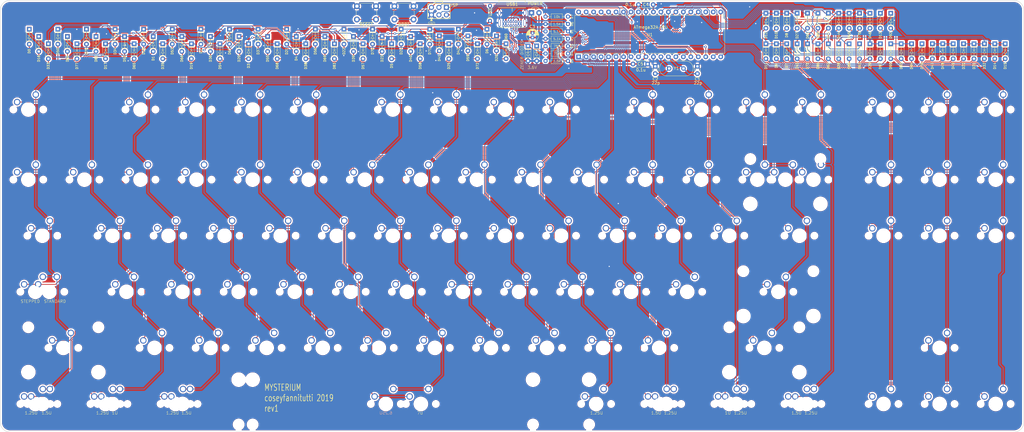
<source format=kicad_pcb>
(kicad_pcb (version 20171130) (host pcbnew "(5.1.4)-1")
  (layers (0 F.Cu signal) (31 B.Cu signal) (34 B.Paste user) (35 F.Paste user) (36 B.SilkS user) (37 F.SilkS user) (38 B.Mask user) (39 F.Mask user) (44 Edge.Cuts user))
  (net 0 "")
  (net 1 GND)
  (net 2 boot)
  (net 3 "Net-(C1-Pad1)")
  (net 4 "Net-(C2-Pad1)")
  (net 5 +5V)
  (net 6 "Net-(D0-Pad2)")
  (net 7 "Net-(D1-Pad2)")
  (net 8 "Net-(D2-Pad2)")
  (net 9 "Net-(D3-Pad2)")
  (net 10 "Net-(D4-Pad2)")
  (net 11 "Net-(D5-Pad2)")
  (net 12 "Net-(D6-Pad2)")
  (net 13 "Net-(D7-Pad2)")
  (net 14 "Net-(D8-Pad2)")
  (net 15 "Net-(D9-Pad2)")
  (net 16 "Net-(D10-Pad2)")
  (net 17 "Net-(D11-Pad2)")
  (net 18 "Net-(D12-Pad2)")
  (net 19 "Net-(D13-Pad2)")
  (net 20 "Net-(D14-Pad2)")
  (net 21 "Net-(D15-Pad2)")
  (net 22 "Net-(D16-Pad2)")
  (net 23 "Net-(D17-Pad2)")
  (net 24 "Net-(D18-Pad2)")
  (net 25 "Net-(D19-Pad2)")
  (net 26 "Net-(D20-Pad2)")
  (net 27 "Net-(D21-Pad2)")
  (net 28 "Net-(D22-Pad2)")
  (net 29 "Net-(D23-Pad2)")
  (net 30 "Net-(D24-Pad2)")
  (net 31 "Net-(D25-Pad2)")
  (net 32 "Net-(D26-Pad2)")
  (net 33 "Net-(D27-Pad2)")
  (net 34 "Net-(D28-Pad2)")
  (net 35 "Net-(D29-Pad2)")
  (net 36 "Net-(D30-Pad2)")
  (net 37 "Net-(D31-Pad2)")
  (net 38 "Net-(D32-Pad2)")
  (net 39 "Net-(D33-Pad2)")
  (net 40 "Net-(D34-Pad2)")
  (net 41 "Net-(D35-Pad2)")
  (net 42 "Net-(D36-Pad2)")
  (net 43 "Net-(D37-Pad2)")
  (net 44 "Net-(D38-Pad2)")
  (net 45 "Net-(D39-Pad2)")
  (net 46 "Net-(D40-Pad2)")
  (net 47 "Net-(D41-Pad2)")
  (net 48 "Net-(D42-Pad2)")
  (net 49 "Net-(D43-Pad2)")
  (net 50 "Net-(D44-Pad2)")
  (net 51 "Net-(D45-Pad2)")
  (net 52 "Net-(D46-Pad2)")
  (net 53 "Net-(D47-Pad2)")
  (net 54 "Net-(D48-Pad2)")
  (net 55 "Net-(D49-Pad2)")
  (net 56 "Net-(D50-Pad2)")
  (net 57 "Net-(D52-Pad2)")
  (net 58 "Net-(D53-Pad2)")
  (net 59 "Net-(D54-Pad2)")
  (net 60 "Net-(D55-Pad2)")
  (net 61 "Net-(D56-Pad2)")
  (net 62 "Net-(D57-Pad2)")
  (net 63 "Net-(D58-Pad2)")
  (net 64 "Net-(D59-Pad2)")
  (net 65 "Net-(D60-Pad2)")
  (net 66 "Net-(D61-Pad2)")
  (net 67 "Net-(D62-Pad2)")
  (net 68 "Net-(D63-Pad2)")
  (net 69 "Net-(D64-Pad2)")
  (net 70 "Net-(D65-Pad2)")
  (net 71 "Net-(D66-Pad2)")
  (net 72 "Net-(D67-Pad2)")
  (net 73 "Net-(D68-Pad2)")
  (net 74 "Net-(D69-Pad2)")
  (net 75 "Net-(D70-Pad2)")
  (net 76 "Net-(D71-Pad2)")
  (net 77 "Net-(D72-Pad2)")
  (net 78 "Net-(D73-Pad2)")
  (net 79 "Net-(D74-Pad2)")
  (net 80 "Net-(D75-Pad2)")
  (net 81 "Net-(D76-Pad2)")
  (net 82 "Net-(D77-Pad2)")
  (net 83 "Net-(D79-Pad2)")
  (net 84 "Net-(D81-Pad2)")
  (net 85 "Net-(D83-Pad2)")
  (net 86 "Net-(D85-Pad2)")
  (net 87 "Net-(D86-Pad2)")
  (net 88 "Net-(D88-Pad2)")
  (net 89 "Net-(D90-Pad2)")
  (net 90 "Net-(D92-Pad2)")
  (net 91 "Net-(D93-Pad2)")
  (net 92 "Net-(D94-Pad2)")
  (net 93 "Net-(D95-Pad1)")
  (net 94 "Net-(D96-Pad1)")
  (net 95 VCC)
  (net 96 MISO)
  (net 97 SCK)
  (net 98 MOSI)
  (net 99 reset)
  (net 100 "Net-(LED1-Pad1)")
  (net 101 "Net-(R1-Pad2)")
  (net 102 "Net-(R2-Pad1)")
  (net 103 D-)
  (net 104 D+)
  (net 105 "Net-(U1-Pad32)")
  (net 106 "Net-(USB1-PadA8)")
  (net 107 "Net-(USB1-PadB8)")
  (net 108 row0)
  (net 109 row1)
  (net 110 row2)
  (net 111 row3)
  (net 112 row4)
  (net 113 row5)
  (net 114 col0)
  (net 115 col2)
  (net 116 col3)
  (net 117 col4)
  (net 118 col5)
  (net 119 col6)
  (net 120 col7)
  (net 121 col8)
  (net 122 col9)
  (net 123 col11)
  (net 124 col12)
  (net 125 col13)
  (net 126 col14)
  (net 127 col15)
  (net 128 col16)
  (net 129 col17)
  (net 130 col1)
  (net 131 col10)
  (net 132 "Net-(D97-Pad2)")
  (net 133 "Net-(U1-Pad22)")
  (net 134 "Net-(U1-Pad23)")
  (module cftkb:MX-7U-Stabilizer (layer F.Cu) (at 180.0225 192.405)
    (fp_text reference ST62)
    (fp_text value 7U (at -0.262465 3.057094) (layer F.SilkS) (effects (font (thickness 0.1))))
    (pad "" np_thru_hole circle (at 57.15 -8.255) (size 3.9878 3.9878) (drill 3.9878) (layers *.Cu *.Mask))
    (pad "" np_thru_hole circle (at -57.15 -8.255) (size 3.9878 3.9878) (drill 3.9878) (layers *.Cu *.Mask))
    (pad "" np_thru_hole circle (at 57.15 6.985) (size 3.048 3.048) (drill 3.048) (layers *.Cu *.Mask))
    (pad "" np_thru_hole circle (at -57.15 6.985) (size 3.048 3.048) (drill 3.048) (layers *.Cu *.Mask))
  )
  (module cftkb:MX-6.25U-Stabilizer (layer F.Cu) (at 168.11625 192.405)
    (fp_text reference ST62)
    (fp_text value 6.25U (at 0 3.057094) (layer B.SilkS) (effects (font (thickness 0.1)) (justify mirror)))
    (pad "" np_thru_hole circle (at 49.9999 -8.255) (size 3.9878 3.9878) (drill 3.9878) (layers *.Cu *.Mask))
    (pad "" np_thru_hole circle (at -49.9999 -8.255) (size 3.9878 3.9878) (drill 3.9878) (layers *.Cu *.Mask))
    (pad "" np_thru_hole circle (at 49.9999 6.985) (size 3.048 3.048) (drill 3.048) (layers *.Cu *.Mask))
    (pad "" np_thru_hole circle (at -49.9999 6.985) (size 3.048 3.048) (drill 3.048) (layers *.Cu *.Mask))
  )
  (module cftkb:SW_Cherry_MX1A_1.00u_PCB-NOSCREEN (layer F.Cu) (at 339.725 87.3125)
    (fp_text reference SW13)
    (fp_text value KEYSW)
    (pad 1 thru_hole circle (at 0 0) (size 2.2 2.2) (drill 1.5) (layers *.Cu *.Mask) (net 127 col15))
    (pad 2 thru_hole circle (at -6.35 2.54) (size 2.2 2.2) (drill 1.5) (layers *.Cu *.Mask) (net 19 "Net-(D13-Pad2)"))
    (pad "" np_thru_hole circle (at -2.54 5.08) (size 4 4) (drill 4) (layers *.Cu *.Mask))
    (pad "" np_thru_hole circle (at -7.62 5.08) (size 1.7 1.7) (drill 1.7) (layers *.Cu *.Mask))
    (pad "" np_thru_hole circle (at 2.54 5.08) (size 1.7 1.7) (drill 1.7) (layers *.Cu *.Mask))
  )
  (module cftkb:SW_Cherry_MX1A_1.00u_PCB-NOSCREEN (layer F.Cu) (at 315.9125 111.125)
    (fp_text reference SW97)
    (fp_text value KEYSW)
    (pad 1 thru_hole circle (at 0 0) (size 2.2 2.2) (drill 1.5) (layers *.Cu *.Mask) (net 126 col14))
    (pad 2 thru_hole circle (at -6.35 2.54) (size 2.2 2.2) (drill 1.5) (layers *.Cu *.Mask) (net 132 "Net-(D97-Pad2)"))
    (pad "" np_thru_hole circle (at -2.54 5.08) (size 4 4) (drill 4) (layers *.Cu *.Mask))
    (pad "" np_thru_hole circle (at -7.62 5.08) (size 1.7 1.7) (drill 1.7) (layers *.Cu *.Mask))
    (pad "" np_thru_hole circle (at 2.54 5.08) (size 1.7 1.7) (drill 1.7) (layers *.Cu *.Mask))
  )
  (module cftkb:SW_Cherry_MX1A_1.00u_PCB-NOSCREEN (layer F.Cu) (at 296.8625 111.125)
    (fp_text reference SW95)
    (fp_text value KEYSW)
    (pad 1 thru_hole circle (at 0 0) (size 2.2 2.2) (drill 1.5) (layers *.Cu *.Mask) (net 125 col13))
    (pad 2 thru_hole circle (at -6.35 2.54) (size 2.2 2.2) (drill 1.5) (layers *.Cu *.Mask) (net 35 "Net-(D29-Pad2)"))
    (pad "" np_thru_hole circle (at -2.54 5.08) (size 4 4) (drill 4) (layers *.Cu *.Mask))
    (pad "" np_thru_hole circle (at -7.62 5.08) (size 1.7 1.7) (drill 1.7) (layers *.Cu *.Mask))
    (pad "" np_thru_hole circle (at 2.54 5.08) (size 1.7 1.7) (drill 1.7) (layers *.Cu *.Mask))
  )
  (module cftkb:D_DO-35_SOD27_P5.08mm_Horizontal (layer F.Cu) (at 336.102912 68.784948 270)
    (fp_text reference D97 (at 8.77 0 90) (layer F.SilkS) (effects (font (size 0.8 0.8))))
    (fp_text value D_Small)
    (pad 2 thru_hole oval (at 6.35 0 270) (size 1.6 1.6) (drill 0.8) (layers *.Cu *.Mask) (net 132 "Net-(D97-Pad2)"))
    (pad 1 thru_hole rect (at 1.27 0 270) (size 1.6 1.6) (drill 0.8) (layers *.Cu *.Mask) (net 109 row1))
  )
  (module cftkb:SW_Cherry_MX1A_2.75u_PCB_NOSCREEN (layer F.Cu) (at 299.24375 168.28135)
    (fp_text reference SW75)
    (fp_text value KEYSW)
    (pad 1 thru_hole circle (at 0 0) (size 2.2 2.2) (drill 1.5) (layers *.Cu *.Mask) (net 125 col13))
    (pad 2 thru_hole circle (at -6.35 2.54) (size 2.2 2.2) (drill 1.5) (layers *.Cu *.Mask) (net 80 "Net-(D75-Pad2)"))
    (pad "" np_thru_hole circle (at -2.54 5.08) (size 4 4) (drill 4) (layers *.Cu *.Mask))
    (pad "" np_thru_hole circle (at -7.62 5.08) (size 1.7 1.7) (drill 1.7) (layers *.Cu *.Mask))
    (pad "" np_thru_hole circle (at 2.54 5.08) (size 1.7 1.7) (drill 1.7) (layers *.Cu *.Mask))
    (pad "" np_thru_hole circle (at 9.36 13.32) (size 4 4) (drill 4) (layers *.Cu *.Mask))
    (pad "" np_thru_hole circle (at -14.44 13.32) (size 4 4) (drill 4) (layers *.Cu *.Mask))
    (pad "" np_thru_hole circle (at -14.44 -1.92) (size 3.05 3.05) (drill 3.05) (layers *.Cu *.Mask))
    (pad "" np_thru_hole circle (at 9.36 -1.92) (size 3.05 3.05) (drill 3.05) (layers *.Cu *.Mask))
  )
  (module cftkb:SW_Cherry_MX1A_2.25u_PCBNOSCREEN (layer F.Cu) (at 304.00625 149.225)
    (fp_text reference SW63)
    (fp_text value KEYSW)
    (pad "" np_thru_hole circle (at 9.36 -1.92) (size 3.05 3.05) (drill 3.05) (layers *.Cu *.Mask))
    (pad "" np_thru_hole circle (at -14.44 -1.92) (size 3.05 3.05) (drill 3.05) (layers *.Cu *.Mask))
    (pad "" np_thru_hole circle (at -14.44 13.32) (size 4 4) (drill 4) (layers *.Cu *.Mask))
    (pad "" np_thru_hole circle (at 9.36 13.32) (size 4 4) (drill 4) (layers *.Cu *.Mask))
    (pad "" np_thru_hole circle (at 2.54 5.08) (size 1.7 1.7) (drill 1.7) (layers *.Cu *.Mask))
    (pad "" np_thru_hole circle (at -7.62 5.08) (size 1.7 1.7) (drill 1.7) (layers *.Cu *.Mask))
    (pad "" np_thru_hole circle (at -2.54 5.08) (size 4 4) (drill 4) (layers *.Cu *.Mask))
    (pad 2 thru_hole circle (at -6.35 2.54) (size 2.2 2.2) (drill 1.5) (layers *.Cu *.Mask) (net 68 "Net-(D63-Pad2)"))
    (pad 1 thru_hole circle (at 0 0) (size 2.2 2.2) (drill 1.5) (layers *.Cu *.Mask) (net 125 col13))
  )
  (module cftkb:D_DO-35_SOD27_P5.08mm_Horizontal (layer F.Cu) (at 311.36541 68.784948 270)
    (fp_text reference D73 (at 8.77 0 90) (layer F.SilkS) (effects (font (size 0.8 0.8))))
    (fp_text value D_Small)
    (pad 2 thru_hole oval (at 6.35 0 270) (size 1.6 1.6) (drill 0.8) (layers *.Cu *.Mask) (net 78 "Net-(D73-Pad2)"))
    (pad 1 thru_hole rect (at 1.27 0 270) (size 1.6 1.6) (drill 0.8) (layers *.Cu *.Mask) (net 112 row4))
  )
  (module cftkb:D_DO-35_SOD27_P5.08mm_Horizontal (layer F.Cu) (at 72.896866 68.784948 270)
    (fp_text reference D17 (at 8.77 0 90) (layer F.SilkS) (effects (font (size 0.8 0.8))))
    (fp_text value D_Small)
    (pad 2 thru_hole oval (at 6.35 0 270) (size 1.6 1.6) (drill 0.8) (layers *.Cu *.Mask) (net 23 "Net-(D17-Pad2)"))
    (pad 1 thru_hole rect (at 1.27 0 270) (size 1.6 1.6) (drill 0.8) (layers *.Cu *.Mask) (net 109 row1))
  )
  (module cftkb:D_DO-35_SOD27_P5.08mm_Horizontal (layer F.Cu) (at 108.530629 66.304655 270)
    (fp_text reference D36 (at 8.77 0 90) (layer F.SilkS) (effects (font (size 0.8 0.8))))
    (fp_text value D_Small)
    (pad 2 thru_hole oval (at 6.35 0 270) (size 1.6 1.6) (drill 0.8) (layers *.Cu *.Mask) (net 42 "Net-(D36-Pad2)"))
    (pad 1 thru_hole rect (at 1.27 0 270) (size 1.6 1.6) (drill 0.8) (layers *.Cu *.Mask) (net 110 row2))
  )
  (module cftkb:D_DO-35_SOD27_P5.08mm_Horizontal (layer F.Cu) (at 321.967188 68.784948 270)
    (fp_text reference D28 (at 8.77 0 90) (layer F.SilkS) (effects (font (size 0.8 0.8))))
    (fp_text value D_Small)
    (pad 2 thru_hole oval (at 6.35 0 270) (size 1.6 1.6) (drill 0.8) (layers *.Cu *.Mask) (net 34 "Net-(D28-Pad2)"))
    (pad 1 thru_hole rect (at 1.27 0 270) (size 1.6 1.6) (drill 0.8) (layers *.Cu *.Mask) (net 109 row1))
  )
  (module cftkb:D_DO-35_SOD27_P5.08mm_Horizontal (layer F.Cu) (at 346.70469 68.784948 270)
    (fp_text reference D94 (at 8.77 0 90) (layer F.SilkS) (effects (font (size 0.8 0.8))))
    (fp_text value D_Small)
    (pad 2 thru_hole oval (at 6.35 0 270) (size 1.6 1.6) (drill 0.8) (layers *.Cu *.Mask) (net 92 "Net-(D94-Pad2)"))
    (pad 1 thru_hole rect (at 1.27 0 270) (size 1.6 1.6) (drill 0.8) (layers *.Cu *.Mask) (net 113 row5))
  )
  (module cftkb:D_DO-35_SOD27_P5.08mm_Horizontal (layer F.Cu) (at 343.170764 68.784948 270)
    (fp_text reference D93 (at 8.77 0 90) (layer F.SilkS) (effects (font (size 0.8 0.8))))
    (fp_text value D_Small)
    (pad 2 thru_hole oval (at 6.35 0 270) (size 1.6 1.6) (drill 0.8) (layers *.Cu *.Mask) (net 91 "Net-(D93-Pad2)"))
    (pad 1 thru_hole rect (at 1.27 0 270) (size 1.6 1.6) (drill 0.8) (layers *.Cu *.Mask) (net 113 row5))
  )
  (module cftkb:D_DO-35_SOD27_P5.08mm_Horizontal (layer F.Cu) (at 339.636818 58.410499 270)
    (fp_text reference D92 (at 8.77 0 90) (layer F.SilkS) (effects (font (size 0.8 0.8))))
    (fp_text value D_Small)
    (pad 2 thru_hole oval (at 6.35 0 270) (size 1.6 1.6) (drill 0.8) (layers *.Cu *.Mask) (net 90 "Net-(D92-Pad2)"))
    (pad 1 thru_hole rect (at 1.27 0 270) (size 1.6 1.6) (drill 0.8) (layers *.Cu *.Mask) (net 113 row5))
  )
  (module cftkb:D_DO-35_SOD27_P5.08mm_Horizontal (layer F.Cu) (at 339.636838 68.784948 270)
    (fp_text reference D90 (at 8.77 0 90) (layer F.SilkS) (effects (font (size 0.8 0.8))))
    (fp_text value D_Small)
    (pad 2 thru_hole oval (at 6.35 0 270) (size 1.6 1.6) (drill 0.8) (layers *.Cu *.Mask) (net 89 "Net-(D90-Pad2)"))
    (pad 1 thru_hole rect (at 1.27 0 270) (size 1.6 1.6) (drill 0.8) (layers *.Cu *.Mask) (net 113 row5))
  )
  (module cftkb:D_DO-35_SOD27_P5.08mm_Horizontal (layer F.Cu) (at 325.501114 68.784948 270)
    (fp_text reference D88 (at 8.77 0 90) (layer F.SilkS) (effects (font (size 0.8 0.8))))
    (fp_text value D_Small)
    (pad 2 thru_hole oval (at 6.35 0 270) (size 1.6 1.6) (drill 0.8) (layers *.Cu *.Mask) (net 88 "Net-(D88-Pad2)"))
    (pad 1 thru_hole rect (at 1.27 0 270) (size 1.6 1.6) (drill 0.8) (layers *.Cu *.Mask) (net 113 row5))
  )
  (module cftkb:D_DO-35_SOD27_P5.08mm_Horizontal (layer F.Cu) (at 314.899336 68.784948 270)
    (fp_text reference D86 (at 8.77 0 90) (layer F.SilkS) (effects (font (size 0.8 0.8))))
    (fp_text value D_Small)
    (pad 2 thru_hole oval (at 6.35 0 270) (size 1.6 1.6) (drill 0.8) (layers *.Cu *.Mask) (net 87 "Net-(D86-Pad2)"))
    (pad 1 thru_hole rect (at 1.27 0 270) (size 1.6 1.6) (drill 0.8) (layers *.Cu *.Mask) (net 113 row5))
  )
  (module cftkb:D_DO-35_SOD27_P5.08mm_Horizontal (layer F.Cu) (at 314.899336 58.410499 270)
    (fp_text reference D85 (at 8.77 0 90) (layer F.SilkS) (effects (font (size 0.8 0.8))))
    (fp_text value D_Small)
    (pad 2 thru_hole oval (at 6.35 0 270) (size 1.6 1.6) (drill 0.8) (layers *.Cu *.Mask) (net 86 "Net-(D85-Pad2)"))
    (pad 1 thru_hole rect (at 1.27 0 270) (size 1.6 1.6) (drill 0.8) (layers *.Cu *.Mask) (net 113 row5))
  )
  (module cftkb:D_DO-35_SOD27_P5.08mm_Horizontal (layer F.Cu) (at 150.643258 68.784948 270)
    (fp_text reference D83 (at 8.77 0 90) (layer F.SilkS) (effects (font (size 0.8 0.8))))
    (fp_text value D_Small)
    (pad 2 thru_hole oval (at 6.35 0 270) (size 1.6 1.6) (drill 0.8) (layers *.Cu *.Mask) (net 85 "Net-(D83-Pad2)"))
    (pad 1 thru_hole rect (at 1.27 0 270) (size 1.6 1.6) (drill 0.8) (layers *.Cu *.Mask) (net 113 row5))
  )
  (module cftkb:D_DO-35_SOD27_P5.08mm_Horizontal (layer F.Cu) (at 69.657433 66.304655 270)
    (fp_text reference D81 (at 8.77 0 90) (layer F.SilkS) (effects (font (size 0.8 0.8))))
    (fp_text value D_Small)
    (pad 2 thru_hole oval (at 6.35 0 270) (size 1.6 1.6) (drill 0.8) (layers *.Cu *.Mask) (net 84 "Net-(D81-Pad2)"))
    (pad 1 thru_hole rect (at 1.27 0 270) (size 1.6 1.6) (drill 0.8) (layers *.Cu *.Mask) (net 113 row5))
  )
  (module cftkb:D_DO-35_SOD27_P5.08mm_Horizontal (layer F.Cu) (at 66.418 63.824362 270)
    (fp_text reference D79 (at 8.77 0 90) (layer F.SilkS) (effects (font (size 0.8 0.8))))
    (fp_text value D_Small)
    (pad 2 thru_hole oval (at 6.35 0 270) (size 1.6 1.6) (drill 0.8) (layers *.Cu *.Mask) (net 83 "Net-(D79-Pad2)"))
    (pad 1 thru_hole rect (at 1.27 0 270) (size 1.6 1.6) (drill 0.8) (layers *.Cu *.Mask) (net 113 row5))
  )
  (module cftkb:D_DO-35_SOD27_P5.08mm_Horizontal (layer F.Cu) (at 63.178567 68.784948 270)
    (fp_text reference D77 (at 8.77 0 90) (layer F.SilkS) (effects (font (size 0.8 0.8))))
    (fp_text value D_Small)
    (pad 2 thru_hole oval (at 6.35 0 270) (size 1.6 1.6) (drill 0.8) (layers *.Cu *.Mask) (net 82 "Net-(D77-Pad2)"))
    (pad 1 thru_hole rect (at 1.27 0 270) (size 1.6 1.6) (drill 0.8) (layers *.Cu *.Mask) (net 113 row5))
  )
  (module cftkb:D_DO-35_SOD27_P5.08mm_Horizontal (layer F.Cu) (at 350.238616 68.784948 270)
    (fp_text reference D76 (at 8.77 0 90) (layer F.SilkS) (effects (font (size 0.8 0.8))))
    (fp_text value D_Small)
    (pad 2 thru_hole oval (at 6.35 0 270) (size 1.6 1.6) (drill 0.8) (layers *.Cu *.Mask) (net 81 "Net-(D76-Pad2)"))
    (pad 1 thru_hole rect (at 1.27 0 270) (size 1.6 1.6) (drill 0.8) (layers *.Cu *.Mask) (net 112 row4))
  )
  (module cftkb:D_DO-35_SOD27_P5.08mm_Horizontal (layer F.Cu) (at 329.03504 58.410499 270)
    (fp_text reference D75 (at 8.77 0 90) (layer F.SilkS) (effects (font (size 0.8 0.8))))
    (fp_text value D_Small)
    (pad 2 thru_hole oval (at 6.35 0 270) (size 1.6 1.6) (drill 0.8) (layers *.Cu *.Mask) (net 80 "Net-(D75-Pad2)"))
    (pad 1 thru_hole rect (at 1.27 0 270) (size 1.6 1.6) (drill 0.8) (layers *.Cu *.Mask) (net 112 row4))
  )
  (module cftkb:D_DO-35_SOD27_P5.08mm_Horizontal (layer F.Cu) (at 318.433262 58.410499 270)
    (fp_text reference D74 (at 8.77 0 90) (layer F.SilkS) (effects (font (size 0.8 0.8))))
    (fp_text value D_Small)
    (pad 2 thru_hole oval (at 6.35 0 270) (size 1.6 1.6) (drill 0.8) (layers *.Cu *.Mask) (net 79 "Net-(D74-Pad2)"))
    (pad 1 thru_hole rect (at 1.27 0 270) (size 1.6 1.6) (drill 0.8) (layers *.Cu *.Mask) (net 112 row4))
  )
  (module cftkb:D_DO-35_SOD27_P5.08mm_Horizontal (layer F.Cu) (at 199.234783 68.784948 270)
    (fp_text reference D72 (at 8.77 0 90) (layer F.SilkS) (effects (font (size 0.8 0.8))))
    (fp_text value D_Small)
    (pad 2 thru_hole oval (at 6.35 0 270) (size 1.6 1.6) (drill 0.8) (layers *.Cu *.Mask) (net 77 "Net-(D72-Pad2)"))
    (pad 1 thru_hole rect (at 1.27 0 270) (size 1.6 1.6) (drill 0.8) (layers *.Cu *.Mask) (net 112 row4))
  )
  (module cftkb:D_DO-35_SOD27_P5.08mm_Horizontal (layer F.Cu) (at 183.037588 63.824362 270)
    (fp_text reference D71 (at 8.77 0 90) (layer F.SilkS) (effects (font (size 0.8 0.8))))
    (fp_text value D_Small)
    (pad 2 thru_hole oval (at 6.35 0 270) (size 1.6 1.6) (drill 0.8) (layers *.Cu *.Mask) (net 76 "Net-(D71-Pad2)"))
    (pad 1 thru_hole rect (at 1.27 0 270) (size 1.6 1.6) (drill 0.8) (layers *.Cu *.Mask) (net 112 row4))
  )
  (module cftkb:D_DO-35_SOD27_P5.08mm_Horizontal (layer F.Cu) (at 163.60099 63.824362 270)
    (fp_text reference D70 (at 8.77 0 90) (layer F.SilkS) (effects (font (size 0.8 0.8))))
    (fp_text value D_Small)
    (pad 2 thru_hole oval (at 6.35 0 270) (size 1.6 1.6) (drill 0.8) (layers *.Cu *.Mask) (net 75 "Net-(D70-Pad2)"))
    (pad 1 thru_hole rect (at 1.27 0 270) (size 1.6 1.6) (drill 0.8) (layers *.Cu *.Mask) (net 112 row4))
  )
  (module cftkb:D_DO-35_SOD27_P5.08mm_Horizontal (layer F.Cu) (at 147.403825 66.304655 270)
    (fp_text reference D69 (at 8.77 0 90) (layer F.SilkS) (effects (font (size 0.8 0.8))))
    (fp_text value D_Small)
    (pad 2 thru_hole oval (at 6.35 0 270) (size 1.6 1.6) (drill 0.8) (layers *.Cu *.Mask) (net 74 "Net-(D69-Pad2)"))
    (pad 1 thru_hole rect (at 1.27 0 270) (size 1.6 1.6) (drill 0.8) (layers *.Cu *.Mask) (net 112 row4))
  )
  (module cftkb:D_DO-35_SOD27_P5.08mm_Horizontal (layer F.Cu) (at 131.20666 68.784948 270)
    (fp_text reference D68 (at 8.77 0 90) (layer F.SilkS) (effects (font (size 0.8 0.8))))
    (fp_text value D_Small)
    (pad 2 thru_hole oval (at 6.35 0 270) (size 1.6 1.6) (drill 0.8) (layers *.Cu *.Mask) (net 73 "Net-(D68-Pad2)"))
    (pad 1 thru_hole rect (at 1.27 0 270) (size 1.6 1.6) (drill 0.8) (layers *.Cu *.Mask) (net 112 row4))
  )
  (module cftkb:D_DO-35_SOD27_P5.08mm_Horizontal (layer F.Cu) (at 115.009495 63.824362 270)
    (fp_text reference D67 (at 8.77 0 90) (layer F.SilkS) (effects (font (size 0.8 0.8))))
    (fp_text value D_Small)
    (pad 2 thru_hole oval (at 6.35 0 270) (size 1.6 1.6) (drill 0.8) (layers *.Cu *.Mask) (net 72 "Net-(D67-Pad2)"))
    (pad 1 thru_hole rect (at 1.27 0 270) (size 1.6 1.6) (drill 0.8) (layers *.Cu *.Mask) (net 112 row4))
  )
  (module cftkb:D_DO-35_SOD27_P5.08mm_Horizontal (layer F.Cu) (at 98.81233 66.304655 270)
    (fp_text reference D66 (at 8.77 0 90) (layer F.SilkS) (effects (font (size 0.8 0.8))))
    (fp_text value D_Small)
    (pad 2 thru_hole oval (at 6.35 0 270) (size 1.6 1.6) (drill 0.8) (layers *.Cu *.Mask) (net 71 "Net-(D66-Pad2)"))
    (pad 1 thru_hole rect (at 1.27 0 270) (size 1.6 1.6) (drill 0.8) (layers *.Cu *.Mask) (net 112 row4))
  )
  (module cftkb:D_DO-35_SOD27_P5.08mm_Horizontal (layer F.Cu) (at 82.615165 68.784948 270)
    (fp_text reference D65 (at 8.77 0 90) (layer F.SilkS) (effects (font (size 0.8 0.8))))
    (fp_text value D_Small)
    (pad 2 thru_hole oval (at 6.35 0 270) (size 1.6 1.6) (drill 0.8) (layers *.Cu *.Mask) (net 70 "Net-(D65-Pad2)"))
    (pad 1 thru_hole rect (at 1.27 0 270) (size 1.6 1.6) (drill 0.8) (layers *.Cu *.Mask) (net 112 row4))
  )
  (module cftkb:D_DO-35_SOD27_P5.08mm_Horizontal (layer F.Cu) (at 59.939134 66.304655 270)
    (fp_text reference D64 (at 8.77 0 90) (layer F.SilkS) (effects (font (size 0.8 0.8))))
    (fp_text value D_Small)
    (pad 2 thru_hole oval (at 6.35 0 270) (size 1.6 1.6) (drill 0.8) (layers *.Cu *.Mask) (net 69 "Net-(D64-Pad2)"))
    (pad 1 thru_hole rect (at 1.27 0 270) (size 1.6 1.6) (drill 0.8) (layers *.Cu *.Mask) (net 112 row4))
  )
  (module cftkb:D_DO-35_SOD27_P5.08mm_Horizontal (layer F.Cu) (at 329.03504 68.784948 270)
    (fp_text reference D63 (at 8.77 0 90) (layer F.SilkS) (effects (font (size 0.8 0.8))))
    (fp_text value D_Small)
    (pad 2 thru_hole oval (at 6.35 0 270) (size 1.6 1.6) (drill 0.8) (layers *.Cu *.Mask) (net 68 "Net-(D63-Pad2)"))
    (pad 1 thru_hole rect (at 1.27 0 270) (size 1.6 1.6) (drill 0.8) (layers *.Cu *.Mask) (net 111 row3))
  )
  (module cftkb:D_DO-35_SOD27_P5.08mm_Horizontal (layer F.Cu) (at 318.433262 68.784948 270)
    (fp_text reference D62 (at 8.77 0 90) (layer F.SilkS) (effects (font (size 0.8 0.8))))
    (fp_text value D_Small)
    (pad 2 thru_hole oval (at 6.35 0 270) (size 1.6 1.6) (drill 0.8) (layers *.Cu *.Mask) (net 67 "Net-(D62-Pad2)"))
    (pad 1 thru_hole rect (at 1.27 0 270) (size 1.6 1.6) (drill 0.8) (layers *.Cu *.Mask) (net 111 row3))
  )
  (module cftkb:D_DO-35_SOD27_P5.08mm_Horizontal (layer F.Cu) (at 311.36541 58.410499 270)
    (fp_text reference D61 (at 8.77 0 90) (layer F.SilkS) (effects (font (size 0.8 0.8))))
    (fp_text value D_Small)
    (pad 2 thru_hole oval (at 6.35 0 270) (size 1.6 1.6) (drill 0.8) (layers *.Cu *.Mask) (net 66 "Net-(D61-Pad2)"))
    (pad 1 thru_hole rect (at 1.27 0 270) (size 1.6 1.6) (drill 0.8) (layers *.Cu *.Mask) (net 111 row3))
  )
  (module cftkb:D_DO-35_SOD27_P5.08mm_Horizontal (layer F.Cu) (at 208.9531 68.784948 270)
    (fp_text reference D60 (at -1.081248 -0.0254 90) (layer F.SilkS) (effects (font (size 0.8 0.8))))
    (fp_text value D_Small)
    (pad 2 thru_hole oval (at 6.35 0 270) (size 1.6 1.6) (drill 0.8) (layers *.Cu *.Mask) (net 65 "Net-(D60-Pad2)"))
    (pad 1 thru_hole rect (at 1.27 0 270) (size 1.6 1.6) (drill 0.8) (layers *.Cu *.Mask) (net 111 row3))
  )
  (module cftkb:D_DO-35_SOD27_P5.08mm_Horizontal (layer F.Cu) (at 195.995344 66.1035 270)
    (fp_text reference D59 (at 8.77 0 90) (layer F.SilkS) (effects (font (size 0.8 0.8))))
    (fp_text value D_Small)
    (pad 2 thru_hole oval (at 6.35 0 270) (size 1.6 1.6) (drill 0.8) (layers *.Cu *.Mask) (net 64 "Net-(D59-Pad2)"))
    (pad 1 thru_hole rect (at 1.27 0 270) (size 1.6 1.6) (drill 0.8) (layers *.Cu *.Mask) (net 111 row3))
  )
  (module cftkb:D_DO-35_SOD27_P5.08mm_Horizontal (layer F.Cu) (at 179.798155 68.784948 270)
    (fp_text reference D58 (at 8.77 0 90) (layer F.SilkS) (effects (font (size 0.8 0.8))))
    (fp_text value D_Small)
    (pad 2 thru_hole oval (at 6.35 0 270) (size 1.6 1.6) (drill 0.8) (layers *.Cu *.Mask) (net 63 "Net-(D58-Pad2)"))
    (pad 1 thru_hole rect (at 1.27 0 270) (size 1.6 1.6) (drill 0.8) (layers *.Cu *.Mask) (net 111 row3))
  )
  (module cftkb:D_DO-35_SOD27_P5.08mm_Horizontal (layer F.Cu) (at 160.361557 68.784948 270)
    (fp_text reference D57 (at 8.77 0 90) (layer F.SilkS) (effects (font (size 0.8 0.8))))
    (fp_text value D_Small)
    (pad 2 thru_hole oval (at 6.35 0 270) (size 1.6 1.6) (drill 0.8) (layers *.Cu *.Mask) (net 62 "Net-(D57-Pad2)"))
    (pad 1 thru_hole rect (at 1.27 0 270) (size 1.6 1.6) (drill 0.8) (layers *.Cu *.Mask) (net 111 row3))
  )
  (module cftkb:D_DO-35_SOD27_P5.08mm_Horizontal (layer F.Cu) (at 144.164392 63.824362 270)
    (fp_text reference D56 (at 8.77 0 90) (layer F.SilkS) (effects (font (size 0.8 0.8))))
    (fp_text value D_Small)
    (pad 2 thru_hole oval (at 6.35 0 270) (size 1.6 1.6) (drill 0.8) (layers *.Cu *.Mask) (net 61 "Net-(D56-Pad2)"))
    (pad 1 thru_hole rect (at 1.27 0 270) (size 1.6 1.6) (drill 0.8) (layers *.Cu *.Mask) (net 111 row3))
  )
  (module cftkb:D_DO-35_SOD27_P5.08mm_Horizontal (layer F.Cu) (at 127.967227 66.304655 270)
    (fp_text reference D55 (at 8.77 0 90) (layer F.SilkS) (effects (font (size 0.8 0.8))))
    (fp_text value D_Small)
    (pad 2 thru_hole oval (at 6.35 0 270) (size 1.6 1.6) (drill 0.8) (layers *.Cu *.Mask) (net 60 "Net-(D55-Pad2)"))
    (pad 1 thru_hole rect (at 1.27 0 270) (size 1.6 1.6) (drill 0.8) (layers *.Cu *.Mask) (net 111 row3))
  )
  (module cftkb:D_DO-35_SOD27_P5.08mm_Horizontal (layer F.Cu) (at 111.770062 68.784948 270)
    (fp_text reference D54 (at 8.77 0 90) (layer F.SilkS) (effects (font (size 0.8 0.8))))
    (fp_text value D_Small)
    (pad 2 thru_hole oval (at 6.35 0 270) (size 1.6 1.6) (drill 0.8) (layers *.Cu *.Mask) (net 59 "Net-(D54-Pad2)"))
    (pad 1 thru_hole rect (at 1.27 0 270) (size 1.6 1.6) (drill 0.8) (layers *.Cu *.Mask) (net 111 row3))
  )
  (module cftkb:D_DO-35_SOD27_P5.08mm_Horizontal (layer F.Cu) (at 95.572897 63.824362 270)
    (fp_text reference D53 (at 8.77 0 90) (layer F.SilkS) (effects (font (size 0.8 0.8))))
    (fp_text value D_Small)
    (pad 2 thru_hole oval (at 6.35 0 270) (size 1.6 1.6) (drill 0.8) (layers *.Cu *.Mask) (net 58 "Net-(D53-Pad2)"))
    (pad 1 thru_hole rect (at 1.27 0 270) (size 1.6 1.6) (drill 0.8) (layers *.Cu *.Mask) (net 111 row3))
  )
  (module cftkb:D_DO-35_SOD27_P5.08mm_Horizontal (layer F.Cu) (at 79.375732 66.304655 270)
    (fp_text reference D52 (at 8.77 0 90) (layer F.SilkS) (effects (font (size 0.8 0.8))))
    (fp_text value D_Small)
    (pad 2 thru_hole oval (at 6.35 0 270) (size 1.6 1.6) (drill 0.8) (layers *.Cu *.Mask) (net 57 "Net-(D52-Pad2)"))
    (pad 1 thru_hole rect (at 1.27 0 270) (size 1.6 1.6) (drill 0.8) (layers *.Cu *.Mask) (net 111 row3))
  )
  (module cftkb:D_DO-35_SOD27_P5.08mm_Horizontal (layer F.Cu) (at 56.699701 63.824362 270)
    (fp_text reference D50 (at 8.77 0 90) (layer F.SilkS) (effects (font (size 0.8 0.8))))
    (fp_text value D_Small)
    (pad 2 thru_hole oval (at 6.35 0 270) (size 1.6 1.6) (drill 0.8) (layers *.Cu *.Mask) (net 56 "Net-(D50-Pad2)"))
    (pad 1 thru_hole rect (at 1.27 0 270) (size 1.6 1.6) (drill 0.8) (layers *.Cu *.Mask) (net 111 row3))
  )
  (module cftkb:D_DO-35_SOD27_P5.08mm_Horizontal (layer F.Cu) (at 360.840394 68.784948 270)
    (fp_text reference D49 (at 8.77 0 90) (layer F.SilkS) (effects (font (size 0.8 0.8))))
    (fp_text value D_Small)
    (pad 2 thru_hole oval (at 6.35 0 270) (size 1.6 1.6) (drill 0.8) (layers *.Cu *.Mask) (net 55 "Net-(D49-Pad2)"))
    (pad 1 thru_hole rect (at 1.27 0 270) (size 1.6 1.6) (drill 0.8) (layers *.Cu *.Mask) (net 110 row2))
  )
  (module cftkb:D_DO-35_SOD27_P5.08mm_Horizontal (layer F.Cu) (at 357.306468 68.784948 270)
    (fp_text reference D48 (at 8.77 0 90) (layer F.SilkS) (effects (font (size 0.8 0.8))))
    (fp_text value D_Small)
    (pad 2 thru_hole oval (at 6.35 0 270) (size 1.6 1.6) (drill 0.8) (layers *.Cu *.Mask) (net 54 "Net-(D48-Pad2)"))
    (pad 1 thru_hole rect (at 1.27 0 270) (size 1.6 1.6) (drill 0.8) (layers *.Cu *.Mask) (net 110 row2))
  )
  (module cftkb:D_DO-35_SOD27_P5.08mm_Horizontal (layer F.Cu) (at 353.772542 68.784948 270)
    (fp_text reference D47 (at 8.77 0 90) (layer F.SilkS) (effects (font (size 0.8 0.8))))
    (fp_text value D_Small)
    (pad 2 thru_hole oval (at 6.35 0 270) (size 1.6 1.6) (drill 0.8) (layers *.Cu *.Mask) (net 53 "Net-(D47-Pad2)"))
    (pad 1 thru_hole rect (at 1.27 0 270) (size 1.6 1.6) (drill 0.8) (layers *.Cu *.Mask) (net 110 row2))
  )
  (module cftkb:D_DO-35_SOD27_P5.08mm_Horizontal (layer F.Cu) (at 332.568966 58.410499 270)
    (fp_text reference D46 (at 8.77 0 90) (layer F.SilkS) (effects (font (size 0.8 0.8))))
    (fp_text value D_Small)
    (pad 2 thru_hole oval (at 6.35 0 270) (size 1.6 1.6) (drill 0.8) (layers *.Cu *.Mask) (net 52 "Net-(D46-Pad2)"))
    (pad 1 thru_hole rect (at 1.27 0 270) (size 1.6 1.6) (drill 0.8) (layers *.Cu *.Mask) (net 110 row2))
  )
  (module cftkb:D_DO-35_SOD27_P5.08mm_Horizontal (layer F.Cu) (at 325.501114 58.410499 270)
    (fp_text reference D45 (at 8.77 0 90) (layer F.SilkS) (effects (font (size 0.8 0.8))))
    (fp_text value D_Small)
    (pad 2 thru_hole oval (at 6.35 0 270) (size 1.6 1.6) (drill 0.8) (layers *.Cu *.Mask) (net 51 "Net-(D45-Pad2)"))
    (pad 1 thru_hole rect (at 1.27 0 270) (size 1.6 1.6) (drill 0.8) (layers *.Cu *.Mask) (net 110 row2))
  )
  (module cftkb:D_DO-35_SOD27_P5.08mm_Horizontal (layer F.Cu) (at 321.967188 58.410499 270)
    (fp_text reference D44 (at 8.77 0 90) (layer F.SilkS) (effects (font (size 0.8 0.8))))
    (fp_text value D_Small)
    (pad 2 thru_hole oval (at 6.35 0 270) (size 1.6 1.6) (drill 0.8) (layers *.Cu *.Mask) (net 50 "Net-(D44-Pad2)"))
    (pad 1 thru_hole rect (at 1.27 0 270) (size 1.6 1.6) (drill 0.8) (layers *.Cu *.Mask) (net 110 row2))
  )
  (module cftkb:D_DO-35_SOD27_P5.08mm_Horizontal (layer F.Cu) (at 307.831484 68.784948 270)
    (fp_text reference D43 (at 8.77 0 90) (layer F.SilkS) (effects (font (size 0.8 0.8))))
    (fp_text value D_Small)
    (pad 2 thru_hole oval (at 6.35 0 270) (size 1.6 1.6) (drill 0.8) (layers *.Cu *.Mask) (net 49 "Net-(D43-Pad2)"))
    (pad 1 thru_hole rect (at 1.27 0 270) (size 1.6 1.6) (drill 0.8) (layers *.Cu *.Mask) (net 110 row2))
  )
  (module cftkb:D_DO-35_SOD27_P5.08mm_Horizontal (layer F.Cu) (at 192.755905 63.824362 270)
    (fp_text reference D42 (at 8.77 0 90) (layer F.SilkS) (effects (font (size 0.8 0.8))))
    (fp_text value D_Small)
    (pad 2 thru_hole oval (at 6.35 0 270) (size 1.6 1.6) (drill 0.8) (layers *.Cu *.Mask) (net 48 "Net-(D42-Pad2)"))
    (pad 1 thru_hole rect (at 1.27 0 270) (size 1.6 1.6) (drill 0.8) (layers *.Cu *.Mask) (net 110 row2))
  )
  (module cftkb:D_DO-35_SOD27_P5.08mm_Horizontal (layer F.Cu) (at 186.277027 66.1035 270)
    (fp_text reference D41 (at 8.77 0 90) (layer F.SilkS) (effects (font (size 0.8 0.8))))
    (fp_text value D_Small)
    (pad 2 thru_hole oval (at 6.35 0 270) (size 1.6 1.6) (drill 0.8) (layers *.Cu *.Mask) (net 47 "Net-(D41-Pad2)"))
    (pad 1 thru_hole rect (at 1.27 0 270) (size 1.6 1.6) (drill 0.8) (layers *.Cu *.Mask) (net 110 row2))
  )
  (module cftkb:D_DO-35_SOD27_P5.08mm_Horizontal (layer F.Cu) (at 176.558722 66.304655 270)
    (fp_text reference D40 (at 8.77 0 90) (layer F.SilkS) (effects (font (size 0.8 0.8))))
    (fp_text value D_Small)
    (pad 2 thru_hole oval (at 6.35 0 270) (size 1.6 1.6) (drill 0.8) (layers *.Cu *.Mask) (net 46 "Net-(D40-Pad2)"))
    (pad 1 thru_hole rect (at 1.27 0 270) (size 1.6 1.6) (drill 0.8) (layers *.Cu *.Mask) (net 110 row2))
  )
  (module cftkb:D_DO-35_SOD27_P5.08mm_Horizontal (layer F.Cu) (at 157.122124 66.304655 270)
    (fp_text reference D39 (at 8.77 0 90) (layer F.SilkS) (effects (font (size 0.8 0.8))))
    (fp_text value D_Small)
    (pad 2 thru_hole oval (at 6.35 0 270) (size 1.6 1.6) (drill 0.8) (layers *.Cu *.Mask) (net 45 "Net-(D39-Pad2)"))
    (pad 1 thru_hole rect (at 1.27 0 270) (size 1.6 1.6) (drill 0.8) (layers *.Cu *.Mask) (net 110 row2))
  )
  (module cftkb:D_DO-35_SOD27_P5.08mm_Horizontal (layer F.Cu) (at 140.924959 68.784948 270)
    (fp_text reference D38 (at 8.77 0 90) (layer F.SilkS) (effects (font (size 0.8 0.8))))
    (fp_text value D_Small)
    (pad 2 thru_hole oval (at 6.35 0 270) (size 1.6 1.6) (drill 0.8) (layers *.Cu *.Mask) (net 44 "Net-(D38-Pad2)"))
    (pad 1 thru_hole rect (at 1.27 0 270) (size 1.6 1.6) (drill 0.8) (layers *.Cu *.Mask) (net 110 row2))
  )
  (module cftkb:D_DO-35_SOD27_P5.08mm_Horizontal (layer F.Cu) (at 124.727794 63.824362 270)
    (fp_text reference D37 (at 8.77 0 90) (layer F.SilkS) (effects (font (size 0.8 0.8))))
    (fp_text value D_Small)
    (pad 2 thru_hole oval (at 6.35 0 270) (size 1.6 1.6) (drill 0.8) (layers *.Cu *.Mask) (net 43 "Net-(D37-Pad2)"))
    (pad 1 thru_hole rect (at 1.27 0 270) (size 1.6 1.6) (drill 0.8) (layers *.Cu *.Mask) (net 110 row2))
  )
  (module cftkb:D_DO-35_SOD27_P5.08mm_Horizontal (layer F.Cu) (at 92.333464 68.784948 270)
    (fp_text reference D35 (at 8.77 0 90) (layer F.SilkS) (effects (font (size 0.8 0.8))))
    (fp_text value D_Small)
    (pad 2 thru_hole oval (at 6.35 0 270) (size 1.6 1.6) (drill 0.8) (layers *.Cu *.Mask) (net 41 "Net-(D35-Pad2)"))
    (pad 1 thru_hole rect (at 1.27 0 270) (size 1.6 1.6) (drill 0.8) (layers *.Cu *.Mask) (net 110 row2))
  )
  (module cftkb:D_DO-35_SOD27_P5.08mm_Horizontal (layer F.Cu) (at 76.136299 63.824362 270)
    (fp_text reference D34 (at 8.77 0 90) (layer F.SilkS) (effects (font (size 0.8 0.8))))
    (fp_text value D_Small)
    (pad 2 thru_hole oval (at 6.35 0 270) (size 1.6 1.6) (drill 0.8) (layers *.Cu *.Mask) (net 40 "Net-(D34-Pad2)"))
    (pad 1 thru_hole rect (at 1.27 0 270) (size 1.6 1.6) (drill 0.8) (layers *.Cu *.Mask) (net 110 row2))
  )
  (module cftkb:D_DO-35_SOD27_P5.08mm_Horizontal (layer F.Cu) (at 53.460268 68.784948 270)
    (fp_text reference D33 (at 8.77 0 90) (layer F.SilkS) (effects (font (size 0.8 0.8))))
    (fp_text value D_Small)
    (pad 2 thru_hole oval (at 6.35 0 270) (size 1.6 1.6) (drill 0.8) (layers *.Cu *.Mask) (net 39 "Net-(D33-Pad2)"))
    (pad 1 thru_hole rect (at 1.27 0 270) (size 1.6 1.6) (drill 0.8) (layers *.Cu *.Mask) (net 110 row2))
  )
  (module cftkb:D_DO-35_SOD27_P5.08mm_Horizontal (layer F.Cu) (at 371.442172 68.784948 270)
    (fp_text reference D32 (at 8.77 0 90) (layer F.SilkS) (effects (font (size 0.8 0.8))))
    (fp_text value D_Small)
    (pad 2 thru_hole oval (at 6.35 0 270) (size 1.6 1.6) (drill 0.8) (layers *.Cu *.Mask) (net 38 "Net-(D32-Pad2)"))
    (pad 1 thru_hole rect (at 1.27 0 270) (size 1.6 1.6) (drill 0.8) (layers *.Cu *.Mask) (net 109 row1))
  )
  (module cftkb:D_DO-35_SOD27_P5.08mm_Horizontal (layer F.Cu) (at 367.908246 68.784948 270)
    (fp_text reference D31 (at 8.77 0 90) (layer F.SilkS) (effects (font (size 0.8 0.8))))
    (fp_text value D_Small)
    (pad 2 thru_hole oval (at 6.35 0 270) (size 1.6 1.6) (drill 0.8) (layers *.Cu *.Mask) (net 37 "Net-(D31-Pad2)"))
    (pad 1 thru_hole rect (at 1.27 0 270) (size 1.6 1.6) (drill 0.8) (layers *.Cu *.Mask) (net 109 row1))
  )
  (module cftkb:D_DO-35_SOD27_P5.08mm_Horizontal (layer F.Cu) (at 364.37432 68.784948 270)
    (fp_text reference D30 (at 8.77 0 90) (layer F.SilkS) (effects (font (size 0.8 0.8))))
    (fp_text value D_Small)
    (pad 2 thru_hole oval (at 6.35 0 270) (size 1.6 1.6) (drill 0.8) (layers *.Cu *.Mask) (net 36 "Net-(D30-Pad2)"))
    (pad 1 thru_hole rect (at 1.27 0 270) (size 1.6 1.6) (drill 0.8) (layers *.Cu *.Mask) (net 109 row1))
  )
  (module cftkb:D_DO-35_SOD27_P5.08mm_Horizontal (layer F.Cu) (at 332.568966 68.784948 270)
    (fp_text reference D29 (at 8.77 0 90) (layer F.SilkS) (effects (font (size 0.8 0.8))))
    (fp_text value D_Small)
    (pad 2 thru_hole oval (at 6.35 0 270) (size 1.6 1.6) (drill 0.8) (layers *.Cu *.Mask) (net 35 "Net-(D29-Pad2)"))
    (pad 1 thru_hole rect (at 1.27 0 270) (size 1.6 1.6) (drill 0.8) (layers *.Cu *.Mask) (net 109 row1))
  )
  (module cftkb:D_DO-35_SOD27_P5.08mm_Horizontal (layer F.Cu) (at 307.831484 58.410499 270)
    (fp_text reference D27 (at 8.77 0 90) (layer F.SilkS) (effects (font (size 0.8 0.8))))
    (fp_text value D_Small)
    (pad 2 thru_hole oval (at 6.35 0 270) (size 1.6 1.6) (drill 0.8) (layers *.Cu *.Mask) (net 33 "Net-(D27-Pad2)"))
    (pad 1 thru_hole rect (at 1.27 0 270) (size 1.6 1.6) (drill 0.8) (layers *.Cu *.Mask) (net 109 row1))
  )
  (module cftkb:D_DO-35_SOD27_P5.08mm_Horizontal (layer F.Cu) (at 205.713661 66.1035 270)
    (fp_text reference D26 (at 8.77 0 90) (layer F.SilkS) (effects (font (size 0.8 0.8))))
    (fp_text value D_Small)
    (pad 2 thru_hole oval (at 6.35 0 270) (size 1.6 1.6) (drill 0.8) (layers *.Cu *.Mask) (net 32 "Net-(D26-Pad2)"))
    (pad 1 thru_hole rect (at 1.27 0 270) (size 1.6 1.6) (drill 0.8) (layers *.Cu *.Mask) (net 109 row1))
  )
  (module cftkb:D_DO-35_SOD27_P5.08mm_Horizontal (layer F.Cu) (at 189.516466 68.784948 270)
    (fp_text reference D25 (at 8.77 0 90) (layer F.SilkS) (effects (font (size 0.8 0.8))))
    (fp_text value D_Small)
    (pad 2 thru_hole oval (at 6.35 0 270) (size 1.6 1.6) (drill 0.8) (layers *.Cu *.Mask) (net 31 "Net-(D25-Pad2)"))
    (pad 1 thru_hole rect (at 1.27 0 270) (size 1.6 1.6) (drill 0.8) (layers *.Cu *.Mask) (net 109 row1))
  )
  (module cftkb:D_DO-35_SOD27_P5.08mm_Horizontal (layer F.Cu) (at 173.319289 63.824362 270)
    (fp_text reference D24 (at 8.77 0 90) (layer F.SilkS) (effects (font (size 0.8 0.8))))
    (fp_text value D_Small)
    (pad 2 thru_hole oval (at 6.35 0 270) (size 1.6 1.6) (drill 0.8) (layers *.Cu *.Mask) (net 30 "Net-(D24-Pad2)"))
    (pad 1 thru_hole rect (at 1.27 0 270) (size 1.6 1.6) (drill 0.8) (layers *.Cu *.Mask) (net 109 row1))
  )
  (module cftkb:D_DO-35_SOD27_P5.08mm_Horizontal (layer F.Cu) (at 166.840423 66.304655 270)
    (fp_text reference D23 (at 8.77 0 90) (layer F.SilkS) (effects (font (size 0.8 0.8))))
    (fp_text value D_Small)
    (pad 2 thru_hole oval (at 6.35 0 270) (size 1.6 1.6) (drill 0.8) (layers *.Cu *.Mask) (net 29 "Net-(D23-Pad2)"))
    (pad 1 thru_hole rect (at 1.27 0 270) (size 1.6 1.6) (drill 0.8) (layers *.Cu *.Mask) (net 109 row1))
  )
  (module cftkb:D_DO-35_SOD27_P5.08mm_Horizontal (layer F.Cu) (at 153.882691 63.824362 270)
    (fp_text reference D22 (at 8.77 0 90) (layer F.SilkS) (effects (font (size 0.8 0.8))))
    (fp_text value D_Small)
    (pad 2 thru_hole oval (at 6.35 0 270) (size 1.6 1.6) (drill 0.8) (layers *.Cu *.Mask) (net 28 "Net-(D22-Pad2)"))
    (pad 1 thru_hole rect (at 1.27 0 270) (size 1.6 1.6) (drill 0.8) (layers *.Cu *.Mask) (net 109 row1))
  )
  (module cftkb:D_DO-35_SOD27_P5.08mm_Horizontal (layer F.Cu) (at 134.446093 63.824362 270)
    (fp_text reference D21 (at 8.77 0 90) (layer F.SilkS) (effects (font (size 0.8 0.8))))
    (fp_text value D_Small)
    (pad 2 thru_hole oval (at 6.35 0 270) (size 1.6 1.6) (drill 0.8) (layers *.Cu *.Mask) (net 27 "Net-(D21-Pad2)"))
    (pad 1 thru_hole rect (at 1.27 0 270) (size 1.6 1.6) (drill 0.8) (layers *.Cu *.Mask) (net 109 row1))
  )
  (module cftkb:D_DO-35_SOD27_P5.08mm_Horizontal (layer F.Cu) (at 118.248928 66.304655 270)
    (fp_text reference D20 (at 8.77 0 90) (layer F.SilkS) (effects (font (size 0.8 0.8))))
    (fp_text value D_Small)
    (pad 2 thru_hole oval (at 6.35 0 270) (size 1.6 1.6) (drill 0.8) (layers *.Cu *.Mask) (net 26 "Net-(D20-Pad2)"))
    (pad 1 thru_hole rect (at 1.27 0 270) (size 1.6 1.6) (drill 0.8) (layers *.Cu *.Mask) (net 109 row1))
  )
  (module cftkb:D_DO-35_SOD27_P5.08mm_Horizontal (layer F.Cu) (at 102.051763 68.784948 270)
    (fp_text reference D19 (at 8.77 0 90) (layer F.SilkS) (effects (font (size 0.8 0.8))))
    (fp_text value D_Small)
    (pad 2 thru_hole oval (at 6.35 0 270) (size 1.6 1.6) (drill 0.8) (layers *.Cu *.Mask) (net 25 "Net-(D19-Pad2)"))
    (pad 1 thru_hole rect (at 1.27 0 270) (size 1.6 1.6) (drill 0.8) (layers *.Cu *.Mask) (net 109 row1))
  )
  (module cftkb:D_DO-35_SOD27_P5.08mm_Horizontal (layer F.Cu) (at 85.854598 63.824362 270)
    (fp_text reference D18 (at 8.77 0 90) (layer F.SilkS) (effects (font (size 0.8 0.8))))
    (fp_text value D_Small)
    (pad 2 thru_hole oval (at 6.35 0 270) (size 1.6 1.6) (drill 0.8) (layers *.Cu *.Mask) (net 24 "Net-(D18-Pad2)"))
    (pad 1 thru_hole rect (at 1.27 0 270) (size 1.6 1.6) (drill 0.8) (layers *.Cu *.Mask) (net 109 row1))
  )
  (module cftkb:D_DO-35_SOD27_P5.08mm_Horizontal (layer F.Cu) (at 50.220835 66.304655 270)
    (fp_text reference D16 (at 8.77 0 90) (layer F.SilkS) (effects (font (size 0.8 0.8))))
    (fp_text value D_Small)
    (pad 2 thru_hole oval (at 6.35 0 270) (size 1.6 1.6) (drill 0.8) (layers *.Cu *.Mask) (net 22 "Net-(D16-Pad2)"))
    (pad 1 thru_hole rect (at 1.27 0 270) (size 1.6 1.6) (drill 0.8) (layers *.Cu *.Mask) (net 109 row1))
  )
  (module cftkb:D_DO-35_SOD27_P5.08mm_Horizontal (layer F.Cu) (at 378.510044 68.784948 270)
    (fp_text reference D15 (at 8.77 0 90) (layer F.SilkS) (effects (font (size 0.8 0.8))))
    (fp_text value D_Small)
    (pad 2 thru_hole oval (at 6.35 0 270) (size 1.6 1.6) (drill 0.8) (layers *.Cu *.Mask) (net 21 "Net-(D15-Pad2)"))
    (pad 1 thru_hole rect (at 1.27 0 270) (size 1.6 1.6) (drill 0.8) (layers *.Cu *.Mask) (net 108 row0))
  )
  (module cftkb:D_DO-35_SOD27_P5.08mm_Horizontal (layer F.Cu) (at 374.976098 68.784948 270)
    (fp_text reference D14 (at 8.77 0 90) (layer F.SilkS) (effects (font (size 0.8 0.8))))
    (fp_text value D_Small)
    (pad 2 thru_hole oval (at 6.35 0 270) (size 1.6 1.6) (drill 0.8) (layers *.Cu *.Mask) (net 20 "Net-(D14-Pad2)"))
    (pad 1 thru_hole rect (at 1.27 0 270) (size 1.6 1.6) (drill 0.8) (layers *.Cu *.Mask) (net 108 row0))
  )
  (module cftkb:D_DO-35_SOD27_P5.08mm_Horizontal (layer F.Cu) (at 336.102892 58.410499 270)
    (fp_text reference D13 (at 8.77 0 90) (layer F.SilkS) (effects (font (size 0.8 0.8))))
    (fp_text value D_Small)
    (pad 2 thru_hole oval (at 6.35 0 270) (size 1.6 1.6) (drill 0.8) (layers *.Cu *.Mask) (net 19 "Net-(D13-Pad2)"))
    (pad 1 thru_hole rect (at 1.27 0 270) (size 1.6 1.6) (drill 0.8) (layers *.Cu *.Mask) (net 108 row0))
  )
  (module cftkb:D_DO-35_SOD27_P5.08mm_Horizontal (layer F.Cu) (at 297.229706 58.410499 270)
    (fp_text reference D12 (at 8.77 0 90) (layer F.SilkS) (effects (font (size 0.8 0.8))))
    (fp_text value D_Small)
    (pad 2 thru_hole oval (at 6.35 0 270) (size 1.6 1.6) (drill 0.8) (layers *.Cu *.Mask) (net 18 "Net-(D12-Pad2)"))
    (pad 1 thru_hole rect (at 1.27 0 270) (size 1.6 1.6) (drill 0.8) (layers *.Cu *.Mask) (net 108 row0))
  )
  (module cftkb:D_DO-35_SOD27_P5.08mm_Horizontal (layer F.Cu) (at 297.229706 68.784948 270)
    (fp_text reference D11 (at 8.77 0 90) (layer F.SilkS) (effects (font (size 0.8 0.8))))
    (fp_text value D_Small)
    (pad 2 thru_hole oval (at 6.35 0 270) (size 1.6 1.6) (drill 0.8) (layers *.Cu *.Mask) (net 17 "Net-(D11-Pad2)"))
    (pad 1 thru_hole rect (at 1.27 0 270) (size 1.6 1.6) (drill 0.8) (layers *.Cu *.Mask) (net 108 row0))
  )
  (module cftkb:D_DO-35_SOD27_P5.08mm_Horizontal (layer F.Cu) (at 300.763632 58.410499 270)
    (fp_text reference D10 (at 8.77 0 90) (layer F.SilkS) (effects (font (size 0.8 0.8))))
    (fp_text value D_Small)
    (pad 2 thru_hole oval (at 6.35 0 270) (size 1.6 1.6) (drill 0.8) (layers *.Cu *.Mask) (net 16 "Net-(D10-Pad2)"))
    (pad 1 thru_hole rect (at 1.27 0 270) (size 1.6 1.6) (drill 0.8) (layers *.Cu *.Mask) (net 108 row0))
  )
  (module cftkb:D_DO-35_SOD27_P5.08mm_Horizontal (layer F.Cu) (at 300.763632 68.784948 270)
    (fp_text reference D9 (at 8.77 0 90) (layer F.SilkS) (effects (font (size 0.8 0.8))))
    (fp_text value D_Small)
    (pad 2 thru_hole oval (at 6.35 0 270) (size 1.6 1.6) (drill 0.8) (layers *.Cu *.Mask) (net 15 "Net-(D9-Pad2)"))
    (pad 1 thru_hole rect (at 1.27 0 270) (size 1.6 1.6) (drill 0.8) (layers *.Cu *.Mask) (net 108 row0))
  )
  (module cftkb:D_DO-35_SOD27_P5.08mm_Horizontal (layer F.Cu) (at 304.297558 58.410499 270)
    (fp_text reference D8 (at 8.77 0 90) (layer F.SilkS) (effects (font (size 0.8 0.8))))
    (fp_text value D_Small)
    (pad 2 thru_hole oval (at 6.35 0 270) (size 1.6 1.6) (drill 0.8) (layers *.Cu *.Mask) (net 14 "Net-(D8-Pad2)"))
    (pad 1 thru_hole rect (at 1.27 0 270) (size 1.6 1.6) (drill 0.8) (layers *.Cu *.Mask) (net 108 row0))
  )
  (module cftkb:D_DO-35_SOD27_P5.08mm_Horizontal (layer F.Cu) (at 304.297558 68.784948 270)
    (fp_text reference D7 (at 8.77 0 90) (layer F.SilkS) (effects (font (size 0.8 0.8))))
    (fp_text value D_Small)
    (pad 2 thru_hole oval (at 6.35 0 270) (size 1.6 1.6) (drill 0.8) (layers *.Cu *.Mask) (net 13 "Net-(D7-Pad2)"))
    (pad 1 thru_hole rect (at 1.27 0 270) (size 1.6 1.6) (drill 0.8) (layers *.Cu *.Mask) (net 108 row0))
  )
  (module cftkb:D_DO-35_SOD27_P5.08mm_Horizontal (layer F.Cu) (at 202.474222 63.824362 270)
    (fp_text reference D6 (at 8.77 0 90) (layer F.SilkS) (effects (font (size 0.8 0.8))))
    (fp_text value D_Small)
    (pad 2 thru_hole oval (at 6.35 0 270) (size 1.6 1.6) (drill 0.8) (layers *.Cu *.Mask) (net 12 "Net-(D6-Pad2)"))
    (pad 1 thru_hole rect (at 1.27 0 270) (size 1.6 1.6) (drill 0.8) (layers *.Cu *.Mask) (net 108 row0))
  )
  (module cftkb:D_DO-35_SOD27_P5.08mm_Horizontal (layer F.Cu) (at 170.079856 68.784948 270)
    (fp_text reference D5 (at 8.77 0 90) (layer F.SilkS) (effects (font (size 0.8 0.8))))
    (fp_text value D_Small)
    (pad 2 thru_hole oval (at 6.35 0 270) (size 1.6 1.6) (drill 0.8) (layers *.Cu *.Mask) (net 11 "Net-(D5-Pad2)"))
    (pad 1 thru_hole rect (at 1.27 0 270) (size 1.6 1.6) (drill 0.8) (layers *.Cu *.Mask) (net 108 row0))
  )
  (module cftkb:D_DO-35_SOD27_P5.08mm_Horizontal (layer F.Cu) (at 137.685526 66.304655 270)
    (fp_text reference D4 (at 8.77 0 90) (layer F.SilkS) (effects (font (size 0.8 0.8))))
    (fp_text value D_Small)
    (pad 2 thru_hole oval (at 6.35 0 270) (size 1.6 1.6) (drill 0.8) (layers *.Cu *.Mask) (net 10 "Net-(D4-Pad2)"))
    (pad 1 thru_hole rect (at 1.27 0 270) (size 1.6 1.6) (drill 0.8) (layers *.Cu *.Mask) (net 108 row0))
  )
  (module cftkb:D_DO-35_SOD27_P5.08mm_Horizontal (layer F.Cu) (at 121.488361 68.784948 270)
    (fp_text reference D3 (at 8.77 0 90) (layer F.SilkS) (effects (font (size 0.8 0.8))))
    (fp_text value D_Small)
    (pad 2 thru_hole oval (at 6.35 0 270) (size 1.6 1.6) (drill 0.8) (layers *.Cu *.Mask) (net 9 "Net-(D3-Pad2)"))
    (pad 1 thru_hole rect (at 1.27 0 270) (size 1.6 1.6) (drill 0.8) (layers *.Cu *.Mask) (net 108 row0))
  )
  (module cftkb:D_DO-35_SOD27_P5.08mm_Horizontal (layer F.Cu) (at 105.291196 63.824362 270)
    (fp_text reference D2 (at 8.77 0 90) (layer F.SilkS) (effects (font (size 0.8 0.8))))
    (fp_text value D_Small)
    (pad 2 thru_hole oval (at 6.35 0 270) (size 1.6 1.6) (drill 0.8) (layers *.Cu *.Mask) (net 8 "Net-(D2-Pad2)"))
    (pad 1 thru_hole rect (at 1.27 0 270) (size 1.6 1.6) (drill 0.8) (layers *.Cu *.Mask) (net 108 row0))
  )
  (module cftkb:D_DO-35_SOD27_P5.08mm_Horizontal (layer F.Cu) (at 89.094031 66.304655 270)
    (fp_text reference D1 (at 8.77 0 90) (layer F.SilkS) (effects (font (size 0.8 0.8))))
    (fp_text value D_Small)
    (pad 2 thru_hole oval (at 6.35 0 270) (size 1.6 1.6) (drill 0.8) (layers *.Cu *.Mask) (net 7 "Net-(D1-Pad2)"))
    (pad 1 thru_hole rect (at 1.27 0 270) (size 1.6 1.6) (drill 0.8) (layers *.Cu *.Mask) (net 108 row0))
  )
  (module cftkb:D_DO-35_SOD27_P5.08mm_Horizontal (layer F.Cu) (at 46.981402 63.824362 270)
    (fp_text reference D0 (at 8.77 0 90) (layer F.SilkS) (effects (font (size 0.8 0.8))))
    (fp_text value D_Small)
    (pad 2 thru_hole oval (at 6.35 0 270) (size 1.6 1.6) (drill 0.8) (layers *.Cu *.Mask) (net 6 "Net-(D0-Pad2)"))
    (pad 1 thru_hole rect (at 1.27 0 270) (size 1.6 1.6) (drill 0.8) (layers *.Cu *.Mask) (net 108 row0))
  )
  (module cftkb:SW_Cherry_MX1A_1.00u_PCB-NOSCREEN (layer F.Cu) (at 244.475 168.275)
    (fp_text reference SW73)
    (fp_text value KEYSW)
    (pad 1 thru_hole circle (at 0 0) (size 2.2 2.2) (drill 1.5) (layers *.Cu *.Mask) (net 122 col9))
    (pad 2 thru_hole circle (at -6.35 2.54) (size 2.2 2.2) (drill 1.5) (layers *.Cu *.Mask) (net 78 "Net-(D73-Pad2)"))
    (pad "" np_thru_hole circle (at -2.54 5.08) (size 4 4) (drill 4) (layers *.Cu *.Mask))
    (pad "" np_thru_hole circle (at -7.62 5.08) (size 1.7 1.7) (drill 1.7) (layers *.Cu *.Mask))
    (pad "" np_thru_hole circle (at 2.54 5.08) (size 1.7 1.7) (drill 1.7) (layers *.Cu *.Mask))
  )
  (module cftkb:SW_Cherry_MX1A_1.00u_PCB-NOSCREEN (layer F.Cu) (at 258.7625 111.125)
    (fp_text reference SW27)
    (fp_text value KEYSW)
    (pad 1 thru_hole circle (at 0 0) (size 2.2 2.2) (drill 1.5) (layers *.Cu *.Mask) (net 123 col11))
    (pad 2 thru_hole circle (at -6.35 2.54) (size 2.2 2.2) (drill 1.5) (layers *.Cu *.Mask) (net 33 "Net-(D27-Pad2)"))
    (pad "" np_thru_hole circle (at -2.54 5.08) (size 4 4) (drill 4) (layers *.Cu *.Mask))
    (pad "" np_thru_hole circle (at -7.62 5.08) (size 1.7 1.7) (drill 1.7) (layers *.Cu *.Mask))
    (pad "" np_thru_hole circle (at 2.54 5.08) (size 1.7 1.7) (drill 1.7) (layers *.Cu *.Mask))
  )
  (module cftkb:Crystal_HC49-4H_Vertical (layer F.Cu) (at 269.2273 78.4479 180)
    (fp_text reference Y1 (at 2.44 0.018936) (layer F.SilkS))
    (fp_text value Crystal)
    (pad 1 thru_hole circle (at 0 0 180) (size 1.5 1.5) (drill 0.8) (layers *.Cu *.Mask) (net 3 "Net-(C1-Pad1)"))
    (pad 2 thru_hole circle (at 4.88 0 180) (size 1.5 1.5) (drill 0.8) (layers *.Cu *.Mask) (net 4 "Net-(C2-Pad1)"))
  )
  (module cftkb:USB_C_GCT_USB4085 (layer F.Cu) (at 211.016251 57.7977 180)
    (fp_text reference USB1 (at -0.017498 1.13737) (layer F.SilkS))
    (fp_text value USB_C_GCT_USB4085)
    (pad A5 thru_hole oval (at -1.275 -6.1 180) (size 0.65 1) (drill 0.4) (layers *.Cu *.Mask) (net 101 "Net-(R1-Pad2)"))
    (pad A1 thru_hole oval (at -2.975 -6.1 180) (size 0.65 1) (drill 0.4) (layers *.Cu *.Mask) (net 1 GND))
    (pad A4 thru_hole oval (at -2.125 -6.1 180) (size 0.65 1) (drill 0.4) (layers *.Cu *.Mask) (net 95 VCC))
    (pad A6 thru_hole oval (at -0.425 -6.1 180) (size 0.65 1) (drill 0.4) (layers *.Cu *.Mask) (net 94 "Net-(D96-Pad1)"))
    (pad A7 thru_hole oval (at 0.425 -6.1 180) (size 0.65 1) (drill 0.4) (layers *.Cu *.Mask) (net 93 "Net-(D95-Pad1)"))
    (pad A8 thru_hole oval (at 1.275 -6.1 180) (size 0.65 1) (drill 0.4) (layers *.Cu *.Mask) (net 106 "Net-(USB1-PadA8)"))
    (pad A9 thru_hole oval (at 2.125 -6.1 180) (size 0.65 1) (drill 0.4) (layers *.Cu *.Mask) (net 95 VCC))
    (pad A12 thru_hole oval (at 2.975 -6.1 180) (size 0.65 1) (drill 0.4) (layers *.Cu *.Mask) (net 1 GND))
    (pad B12 thru_hole oval (at -2.975 -4.775 180) (size 0.65 1) (drill 0.4) (layers *.Cu *.Mask) (net 1 GND))
    (pad B9 thru_hole oval (at -2.12 -4.775 180) (size 0.65 1) (drill 0.4) (layers *.Cu *.Mask) (net 95 VCC))
    (pad B8 thru_hole oval (at -1.27 -4.775 180) (size 0.65 1) (drill 0.4) (layers *.Cu *.Mask) (net 107 "Net-(USB1-PadB8)"))
    (pad B7 thru_hole oval (at -0.42 -4.775 180) (size 0.65 1) (drill 0.4) (layers *.Cu *.Mask) (net 93 "Net-(D95-Pad1)"))
    (pad B6 thru_hole oval (at 0.43 -4.775 180) (size 0.65 1) (drill 0.4) (layers *.Cu *.Mask) (net 94 "Net-(D96-Pad1)"))
    (pad B5 thru_hole oval (at 1.28 -4.775 180) (size 0.65 1) (drill 0.4) (layers *.Cu *.Mask) (net 102 "Net-(R2-Pad1)"))
    (pad B4 thru_hole oval (at 2.13 -4.775 180) (size 0.65 1) (drill 0.4) (layers *.Cu *.Mask) (net 95 VCC))
    (pad B1 thru_hole oval (at 2.98 -4.775 180) (size 0.65 1) (drill 0.4) (layers *.Cu *.Mask) (net 1 GND))
    (pad S1 thru_hole oval (at -4.325 -5.12 180) (size 0.9 2.4) (drill oval 0.6 2.1) (layers *.Cu *.Mask) (net 1 GND))
    (pad S1 thru_hole oval (at 4.325 -5.12 180) (size 0.9 2.4) (drill oval 0.6 2.1) (layers *.Cu *.Mask) (net 1 GND))
    (pad S1 thru_hole oval (at -4.325 -1.74 180) (size 0.9 1.7) (drill oval 0.6 1.4) (layers *.Cu *.Mask) (net 1 GND))
    (pad S1 thru_hole oval (at 4.325 -1.74 180) (size 0.9 1.7) (drill oval 0.6 1.4) (layers *.Cu *.Mask) (net 1 GND))
  )
  (module cftkb:DIP-40_W15.24mm (layer F.Cu) (at 233.6165 74.4855 90)
    (fp_text reference U1 (at 7.52414 24.164738) (layer F.SilkS))
    (fp_text value ATmega32A-PU (at 10.06135 24.462204) (layer F.SilkS))
    (pad 1 thru_hole rect (at 0 0 90) (size 1.6 1.6) (drill 0.8) (layers *.Cu *.Mask) (net 130 col1))
    (pad 21 thru_hole oval (at 15.24 48.26 90) (size 1.6 1.6) (drill 0.8) (layers *.Cu *.Mask) (net 129 col17))
    (pad 2 thru_hole oval (at 0 2.54 90) (size 1.6 1.6) (drill 0.8) (layers *.Cu *.Mask) (net 116 col3))
    (pad 22 thru_hole oval (at 15.24 45.72 90) (size 1.6 1.6) (drill 0.8) (layers *.Cu *.Mask) (net 133 "Net-(U1-Pad22)"))
    (pad 3 thru_hole oval (at 0 5.08 90) (size 1.6 1.6) (drill 0.8) (layers *.Cu *.Mask) (net 118 col5))
    (pad 23 thru_hole oval (at 15.24 43.18 90) (size 1.6 1.6) (drill 0.8) (layers *.Cu *.Mask) (net 134 "Net-(U1-Pad23)"))
    (pad 4 thru_hole oval (at 0 7.62 90) (size 1.6 1.6) (drill 0.8) (layers *.Cu *.Mask) (net 120 col7))
    (pad 24 thru_hole oval (at 15.24 40.64 90) (size 1.6 1.6) (drill 0.8) (layers *.Cu *.Mask) (net 108 row0))
    (pad 5 thru_hole oval (at 0 10.16 90) (size 1.6 1.6) (drill 0.8) (layers *.Cu *.Mask) (net 122 col9))
    (pad 25 thru_hole oval (at 15.24 38.1 90) (size 1.6 1.6) (drill 0.8) (layers *.Cu *.Mask) (net 109 row1))
    (pad 6 thru_hole oval (at 0 12.7 90) (size 1.6 1.6) (drill 0.8) (layers *.Cu *.Mask) (net 98 MOSI))
    (pad 26 thru_hole oval (at 15.24 35.56 90) (size 1.6 1.6) (drill 0.8) (layers *.Cu *.Mask) (net 111 row3))
    (pad 7 thru_hole oval (at 0 15.24 90) (size 1.6 1.6) (drill 0.8) (layers *.Cu *.Mask) (net 96 MISO))
    (pad 27 thru_hole oval (at 15.24 33.02 90) (size 1.6 1.6) (drill 0.8) (layers *.Cu *.Mask) (net 113 row5))
    (pad 8 thru_hole oval (at 0 17.78 90) (size 1.6 1.6) (drill 0.8) (layers *.Cu *.Mask) (net 97 SCK))
    (pad 28 thru_hole oval (at 15.24 30.48 90) (size 1.6 1.6) (drill 0.8) (layers *.Cu *.Mask) (net 112 row4))
    (pad 9 thru_hole oval (at 0 20.32 90) (size 1.6 1.6) (drill 0.8) (layers *.Cu *.Mask) (net 99 reset))
    (pad 29 thru_hole oval (at 15.24 27.94 90) (size 1.6 1.6) (drill 0.8) (layers *.Cu *.Mask) (net 110 row2))
    (pad 10 thru_hole oval (at 0 22.86 90) (size 1.6 1.6) (drill 0.8) (layers *.Cu *.Mask) (net 5 +5V))
    (pad 30 thru_hole oval (at 15.24 25.4 90) (size 1.6 1.6) (drill 0.8) (layers *.Cu *.Mask) (net 5 +5V))
    (pad 11 thru_hole oval (at 0 25.4 90) (size 1.6 1.6) (drill 0.8) (layers *.Cu *.Mask) (net 1 GND))
    (pad 31 thru_hole oval (at 15.24 22.86 90) (size 1.6 1.6) (drill 0.8) (layers *.Cu *.Mask) (net 1 GND))
    (pad 12 thru_hole oval (at 0 27.94 90) (size 1.6 1.6) (drill 0.8) (layers *.Cu *.Mask) (net 4 "Net-(C2-Pad1)"))
    (pad 32 thru_hole oval (at 15.24 20.32 90) (size 1.6 1.6) (drill 0.8) (layers *.Cu *.Mask) (net 105 "Net-(U1-Pad32)"))
    (pad 13 thru_hole oval (at 0 30.48 90) (size 1.6 1.6) (drill 0.8) (layers *.Cu *.Mask) (net 3 "Net-(C1-Pad1)"))
    (pad 33 thru_hole oval (at 15.24 17.78 90) (size 1.6 1.6) (drill 0.8) (layers *.Cu *.Mask) (net 124 col12))
    (pad 14 thru_hole oval (at 0 33.02 90) (size 1.6 1.6) (drill 0.8) (layers *.Cu *.Mask) (net 128 col16))
    (pad 34 thru_hole oval (at 15.24 15.24 90) (size 1.6 1.6) (drill 0.8) (layers *.Cu *.Mask) (net 123 col11))
    (pad 15 thru_hole oval (at 0 35.56 90) (size 1.6 1.6) (drill 0.8) (layers *.Cu *.Mask) (net 127 col15))
    (pad 35 thru_hole oval (at 15.24 12.7 90) (size 1.6 1.6) (drill 0.8) (layers *.Cu *.Mask) (net 131 col10))
    (pad 16 thru_hole oval (at 0 38.1 90) (size 1.6 1.6) (drill 0.8) (layers *.Cu *.Mask) (net 104 D+))
    (pad 36 thru_hole oval (at 15.24 10.16 90) (size 1.6 1.6) (drill 0.8) (layers *.Cu *.Mask) (net 121 col8))
    (pad 17 thru_hole oval (at 0 40.64 90) (size 1.6 1.6) (drill 0.8) (layers *.Cu *.Mask) (net 103 D-))
    (pad 37 thru_hole oval (at 15.24 7.62 90) (size 1.6 1.6) (drill 0.8) (layers *.Cu *.Mask) (net 119 col6))
    (pad 18 thru_hole oval (at 0 43.18 90) (size 1.6 1.6) (drill 0.8) (layers *.Cu *.Mask) (net 2 boot))
    (pad 38 thru_hole oval (at 15.24 5.08 90) (size 1.6 1.6) (drill 0.8) (layers *.Cu *.Mask) (net 117 col4))
    (pad 19 thru_hole oval (at 0 45.72 90) (size 1.6 1.6) (drill 0.8) (layers *.Cu *.Mask) (net 126 col14))
    (pad 39 thru_hole oval (at 15.24 2.54 90) (size 1.6 1.6) (drill 0.8) (layers *.Cu *.Mask) (net 115 col2))
    (pad 20 thru_hole oval (at 0 48.26 90) (size 1.6 1.6) (drill 0.8) (layers *.Cu *.Mask) (net 125 col13))
    (pad 40 thru_hole oval (at 15.24 0 90) (size 1.6 1.6) (drill 0.8) (layers *.Cu *.Mask) (net 114 col0))
  )
  (module cftkb:SW_Cherry_MX1A_1.00u_PCB-NOSCREEN (layer F.Cu) (at 377.825 187.325)
    (fp_text reference SW94)
    (fp_text value KEYSW)
    (pad 1 thru_hole circle (at 0 0) (size 2.2 2.2) (drill 1.5) (layers *.Cu *.Mask) (net 129 col17))
    (pad 2 thru_hole circle (at -6.35 2.54) (size 2.2 2.2) (drill 1.5) (layers *.Cu *.Mask) (net 92 "Net-(D94-Pad2)"))
    (pad "" np_thru_hole circle (at -2.54 5.08) (size 4 4) (drill 4) (layers *.Cu *.Mask))
    (pad "" np_thru_hole circle (at -7.62 5.08) (size 1.7 1.7) (drill 1.7) (layers *.Cu *.Mask))
    (pad "" np_thru_hole circle (at 2.54 5.08) (size 1.7 1.7) (drill 1.7) (layers *.Cu *.Mask))
  )
  (module cftkb:SW_Cherry_MX1A_1.00u_PCB-NOSCREEN (layer F.Cu) (at 358.775 187.325)
    (fp_text reference SW93)
    (fp_text value KEYSW)
    (pad 1 thru_hole circle (at 0 0) (size 2.2 2.2) (drill 1.5) (layers *.Cu *.Mask) (net 128 col16))
    (pad 2 thru_hole circle (at -6.35 2.54) (size 2.2 2.2) (drill 1.5) (layers *.Cu *.Mask) (net 91 "Net-(D93-Pad2)"))
    (pad "" np_thru_hole circle (at -2.54 5.08) (size 4 4) (drill 4) (layers *.Cu *.Mask))
    (pad "" np_thru_hole circle (at -7.62 5.08) (size 1.7 1.7) (drill 1.7) (layers *.Cu *.Mask))
    (pad "" np_thru_hole circle (at 2.54 5.08) (size 1.7 1.7) (drill 1.7) (layers *.Cu *.Mask))
  )
  (module cftkb:SW_Cherry_MX1A_1.00u_PCB-NOSCREEN (layer F.Cu) (at 339.725 187.325)
    (fp_text reference SW92)
    (fp_text value KEYSW)
    (pad 1 thru_hole circle (at 0 0) (size 2.2 2.2) (drill 1.5) (layers *.Cu *.Mask) (net 127 col15))
    (pad 2 thru_hole circle (at -6.35 2.54) (size 2.2 2.2) (drill 1.5) (layers *.Cu *.Mask) (net 90 "Net-(D92-Pad2)"))
    (pad "" np_thru_hole circle (at -2.54 5.08) (size 4 4) (drill 4) (layers *.Cu *.Mask))
    (pad "" np_thru_hole circle (at -7.62 5.08) (size 1.7 1.7) (drill 1.7) (layers *.Cu *.Mask))
    (pad "" np_thru_hole circle (at 2.54 5.08) (size 1.7 1.7) (drill 1.7) (layers *.Cu *.Mask))
  )
  (module cftkb:SW_Cherry_MX1A_1.25u_PCBNOSCREEN (layer F.Cu) (at 313.53125 187.325)
    (fp_text reference SW91)
    (fp_text value KEYSW)
    (pad 1 thru_hole circle (at 0 0) (size 2.2 2.2) (drill 1.5) (layers *.Cu *.Mask) (net 126 col14))
    (pad 2 thru_hole circle (at -6.35 2.54) (size 2.2 2.2) (drill 1.5) (layers *.Cu *.Mask) (net 89 "Net-(D90-Pad2)"))
    (pad "" np_thru_hole circle (at -2.54 5.08) (size 4 4) (drill 4) (layers *.Cu *.Mask))
    (pad "" np_thru_hole circle (at -7.62 5.08) (size 1.7 1.7) (drill 1.7) (layers *.Cu *.Mask))
    (pad "" np_thru_hole circle (at 2.54 5.08) (size 1.7 1.7) (drill 1.7) (layers *.Cu *.Mask))
  )
  (module cftkb:SW_Cherry_MX1A_1.50u_PCBNOSCREEN (layer F.Cu) (at 311.15 187.325)
    (fp_text reference SW90)
    (fp_text value KEYSW)
    (pad "" np_thru_hole circle (at 2.54 5.08) (size 1.7 1.7) (drill 1.7) (layers *.Cu *.Mask))
    (pad "" np_thru_hole circle (at -7.62 5.08) (size 1.7 1.7) (drill 1.7) (layers *.Cu *.Mask))
    (pad "" np_thru_hole circle (at -2.54 5.08) (size 4 4) (drill 4) (layers *.Cu *.Mask))
    (pad 2 thru_hole circle (at -6.35 2.54) (size 2.2 2.2) (drill 1.5) (layers *.Cu *.Mask) (net 89 "Net-(D90-Pad2)"))
    (pad 1 thru_hole circle (at 0 0) (size 2.2 2.2) (drill 1.5) (layers *.Cu *.Mask) (net 126 col14))
  )
  (module cftkb:SW_Cherry_MX1A_1.00u_PCB-NOSCREEN (layer F.Cu) (at 287.3375 187.325)
    (fp_text reference SW89)
    (fp_text value KEYSW)
    (pad 1 thru_hole circle (at 0 0) (size 2.2 2.2) (drill 1.5) (layers *.Cu *.Mask) (net 124 col12))
    (pad 2 thru_hole circle (at -6.35 2.54) (size 2.2 2.2) (drill 1.5) (layers *.Cu *.Mask) (net 88 "Net-(D88-Pad2)"))
    (pad "" np_thru_hole circle (at -2.54 5.08) (size 4 4) (drill 4) (layers *.Cu *.Mask))
    (pad "" np_thru_hole circle (at -7.62 5.08) (size 1.7 1.7) (drill 1.7) (layers *.Cu *.Mask))
    (pad "" np_thru_hole circle (at 2.54 5.08) (size 1.7 1.7) (drill 1.7) (layers *.Cu *.Mask))
  )
  (module cftkb:SW_Cherry_MX1A_1.25u_PCBNOSCREEN (layer F.Cu) (at 289.71875 187.325)
    (fp_text reference SW88)
    (fp_text value KEYSW)
    (pad 1 thru_hole circle (at 0 0) (size 2.2 2.2) (drill 1.5) (layers *.Cu *.Mask) (net 124 col12))
    (pad 2 thru_hole circle (at -6.35 2.54) (size 2.2 2.2) (drill 1.5) (layers *.Cu *.Mask) (net 88 "Net-(D88-Pad2)"))
    (pad "" np_thru_hole circle (at -2.54 5.08) (size 4 4) (drill 4) (layers *.Cu *.Mask))
    (pad "" np_thru_hole circle (at -7.62 5.08) (size 1.7 1.7) (drill 1.7) (layers *.Cu *.Mask))
    (pad "" np_thru_hole circle (at 2.54 5.08) (size 1.7 1.7) (drill 1.7) (layers *.Cu *.Mask))
  )
  (module cftkb:SW_Cherry_MX1A_1.25u_PCBNOSCREEN (layer F.Cu) (at 265.90625 187.325)
    (fp_text reference SW87)
    (fp_text value KEYSW)
    (pad 1 thru_hole circle (at 0 0) (size 2.2 2.2) (drill 1.5) (layers *.Cu *.Mask) (net 131 col10))
    (pad 2 thru_hole circle (at -6.35 2.54) (size 2.2 2.2) (drill 1.5) (layers *.Cu *.Mask) (net 87 "Net-(D86-Pad2)"))
    (pad "" np_thru_hole circle (at -2.54 5.08) (size 4 4) (drill 4) (layers *.Cu *.Mask))
    (pad "" np_thru_hole circle (at -7.62 5.08) (size 1.7 1.7) (drill 1.7) (layers *.Cu *.Mask))
    (pad "" np_thru_hole circle (at 2.54 5.08) (size 1.7 1.7) (drill 1.7) (layers *.Cu *.Mask))
  )
  (module cftkb:SW_Cherry_MX1A_1.50u_PCBNOSCREEN (layer F.Cu) (at 263.525 187.325)
    (fp_text reference SW86)
    (fp_text value KEYSW)
    (pad "" np_thru_hole circle (at 2.54 5.08) (size 1.7 1.7) (drill 1.7) (layers *.Cu *.Mask))
    (pad "" np_thru_hole circle (at -7.62 5.08) (size 1.7 1.7) (drill 1.7) (layers *.Cu *.Mask))
    (pad "" np_thru_hole circle (at -2.54 5.08) (size 4 4) (drill 4) (layers *.Cu *.Mask))
    (pad 2 thru_hole circle (at -6.35 2.54) (size 2.2 2.2) (drill 1.5) (layers *.Cu *.Mask) (net 87 "Net-(D86-Pad2)"))
    (pad 1 thru_hole circle (at 0 0) (size 2.2 2.2) (drill 1.5) (layers *.Cu *.Mask) (net 131 col10))
  )
  (module cftkb:SW_Cherry_MX1A_1.25u_PCBNOSCREEN (layer F.Cu) (at 242.09375 187.325)
    (fp_text reference SW85)
    (fp_text value KEYSW)
    (pad 1 thru_hole circle (at 0 0) (size 2.2 2.2) (drill 1.5) (layers *.Cu *.Mask) (net 122 col9))
    (pad 2 thru_hole circle (at -6.35 2.54) (size 2.2 2.2) (drill 1.5) (layers *.Cu *.Mask) (net 86 "Net-(D85-Pad2)"))
    (pad "" np_thru_hole circle (at -2.54 5.08) (size 4 4) (drill 4) (layers *.Cu *.Mask))
    (pad "" np_thru_hole circle (at -7.62 5.08) (size 1.7 1.7) (drill 1.7) (layers *.Cu *.Mask))
    (pad "" np_thru_hole circle (at 2.54 5.08) (size 1.7 1.7) (drill 1.7) (layers *.Cu *.Mask))
  )
  (module cftkb:SW_Cherry_MX1A_1.00u_PCB-NOSCREEN (layer F.Cu) (at 182.5625 187.325)
    (fp_text reference SW84)
    (fp_text value KEYSW)
    (pad 1 thru_hole circle (at 0 0) (size 2.2 2.2) (drill 1.5) (layers *.Cu *.Mask) (net 119 col6))
    (pad 2 thru_hole circle (at -6.35 2.54) (size 2.2 2.2) (drill 1.5) (layers *.Cu *.Mask) (net 85 "Net-(D83-Pad2)"))
    (pad "" np_thru_hole circle (at -2.54 5.08) (size 4 4) (drill 4) (layers *.Cu *.Mask))
    (pad "" np_thru_hole circle (at -7.62 5.08) (size 1.7 1.7) (drill 1.7) (layers *.Cu *.Mask))
    (pad "" np_thru_hole circle (at 2.54 5.08) (size 1.7 1.7) (drill 1.7) (layers *.Cu *.Mask))
  )
  (module cftkb:SW_Cherry_MX1A_1.00u_PCB-NOSCREEN (layer F.Cu) (at 170.65625 187.325)
    (fp_text reference SW83)
    (fp_text value KEYSW)
    (pad 1 thru_hole circle (at 0 0) (size 2.2 2.2) (drill 1.5) (layers *.Cu *.Mask) (net 119 col6))
    (pad 2 thru_hole circle (at -6.35 2.54) (size 2.2 2.2) (drill 1.5) (layers *.Cu *.Mask) (net 85 "Net-(D83-Pad2)"))
    (pad "" np_thru_hole circle (at -2.54 5.08) (size 4 4) (drill 4) (layers *.Cu *.Mask))
    (pad "" np_thru_hole circle (at -7.62 5.08) (size 1.7 1.7) (drill 1.7) (layers *.Cu *.Mask))
    (pad "" np_thru_hole circle (at 2.54 5.08) (size 1.7 1.7) (drill 1.7) (layers *.Cu *.Mask))
  )
  (module cftkb:SW_Cherry_MX1A_1.25u_PCBNOSCREEN (layer F.Cu) (at 99.21875 187.325)
    (fp_text reference SW82)
    (fp_text value KEYSW)
    (pad "" np_thru_hole circle (at 2.54 5.08) (size 1.7 1.7) (drill 1.7) (layers *.Cu *.Mask))
    (pad "" np_thru_hole circle (at -7.62 5.08) (size 1.7 1.7) (drill 1.7) (layers *.Cu *.Mask))
    (pad "" np_thru_hole circle (at -2.54 5.08) (size 4 4) (drill 4) (layers *.Cu *.Mask))
    (pad 2 thru_hole circle (at -6.35 2.54) (size 2.2 2.2) (drill 1.5) (layers *.Cu *.Mask) (net 84 "Net-(D81-Pad2)"))
    (pad 1 thru_hole circle (at 0 0) (size 2.2 2.2) (drill 1.5) (layers *.Cu *.Mask) (net 115 col2))
  )
  (module cftkb:SW_Cherry_MX1A_1.50u_PCBNOSCREEN (layer F.Cu) (at 101.6 187.325)
    (fp_text reference SW81)
    (fp_text value KEYSW)
    (pad "" np_thru_hole circle (at 2.54 5.08) (size 1.7 1.7) (drill 1.7) (layers *.Cu *.Mask))
    (pad "" np_thru_hole circle (at -7.62 5.08) (size 1.7 1.7) (drill 1.7) (layers *.Cu *.Mask))
    (pad "" np_thru_hole circle (at -2.54 5.08) (size 4 4) (drill 4) (layers *.Cu *.Mask))
    (pad 2 thru_hole circle (at -6.35 2.54) (size 2.2 2.2) (drill 1.5) (layers *.Cu *.Mask) (net 84 "Net-(D81-Pad2)"))
    (pad 1 thru_hole circle (at 0 0) (size 2.2 2.2) (drill 1.5) (layers *.Cu *.Mask) (net 115 col2))
  )
  (module cftkb:SW_Cherry_MX1A_1.00u_PCB-NOSCREEN (layer F.Cu) (at 77.7875 187.325)
    (fp_text reference SW80)
    (fp_text value KEYSW)
    (pad 1 thru_hole circle (at 0 0) (size 2.2 2.2) (drill 1.5) (layers *.Cu *.Mask) (net 130 col1))
    (pad 2 thru_hole circle (at -6.35 2.54) (size 2.2 2.2) (drill 1.5) (layers *.Cu *.Mask) (net 83 "Net-(D79-Pad2)"))
    (pad "" np_thru_hole circle (at -2.54 5.08) (size 4 4) (drill 4) (layers *.Cu *.Mask))
    (pad "" np_thru_hole circle (at -7.62 5.08) (size 1.7 1.7) (drill 1.7) (layers *.Cu *.Mask))
    (pad "" np_thru_hole circle (at 2.54 5.08) (size 1.7 1.7) (drill 1.7) (layers *.Cu *.Mask))
  )
  (module cftkb:SW_Cherry_MX1A_1.25u_PCBNOSCREEN (layer F.Cu) (at 75.40625 187.325)
    (fp_text reference SW79)
    (fp_text value KEYSW)
    (pad 1 thru_hole circle (at 0 0) (size 2.2 2.2) (drill 1.5) (layers *.Cu *.Mask) (net 130 col1))
    (pad 2 thru_hole circle (at -6.35 2.54) (size 2.2 2.2) (drill 1.5) (layers *.Cu *.Mask) (net 83 "Net-(D79-Pad2)"))
    (pad "" np_thru_hole circle (at -2.54 5.08) (size 4 4) (drill 4) (layers *.Cu *.Mask))
    (pad "" np_thru_hole circle (at -7.62 5.08) (size 1.7 1.7) (drill 1.7) (layers *.Cu *.Mask))
    (pad "" np_thru_hole circle (at 2.54 5.08) (size 1.7 1.7) (drill 1.7) (layers *.Cu *.Mask))
  )
  (module cftkb:SW_Cherry_MX1A_1.25u_PCBNOSCREEN (layer F.Cu) (at 51.59375 187.325)
    (fp_text reference SW78)
    (fp_text value KEYSW)
    (pad 1 thru_hole circle (at 0 0) (size 2.2 2.2) (drill 1.5) (layers *.Cu *.Mask) (net 114 col0))
    (pad 2 thru_hole circle (at -6.35 2.54) (size 2.2 2.2) (drill 1.5) (layers *.Cu *.Mask) (net 82 "Net-(D77-Pad2)"))
    (pad "" np_thru_hole circle (at -2.54 5.08) (size 4 4) (drill 4) (layers *.Cu *.Mask))
    (pad "" np_thru_hole circle (at -7.62 5.08) (size 1.7 1.7) (drill 1.7) (layers *.Cu *.Mask))
    (pad "" np_thru_hole circle (at 2.54 5.08) (size 1.7 1.7) (drill 1.7) (layers *.Cu *.Mask))
  )
  (module cftkb:SW_Cherry_MX1A_1.50u_PCBNOSCREEN (layer F.Cu) (at 53.975 187.325)
    (fp_text reference SW77)
    (fp_text value KEYSW)
    (pad "" np_thru_hole circle (at 2.54 5.08) (size 1.7 1.7) (drill 1.7) (layers *.Cu *.Mask))
    (pad "" np_thru_hole circle (at -7.62 5.08) (size 1.7 1.7) (drill 1.7) (layers *.Cu *.Mask))
    (pad "" np_thru_hole circle (at -2.54 5.08) (size 4 4) (drill 4) (layers *.Cu *.Mask))
    (pad 2 thru_hole circle (at -6.35 2.54) (size 2.2 2.2) (drill 1.5) (layers *.Cu *.Mask) (net 82 "Net-(D77-Pad2)"))
    (pad 1 thru_hole circle (at 0 0) (size 2.2 2.2) (drill 1.5) (layers *.Cu *.Mask) (net 114 col0))
  )
  (module cftkb:SW_Cherry_MX1A_1.00u_PCB-NOSCREEN (layer F.Cu) (at 358.775 168.275)
    (fp_text reference SW76)
    (fp_text value KEYSW)
    (pad 1 thru_hole circle (at 0 0) (size 2.2 2.2) (drill 1.5) (layers *.Cu *.Mask) (net 128 col16))
    (pad 2 thru_hole circle (at -6.35 2.54) (size 2.2 2.2) (drill 1.5) (layers *.Cu *.Mask) (net 81 "Net-(D76-Pad2)"))
    (pad "" np_thru_hole circle (at -2.54 5.08) (size 4 4) (drill 4) (layers *.Cu *.Mask))
    (pad "" np_thru_hole circle (at -7.62 5.08) (size 1.7 1.7) (drill 1.7) (layers *.Cu *.Mask))
    (pad "" np_thru_hole circle (at 2.54 5.08) (size 1.7 1.7) (drill 1.7) (layers *.Cu *.Mask))
  )
  (module cftkb:SW_Cherry_MX1A_1.00u_PCB-NOSCREEN (layer F.Cu) (at 263.525 168.275)
    (fp_text reference SW74)
    (fp_text value KEYSW)
    (pad 1 thru_hole circle (at 0 0) (size 2.2 2.2) (drill 1.5) (layers *.Cu *.Mask) (net 131 col10))
    (pad 2 thru_hole circle (at -6.35 2.54) (size 2.2 2.2) (drill 1.5) (layers *.Cu *.Mask) (net 79 "Net-(D74-Pad2)"))
    (pad "" np_thru_hole circle (at -2.54 5.08) (size 4 4) (drill 4) (layers *.Cu *.Mask))
    (pad "" np_thru_hole circle (at -7.62 5.08) (size 1.7 1.7) (drill 1.7) (layers *.Cu *.Mask))
    (pad "" np_thru_hole circle (at 2.54 5.08) (size 1.7 1.7) (drill 1.7) (layers *.Cu *.Mask))
  )
  (module cftkb:SW_Cherry_MX1A_1.00u_PCB-NOSCREEN (layer F.Cu) (at 225.425 168.275)
    (fp_text reference SW72)
    (fp_text value KEYSW)
    (pad 1 thru_hole circle (at 0 0) (size 2.2 2.2) (drill 1.5) (layers *.Cu *.Mask) (net 121 col8))
    (pad 2 thru_hole circle (at -6.35 2.54) (size 2.2 2.2) (drill 1.5) (layers *.Cu *.Mask) (net 77 "Net-(D72-Pad2)"))
    (pad "" np_thru_hole circle (at -2.54 5.08) (size 4 4) (drill 4) (layers *.Cu *.Mask))
    (pad "" np_thru_hole circle (at -7.62 5.08) (size 1.7 1.7) (drill 1.7) (layers *.Cu *.Mask))
    (pad "" np_thru_hole circle (at 2.54 5.08) (size 1.7 1.7) (drill 1.7) (layers *.Cu *.Mask))
  )
  (module cftkb:SW_Cherry_MX1A_1.00u_PCB-NOSCREEN (layer F.Cu) (at 206.375 168.275)
    (fp_text reference SW71)
    (fp_text value KEYSW)
    (pad 1 thru_hole circle (at 0 0) (size 2.2 2.2) (drill 1.5) (layers *.Cu *.Mask) (net 120 col7))
    (pad 2 thru_hole circle (at -6.35 2.54) (size 2.2 2.2) (drill 1.5) (layers *.Cu *.Mask) (net 76 "Net-(D71-Pad2)"))
    (pad "" np_thru_hole circle (at -2.54 5.08) (size 4 4) (drill 4) (layers *.Cu *.Mask))
    (pad "" np_thru_hole circle (at -7.62 5.08) (size 1.7 1.7) (drill 1.7) (layers *.Cu *.Mask))
    (pad "" np_thru_hole circle (at 2.54 5.08) (size 1.7 1.7) (drill 1.7) (layers *.Cu *.Mask))
  )
  (module cftkb:SW_Cherry_MX1A_1.00u_PCB-NOSCREEN (layer F.Cu) (at 187.325 168.275)
    (fp_text reference SW70)
    (fp_text value KEYSW)
    (pad 1 thru_hole circle (at 0 0) (size 2.2 2.2) (drill 1.5) (layers *.Cu *.Mask) (net 119 col6))
    (pad 2 thru_hole circle (at -6.35 2.54) (size 2.2 2.2) (drill 1.5) (layers *.Cu *.Mask) (net 75 "Net-(D70-Pad2)"))
    (pad "" np_thru_hole circle (at -2.54 5.08) (size 4 4) (drill 4) (layers *.Cu *.Mask))
    (pad "" np_thru_hole circle (at -7.62 5.08) (size 1.7 1.7) (drill 1.7) (layers *.Cu *.Mask))
    (pad "" np_thru_hole circle (at 2.54 5.08) (size 1.7 1.7) (drill 1.7) (layers *.Cu *.Mask))
  )
  (module cftkb:SW_Cherry_MX1A_1.00u_PCB-NOSCREEN (layer F.Cu) (at 168.275 168.275)
    (fp_text reference SW69)
    (fp_text value KEYSW)
    (pad 1 thru_hole circle (at 0 0) (size 2.2 2.2) (drill 1.5) (layers *.Cu *.Mask) (net 118 col5))
    (pad 2 thru_hole circle (at -6.35 2.54) (size 2.2 2.2) (drill 1.5) (layers *.Cu *.Mask) (net 74 "Net-(D69-Pad2)"))
    (pad "" np_thru_hole circle (at -2.54 5.08) (size 4 4) (drill 4) (layers *.Cu *.Mask))
    (pad "" np_thru_hole circle (at -7.62 5.08) (size 1.7 1.7) (drill 1.7) (layers *.Cu *.Mask))
    (pad "" np_thru_hole circle (at 2.54 5.08) (size 1.7 1.7) (drill 1.7) (layers *.Cu *.Mask))
  )
  (module cftkb:SW_Cherry_MX1A_1.00u_PCB-NOSCREEN (layer F.Cu) (at 149.225 168.275)
    (fp_text reference SW68)
    (fp_text value KEYSW)
    (pad 1 thru_hole circle (at 0 0) (size 2.2 2.2) (drill 1.5) (layers *.Cu *.Mask) (net 117 col4))
    (pad 2 thru_hole circle (at -6.35 2.54) (size 2.2 2.2) (drill 1.5) (layers *.Cu *.Mask) (net 73 "Net-(D68-Pad2)"))
    (pad "" np_thru_hole circle (at -2.54 5.08) (size 4 4) (drill 4) (layers *.Cu *.Mask))
    (pad "" np_thru_hole circle (at -7.62 5.08) (size 1.7 1.7) (drill 1.7) (layers *.Cu *.Mask))
    (pad "" np_thru_hole circle (at 2.54 5.08) (size 1.7 1.7) (drill 1.7) (layers *.Cu *.Mask))
  )
  (module cftkb:SW_Cherry_MX1A_1.00u_PCB-NOSCREEN (layer F.Cu) (at 130.175 168.275)
    (fp_text reference SW67)
    (fp_text value KEYSW)
    (pad 1 thru_hole circle (at 0 0) (size 2.2 2.2) (drill 1.5) (layers *.Cu *.Mask) (net 116 col3))
    (pad 2 thru_hole circle (at -6.35 2.54) (size 2.2 2.2) (drill 1.5) (layers *.Cu *.Mask) (net 72 "Net-(D67-Pad2)"))
    (pad "" np_thru_hole circle (at -2.54 5.08) (size 4 4) (drill 4) (layers *.Cu *.Mask))
    (pad "" np_thru_hole circle (at -7.62 5.08) (size 1.7 1.7) (drill 1.7) (layers *.Cu *.Mask))
    (pad "" np_thru_hole circle (at 2.54 5.08) (size 1.7 1.7) (drill 1.7) (layers *.Cu *.Mask))
  )
  (module cftkb:SW_Cherry_MX1A_1.00u_PCB-NOSCREEN (layer F.Cu) (at 111.125 168.275)
    (fp_text reference SW66)
    (fp_text value KEYSW)
    (pad 1 thru_hole circle (at 0 0) (size 2.2 2.2) (drill 1.5) (layers *.Cu *.Mask) (net 115 col2))
    (pad 2 thru_hole circle (at -6.35 2.54) (size 2.2 2.2) (drill 1.5) (layers *.Cu *.Mask) (net 71 "Net-(D66-Pad2)"))
    (pad "" np_thru_hole circle (at -2.54 5.08) (size 4 4) (drill 4) (layers *.Cu *.Mask))
    (pad "" np_thru_hole circle (at -7.62 5.08) (size 1.7 1.7) (drill 1.7) (layers *.Cu *.Mask))
    (pad "" np_thru_hole circle (at 2.54 5.08) (size 1.7 1.7) (drill 1.7) (layers *.Cu *.Mask))
  )
  (module cftkb:SW_Cherry_MX1A_1.00u_PCB-NOSCREEN (layer F.Cu) (at 92.075 168.275)
    (fp_text reference SW65)
    (fp_text value KEYSW)
    (pad 1 thru_hole circle (at 0 0) (size 2.2 2.2) (drill 1.5) (layers *.Cu *.Mask) (net 130 col1))
    (pad 2 thru_hole circle (at -6.35 2.54) (size 2.2 2.2) (drill 1.5) (layers *.Cu *.Mask) (net 70 "Net-(D65-Pad2)"))
    (pad "" np_thru_hole circle (at -2.54 5.08) (size 4 4) (drill 4) (layers *.Cu *.Mask))
    (pad "" np_thru_hole circle (at -7.62 5.08) (size 1.7 1.7) (drill 1.7) (layers *.Cu *.Mask))
    (pad "" np_thru_hole circle (at 2.54 5.08) (size 1.7 1.7) (drill 1.7) (layers *.Cu *.Mask))
  )
  (module cftkb:SW_Cherry_MX1A_2.25u_PCBNOSCREEN (layer F.Cu) (at 61.11875 168.275)
    (fp_text reference SW64)
    (fp_text value KEYSW)
    (pad "" np_thru_hole circle (at 9.36 -1.92) (size 3.05 3.05) (drill 3.05) (layers *.Cu *.Mask))
    (pad "" np_thru_hole circle (at -14.44 -1.92) (size 3.05 3.05) (drill 3.05) (layers *.Cu *.Mask))
    (pad "" np_thru_hole circle (at -14.44 13.32) (size 4 4) (drill 4) (layers *.Cu *.Mask))
    (pad "" np_thru_hole circle (at 9.36 13.32) (size 4 4) (drill 4) (layers *.Cu *.Mask))
    (pad "" np_thru_hole circle (at 2.54 5.08) (size 1.7 1.7) (drill 1.7) (layers *.Cu *.Mask))
    (pad "" np_thru_hole circle (at -7.62 5.08) (size 1.7 1.7) (drill 1.7) (layers *.Cu *.Mask))
    (pad "" np_thru_hole circle (at -2.54 5.08) (size 4 4) (drill 4) (layers *.Cu *.Mask))
    (pad 2 thru_hole circle (at -6.35 2.54) (size 2.2 2.2) (drill 1.5) (layers *.Cu *.Mask) (net 69 "Net-(D64-Pad2)"))
    (pad 1 thru_hole circle (at 0 0) (size 2.2 2.2) (drill 1.5) (layers *.Cu *.Mask) (net 114 col0))
  )
  (module cftkb:SW_Cherry_MX1A_1.00u_PCB-NOSCREEN (layer F.Cu) (at 273.05 149.225)
    (fp_text reference SW62)
    (fp_text value KEYSW)
    (pad 1 thru_hole circle (at 0 0) (size 2.2 2.2) (drill 1.5) (layers *.Cu *.Mask) (net 123 col11))
    (pad 2 thru_hole circle (at -6.35 2.54) (size 2.2 2.2) (drill 1.5) (layers *.Cu *.Mask) (net 67 "Net-(D62-Pad2)"))
    (pad "" np_thru_hole circle (at -2.54 5.08) (size 4 4) (drill 4) (layers *.Cu *.Mask))
    (pad "" np_thru_hole circle (at -7.62 5.08) (size 1.7 1.7) (drill 1.7) (layers *.Cu *.Mask))
    (pad "" np_thru_hole circle (at 2.54 5.08) (size 1.7 1.7) (drill 1.7) (layers *.Cu *.Mask))
  )
  (module cftkb:SW_Cherry_MX1A_1.00u_PCB-NOSCREEN (layer F.Cu) (at 254 149.225)
    (fp_text reference SW61)
    (fp_text value KEYSW)
    (pad 1 thru_hole circle (at 0 0) (size 2.2 2.2) (drill 1.5) (layers *.Cu *.Mask) (net 131 col10))
    (pad 2 thru_hole circle (at -6.35 2.54) (size 2.2 2.2) (drill 1.5) (layers *.Cu *.Mask) (net 66 "Net-(D61-Pad2)"))
    (pad "" np_thru_hole circle (at -2.54 5.08) (size 4 4) (drill 4) (layers *.Cu *.Mask))
    (pad "" np_thru_hole circle (at -7.62 5.08) (size 1.7 1.7) (drill 1.7) (layers *.Cu *.Mask))
    (pad "" np_thru_hole circle (at 2.54 5.08) (size 1.7 1.7) (drill 1.7) (layers *.Cu *.Mask))
  )
  (module cftkb:SW_Cherry_MX1A_1.00u_PCB-NOSCREEN (layer F.Cu) (at 234.95 149.225)
    (fp_text reference SW60)
    (fp_text value KEYSW)
    (pad 1 thru_hole circle (at 0 0) (size 2.2 2.2) (drill 1.5) (layers *.Cu *.Mask) (net 122 col9))
    (pad 2 thru_hole circle (at -6.35 2.54) (size 2.2 2.2) (drill 1.5) (layers *.Cu *.Mask) (net 65 "Net-(D60-Pad2)"))
    (pad "" np_thru_hole circle (at -2.54 5.08) (size 4 4) (drill 4) (layers *.Cu *.Mask))
    (pad "" np_thru_hole circle (at -7.62 5.08) (size 1.7 1.7) (drill 1.7) (layers *.Cu *.Mask))
    (pad "" np_thru_hole circle (at 2.54 5.08) (size 1.7 1.7) (drill 1.7) (layers *.Cu *.Mask))
  )
  (module cftkb:SW_Cherry_MX1A_1.00u_PCB-NOSCREEN (layer F.Cu) (at 215.9 149.225)
    (fp_text reference SW59)
    (fp_text value KEYSW)
    (pad 1 thru_hole circle (at 0 0) (size 2.2 2.2) (drill 1.5) (layers *.Cu *.Mask) (net 121 col8))
    (pad 2 thru_hole circle (at -6.35 2.54) (size 2.2 2.2) (drill 1.5) (layers *.Cu *.Mask) (net 64 "Net-(D59-Pad2)"))
    (pad "" np_thru_hole circle (at -2.54 5.08) (size 4 4) (drill 4) (layers *.Cu *.Mask))
    (pad "" np_thru_hole circle (at -7.62 5.08) (size 1.7 1.7) (drill 1.7) (layers *.Cu *.Mask))
    (pad "" np_thru_hole circle (at 2.54 5.08) (size 1.7 1.7) (drill 1.7) (layers *.Cu *.Mask))
  )
  (module cftkb:SW_Cherry_MX1A_1.00u_PCB-NOSCREEN (layer F.Cu) (at 196.85 149.225)
    (fp_text reference SW58)
    (fp_text value KEYSW)
    (pad 1 thru_hole circle (at 0 0) (size 2.2 2.2) (drill 1.5) (layers *.Cu *.Mask) (net 120 col7))
    (pad 2 thru_hole circle (at -6.35 2.54) (size 2.2 2.2) (drill 1.5) (layers *.Cu *.Mask) (net 63 "Net-(D58-Pad2)"))
    (pad "" np_thru_hole circle (at -2.54 5.08) (size 4 4) (drill 4) (layers *.Cu *.Mask))
    (pad "" np_thru_hole circle (at -7.62 5.08) (size 1.7 1.7) (drill 1.7) (layers *.Cu *.Mask))
    (pad "" np_thru_hole circle (at 2.54 5.08) (size 1.7 1.7) (drill 1.7) (layers *.Cu *.Mask))
  )
  (module cftkb:SW_Cherry_MX1A_1.00u_PCB-NOSCREEN (layer F.Cu) (at 177.8 149.225)
    (fp_text reference SW57)
    (fp_text value KEYSW)
    (pad 1 thru_hole circle (at 0 0) (size 2.2 2.2) (drill 1.5) (layers *.Cu *.Mask) (net 119 col6))
    (pad 2 thru_hole circle (at -6.35 2.54) (size 2.2 2.2) (drill 1.5) (layers *.Cu *.Mask) (net 62 "Net-(D57-Pad2)"))
    (pad "" np_thru_hole circle (at -2.54 5.08) (size 4 4) (drill 4) (layers *.Cu *.Mask))
    (pad "" np_thru_hole circle (at -7.62 5.08) (size 1.7 1.7) (drill 1.7) (layers *.Cu *.Mask))
    (pad "" np_thru_hole circle (at 2.54 5.08) (size 1.7 1.7) (drill 1.7) (layers *.Cu *.Mask))
  )
  (module cftkb:SW_Cherry_MX1A_1.00u_PCB-NOSCREEN (layer F.Cu) (at 158.75 149.225)
    (fp_text reference SW56)
    (fp_text value KEYSW)
    (pad 1 thru_hole circle (at 0 0) (size 2.2 2.2) (drill 1.5) (layers *.Cu *.Mask) (net 118 col5))
    (pad 2 thru_hole circle (at -6.35 2.54) (size 2.2 2.2) (drill 1.5) (layers *.Cu *.Mask) (net 61 "Net-(D56-Pad2)"))
    (pad "" np_thru_hole circle (at -2.54 5.08) (size 4 4) (drill 4) (layers *.Cu *.Mask))
    (pad "" np_thru_hole circle (at -7.62 5.08) (size 1.7 1.7) (drill 1.7) (layers *.Cu *.Mask))
    (pad "" np_thru_hole circle (at 2.54 5.08) (size 1.7 1.7) (drill 1.7) (layers *.Cu *.Mask))
  )
  (module cftkb:SW_Cherry_MX1A_1.00u_PCB-NOSCREEN (layer F.Cu) (at 139.7 149.225)
    (fp_text reference SW55)
    (fp_text value KEYSW)
    (pad 1 thru_hole circle (at 0 0) (size 2.2 2.2) (drill 1.5) (layers *.Cu *.Mask) (net 117 col4))
    (pad 2 thru_hole circle (at -6.35 2.54) (size 2.2 2.2) (drill 1.5) (layers *.Cu *.Mask) (net 60 "Net-(D55-Pad2)"))
    (pad "" np_thru_hole circle (at -2.54 5.08) (size 4 4) (drill 4) (layers *.Cu *.Mask))
    (pad "" np_thru_hole circle (at -7.62 5.08) (size 1.7 1.7) (drill 1.7) (layers *.Cu *.Mask))
    (pad "" np_thru_hole circle (at 2.54 5.08) (size 1.7 1.7) (drill 1.7) (layers *.Cu *.Mask))
  )
  (module cftkb:SW_Cherry_MX1A_1.00u_PCB-NOSCREEN (layer F.Cu) (at 120.65 149.225)
    (fp_text reference SW54)
    (fp_text value KEYSW)
    (pad 1 thru_hole circle (at 0 0) (size 2.2 2.2) (drill 1.5) (layers *.Cu *.Mask) (net 116 col3))
    (pad 2 thru_hole circle (at -6.35 2.54) (size 2.2 2.2) (drill 1.5) (layers *.Cu *.Mask) (net 59 "Net-(D54-Pad2)"))
    (pad "" np_thru_hole circle (at -2.54 5.08) (size 4 4) (drill 4) (layers *.Cu *.Mask))
    (pad "" np_thru_hole circle (at -7.62 5.08) (size 1.7 1.7) (drill 1.7) (layers *.Cu *.Mask))
    (pad "" np_thru_hole circle (at 2.54 5.08) (size 1.7 1.7) (drill 1.7) (layers *.Cu *.Mask))
  )
  (module cftkb:SW_Cherry_MX1A_1.00u_PCB-NOSCREEN (layer F.Cu) (at 101.6 149.225)
    (fp_text reference SW53)
    (fp_text value KEYSW)
    (pad 1 thru_hole circle (at 0 0) (size 2.2 2.2) (drill 1.5) (layers *.Cu *.Mask) (net 115 col2))
    (pad 2 thru_hole circle (at -6.35 2.54) (size 2.2 2.2) (drill 1.5) (layers *.Cu *.Mask) (net 58 "Net-(D53-Pad2)"))
    (pad "" np_thru_hole circle (at -2.54 5.08) (size 4 4) (drill 4) (layers *.Cu *.Mask))
    (pad "" np_thru_hole circle (at -7.62 5.08) (size 1.7 1.7) (drill 1.7) (layers *.Cu *.Mask))
    (pad "" np_thru_hole circle (at 2.54 5.08) (size 1.7 1.7) (drill 1.7) (layers *.Cu *.Mask))
  )
  (module cftkb:SW_Cherry_MX1A_1.00u_PCB-NOSCREEN (layer F.Cu) (at 82.55 149.225)
    (fp_text reference SW52)
    (fp_text value KEYSW)
    (pad 1 thru_hole circle (at 0 0) (size 2.2 2.2) (drill 1.5) (layers *.Cu *.Mask) (net 130 col1))
    (pad 2 thru_hole circle (at -6.35 2.54) (size 2.2 2.2) (drill 1.5) (layers *.Cu *.Mask) (net 57 "Net-(D52-Pad2)"))
    (pad "" np_thru_hole circle (at -2.54 5.08) (size 4 4) (drill 4) (layers *.Cu *.Mask))
    (pad "" np_thru_hole circle (at -7.62 5.08) (size 1.7 1.7) (drill 1.7) (layers *.Cu *.Mask))
    (pad "" np_thru_hole circle (at 2.54 5.08) (size 1.7 1.7) (drill 1.7) (layers *.Cu *.Mask))
  )
  (module cftkb:SW_Cherry_MX1A_1.25u_PCBNOSCREEN (layer F.Cu) (at 51.59375 149.225)
    (fp_text reference SW51)
    (fp_text value KEYSW)
    (pad 1 thru_hole circle (at 0 0) (size 2.2 2.2) (drill 1.5) (layers *.Cu *.Mask) (net 114 col0))
    (pad 2 thru_hole circle (at -6.35 2.54) (size 2.2 2.2) (drill 1.5) (layers *.Cu *.Mask) (net 56 "Net-(D50-Pad2)"))
    (pad "" np_thru_hole circle (at -2.54 5.08) (size 4 4) (drill 4) (layers *.Cu *.Mask))
    (pad "" np_thru_hole circle (at -7.62 5.08) (size 1.7 1.7) (drill 1.7) (layers *.Cu *.Mask))
    (pad "" np_thru_hole circle (at 2.54 5.08) (size 1.7 1.7) (drill 1.7) (layers *.Cu *.Mask))
  )
  (module cftkb:SW_Cherry_MX1A_1.75u_PCBNOSCREEN (layer F.Cu) (at 56.35625 149.225)
    (fp_text reference SW50)
    (fp_text value KEYSW)
    (pad 1 thru_hole circle (at 0 0) (size 2.2 2.2) (drill 1.5) (layers *.Cu *.Mask) (net 114 col0))
    (pad 2 thru_hole circle (at -6.35 2.54) (size 2.2 2.2) (drill 1.5) (layers *.Cu *.Mask) (net 56 "Net-(D50-Pad2)"))
    (pad "" np_thru_hole circle (at -2.54 5.08) (size 4 4) (drill 4) (layers *.Cu *.Mask))
    (pad "" np_thru_hole circle (at -7.62 5.08) (size 1.7 1.7) (drill 1.7) (layers *.Cu *.Mask))
    (pad "" np_thru_hole circle (at 2.54 5.08) (size 1.7 1.7) (drill 1.7) (layers *.Cu *.Mask))
  )
  (module cftkb:SW_Cherry_MX1A_1.00u_PCB-NOSCREEN (layer F.Cu) (at 377.825 130.175)
    (fp_text reference SW49)
    (fp_text value KEYSW)
    (pad 1 thru_hole circle (at 0 0) (size 2.2 2.2) (drill 1.5) (layers *.Cu *.Mask) (net 129 col17))
    (pad 2 thru_hole circle (at -6.35 2.54) (size 2.2 2.2) (drill 1.5) (layers *.Cu *.Mask) (net 55 "Net-(D49-Pad2)"))
    (pad "" np_thru_hole circle (at -2.54 5.08) (size 4 4) (drill 4) (layers *.Cu *.Mask))
    (pad "" np_thru_hole circle (at -7.62 5.08) (size 1.7 1.7) (drill 1.7) (layers *.Cu *.Mask))
    (pad "" np_thru_hole circle (at 2.54 5.08) (size 1.7 1.7) (drill 1.7) (layers *.Cu *.Mask))
  )
  (module cftkb:SW_Cherry_MX1A_1.00u_PCB-NOSCREEN (layer F.Cu) (at 358.775 130.175)
    (fp_text reference SW48)
    (fp_text value KEYSW)
    (pad 1 thru_hole circle (at 0 0) (size 2.2 2.2) (drill 1.5) (layers *.Cu *.Mask) (net 128 col16))
    (pad 2 thru_hole circle (at -6.35 2.54) (size 2.2 2.2) (drill 1.5) (layers *.Cu *.Mask) (net 54 "Net-(D48-Pad2)"))
    (pad "" np_thru_hole circle (at -2.54 5.08) (size 4 4) (drill 4) (layers *.Cu *.Mask))
    (pad "" np_thru_hole circle (at -7.62 5.08) (size 1.7 1.7) (drill 1.7) (layers *.Cu *.Mask))
    (pad "" np_thru_hole circle (at 2.54 5.08) (size 1.7 1.7) (drill 1.7) (layers *.Cu *.Mask))
  )
  (module cftkb:SW_Cherry_MX1A_1.00u_PCB-NOSCREEN (layer F.Cu) (at 339.725 130.175)
    (fp_text reference SW47)
    (fp_text value KEYSW)
    (pad 1 thru_hole circle (at 0 0) (size 2.2 2.2) (drill 1.5) (layers *.Cu *.Mask) (net 127 col15))
    (pad 2 thru_hole circle (at -6.35 2.54) (size 2.2 2.2) (drill 1.5) (layers *.Cu *.Mask) (net 53 "Net-(D47-Pad2)"))
    (pad "" np_thru_hole circle (at -2.54 5.08) (size 4 4) (drill 4) (layers *.Cu *.Mask))
    (pad "" np_thru_hole circle (at -7.62 5.08) (size 1.7 1.7) (drill 1.7) (layers *.Cu *.Mask))
    (pad "" np_thru_hole circle (at 2.54 5.08) (size 1.7 1.7) (drill 1.7) (layers *.Cu *.Mask))
  )
  (module cftkb:SW_Cherry_MX1A_1.50u_PCBNOSCREEN (layer F.Cu) (at 311.15 130.175)
    (fp_text reference SW46)
    (fp_text value KEYSW)
    (pad "" np_thru_hole circle (at 2.54 5.08) (size 1.7 1.7) (drill 1.7) (layers *.Cu *.Mask))
    (pad "" np_thru_hole circle (at -7.62 5.08) (size 1.7 1.7) (drill 1.7) (layers *.Cu *.Mask))
    (pad "" np_thru_hole circle (at -2.54 5.08) (size 4 4) (drill 4) (layers *.Cu *.Mask))
    (pad 2 thru_hole circle (at -6.35 2.54) (size 2.2 2.2) (drill 1.5) (layers *.Cu *.Mask) (net 52 "Net-(D46-Pad2)"))
    (pad 1 thru_hole circle (at 0 0) (size 2.2 2.2) (drill 1.5) (layers *.Cu *.Mask) (net 125 col13))
  )
  (module cftkb:SW_Cherry_MX1A_1.00u_PCB-NOSCREEN (layer F.Cu) (at 287.3375 130.175)
    (fp_text reference SW45)
    (fp_text value KEYSW)
    (pad 1 thru_hole circle (at 0 0) (size 2.2 2.2) (drill 1.5) (layers *.Cu *.Mask) (net 124 col12))
    (pad 2 thru_hole circle (at -6.35 2.54) (size 2.2 2.2) (drill 1.5) (layers *.Cu *.Mask) (net 51 "Net-(D45-Pad2)"))
    (pad "" np_thru_hole circle (at -2.54 5.08) (size 4 4) (drill 4) (layers *.Cu *.Mask))
    (pad "" np_thru_hole circle (at -7.62 5.08) (size 1.7 1.7) (drill 1.7) (layers *.Cu *.Mask))
    (pad "" np_thru_hole circle (at 2.54 5.08) (size 1.7 1.7) (drill 1.7) (layers *.Cu *.Mask))
  )
  (module cftkb:SW_Cherry_MX1A_1.00u_PCB-NOSCREEN (layer F.Cu) (at 268.2875 130.175)
    (fp_text reference SW44)
    (fp_text value KEYSW)
    (pad 1 thru_hole circle (at 0 0) (size 2.2 2.2) (drill 1.5) (layers *.Cu *.Mask) (net 123 col11))
    (pad 2 thru_hole circle (at -6.35 2.54) (size 2.2 2.2) (drill 1.5) (layers *.Cu *.Mask) (net 50 "Net-(D44-Pad2)"))
    (pad "" np_thru_hole circle (at -2.54 5.08) (size 4 4) (drill 4) (layers *.Cu *.Mask))
    (pad "" np_thru_hole circle (at -7.62 5.08) (size 1.7 1.7) (drill 1.7) (layers *.Cu *.Mask))
    (pad "" np_thru_hole circle (at 2.54 5.08) (size 1.7 1.7) (drill 1.7) (layers *.Cu *.Mask))
  )
  (module cftkb:SW_Cherry_MX1A_1.00u_PCB-NOSCREEN (layer F.Cu) (at 249.2375 130.175)
    (fp_text reference SW43)
    (fp_text value KEYSW)
    (pad 1 thru_hole circle (at 0 0) (size 2.2 2.2) (drill 1.5) (layers *.Cu *.Mask) (net 131 col10))
    (pad 2 thru_hole circle (at -6.35 2.54) (size 2.2 2.2) (drill 1.5) (layers *.Cu *.Mask) (net 49 "Net-(D43-Pad2)"))
    (pad "" np_thru_hole circle (at -2.54 5.08) (size 4 4) (drill 4) (layers *.Cu *.Mask))
    (pad "" np_thru_hole circle (at -7.62 5.08) (size 1.7 1.7) (drill 1.7) (layers *.Cu *.Mask))
    (pad "" np_thru_hole circle (at 2.54 5.08) (size 1.7 1.7) (drill 1.7) (layers *.Cu *.Mask))
  )
  (module cftkb:SW_Cherry_MX1A_1.00u_PCB-NOSCREEN (layer F.Cu) (at 230.1875 130.175)
    (fp_text reference SW42)
    (fp_text value KEYSW)
    (pad 1 thru_hole circle (at 0 0) (size 2.2 2.2) (drill 1.5) (layers *.Cu *.Mask) (net 122 col9))
    (pad 2 thru_hole circle (at -6.35 2.54) (size 2.2 2.2) (drill 1.5) (layers *.Cu *.Mask) (net 48 "Net-(D42-Pad2)"))
    (pad "" np_thru_hole circle (at -2.54 5.08) (size 4 4) (drill 4) (layers *.Cu *.Mask))
    (pad "" np_thru_hole circle (at -7.62 5.08) (size 1.7 1.7) (drill 1.7) (layers *.Cu *.Mask))
    (pad "" np_thru_hole circle (at 2.54 5.08) (size 1.7 1.7) (drill 1.7) (layers *.Cu *.Mask))
  )
  (module cftkb:SW_Cherry_MX1A_1.00u_PCB-NOSCREEN (layer F.Cu) (at 211.1375 130.175)
    (fp_text reference SW41)
    (fp_text value KEYSW)
    (pad 1 thru_hole circle (at 0 0) (size 2.2 2.2) (drill 1.5) (layers *.Cu *.Mask) (net 121 col8))
    (pad 2 thru_hole circle (at -6.35 2.54) (size 2.2 2.2) (drill 1.5) (layers *.Cu *.Mask) (net 47 "Net-(D41-Pad2)"))
    (pad "" np_thru_hole circle (at -2.54 5.08) (size 4 4) (drill 4) (layers *.Cu *.Mask))
    (pad "" np_thru_hole circle (at -7.62 5.08) (size 1.7 1.7) (drill 1.7) (layers *.Cu *.Mask))
    (pad "" np_thru_hole circle (at 2.54 5.08) (size 1.7 1.7) (drill 1.7) (layers *.Cu *.Mask))
  )
  (module cftkb:SW_Cherry_MX1A_1.00u_PCB-NOSCREEN (layer F.Cu) (at 192.0875 130.175)
    (fp_text reference SW40)
    (fp_text value KEYSW)
    (pad 1 thru_hole circle (at 0 0) (size 2.2 2.2) (drill 1.5) (layers *.Cu *.Mask) (net 120 col7))
    (pad 2 thru_hole circle (at -6.35 2.54) (size 2.2 2.2) (drill 1.5) (layers *.Cu *.Mask) (net 46 "Net-(D40-Pad2)"))
    (pad "" np_thru_hole circle (at -2.54 5.08) (size 4 4) (drill 4) (layers *.Cu *.Mask))
    (pad "" np_thru_hole circle (at -7.62 5.08) (size 1.7 1.7) (drill 1.7) (layers *.Cu *.Mask))
    (pad "" np_thru_hole circle (at 2.54 5.08) (size 1.7 1.7) (drill 1.7) (layers *.Cu *.Mask))
  )
  (module cftkb:SW_Cherry_MX1A_1.00u_PCB-NOSCREEN (layer F.Cu) (at 173.0375 130.175)
    (fp_text reference SW39)
    (fp_text value KEYSW)
    (pad 1 thru_hole circle (at 0 0) (size 2.2 2.2) (drill 1.5) (layers *.Cu *.Mask) (net 119 col6))
    (pad 2 thru_hole circle (at -6.35 2.54) (size 2.2 2.2) (drill 1.5) (layers *.Cu *.Mask) (net 45 "Net-(D39-Pad2)"))
    (pad "" np_thru_hole circle (at -2.54 5.08) (size 4 4) (drill 4) (layers *.Cu *.Mask))
    (pad "" np_thru_hole circle (at -7.62 5.08) (size 1.7 1.7) (drill 1.7) (layers *.Cu *.Mask))
    (pad "" np_thru_hole circle (at 2.54 5.08) (size 1.7 1.7) (drill 1.7) (layers *.Cu *.Mask))
  )
  (module cftkb:SW_Cherry_MX1A_1.00u_PCB-NOSCREEN (layer F.Cu) (at 153.9875 130.175)
    (fp_text reference SW38)
    (fp_text value KEYSW)
    (pad 1 thru_hole circle (at 0 0) (size 2.2 2.2) (drill 1.5) (layers *.Cu *.Mask) (net 118 col5))
    (pad 2 thru_hole circle (at -6.35 2.54) (size 2.2 2.2) (drill 1.5) (layers *.Cu *.Mask) (net 44 "Net-(D38-Pad2)"))
    (pad "" np_thru_hole circle (at -2.54 5.08) (size 4 4) (drill 4) (layers *.Cu *.Mask))
    (pad "" np_thru_hole circle (at -7.62 5.08) (size 1.7 1.7) (drill 1.7) (layers *.Cu *.Mask))
    (pad "" np_thru_hole circle (at 2.54 5.08) (size 1.7 1.7) (drill 1.7) (layers *.Cu *.Mask))
  )
  (module cftkb:SW_Cherry_MX1A_1.00u_PCB-NOSCREEN (layer F.Cu) (at 134.9375 130.175)
    (fp_text reference SW37)
    (fp_text value KEYSW)
    (pad 1 thru_hole circle (at 0 0) (size 2.2 2.2) (drill 1.5) (layers *.Cu *.Mask) (net 117 col4))
    (pad 2 thru_hole circle (at -6.35 2.54) (size 2.2 2.2) (drill 1.5) (layers *.Cu *.Mask) (net 43 "Net-(D37-Pad2)"))
    (pad "" np_thru_hole circle (at -2.54 5.08) (size 4 4) (drill 4) (layers *.Cu *.Mask))
    (pad "" np_thru_hole circle (at -7.62 5.08) (size 1.7 1.7) (drill 1.7) (layers *.Cu *.Mask))
    (pad "" np_thru_hole circle (at 2.54 5.08) (size 1.7 1.7) (drill 1.7) (layers *.Cu *.Mask))
  )
  (module cftkb:SW_Cherry_MX1A_1.00u_PCB-NOSCREEN (layer F.Cu) (at 115.8875 130.175)
    (fp_text reference SW36)
    (fp_text value KEYSW)
    (pad 1 thru_hole circle (at 0 0) (size 2.2 2.2) (drill 1.5) (layers *.Cu *.Mask) (net 116 col3))
    (pad 2 thru_hole circle (at -6.35 2.54) (size 2.2 2.2) (drill 1.5) (layers *.Cu *.Mask) (net 42 "Net-(D36-Pad2)"))
    (pad "" np_thru_hole circle (at -2.54 5.08) (size 4 4) (drill 4) (layers *.Cu *.Mask))
    (pad "" np_thru_hole circle (at -7.62 5.08) (size 1.7 1.7) (drill 1.7) (layers *.Cu *.Mask))
    (pad "" np_thru_hole circle (at 2.54 5.08) (size 1.7 1.7) (drill 1.7) (layers *.Cu *.Mask))
  )
  (module cftkb:SW_Cherry_MX1A_1.00u_PCB-NOSCREEN (layer F.Cu) (at 96.8375 130.175)
    (fp_text reference SW35)
    (fp_text value KEYSW)
    (pad 1 thru_hole circle (at 0 0) (size 2.2 2.2) (drill 1.5) (layers *.Cu *.Mask) (net 115 col2))
    (pad 2 thru_hole circle (at -6.35 2.54) (size 2.2 2.2) (drill 1.5) (layers *.Cu *.Mask) (net 41 "Net-(D35-Pad2)"))
    (pad "" np_thru_hole circle (at -2.54 5.08) (size 4 4) (drill 4) (layers *.Cu *.Mask))
    (pad "" np_thru_hole circle (at -7.62 5.08) (size 1.7 1.7) (drill 1.7) (layers *.Cu *.Mask))
    (pad "" np_thru_hole circle (at 2.54 5.08) (size 1.7 1.7) (drill 1.7) (layers *.Cu *.Mask))
  )
  (module cftkb:SW_Cherry_MX1A_1.00u_PCB-NOSCREEN (layer F.Cu) (at 77.7875 130.175)
    (fp_text reference SW34)
    (fp_text value KEYSW)
    (pad 1 thru_hole circle (at 0 0) (size 2.2 2.2) (drill 1.5) (layers *.Cu *.Mask) (net 130 col1))
    (pad 2 thru_hole circle (at -6.35 2.54) (size 2.2 2.2) (drill 1.5) (layers *.Cu *.Mask) (net 40 "Net-(D34-Pad2)"))
    (pad "" np_thru_hole circle (at -2.54 5.08) (size 4 4) (drill 4) (layers *.Cu *.Mask))
    (pad "" np_thru_hole circle (at -7.62 5.08) (size 1.7 1.7) (drill 1.7) (layers *.Cu *.Mask))
    (pad "" np_thru_hole circle (at 2.54 5.08) (size 1.7 1.7) (drill 1.7) (layers *.Cu *.Mask))
  )
  (module cftkb:SW_Cherry_MX1A_1.50u_PCBNOSCREEN (layer F.Cu) (at 53.975 130.175)
    (fp_text reference SW33)
    (fp_text value KEYSW)
    (pad "" np_thru_hole circle (at 2.54 5.08) (size 1.7 1.7) (drill 1.7) (layers *.Cu *.Mask))
    (pad "" np_thru_hole circle (at -7.62 5.08) (size 1.7 1.7) (drill 1.7) (layers *.Cu *.Mask))
    (pad "" np_thru_hole circle (at -2.54 5.08) (size 4 4) (drill 4) (layers *.Cu *.Mask))
    (pad 2 thru_hole circle (at -6.35 2.54) (size 2.2 2.2) (drill 1.5) (layers *.Cu *.Mask) (net 39 "Net-(D33-Pad2)"))
    (pad 1 thru_hole circle (at 0 0) (size 2.2 2.2) (drill 1.5) (layers *.Cu *.Mask) (net 114 col0))
  )
  (module cftkb:SW_Cherry_MX1A_1.00u_PCB-NOSCREEN (layer F.Cu) (at 377.825 111.125)
    (fp_text reference SW32)
    (fp_text value KEYSW)
    (pad 1 thru_hole circle (at 0 0) (size 2.2 2.2) (drill 1.5) (layers *.Cu *.Mask) (net 129 col17))
    (pad 2 thru_hole circle (at -6.35 2.54) (size 2.2 2.2) (drill 1.5) (layers *.Cu *.Mask) (net 38 "Net-(D32-Pad2)"))
    (pad "" np_thru_hole circle (at -2.54 5.08) (size 4 4) (drill 4) (layers *.Cu *.Mask))
    (pad "" np_thru_hole circle (at -7.62 5.08) (size 1.7 1.7) (drill 1.7) (layers *.Cu *.Mask))
    (pad "" np_thru_hole circle (at 2.54 5.08) (size 1.7 1.7) (drill 1.7) (layers *.Cu *.Mask))
  )
  (module cftkb:SW_Cherry_MX1A_1.00u_PCB-NOSCREEN (layer F.Cu) (at 358.775 111.125)
    (fp_text reference SW31)
    (fp_text value KEYSW)
    (pad 1 thru_hole circle (at 0 0) (size 2.2 2.2) (drill 1.5) (layers *.Cu *.Mask) (net 128 col16))
    (pad 2 thru_hole circle (at -6.35 2.54) (size 2.2 2.2) (drill 1.5) (layers *.Cu *.Mask) (net 37 "Net-(D31-Pad2)"))
    (pad "" np_thru_hole circle (at -2.54 5.08) (size 4 4) (drill 4) (layers *.Cu *.Mask))
    (pad "" np_thru_hole circle (at -7.62 5.08) (size 1.7 1.7) (drill 1.7) (layers *.Cu *.Mask))
    (pad "" np_thru_hole circle (at 2.54 5.08) (size 1.7 1.7) (drill 1.7) (layers *.Cu *.Mask))
  )
  (module cftkb:SW_Cherry_MX1A_1.00u_PCB-NOSCREEN (layer F.Cu) (at 339.725 111.125)
    (fp_text reference SW30)
    (fp_text value KEYSW)
    (pad 1 thru_hole circle (at 0 0) (size 2.2 2.2) (drill 1.5) (layers *.Cu *.Mask) (net 127 col15))
    (pad 2 thru_hole circle (at -6.35 2.54) (size 2.2 2.2) (drill 1.5) (layers *.Cu *.Mask) (net 36 "Net-(D30-Pad2)"))
    (pad "" np_thru_hole circle (at -2.54 5.08) (size 4 4) (drill 4) (layers *.Cu *.Mask))
    (pad "" np_thru_hole circle (at -7.62 5.08) (size 1.7 1.7) (drill 1.7) (layers *.Cu *.Mask))
    (pad "" np_thru_hole circle (at 2.54 5.08) (size 1.7 1.7) (drill 1.7) (layers *.Cu *.Mask))
  )
  (module cftkb:SW_Cherry_MX1A_2.00u_PCBNOSCREEN (layer F.Cu) (at 306.3875 111.125)
    (fp_text reference SW29)
    (fp_text value KEYSW)
    (pad 1 thru_hole circle (at 0 0) (size 2.2 2.2) (drill 1.5) (layers *.Cu *.Mask) (net 125 col13))
    (pad 2 thru_hole circle (at -6.35 2.54) (size 2.2 2.2) (drill 1.5) (layers *.Cu *.Mask) (net 35 "Net-(D29-Pad2)"))
    (pad "" np_thru_hole circle (at -2.54 5.08) (size 4 4) (drill 4) (layers *.Cu *.Mask))
    (pad "" np_thru_hole circle (at -7.62 5.08) (size 1.7 1.7) (drill 1.7) (layers *.Cu *.Mask))
    (pad "" np_thru_hole circle (at 2.54 5.08) (size 1.7 1.7) (drill 1.7) (layers *.Cu *.Mask))
    (pad "" np_thru_hole circle (at 9.36 13.32) (size 4 4) (drill 4) (layers *.Cu *.Mask))
    (pad "" np_thru_hole circle (at -14.44 13.32) (size 4 4) (drill 4) (layers *.Cu *.Mask))
    (pad "" np_thru_hole circle (at -14.44 -1.92) (size 3.05 3.05) (drill 3.05) (layers *.Cu *.Mask))
    (pad "" np_thru_hole circle (at 9.36 -1.92) (size 3.05 3.05) (drill 3.05) (layers *.Cu *.Mask))
  )
  (module cftkb:SW_Cherry_MX1A_1.00u_PCB-NOSCREEN (layer F.Cu) (at 277.8125 111.125)
    (fp_text reference SW28)
    (fp_text value KEYSW)
    (pad 1 thru_hole circle (at 0 0) (size 2.2 2.2) (drill 1.5) (layers *.Cu *.Mask) (net 124 col12))
    (pad 2 thru_hole circle (at -6.35 2.54) (size 2.2 2.2) (drill 1.5) (layers *.Cu *.Mask) (net 34 "Net-(D28-Pad2)"))
    (pad "" np_thru_hole circle (at -2.54 5.08) (size 4 4) (drill 4) (layers *.Cu *.Mask))
    (pad "" np_thru_hole circle (at -7.62 5.08) (size 1.7 1.7) (drill 1.7) (layers *.Cu *.Mask))
    (pad "" np_thru_hole circle (at 2.54 5.08) (size 1.7 1.7) (drill 1.7) (layers *.Cu *.Mask))
  )
  (module cftkb:SW_Cherry_MX1A_1.00u_PCB-NOSCREEN (layer F.Cu) (at 239.7125 111.125)
    (fp_text reference SW26)
    (fp_text value KEYSW)
    (pad 1 thru_hole circle (at 0 0) (size 2.2 2.2) (drill 1.5) (layers *.Cu *.Mask) (net 131 col10))
    (pad 2 thru_hole circle (at -6.35 2.54) (size 2.2 2.2) (drill 1.5) (layers *.Cu *.Mask) (net 32 "Net-(D26-Pad2)"))
    (pad "" np_thru_hole circle (at -2.54 5.08) (size 4 4) (drill 4) (layers *.Cu *.Mask))
    (pad "" np_thru_hole circle (at -7.62 5.08) (size 1.7 1.7) (drill 1.7) (layers *.Cu *.Mask))
    (pad "" np_thru_hole circle (at 2.54 5.08) (size 1.7 1.7) (drill 1.7) (layers *.Cu *.Mask))
  )
  (module cftkb:SW_Cherry_MX1A_1.00u_PCB-NOSCREEN (layer F.Cu) (at 220.6625 111.125)
    (fp_text reference SW25)
    (fp_text value KEYSW)
    (pad 1 thru_hole circle (at 0 0) (size 2.2 2.2) (drill 1.5) (layers *.Cu *.Mask) (net 122 col9))
    (pad 2 thru_hole circle (at -6.35 2.54) (size 2.2 2.2) (drill 1.5) (layers *.Cu *.Mask) (net 31 "Net-(D25-Pad2)"))
    (pad "" np_thru_hole circle (at -2.54 5.08) (size 4 4) (drill 4) (layers *.Cu *.Mask))
    (pad "" np_thru_hole circle (at -7.62 5.08) (size 1.7 1.7) (drill 1.7) (layers *.Cu *.Mask))
    (pad "" np_thru_hole circle (at 2.54 5.08) (size 1.7 1.7) (drill 1.7) (layers *.Cu *.Mask))
  )
  (module cftkb:SW_Cherry_MX1A_1.00u_PCB-NOSCREEN (layer F.Cu) (at 201.6125 111.125)
    (fp_text reference SW24)
    (fp_text value KEYSW)
    (pad 1 thru_hole circle (at 0 0) (size 2.2 2.2) (drill 1.5) (layers *.Cu *.Mask) (net 121 col8))
    (pad 2 thru_hole circle (at -6.35 2.54) (size 2.2 2.2) (drill 1.5) (layers *.Cu *.Mask) (net 30 "Net-(D24-Pad2)"))
    (pad "" np_thru_hole circle (at -2.54 5.08) (size 4 4) (drill 4) (layers *.Cu *.Mask))
    (pad "" np_thru_hole circle (at -7.62 5.08) (size 1.7 1.7) (drill 1.7) (layers *.Cu *.Mask))
    (pad "" np_thru_hole circle (at 2.54 5.08) (size 1.7 1.7) (drill 1.7) (layers *.Cu *.Mask))
  )
  (module cftkb:SW_Cherry_MX1A_1.00u_PCB-NOSCREEN (layer F.Cu) (at 182.5625 111.125)
    (fp_text reference SW23)
    (fp_text value KEYSW)
    (pad 1 thru_hole circle (at 0 0) (size 2.2 2.2) (drill 1.5) (layers *.Cu *.Mask) (net 120 col7))
    (pad 2 thru_hole circle (at -6.35 2.54) (size 2.2 2.2) (drill 1.5) (layers *.Cu *.Mask) (net 29 "Net-(D23-Pad2)"))
    (pad "" np_thru_hole circle (at -2.54 5.08) (size 4 4) (drill 4) (layers *.Cu *.Mask))
    (pad "" np_thru_hole circle (at -7.62 5.08) (size 1.7 1.7) (drill 1.7) (layers *.Cu *.Mask))
    (pad "" np_thru_hole circle (at 2.54 5.08) (size 1.7 1.7) (drill 1.7) (layers *.Cu *.Mask))
  )
  (module cftkb:SW_Cherry_MX1A_1.00u_PCB-NOSCREEN (layer F.Cu) (at 163.5125 111.125)
    (fp_text reference SW22)
    (fp_text value KEYSW)
    (pad 1 thru_hole circle (at 0 0) (size 2.2 2.2) (drill 1.5) (layers *.Cu *.Mask) (net 119 col6))
    (pad 2 thru_hole circle (at -6.35 2.54) (size 2.2 2.2) (drill 1.5) (layers *.Cu *.Mask) (net 28 "Net-(D22-Pad2)"))
    (pad "" np_thru_hole circle (at -2.54 5.08) (size 4 4) (drill 4) (layers *.Cu *.Mask))
    (pad "" np_thru_hole circle (at -7.62 5.08) (size 1.7 1.7) (drill 1.7) (layers *.Cu *.Mask))
    (pad "" np_thru_hole circle (at 2.54 5.08) (size 1.7 1.7) (drill 1.7) (layers *.Cu *.Mask))
  )
  (module cftkb:SW_Cherry_MX1A_1.00u_PCB-NOSCREEN (layer F.Cu) (at 144.4625 111.125)
    (fp_text reference SW21)
    (fp_text value KEYSW)
    (pad 1 thru_hole circle (at 0 0) (size 2.2 2.2) (drill 1.5) (layers *.Cu *.Mask) (net 118 col5))
    (pad 2 thru_hole circle (at -6.35 2.54) (size 2.2 2.2) (drill 1.5) (layers *.Cu *.Mask) (net 27 "Net-(D21-Pad2)"))
    (pad "" np_thru_hole circle (at -2.54 5.08) (size 4 4) (drill 4) (layers *.Cu *.Mask))
    (pad "" np_thru_hole circle (at -7.62 5.08) (size 1.7 1.7) (drill 1.7) (layers *.Cu *.Mask))
    (pad "" np_thru_hole circle (at 2.54 5.08) (size 1.7 1.7) (drill 1.7) (layers *.Cu *.Mask))
  )
  (module cftkb:SW_Cherry_MX1A_1.00u_PCB-NOSCREEN (layer F.Cu) (at 125.4125 111.125)
    (fp_text reference SW20)
    (fp_text value KEYSW)
    (pad 1 thru_hole circle (at 0 0) (size 2.2 2.2) (drill 1.5) (layers *.Cu *.Mask) (net 117 col4))
    (pad 2 thru_hole circle (at -6.35 2.54) (size 2.2 2.2) (drill 1.5) (layers *.Cu *.Mask) (net 26 "Net-(D20-Pad2)"))
    (pad "" np_thru_hole circle (at -2.54 5.08) (size 4 4) (drill 4) (layers *.Cu *.Mask))
    (pad "" np_thru_hole circle (at -7.62 5.08) (size 1.7 1.7) (drill 1.7) (layers *.Cu *.Mask))
    (pad "" np_thru_hole circle (at 2.54 5.08) (size 1.7 1.7) (drill 1.7) (layers *.Cu *.Mask))
  )
  (module cftkb:SW_Cherry_MX1A_1.00u_PCB-NOSCREEN (layer F.Cu) (at 106.3625 111.125)
    (fp_text reference SW19)
    (fp_text value KEYSW)
    (pad 1 thru_hole circle (at 0 0) (size 2.2 2.2) (drill 1.5) (layers *.Cu *.Mask) (net 116 col3))
    (pad 2 thru_hole circle (at -6.35 2.54) (size 2.2 2.2) (drill 1.5) (layers *.Cu *.Mask) (net 25 "Net-(D19-Pad2)"))
    (pad "" np_thru_hole circle (at -2.54 5.08) (size 4 4) (drill 4) (layers *.Cu *.Mask))
    (pad "" np_thru_hole circle (at -7.62 5.08) (size 1.7 1.7) (drill 1.7) (layers *.Cu *.Mask))
    (pad "" np_thru_hole circle (at 2.54 5.08) (size 1.7 1.7) (drill 1.7) (layers *.Cu *.Mask))
  )
  (module cftkb:SW_Cherry_MX1A_1.00u_PCB-NOSCREEN (layer F.Cu) (at 87.3125 111.125)
    (fp_text reference SW18)
    (fp_text value KEYSW)
    (pad 1 thru_hole circle (at 0 0) (size 2.2 2.2) (drill 1.5) (layers *.Cu *.Mask) (net 115 col2))
    (pad 2 thru_hole circle (at -6.35 2.54) (size 2.2 2.2) (drill 1.5) (layers *.Cu *.Mask) (net 24 "Net-(D18-Pad2)"))
    (pad "" np_thru_hole circle (at -2.54 5.08) (size 4 4) (drill 4) (layers *.Cu *.Mask))
    (pad "" np_thru_hole circle (at -7.62 5.08) (size 1.7 1.7) (drill 1.7) (layers *.Cu *.Mask))
    (pad "" np_thru_hole circle (at 2.54 5.08) (size 1.7 1.7) (drill 1.7) (layers *.Cu *.Mask))
  )
  (module cftkb:SW_Cherry_MX1A_1.00u_PCB-NOSCREEN (layer F.Cu) (at 68.2625 111.125)
    (fp_text reference SW17)
    (fp_text value KEYSW)
    (pad 1 thru_hole circle (at 0 0) (size 2.2 2.2) (drill 1.5) (layers *.Cu *.Mask) (net 130 col1))
    (pad 2 thru_hole circle (at -6.35 2.54) (size 2.2 2.2) (drill 1.5) (layers *.Cu *.Mask) (net 23 "Net-(D17-Pad2)"))
    (pad "" np_thru_hole circle (at -2.54 5.08) (size 4 4) (drill 4) (layers *.Cu *.Mask))
    (pad "" np_thru_hole circle (at -7.62 5.08) (size 1.7 1.7) (drill 1.7) (layers *.Cu *.Mask))
    (pad "" np_thru_hole circle (at 2.54 5.08) (size 1.7 1.7) (drill 1.7) (layers *.Cu *.Mask))
  )
  (module cftkb:SW_Cherry_MX1A_1.00u_PCB-NOSCREEN (layer F.Cu) (at 49.2125 111.125)
    (fp_text reference SW16)
    (fp_text value KEYSW)
    (pad 1 thru_hole circle (at 0 0) (size 2.2 2.2) (drill 1.5) (layers *.Cu *.Mask) (net 114 col0))
    (pad 2 thru_hole circle (at -6.35 2.54) (size 2.2 2.2) (drill 1.5) (layers *.Cu *.Mask) (net 22 "Net-(D16-Pad2)"))
    (pad "" np_thru_hole circle (at -2.54 5.08) (size 4 4) (drill 4) (layers *.Cu *.Mask))
    (pad "" np_thru_hole circle (at -7.62 5.08) (size 1.7 1.7) (drill 1.7) (layers *.Cu *.Mask))
    (pad "" np_thru_hole circle (at 2.54 5.08) (size 1.7 1.7) (drill 1.7) (layers *.Cu *.Mask))
  )
  (module cftkb:SW_Cherry_MX1A_1.00u_PCB-NOSCREEN (layer F.Cu) (at 377.825 87.3125)
    (fp_text reference SW15)
    (fp_text value KEYSW)
    (pad 1 thru_hole circle (at 0 0) (size 2.2 2.2) (drill 1.5) (layers *.Cu *.Mask) (net 129 col17))
    (pad 2 thru_hole circle (at -6.35 2.54) (size 2.2 2.2) (drill 1.5) (layers *.Cu *.Mask) (net 21 "Net-(D15-Pad2)"))
    (pad "" np_thru_hole circle (at -2.54 5.08) (size 4 4) (drill 4) (layers *.Cu *.Mask))
    (pad "" np_thru_hole circle (at -7.62 5.08) (size 1.7 1.7) (drill 1.7) (layers *.Cu *.Mask))
    (pad "" np_thru_hole circle (at 2.54 5.08) (size 1.7 1.7) (drill 1.7) (layers *.Cu *.Mask))
  )
  (module cftkb:SW_Cherry_MX1A_1.00u_PCB-NOSCREEN (layer F.Cu) (at 358.775 87.3125)
    (fp_text reference SW14)
    (fp_text value KEYSW)
    (pad 1 thru_hole circle (at 0 0) (size 2.2 2.2) (drill 1.5) (layers *.Cu *.Mask) (net 128 col16))
    (pad 2 thru_hole circle (at -6.35 2.54) (size 2.2 2.2) (drill 1.5) (layers *.Cu *.Mask) (net 20 "Net-(D14-Pad2)"))
    (pad "" np_thru_hole circle (at -2.54 5.08) (size 4 4) (drill 4) (layers *.Cu *.Mask))
    (pad "" np_thru_hole circle (at -7.62 5.08) (size 1.7 1.7) (drill 1.7) (layers *.Cu *.Mask))
    (pad "" np_thru_hole circle (at 2.54 5.08) (size 1.7 1.7) (drill 1.7) (layers *.Cu *.Mask))
  )
  (module cftkb:SW_Cherry_MX1A_1.00u_PCB-NOSCREEN (layer F.Cu) (at 315.9125 87.3125)
    (fp_text reference SW12)
    (fp_text value KEYSW)
    (pad 1 thru_hole circle (at 0 0) (size 2.2 2.2) (drill 1.5) (layers *.Cu *.Mask) (net 126 col14))
    (pad 2 thru_hole circle (at -6.35 2.54) (size 2.2 2.2) (drill 1.5) (layers *.Cu *.Mask) (net 18 "Net-(D12-Pad2)"))
    (pad "" np_thru_hole circle (at -2.54 5.08) (size 4 4) (drill 4) (layers *.Cu *.Mask))
    (pad "" np_thru_hole circle (at -7.62 5.08) (size 1.7 1.7) (drill 1.7) (layers *.Cu *.Mask))
    (pad "" np_thru_hole circle (at 2.54 5.08) (size 1.7 1.7) (drill 1.7) (layers *.Cu *.Mask))
  )
  (module cftkb:SW_Cherry_MX1A_1.00u_PCB-NOSCREEN (layer F.Cu) (at 296.8625 87.3125)
    (fp_text reference SW11)
    (fp_text value KEYSW)
    (pad 1 thru_hole circle (at 0 0) (size 2.2 2.2) (drill 1.5) (layers *.Cu *.Mask) (net 125 col13))
    (pad 2 thru_hole circle (at -6.35 2.54) (size 2.2 2.2) (drill 1.5) (layers *.Cu *.Mask) (net 17 "Net-(D11-Pad2)"))
    (pad "" np_thru_hole circle (at -2.54 5.08) (size 4 4) (drill 4) (layers *.Cu *.Mask))
    (pad "" np_thru_hole circle (at -7.62 5.08) (size 1.7 1.7) (drill 1.7) (layers *.Cu *.Mask))
    (pad "" np_thru_hole circle (at 2.54 5.08) (size 1.7 1.7) (drill 1.7) (layers *.Cu *.Mask))
  )
  (module cftkb:SW_Cherry_MX1A_1.00u_PCB-NOSCREEN (layer F.Cu) (at 277.8125 87.3125)
    (fp_text reference SW10)
    (fp_text value KEYSW)
    (pad 1 thru_hole circle (at 0 0) (size 2.2 2.2) (drill 1.5) (layers *.Cu *.Mask) (net 124 col12))
    (pad 2 thru_hole circle (at -6.35 2.54) (size 2.2 2.2) (drill 1.5) (layers *.Cu *.Mask) (net 16 "Net-(D10-Pad2)"))
    (pad "" np_thru_hole circle (at -2.54 5.08) (size 4 4) (drill 4) (layers *.Cu *.Mask))
    (pad "" np_thru_hole circle (at -7.62 5.08) (size 1.7 1.7) (drill 1.7) (layers *.Cu *.Mask))
    (pad "" np_thru_hole circle (at 2.54 5.08) (size 1.7 1.7) (drill 1.7) (layers *.Cu *.Mask))
  )
  (module cftkb:SW_Cherry_MX1A_1.00u_PCB-NOSCREEN (layer F.Cu) (at 258.7625 87.3125)
    (fp_text reference SW9)
    (fp_text value KEYSW)
    (pad 1 thru_hole circle (at 0 0) (size 2.2 2.2) (drill 1.5) (layers *.Cu *.Mask) (net 123 col11))
    (pad 2 thru_hole circle (at -6.35 2.54) (size 2.2 2.2) (drill 1.5) (layers *.Cu *.Mask) (net 15 "Net-(D9-Pad2)"))
    (pad "" np_thru_hole circle (at -2.54 5.08) (size 4 4) (drill 4) (layers *.Cu *.Mask))
    (pad "" np_thru_hole circle (at -7.62 5.08) (size 1.7 1.7) (drill 1.7) (layers *.Cu *.Mask))
    (pad "" np_thru_hole circle (at 2.54 5.08) (size 1.7 1.7) (drill 1.7) (layers *.Cu *.Mask))
  )
  (module cftkb:SW_Cherry_MX1A_1.00u_PCB-NOSCREEN (layer F.Cu) (at 230.1875 87.3125)
    (fp_text reference SW8)
    (fp_text value KEYSW)
    (pad 1 thru_hole circle (at 0 0) (size 2.2 2.2) (drill 1.5) (layers *.Cu *.Mask) (net 122 col9))
    (pad 2 thru_hole circle (at -6.35 2.54) (size 2.2 2.2) (drill 1.5) (layers *.Cu *.Mask) (net 14 "Net-(D8-Pad2)"))
    (pad "" np_thru_hole circle (at -2.54 5.08) (size 4 4) (drill 4) (layers *.Cu *.Mask))
    (pad "" np_thru_hole circle (at -7.62 5.08) (size 1.7 1.7) (drill 1.7) (layers *.Cu *.Mask))
    (pad "" np_thru_hole circle (at 2.54 5.08) (size 1.7 1.7) (drill 1.7) (layers *.Cu *.Mask))
  )
  (module cftkb:SW_Cherry_MX1A_1.00u_PCB-NOSCREEN (layer F.Cu) (at 211.1375 87.3125)
    (fp_text reference SW7)
    (fp_text value KEYSW)
    (pad 1 thru_hole circle (at 0 0) (size 2.2 2.2) (drill 1.5) (layers *.Cu *.Mask) (net 121 col8))
    (pad 2 thru_hole circle (at -6.35 2.54) (size 2.2 2.2) (drill 1.5) (layers *.Cu *.Mask) (net 13 "Net-(D7-Pad2)"))
    (pad "" np_thru_hole circle (at -2.54 5.08) (size 4 4) (drill 4) (layers *.Cu *.Mask))
    (pad "" np_thru_hole circle (at -7.62 5.08) (size 1.7 1.7) (drill 1.7) (layers *.Cu *.Mask))
    (pad "" np_thru_hole circle (at 2.54 5.08) (size 1.7 1.7) (drill 1.7) (layers *.Cu *.Mask))
  )
  (module cftkb:SW_Cherry_MX1A_1.00u_PCB-NOSCREEN (layer F.Cu) (at 192.0875 87.3125)
    (fp_text reference SW6)
    (fp_text value KEYSW)
    (pad 1 thru_hole circle (at 0 0) (size 2.2 2.2) (drill 1.5) (layers *.Cu *.Mask) (net 120 col7))
    (pad 2 thru_hole circle (at -6.35 2.54) (size 2.2 2.2) (drill 1.5) (layers *.Cu *.Mask) (net 12 "Net-(D6-Pad2)"))
    (pad "" np_thru_hole circle (at -2.54 5.08) (size 4 4) (drill 4) (layers *.Cu *.Mask))
    (pad "" np_thru_hole circle (at -7.62 5.08) (size 1.7 1.7) (drill 1.7) (layers *.Cu *.Mask))
    (pad "" np_thru_hole circle (at 2.54 5.08) (size 1.7 1.7) (drill 1.7) (layers *.Cu *.Mask))
  )
  (module cftkb:SW_Cherry_MX1A_1.00u_PCB-NOSCREEN (layer F.Cu) (at 173.0375 87.3125)
    (fp_text reference SW5)
    (fp_text value KEYSW)
    (pad 1 thru_hole circle (at 0 0) (size 2.2 2.2) (drill 1.5) (layers *.Cu *.Mask) (net 119 col6))
    (pad 2 thru_hole circle (at -6.35 2.54) (size 2.2 2.2) (drill 1.5) (layers *.Cu *.Mask) (net 11 "Net-(D5-Pad2)"))
    (pad "" np_thru_hole circle (at -2.54 5.08) (size 4 4) (drill 4) (layers *.Cu *.Mask))
    (pad "" np_thru_hole circle (at -7.62 5.08) (size 1.7 1.7) (drill 1.7) (layers *.Cu *.Mask))
    (pad "" np_thru_hole circle (at 2.54 5.08) (size 1.7 1.7) (drill 1.7) (layers *.Cu *.Mask))
  )
  (module cftkb:SW_Cherry_MX1A_1.00u_PCB-NOSCREEN (layer F.Cu) (at 144.4625 87.3125)
    (fp_text reference SW4)
    (fp_text value KEYSW)
    (pad 1 thru_hole circle (at 0 0) (size 2.2 2.2) (drill 1.5) (layers *.Cu *.Mask) (net 118 col5))
    (pad 2 thru_hole circle (at -6.35 2.54) (size 2.2 2.2) (drill 1.5) (layers *.Cu *.Mask) (net 10 "Net-(D4-Pad2)"))
    (pad "" np_thru_hole circle (at -2.54 5.08) (size 4 4) (drill 4) (layers *.Cu *.Mask))
    (pad "" np_thru_hole circle (at -7.62 5.08) (size 1.7 1.7) (drill 1.7) (layers *.Cu *.Mask))
    (pad "" np_thru_hole circle (at 2.54 5.08) (size 1.7 1.7) (drill 1.7) (layers *.Cu *.Mask))
  )
  (module cftkb:SW_Cherry_MX1A_1.00u_PCB-NOSCREEN (layer F.Cu) (at 125.4125 87.3125)
    (fp_text reference SW3)
    (fp_text value KEYSW)
    (pad 1 thru_hole circle (at 0 0) (size 2.2 2.2) (drill 1.5) (layers *.Cu *.Mask) (net 117 col4))
    (pad 2 thru_hole circle (at -6.35 2.54) (size 2.2 2.2) (drill 1.5) (layers *.Cu *.Mask) (net 9 "Net-(D3-Pad2)"))
    (pad "" np_thru_hole circle (at -2.54 5.08) (size 4 4) (drill 4) (layers *.Cu *.Mask))
    (pad "" np_thru_hole circle (at -7.62 5.08) (size 1.7 1.7) (drill 1.7) (layers *.Cu *.Mask))
    (pad "" np_thru_hole circle (at 2.54 5.08) (size 1.7 1.7) (drill 1.7) (layers *.Cu *.Mask))
  )
  (module cftkb:SW_Cherry_MX1A_1.00u_PCB-NOSCREEN (layer F.Cu) (at 106.3625 87.3125)
    (fp_text reference SW2)
    (fp_text value KEYSW)
    (pad 1 thru_hole circle (at 0 0) (size 2.2 2.2) (drill 1.5) (layers *.Cu *.Mask) (net 116 col3))
    (pad 2 thru_hole circle (at -6.35 2.54) (size 2.2 2.2) (drill 1.5) (layers *.Cu *.Mask) (net 8 "Net-(D2-Pad2)"))
    (pad "" np_thru_hole circle (at -2.54 5.08) (size 4 4) (drill 4) (layers *.Cu *.Mask))
    (pad "" np_thru_hole circle (at -7.62 5.08) (size 1.7 1.7) (drill 1.7) (layers *.Cu *.Mask))
    (pad "" np_thru_hole circle (at 2.54 5.08) (size 1.7 1.7) (drill 1.7) (layers *.Cu *.Mask))
  )
  (module cftkb:SW_Cherry_MX1A_1.00u_PCB-NOSCREEN (layer F.Cu) (at 87.3125 87.3125)
    (fp_text reference SW1)
    (fp_text value KEYSW)
    (pad 1 thru_hole circle (at 0 0) (size 2.2 2.2) (drill 1.5) (layers *.Cu *.Mask) (net 115 col2))
    (pad 2 thru_hole circle (at -6.35 2.54) (size 2.2 2.2) (drill 1.5) (layers *.Cu *.Mask) (net 7 "Net-(D1-Pad2)"))
    (pad "" np_thru_hole circle (at -2.54 5.08) (size 4 4) (drill 4) (layers *.Cu *.Mask))
    (pad "" np_thru_hole circle (at -7.62 5.08) (size 1.7 1.7) (drill 1.7) (layers *.Cu *.Mask))
    (pad "" np_thru_hole circle (at 2.54 5.08) (size 1.7 1.7) (drill 1.7) (layers *.Cu *.Mask))
  )
  (module cftkb:SW_Cherry_MX1A_1.00u_PCB-NOSCREEN (layer F.Cu) (at 49.2125 87.3125)
    (fp_text reference SW0)
    (fp_text value KEYSW)
    (pad 1 thru_hole circle (at 0 0) (size 2.2 2.2) (drill 1.5) (layers *.Cu *.Mask) (net 114 col0))
    (pad 2 thru_hole circle (at -6.35 2.54) (size 2.2 2.2) (drill 1.5) (layers *.Cu *.Mask) (net 6 "Net-(D0-Pad2)"))
    (pad "" np_thru_hole circle (at -2.54 5.08) (size 4 4) (drill 4) (layers *.Cu *.Mask))
    (pad "" np_thru_hole circle (at -7.62 5.08) (size 1.7 1.7) (drill 1.7) (layers *.Cu *.Mask))
    (pad "" np_thru_hole circle (at 2.54 5.08) (size 1.7 1.7) (drill 1.7) (layers *.Cu *.Mask))
  )
  (module cftkb:SW_PUSH_6mm (layer F.Cu) (at 158.284597 57.2897)
    (fp_text reference RESET1)
    (fp_text value RESET (at 3.170503 6.223) (layer F.SilkS))
    (pad 1 thru_hole circle (at 6.5 0 90) (size 2 2) (drill 1.1) (layers *.Cu *.Mask) (net 1 GND))
    (pad 2 thru_hole circle (at 6.5 4.5 90) (size 2 2) (drill 1.1) (layers *.Cu *.Mask) (net 99 reset))
    (pad 1 thru_hole circle (at 0 0 90) (size 2 2) (drill 1.1) (layers *.Cu *.Mask) (net 1 GND))
    (pad 2 thru_hole circle (at 0 4.5 90) (size 2 2) (drill 1.1) (layers *.Cu *.Mask) (net 99 reset))
  )
  (module cftkb:R_Axial_DIN0204_L3.6mm_D1.6mm_P7.62mm_Horizontal (layer F.Cu) (at 229.9843 60.8203 180)
    (fp_text reference R7 (at -1.464029 0.001111 270) (layer F.SilkS) (effects (font (size 0.8 0.8) (thickness 0.1))))
    (fp_text value 10k (at 3.732778 -0.048664) (layer F.SilkS) (effects (font (size 0.8 0.8) (thickness 0.1))))
    (pad 1 thru_hole circle (at 0 0 180) (size 1.4 1.4) (drill 0.7) (layers *.Cu *.Mask) (net 5 +5V))
    (pad 2 thru_hole oval (at 7.62 0 180) (size 1.4 1.4) (drill 0.7) (layers *.Cu *.Mask) (net 99 reset))
  )
  (module cftkb:R_Axial_DIN0204_L3.6mm_D1.6mm_P7.62mm_Horizontal (layer F.Cu) (at 229.9843 63.331263 180)
    (fp_text reference R6 (at -1.464029 0.001111 270) (layer F.SilkS) (effects (font (size 0.8 0.8) (thickness 0.1))))
    (fp_text value 1.5K (at 3.732778 -0.048664) (layer F.SilkS) (effects (font (size 0.8 0.8) (thickness 0.1))))
    (pad 1 thru_hole circle (at 0 0 180) (size 1.4 1.4) (drill 0.7) (layers *.Cu *.Mask) (net 100 "Net-(LED1-Pad1)"))
    (pad 2 thru_hole oval (at 7.62 0 180) (size 1.4 1.4) (drill 0.7) (layers *.Cu *.Mask) (net 1 GND))
  )
  (module cftkb:R_Axial_DIN0204_L3.6mm_D1.6mm_P7.62mm_Horizontal (layer F.Cu) (at 229.9843 75.886078 180)
    (fp_text reference R5 (at -1.464029 0.001111 270) (layer F.SilkS) (effects (font (size 0.8 0.8) (thickness 0.1))))
    (fp_text value 1.5k (at 3.732778 -0.048664) (layer F.SilkS) (effects (font (size 0.8 0.8) (thickness 0.1))))
    (pad 1 thru_hole circle (at 0 0 180) (size 1.4 1.4) (drill 0.7) (layers *.Cu *.Mask) (net 5 +5V))
    (pad 2 thru_hole oval (at 7.62 0 180) (size 1.4 1.4) (drill 0.7) (layers *.Cu *.Mask) (net 93 "Net-(D95-Pad1)"))
  )
  (module cftkb:R_Axial_DIN0204_L3.6mm_D1.6mm_P7.62mm_Horizontal (layer F.Cu) (at 229.9843 73.375115 180)
    (fp_text reference R4 (at -1.464029 0.001111 270) (layer F.SilkS) (effects (font (size 0.8 0.8) (thickness 0.1))))
    (fp_text value 75R (at 3.732778 -0.048664) (layer F.SilkS) (effects (font (size 0.8 0.8) (thickness 0.1))))
    (pad 1 thru_hole circle (at 0 0 180) (size 1.4 1.4) (drill 0.7) (layers *.Cu *.Mask) (net 104 D+))
    (pad 2 thru_hole oval (at 7.62 0 180) (size 1.4 1.4) (drill 0.7) (layers *.Cu *.Mask) (net 94 "Net-(D96-Pad1)"))
  )
  (module cftkb:R_Axial_DIN0204_L3.6mm_D1.6mm_P7.62mm_Horizontal (layer F.Cu) (at 229.9843 70.864152 180)
    (fp_text reference R3 (at -1.464029 0.001111 270) (layer F.SilkS) (effects (font (size 0.8 0.8) (thickness 0.1))))
    (fp_text value 75R (at 3.732778 -0.048664) (layer F.SilkS) (effects (font (size 0.8 0.8) (thickness 0.1))))
    (pad 1 thru_hole circle (at 0 0 180) (size 1.4 1.4) (drill 0.7) (layers *.Cu *.Mask) (net 103 D-))
    (pad 2 thru_hole oval (at 7.62 0 180) (size 1.4 1.4) (drill 0.7) (layers *.Cu *.Mask) (net 93 "Net-(D95-Pad1)"))
  )
  (module cftkb:R_Axial_DIN0204_L3.6mm_D1.6mm_P7.62mm_Horizontal (layer F.Cu) (at 229.9843 68.353189 180)
    (fp_text reference R2 (at -1.464029 0.001111 270) (layer F.SilkS) (effects (font (size 0.8 0.8) (thickness 0.1))))
    (fp_text value 5.1k (at 3.732778 -0.048664) (layer F.SilkS) (effects (font (size 0.8 0.8) (thickness 0.1))))
    (pad 1 thru_hole circle (at 0 0 180) (size 1.4 1.4) (drill 0.7) (layers *.Cu *.Mask) (net 102 "Net-(R2-Pad1)"))
    (pad 2 thru_hole oval (at 7.62 0 180) (size 1.4 1.4) (drill 0.7) (layers *.Cu *.Mask) (net 1 GND))
  )
  (module cftkb:R_Axial_DIN0204_L3.6mm_D1.6mm_P7.62mm_Horizontal (layer F.Cu) (at 229.9843 65.842226 180)
    (fp_text reference R1 (at -1.464029 0.001111 270) (layer F.SilkS) (effects (font (size 0.8 0.8) (thickness 0.1))))
    (fp_text value 5.1k (at 3.732778 -0.048664) (layer F.SilkS) (effects (font (size 0.8 0.8) (thickness 0.1))))
    (pad 1 thru_hole circle (at 0 0 180) (size 1.4 1.4) (drill 0.7) (layers *.Cu *.Mask) (net 1 GND))
    (pad 2 thru_hole oval (at 7.62 0 180) (size 1.4 1.4) (drill 0.7) (layers *.Cu *.Mask) (net 101 "Net-(R1-Pad2)"))
  )
  (module cftkb:LED_D3.0mm (layer F.Cu) (at 217.595499 59.5249)
    (fp_text reference LED1)
    (fp_text value POWER (at 1.238201 -3.1242) (layer F.SilkS))
    (pad 2 thru_hole circle (at 2.54 0) (size 1.8 1.8) (drill 0.9) (layers *.Cu *.Mask) (net 5 +5V))
    (pad 1 thru_hole rect (at 0 0) (size 1.8 1.8) (drill 0.9) (layers *.Cu *.Mask) (net 100 "Net-(LED1-Pad1)"))
  )
  (module cftkb:AVR_ICSP_3x2 (layer F.Cu) (at 186.148397 58.9661 180)
    (fp_text reference J1 hide)
    (fp_text value AVR-ISP-6 hide)
    (pad 1 thru_hole rect (at -2.54 1.27 180) (size 1.7 1.7) (drill 1.016) (layers *.Cu *.Mask) (net 96 MISO))
    (pad 2 thru_hole circle (at -2.54 -1.27 180) (size 1.7 1.7) (drill 1.016) (layers *.Cu *.Mask) (net 5 +5V))
    (pad 3 thru_hole circle (at 0 1.27 180) (size 1.7 1.7) (drill 1.016) (layers *.Cu *.Mask) (net 97 SCK))
    (pad 4 thru_hole circle (at 0 -1.27 180) (size 1.7 1.7) (drill 1.016) (layers *.Cu *.Mask) (net 98 MOSI))
    (pad 5 thru_hole circle (at 2.54 1.27 180) (size 1.7 1.7) (drill 1.016) (layers *.Cu *.Mask) (net 99 reset))
    (pad 6 thru_hole circle (at 2.54 -1.27 180) (size 1.7 1.7) (drill 1.016) (layers *.Cu *.Mask) (net 1 GND))
  )
  (module cftkb:polyfuse_5.1mm (layer F.Cu) (at 203.515397 59.7281 90)
    (fp_text reference F1)
    (fp_text value 500mA)
    (fp_text user FUSE (at 0.02 0.03 90) (layer F.SilkS))
    (pad 2 thru_hole circle (at 2.55 0 90) (size 1.4 1.4) (drill 0.7) (layers *.Cu *.Mask) (net 95 VCC))
    (pad 1 thru_hole circle (at -2.55 0 90) (size 1.4 1.4) (drill 0.7) (layers *.Cu *.Mask) (net 5 +5V))
  )
  (module cftkb:D_DO-35_SOD27_P5.08mm_Horizontal (layer F.Cu) (at 219.3671 69.5325 270)
    (fp_text reference D96)
    (fp_text value 3.6V)
    (pad 2 thru_hole oval (at 6.35 0 270) (size 1.6 1.6) (drill 0.8) (layers *.Cu *.Mask) (net 1 GND))
    (pad 1 thru_hole rect (at 1.27 0 270) (size 1.6 1.6) (drill 0.8) (layers *.Cu *.Mask) (net 94 "Net-(D96-Pad1)"))
  )
  (module cftkb:D_DO-35_SOD27_P5.08mm_Horizontal (layer F.Cu) (at 216.4207 69.5325 270)
    (fp_text reference D95)
    (fp_text value 3.6V (at 8.5598 -1.4224 180) (layer F.SilkS) (effects (font (thickness 0.1))))
    (pad 2 thru_hole oval (at 6.35 0 270) (size 1.6 1.6) (drill 0.8) (layers *.Cu *.Mask) (net 1 GND))
    (pad 1 thru_hole rect (at 1.27 0 270) (size 1.6 1.6) (drill 0.8) (layers *.Cu *.Mask) (net 93 "Net-(D95-Pad1)"))
  )
  (module cftkb:C_Disc_D4.3mm_W1.9mm_P5.00mm (layer F.Cu) (at 252.0823 76.9239)
    (fp_text reference C5 (at 2.502214 -0.017498) (layer F.SilkS))
    (fp_text value 0.1u (at 2.670909 1.993325) (layer F.SilkS))
    (pad 2 thru_hole circle (at 5 0) (size 1.6 1.6) (drill 0.8) (layers *.Cu *.Mask) (net 1 GND))
    (pad 1 thru_hole circle (at 0 0) (size 1.6 1.6) (drill 0.8) (layers *.Cu *.Mask) (net 5 +5V))
  )
  (module cftkb:C_Disc_D4.3mm_W1.9mm_P5.00mm (layer F.Cu) (at 258.9403 56.7563 180)
    (fp_text reference C4 (at 2.502214 -0.017498) (layer F.SilkS))
    (fp_text value 0.1u (at 7.8232 0) (layer F.SilkS))
    (pad 2 thru_hole circle (at 5 0 180) (size 1.6 1.6) (drill 0.8) (layers *.Cu *.Mask) (net 1 GND))
    (pad 1 thru_hole circle (at 0 0 180) (size 1.6 1.6) (drill 0.8) (layers *.Cu *.Mask) (net 5 +5V))
  )
  (module cftkb:CP_Radial_D4.0mm_P1.50mm (layer F.Cu) (at 217.945459 67.911544 90)
    (fp_text reference C3 (at 3.67458 -0.08749) (layer F.SilkS))
    (fp_text value 4.7u)
    (pad 1 thru_hole rect (at 0 0 90) (size 1.2 1.2) (drill 0.6) (layers *.Cu *.Mask) (net 5 +5V))
    (pad 2 thru_hole circle (at 1.5 0 90) (size 1.2 1.2) (drill 0.6) (layers *.Cu *.Mask) (net 1 GND))
  )
  (module cftkb:C_Disc_D3.0mm_W1.6mm_P2.50mm (layer F.Cu) (at 259.6261 80.2005 90)
    (fp_text reference C2 (at -1.819792 0.052494) (layer F.SilkS))
    (fp_text value 22p (at -3.165606 0.186103) (layer F.SilkS))
    (pad 2 thru_hole circle (at 2.5 0 90) (size 1.6 1.6) (drill 0.8) (layers *.Cu *.Mask) (net 1 GND))
    (pad 1 thru_hole circle (at 0 0 90) (size 1.6 1.6) (drill 0.8) (layers *.Cu *.Mask) (net 4 "Net-(C2-Pad1)"))
  )
  (module cftkb:C_Disc_D3.0mm_W1.6mm_P2.50mm (layer F.Cu) (at 273.9517 80.2005 90)
    (fp_text reference C1 (at -1.819792 0.052494) (layer F.SilkS))
    (fp_text value 22p (at -3.165606 0.186103) (layer F.SilkS))
    (pad 2 thru_hole circle (at 2.5 0 90) (size 1.6 1.6) (drill 0.8) (layers *.Cu *.Mask) (net 1 GND))
    (pad 1 thru_hole circle (at 0 0 90) (size 1.6 1.6) (drill 0.8) (layers *.Cu *.Mask) (net 3 "Net-(C1-Pad1)"))
  )
  (module cftkb:SW_PUSH_6mm (layer F.Cu) (at 171.023197 57.3151)
    (fp_text reference BOOT1)
    (fp_text value BOOT (at 3.208103 6.223) (layer F.SilkS))
    (pad 1 thru_hole circle (at 6.5 0 90) (size 2 2) (drill 1.1) (layers *.Cu *.Mask) (net 1 GND))
    (pad 2 thru_hole circle (at 6.5 4.5 90) (size 2 2) (drill 1.1) (layers *.Cu *.Mask) (net 2 boot))
    (pad 1 thru_hole circle (at 0 0 90) (size 2 2) (drill 1.1) (layers *.Cu *.Mask) (net 1 GND))
    (pad 2 thru_hole circle (at 0 4.5 90) (size 2 2) (drill 1.1) (layers *.Cu *.Mask) (net 2 boot))
  )
  (gr_text GND (at 183.6547 63.0809) (layer F.SilkS) (effects (font (size 0.8 0.8) (thickness 0.1))))
  (gr_poly (pts (xy 183.6039 61.5315) (xy 183.1975 62.3189) (xy 184.0103 62.3189)) (layer F.SilkS) (width 0.1))
  (gr_text ISP (at 191.4525 56.9849) (layer F.SilkS) (effects (font (size 1 1))))
  (gr_line (start 219.9171 72.8925) (end 220.1457 72.6131) (layer F.SilkS) (width 0.12))
  (gr_line (start 218.6085 73.1719) (end 218.8371 72.8925) (layer F.SilkS) (width 0.12))
  (gr_line (start 215.6621 73.1719) (end 215.8907 72.8925) (layer F.SilkS) (width 0.12))
  (gr_line (start 216.9707 72.8925) (end 217.1993 72.6131) (layer F.SilkS) (width 0.12))
  (gr_text 1.25U (at 312.5343 195.474794) (layer F.SilkS) (effects (font (size 1 1) (thickness 0.1))))
  (gr_text 1.25U (at 288.5821 195.474794) (layer F.SilkS) (effects (font (size 1 1) (thickness 0.1))))
  (gr_text 1.25U (at 264.8077 195.474794) (layer F.SilkS) (effects (font (size 1 1) (thickness 0.1))))
  (gr_text 1.25U (at 239.7125 195.474794) (layer F.SilkS) (effects (font (size 1 1) (thickness 0.1))))
  (gr_text 1.25U (at 95.6691 195.474794) (layer F.SilkS) (effects (font (size 1 1) (thickness 0.1))))
  (gr_text 1.25U (at 71.8947 195.474794) (layer F.SilkS) (effects (font (size 1 1) (thickness 0.1))))
  (gr_text 1.25U (at 47.6377 195.474794) (layer F.SilkS) (effects (font (size 1 1) (thickness 0.1))))
  (gr_text 1U (at 284.2895 195.474794) (layer F.SilkS) (effects (font (size 1 1) (thickness 0.1))))
  (gr_text 1.5U (at 307.6321 195.474794) (layer F.SilkS) (effects (font (size 1 1) (thickness 0.1))))
  (gr_text 1.5U (at 259.9563 195.474794) (layer F.SilkS) (effects (font (size 1 1) (thickness 0.1))))
  (gr_text 1.5U (at 100.4189 195.474794) (layer F.SilkS) (effects (font (size 1 1) (thickness 0.1))))
  (gr_text 1U (at 76.0603 195.474794) (layer F.SilkS) (effects (font (size 1 1) (thickness 0.1))))
  (gr_text 1.5U (at 52.8955 195.474794) (layer F.SilkS) (effects (font (size 1 1) (thickness 0.1))))
  (gr_text STANDARD (at 55.7149 157.5435) (layer F.SilkS) (effects (font (size 1 1) (thickness 0.1))))
  (gr_text STEPPED (at 47.3329 157.5435) (layer F.SilkS) (effects (font (size 1 1) (thickness 0.1))))
  (gr_text "ZENER DIODES" (at 214.3633 73.9267 90) (layer F.SilkS) (effects (font (size 0.9 0.9) (thickness 0.1) italic)))
  (gr_text "MYSTERIUM\ncoseyfannitutti 2019\nrev1" (at 126.7587 190.3603) (layer F.SilkS) (effects (font (size 2.2 1.5) (thickness 0.2)) (justify left)))
  (gr_arc (start 381.50294 198.622941) (end 381.50594 201.93) (angle -90) (layer Edge.Cuts) (width 0.15))
  (gr_arc (start 381.502941 58.62056) (end 384.81 58.61756) (angle -90) (layer Edge.Cuts) (width 0.15))
  (gr_arc (start 40.45456 58.620559) (end 40.45156 55.3135) (angle -90) (layer Edge.Cuts) (width 0.15))
  (gr_arc (start 40.454559 198.62294) (end 37.1475 198.62594) (angle -90) (layer Edge.Cuts) (width 0.15))
  (gr_line (start 384.81 58.61756) (end 384.809999 198.619941) (layer Edge.Cuts) (width 0.15))
  (gr_line (start 381.50594 201.93) (end 40.457559 201.929999) (layer Edge.Cuts) (width 0.15))
  (gr_line (start 37.1475 198.62594) (end 37.147501 58.623559) (layer Edge.Cuts) (width 0.15))
  (gr_line (start 40.45156 55.3135) (end 381.499941 55.3135) (layer Edge.Cuts) (width 0.15))
  (segment (start 213.991251 62.5727) (end 213.991251 63.8977) (width 0.4) (layer B.Cu) (net 1))
  (segment (start 208.036251 63.8927) (end 208.041251 63.8977) (width 0.4) (layer B.Cu) (net 1))
  (segment (start 208.036251 62.5727) (end 208.036251 63.8927) (width 0.4) (layer B.Cu) (net 1))
  (via (at 247.0785 124.3203) (size 0.8) (drill 0.4) (layers F.Cu B.Cu) (net 1))
  (via (at 244.0051 145.6817) (size 0.8) (drill 0.4) (layers F.Cu B.Cu) (net 1))
  (via (at 184.0357 86.6775) (size 0.8) (drill 0.4) (layers F.Cu B.Cu) (net 1))
  (via (at 356.505046 72.6567) (size 0.8) (drill 0.4) (layers F.Cu B.Cu) (net 1))
  (segment (start 213.991251 64.7977) (end 213.991251 63.8977) (width 0.4) (layer F.Cu) (net 1))
  (segment (start 215.605096 66.411544) (end 213.991251 64.7977) (width 0.4) (layer F.Cu) (net 1))
  (segment (start 217.945459 66.411544) (end 215.605096 66.411544) (width 0.4) (layer F.Cu) (net 1))
  (via (at 120.7643 67.6529) (size 0.8) (drill 0.4) (layers F.Cu B.Cu) (net 1))
  (via (at 113.6523 73.1647) (size 0.8) (drill 0.4) (layers F.Cu B.Cu) (net 1))
  (via (at 179.2351 66.4845) (size 0.8) (drill 0.4) (layers F.Cu B.Cu) (net 1))
  (via (at 181.8259 72.4789) (size 0.8) (drill 0.4) (layers F.Cu B.Cu) (net 1))
  (via (at 198.9201 65.4685) (size 0.8) (drill 0.4) (layers F.Cu B.Cu) (net 1))
  (via (at 185.1025 75.7301) (size 0.8) (drill 0.4) (layers F.Cu B.Cu) (net 1))
  (via (at 193.8909 72.3011) (size 0.8) (drill 0.4) (layers F.Cu B.Cu) (net 1))
  (via (at 203.6699 73.7235) (size 0.8) (drill 0.4) (layers F.Cu B.Cu) (net 1))
  (via (at 158.8135 72.6821) (size 0.8) (drill 0.4) (layers F.Cu B.Cu) (net 1))
  (via (at 80.5815 75.8317) (size 0.8) (drill 0.4) (layers F.Cu B.Cu) (net 1))
  (via (at 79.4893 70.4723) (size 0.8) (drill 0.4) (layers F.Cu B.Cu) (net 1))
  (via (at 63.1317 65.1637) (size 0.8) (drill 0.4) (layers F.Cu B.Cu) (net 1))
  (via (at 73.2155 66.6877) (size 0.8) (drill 0.4) (layers F.Cu B.Cu) (net 1))
  (via (at 111.9759 67.2211) (size 0.8) (drill 0.4) (layers F.Cu B.Cu) (net 1))
  (via (at 117.7671 65.4685) (size 0.8) (drill 0.4) (layers F.Cu B.Cu) (net 1))
  (via (at 166.6113 70.0913) (size 0.8) (drill 0.4) (layers F.Cu B.Cu) (net 1))
  (via (at 227.6475 69.5325) (size 0.8) (drill 0.4) (layers F.Cu B.Cu) (net 1))
  (segment (start 255.07167 56.7563) (end 256.4511 58.13573) (width 0.4) (layer F.Cu) (net 1))
  (segment (start 253.9403 56.7563) (end 255.07167 56.7563) (width 0.4) (layer F.Cu) (net 1))
  (segment (start 256.4511 59.2201) (end 256.4765 59.2455) (width 0.4) (layer F.Cu) (net 1))
  (segment (start 256.4511 58.13573) (end 256.4511 59.2201) (width 0.4) (layer F.Cu) (net 1))
  (segment (start 219.3671 75.8825) (end 216.4207 75.8825) (width 0.4) (layer B.Cu) (net 1))
  (segment (start 218.793987 66.411544) (end 217.945459 66.411544) (width 0.4) (layer B.Cu) (net 1))
  (segment (start 219.432706 66.411544) (end 218.793987 66.411544) (width 0.4) (layer B.Cu) (net 1))
  (segment (start 221.374351 68.353189) (end 219.432706 66.411544) (width 0.4) (layer B.Cu) (net 1))
  (segment (start 222.3643 68.353189) (end 221.374351 68.353189) (width 0.4) (layer B.Cu) (net 1))
  (segment (start 230.002426 65.8241) (end 229.9843 65.842226) (width 0.4) (layer B.Cu) (net 1))
  (segment (start 229.284301 65.142227) (end 229.284301 65.124101) (width 0.4) (layer B.Cu) (net 1))
  (segment (start 229.9843 65.842226) (end 229.284301 65.142227) (width 0.4) (layer B.Cu) (net 1))
  (segment (start 227.491463 63.331263) (end 222.3643 63.331263) (width 0.4) (layer B.Cu) (net 1))
  (segment (start 229.284301 65.124101) (end 227.491463 63.331263) (width 0.4) (layer B.Cu) (net 1))
  (via (at 214.4903 66.5861) (size 0.8) (drill 0.4) (layers F.Cu B.Cu) (net 1))
  (via (at 266.2301 62.3951) (size 0.8) (drill 0.4) (layers F.Cu B.Cu) (net 1))
  (via (at 253.2761 69.6595) (size 0.8) (drill 0.4) (layers F.Cu B.Cu) (net 1))
  (via (at 253.1999 72.3265) (size 0.8) (drill 0.4) (layers F.Cu B.Cu) (net 1))
  (segment (start 253.1999 72.3265) (end 253.599899 71.926501) (width 0.4) (layer F.Cu) (net 1))
  (segment (start 257.588871 71.926501) (end 257.054299 71.926501) (width 0.4) (layer F.Cu) (net 1))
  (segment (start 259.0165 73.35413) (end 257.588871 71.926501) (width 0.4) (layer F.Cu) (net 1))
  (segment (start 259.0165 74.4855) (end 259.0165 73.35413) (width 0.4) (layer F.Cu) (net 1))
  (segment (start 253.599899 71.926501) (end 257.054299 71.926501) (width 0.4) (layer F.Cu) (net 1))
  (segment (start 257.054299 71.926501) (end 257.498901 71.926501) (width 0.4) (layer F.Cu) (net 1))
  (via (at 214.3125 68.7451) (size 0.8) (drill 0.4) (layers F.Cu B.Cu) (net 1))
  (segment (start 216.548302 68.7451) (end 217.8939 70.090698) (width 0.25) (layer F.Cu) (net 1))
  (segment (start 214.3125 68.7451) (end 216.548302 68.7451) (width 0.25) (layer F.Cu) (net 1))
  (segment (start 217.8939 70.090698) (end 217.8939 70.7771) (width 0.25) (layer F.Cu) (net 1))
  (via (at 230.2891 78.3717) (size 0.8) (drill 0.4) (layers F.Cu B.Cu) (net 1))
  (via (at 186.7281 65.1637) (size 0.8) (drill 0.4) (layers F.Cu B.Cu) (net 1))
  (via (at 198.2597 59.5503) (size 0.8) (drill 0.4) (layers F.Cu B.Cu) (net 1))
  (via (at 138.3157 64.9351) (size 0.8) (drill 0.4) (layers F.Cu B.Cu) (net 1))
  (via (at 298.9707 62.2427) (size 0.8) (drill 0.4) (layers F.Cu B.Cu) (net 1))
  (via (at 340.8553 62.0903) (size 0.8) (drill 0.4) (layers F.Cu B.Cu) (net 1))
  (via (at 253.5809 62.5475) (size 0.8) (drill 0.4) (layers F.Cu B.Cu) (net 1))
  (via (at 257.0607 56.3753) (size 0.8) (drill 0.4) (layers F.Cu B.Cu) (net 1))
  (via (at 261.6581 56.4769) (size 0.8) (drill 0.4) (layers F.Cu B.Cu) (net 1))
  (segment (start 260.178699 57.956301) (end 261.6581 56.4769) (width 0.4) (layer B.Cu) (net 1))
  (segment (start 258.076016 57.956301) (end 260.178699 57.956301) (width 0.4) (layer B.Cu) (net 1))
  (segment (start 257.0607 56.3753) (end 257.0607 56.940985) (width 0.4) (layer B.Cu) (net 1))
  (segment (start 257.0607 56.940985) (end 258.076016 57.956301) (width 0.4) (layer B.Cu) (net 1))
  (via (at 379.492046 72.4027) (size 0.8) (drill 0.4) (layers F.Cu B.Cu) (net 1))
  (via (at 293.7637 63.1825) (size 0.8) (drill 0.4) (layers F.Cu B.Cu) (net 1))
  (via (at 275.3995 62.8269) (size 0.8) (drill 0.4) (layers F.Cu B.Cu) (net 1))
  (via (at 126.6317 70.7009) (size 0.8) (drill 0.4) (layers F.Cu B.Cu) (net 1))
  (via (at 153.8351 74.0537) (size 0.8) (drill 0.4) (layers F.Cu B.Cu) (net 1))
  (via (at 165.0365 66.6877) (size 0.8) (drill 0.4) (layers F.Cu B.Cu) (net 1))
  (via (at 159.0167 65.3161) (size 0.8) (drill 0.4) (layers F.Cu B.Cu) (net 1))
  (via (at 291.7063 57.5183) (size 0.8) (drill 0.4) (layers F.Cu B.Cu) (net 1))
  (via (at 276.7457 71.0819) (size 0.8) (drill 0.4) (layers F.Cu B.Cu) (net 2))
  (segment (start 276.7965 74.4855) (end 276.7965 71.1327) (width 0.25) (layer F.Cu) (net 2))
  (segment (start 276.7965 71.1327) (end 276.7457 71.0819) (width 0.25) (layer F.Cu) (net 2))
  (segment (start 276.7457 71.0819) (end 260.5913 71.0819) (width 0.25) (layer B.Cu) (net 2))
  (segment (start 260.5913 71.0819) (end 255.1557 65.6463) (width 0.25) (layer B.Cu) (net 2))
  (segment (start 255.1557 65.6463) (end 255.1557 58.799698) (width 0.25) (layer B.Cu) (net 2))
  (segment (start 255.1557 58.799698) (end 254.237303 57.881301) (width 0.25) (layer B.Cu) (net 2))
  (segment (start 254.237303 57.881301) (end 252.333714 57.881301) (width 0.25) (layer B.Cu) (net 2))
  (segment (start 252.333714 57.881301) (end 252.333714 57.871314) (width 0.25) (layer B.Cu) (net 2))
  (segment (start 172.43741 61.8151) (end 177.523197 61.8151) (width 0.25) (layer B.Cu) (net 2))
  (segment (start 171.023197 61.8151) (end 172.43741 61.8151) (width 0.25) (layer B.Cu) (net 2))
  (segment (start 177.523197 61.8151) (end 183.267797 56.0705) (width 0.25) (layer B.Cu) (net 2))
  (segment (start 250.5329 56.0705) (end 250.6726 56.2102) (width 0.25) (layer B.Cu) (net 2))
  (segment (start 183.267797 56.0705) (end 250.5329 56.0705) (width 0.25) (layer B.Cu) (net 2))
  (segment (start 252.333714 57.871314) (end 250.6726 56.2102) (width 0.25) (layer B.Cu) (net 2))
  (segment (start 250.6726 56.2102) (end 250.5583 56.0959) (width 0.25) (layer B.Cu) (net 2))
  (segment (start 264.3251 74.7141) (end 264.0965 74.4855) (width 0.4) (layer B.Cu) (net 3))
  (segment (start 264.896499 75.285499) (end 264.0965 74.4855) (width 0.4) (layer B.Cu) (net 3))
  (segment (start 267.308901 77.697901) (end 264.896499 75.285499) (width 0.4) (layer B.Cu) (net 3))
  (segment (start 268.477301 77.697901) (end 267.308901 77.697901) (width 0.4) (layer B.Cu) (net 3))
  (segment (start 269.2273 78.4479) (end 268.477301 77.697901) (width 0.4) (layer B.Cu) (net 3))
  (segment (start 270.9799 80.2005) (end 273.9517 80.2005) (width 0.4) (layer B.Cu) (net 3))
  (segment (start 269.2273 78.4479) (end 270.9799 80.2005) (width 0.4) (layer B.Cu) (net 3))
  (segment (start 261.5565 75.6571) (end 261.5565 74.4855) (width 0.4) (layer B.Cu) (net 4))
  (segment (start 264.3473 78.4479) (end 261.5565 75.6571) (width 0.4) (layer B.Cu) (net 4))
  (segment (start 262.5947 80.2005) (end 264.3473 78.4479) (width 0.4) (layer B.Cu) (net 4))
  (segment (start 259.6261 80.2005) (end 262.5947 80.2005) (width 0.4) (layer B.Cu) (net 4))
  (segment (start 206.2353 65.2399) (end 209.0801 65.2399) (width 0.4) (layer F.Cu) (net 5))
  (segment (start 211.751744 67.911544) (end 217.945459 67.911544) (width 0.4) (layer F.Cu) (net 5))
  (segment (start 209.0801 65.2399) (end 211.751744 67.911544) (width 0.4) (layer F.Cu) (net 5))
  (segment (start 218.945459 67.911544) (end 220.591815 69.5579) (width 0.4) (layer F.Cu) (net 5))
  (segment (start 217.945459 67.911544) (end 218.945459 67.911544) (width 0.4) (layer F.Cu) (net 5))
  (segment (start 225.2599 69.5579) (end 227.1141 71.4121) (width 0.4) (layer F.Cu) (net 5))
  (segment (start 227.1141 71.4121) (end 227.1141 74.3077) (width 0.4) (layer F.Cu) (net 5))
  (segment (start 228.692478 75.886078) (end 229.9843 75.886078) (width 0.4) (layer F.Cu) (net 5))
  (segment (start 227.1141 74.3077) (end 228.692478 75.886078) (width 0.4) (layer F.Cu) (net 5))
  (segment (start 224.4979 69.5579) (end 225.2599 69.5579) (width 0.4) (layer F.Cu) (net 5))
  (segment (start 220.591815 69.5579) (end 224.4979 69.5579) (width 0.4) (layer F.Cu) (net 5))
  (segment (start 218.956056 67.911544) (end 218.945459 67.911544) (width 0.4) (layer F.Cu) (net 5))
  (segment (start 220.135499 66.732101) (end 218.956056 67.911544) (width 0.4) (layer F.Cu) (net 5))
  (segment (start 220.135499 59.5249) (end 220.135499 66.732101) (width 0.4) (layer F.Cu) (net 5))
  (segment (start 231.022122 76.9239) (end 252.0823 76.9239) (width 0.4) (layer F.Cu) (net 5))
  (segment (start 229.9843 75.886078) (end 231.022122 76.9239) (width 0.4) (layer F.Cu) (net 5))
  (segment (start 254.0381 76.9239) (end 256.4765 74.4855) (width 0.4) (layer F.Cu) (net 5))
  (segment (start 252.0823 76.9239) (end 254.0381 76.9239) (width 0.4) (layer F.Cu) (net 5))
  (segment (start 203.515397 62.2781) (end 203.515397 62.295603) (width 0.4) (layer F.Cu) (net 5))
  (segment (start 203.515397 62.295603) (end 202.8571 62.9539) (width 0.4) (layer F.Cu) (net 5))
  (segment (start 202.8571 62.9539) (end 202.0189 62.9539) (width 0.4) (layer F.Cu) (net 5))
  (segment (start 202.0189 62.9539) (end 200.8251 61.7601) (width 0.4) (layer F.Cu) (net 5))
  (segment (start 200.8251 61.7601) (end 196.0499 61.7601) (width 0.4) (layer F.Cu) (net 5))
  (segment (start 194.5259 60.2361) (end 188.688397 60.2361) (width 0.4) (layer F.Cu) (net 5))
  (segment (start 196.0499 61.7601) (end 194.5259 60.2361) (width 0.4) (layer F.Cu) (net 5))
  (segment (start 203.515397 62.2781) (end 203.515397 62.519997) (width 0.4) (layer F.Cu) (net 5))
  (segment (start 203.515397 62.519997) (end 204.4827 63.4873) (width 0.4) (layer F.Cu) (net 5))
  (segment (start 204.215396 63.219996) (end 204.4827 63.4873) (width 0.4) (layer F.Cu) (net 5))
  (segment (start 204.4827 63.4873) (end 206.2353 65.2399) (width 0.4) (layer F.Cu) (net 5))
  (segment (start 258.9403 59.1693) (end 259.0165 59.2455) (width 0.4) (layer F.Cu) (net 5))
  (segment (start 258.9403 56.7563) (end 258.9403 59.1693) (width 0.4) (layer F.Cu) (net 5))
  (segment (start 256.6797 74.2823) (end 256.4765 74.4855) (width 0.4) (layer F.Cu) (net 5))
  (segment (start 258.9403 56.7563) (end 260.1595 56.7563) (width 0.4) (layer F.Cu) (net 5))
  (segment (start 260.1595 56.7563) (end 261.1247 57.7215) (width 0.4) (layer F.Cu) (net 5))
  (via (at 257.0353 69.3039) (size 0.8) (drill 0.4) (layers F.Cu B.Cu) (net 5))
  (via (at 255.5621 73.0631) (size 0.8) (drill 0.4) (layers F.Cu B.Cu) (net 5))
  (segment (start 256.4765 74.4855) (end 256.4765 73.9775) (width 0.4) (layer F.Cu) (net 5))
  (segment (start 256.4765 73.9775) (end 255.5621 73.0631) (width 0.4) (layer F.Cu) (net 5))
  (segment (start 256.1463 69.3039) (end 257.0353 69.3039) (width 0.4) (layer B.Cu) (net 5))
  (segment (start 255.5621 73.0631) (end 255.5621 69.8881) (width 0.4) (layer B.Cu) (net 5))
  (segment (start 255.5621 69.8881) (end 256.1463 69.3039) (width 0.4) (layer B.Cu) (net 5))
  (segment (start 257.0353 69.3039) (end 257.2639 69.0753) (width 0.4) (layer F.Cu) (net 5))
  (segment (start 257.2639 69.0753) (end 264.6807 69.0753) (width 0.4) (layer F.Cu) (net 5))
  (segment (start 264.6807 69.0753) (end 267.3731 66.3829) (width 0.4) (layer F.Cu) (net 5))
  (segment (start 231.0511 60.8203) (end 229.9843 60.8203) (width 0.4) (layer F.Cu) (net 5))
  (segment (start 231.9655 61.7347) (end 231.0511 60.8203) (width 0.4) (layer F.Cu) (net 5))
  (segment (start 231.9655 65.9765) (end 231.9655 61.7347) (width 0.4) (layer F.Cu) (net 5))
  (segment (start 230.8987 67.0433) (end 231.9655 65.9765) (width 0.4) (layer F.Cu) (net 5))
  (segment (start 227.7745 67.0433) (end 230.8987 67.0433) (width 0.4) (layer F.Cu) (net 5))
  (segment (start 225.2599 69.5579) (end 227.7745 67.0433) (width 0.4) (layer F.Cu) (net 5))
  (segment (start 261.1247 57.7215) (end 282.2321 57.7215) (width 0.4) (layer F.Cu) (net 5))
  (segment (start 282.2321 57.7215) (end 283.6799 59.1693) (width 0.4) (layer F.Cu) (net 5))
  (segment (start 283.6799 59.1693) (end 283.6799 65.1891) (width 0.4) (layer F.Cu) (net 5))
  (segment (start 282.4861 66.3829) (end 276.9743 66.3829) (width 0.4) (layer F.Cu) (net 5))
  (segment (start 283.6799 65.1891) (end 282.4861 66.3829) (width 0.4) (layer F.Cu) (net 5))
  (segment (start 267.3731 66.3829) (end 276.9743 66.3829) (width 0.4) (layer F.Cu) (net 5))
  (segment (start 276.9743 66.3829) (end 277.5585 66.3829) (width 0.4) (layer F.Cu) (net 5))
  (segment (start 46.981402 71.305732) (end 46.981402 70.174362) (width 0.25) (layer F.Cu) (net 6))
  (segment (start 53.9369 78.26123) (end 46.981402 71.305732) (width 0.25) (layer F.Cu) (net 6))
  (segment (start 53.9369 88.1253) (end 53.9369 78.26123) (width 0.25) (layer F.Cu) (net 6))
  (segment (start 52.2097 89.8525) (end 53.9369 88.1253) (width 0.25) (layer F.Cu) (net 6))
  (segment (start 42.8625 89.8525) (end 52.2097 89.8525) (width 0.25) (layer F.Cu) (net 6))
  (segment (start 87.923586 73.8251) (end 89.094031 72.654655) (width 0.25) (layer F.Cu) (net 7))
  (segment (start 86.2457 73.8251) (end 87.923586 73.8251) (width 0.25) (layer F.Cu) (net 7))
  (segment (start 83.3501 76.7207) (end 86.2457 73.8251) (width 0.25) (layer F.Cu) (net 7))
  (segment (start 82.3341 76.7207) (end 83.3501 76.7207) (width 0.25) (layer F.Cu) (net 7))
  (segment (start 80.9625 89.8525) (end 80.9625 78.0923) (width 0.25) (layer F.Cu) (net 7))
  (segment (start 80.9625 78.0923) (end 82.3341 76.7207) (width 0.25) (layer F.Cu) (net 7))
  (segment (start 100.0125 89.8525) (end 100.0125 88.296866) (width 0.25) (layer F.Cu) (net 8))
  (segment (start 104.491197 74.360516) (end 102.588213 76.2635) (width 0.25) (layer F.Cu) (net 8))
  (segment (start 105.291196 70.174362) (end 104.491197 70.974361) (width 0.25) (layer F.Cu) (net 8))
  (segment (start 104.491197 70.974361) (end 104.491197 74.360516) (width 0.25) (layer F.Cu) (net 8))
  (segment (start 102.588213 76.2635) (end 101.5873 76.2635) (width 0.25) (layer F.Cu) (net 8))
  (segment (start 100.0125 77.8383) (end 100.0125 89.8525) (width 0.25) (layer F.Cu) (net 8))
  (segment (start 101.5873 76.2635) (end 100.0125 77.8383) (width 0.25) (layer F.Cu) (net 8))
  (segment (start 120.356991 75.134948) (end 118.9609 76.531039) (width 0.25) (layer F.Cu) (net 9))
  (segment (start 121.488361 75.134948) (end 120.356991 75.134948) (width 0.25) (layer F.Cu) (net 9))
  (segment (start 118.9609 76.531039) (end 118.9609 84.4677) (width 0.25) (layer F.Cu) (net 9))
  (segment (start 118.9609 84.4677) (end 118.9609 84.7725) (width 0.25) (layer F.Cu) (net 9))
  (segment (start 118.9609 89.7509) (end 119.0625 89.8525) (width 0.25) (layer F.Cu) (net 9))
  (segment (start 118.9609 84.4677) (end 118.9609 89.7509) (width 0.25) (layer F.Cu) (net 9))
  (segment (start 137.685526 74.429874) (end 137.685526 72.654655) (width 0.25) (layer F.Cu) (net 10))
  (segment (start 138.1125 89.8525) (end 138.1379 89.8271) (width 0.25) (layer F.Cu) (net 10))
  (segment (start 138.1379 89.8271) (end 138.1379 81.0387) (width 0.25) (layer F.Cu) (net 10))
  (segment (start 138.1379 81.0387) (end 139.1793 79.9973) (width 0.25) (layer F.Cu) (net 10))
  (segment (start 139.1793 79.9973) (end 139.1793 75.9333) (width 0.25) (layer F.Cu) (net 10))
  (segment (start 139.1793 75.9333) (end 137.6807 74.4347) (width 0.25) (layer F.Cu) (net 10))
  (segment (start 137.6807 74.4347) (end 137.685526 74.429874) (width 0.25) (layer F.Cu) (net 10))
  (segment (start 175.156652 75.134948) (end 170.079856 75.134948) (width 0.25) (layer F.Cu) (net 11))
  (segment (start 176.4919 76.470196) (end 175.156652 75.134948) (width 0.25) (layer F.Cu) (net 11))
  (segment (start 176.4919 88.0999) (end 176.4919 76.470196) (width 0.25) (layer F.Cu) (net 11))
  (segment (start 174.7393 89.8525) (end 176.4919 88.0999) (width 0.25) (layer F.Cu) (net 11))
  (segment (start 166.6875 89.8525) (end 174.7393 89.8525) (width 0.25) (layer F.Cu) (net 11))
  (segment (start 202.474222 74.788422) (end 202.474222 70.174362) (width 0.25) (layer F.Cu) (net 12))
  (segment (start 185.7375 89.8525) (end 193.1543 89.8525) (width 0.25) (layer F.Cu) (net 12))
  (segment (start 193.1543 89.8525) (end 195.5165 87.4903) (width 0.25) (layer F.Cu) (net 12))
  (segment (start 195.5165 87.4903) (end 195.5165 77.8891) (width 0.25) (layer F.Cu) (net 12))
  (segment (start 195.5165 77.8891) (end 197.1167 76.2889) (width 0.25) (layer F.Cu) (net 12))
  (segment (start 197.1167 76.2889) (end 200.973744 76.2889) (width 0.25) (layer F.Cu) (net 12))
  (segment (start 200.973744 76.2889) (end 202.474222 74.788422) (width 0.25) (layer F.Cu) (net 12))
  (segment (start 204.7875 92.023502) (end 207.950498 95.1865) (width 0.25) (layer F.Cu) (net 13))
  (segment (start 204.7875 89.8525) (end 204.7875 92.023502) (width 0.25) (layer F.Cu) (net 13))
  (segment (start 207.950498 95.1865) (end 254.2667 95.1865) (width 0.25) (layer F.Cu) (net 13))
  (segment (start 254.2667 95.1865) (end 256.0955 97.0153) (width 0.25) (layer F.Cu) (net 13))
  (segment (start 256.0955 97.0153) (end 318.8335 97.0153) (width 0.25) (layer F.Cu) (net 13))
  (segment (start 318.8335 97.0153) (end 318.8843 97.0153) (width 0.25) (layer F.Cu) (net 13))
  (segment (start 318.8843 97.0153) (end 321.8307 94.0689) (width 0.25) (layer F.Cu) (net 13))
  (segment (start 321.8307 94.0689) (end 321.8815 94.0181) (width 0.25) (layer F.Cu) (net 13))
  (segment (start 321.8815 87.896699) (end 321.884854 87.893345) (width 0.25) (layer F.Cu) (net 13))
  (segment (start 321.8815 94.0181) (end 321.8815 87.896699) (width 0.25) (layer F.Cu) (net 13))
  (segment (start 321.884854 86.953546) (end 321.884856 86.953544) (width 0.25) (layer F.Cu) (net 13))
  (segment (start 321.884854 87.893345) (end 321.884854 86.953546) (width 0.25) (layer F.Cu) (net 13))
  (segment (start 305.14671 75.9841) (end 304.297558 75.134948) (width 0.25) (layer F.Cu) (net 13))
  (segment (start 306.2605 75.9841) (end 305.14671 75.9841) (width 0.25) (layer F.Cu) (net 13))
  (segment (start 309.4609 76.8731) (end 307.1495 76.8731) (width 0.25) (layer F.Cu) (net 13))
  (segment (start 310.2483 77.6605) (end 309.4609 76.8731) (width 0.25) (layer F.Cu) (net 13))
  (segment (start 311.2389 77.6605) (end 310.2483 77.6605) (width 0.25) (layer F.Cu) (net 13))
  (segment (start 307.1495 76.8731) (end 306.2605 75.9841) (width 0.25) (layer F.Cu) (net 13))
  (segment (start 320.263848 80.310048) (end 317.444448 80.310048) (width 0.25) (layer F.Cu) (net 13))
  (segment (start 321.884854 86.953546) (end 321.884854 81.931054) (width 0.25) (layer F.Cu) (net 13))
  (segment (start 321.884854 81.931054) (end 320.263848 80.310048) (width 0.25) (layer F.Cu) (net 13))
  (segment (start 317.444448 80.310048) (end 315.8617 78.7273) (width 0.25) (layer F.Cu) (net 13))
  (segment (start 315.8617 78.7273) (end 312.3057 78.7273) (width 0.25) (layer F.Cu) (net 13))
  (segment (start 312.3057 78.7273) (end 311.2389 77.6605) (width 0.25) (layer F.Cu) (net 13))
  (segment (start 303.0347 66.023357) (end 304.297558 64.760499) (width 0.25) (layer F.Cu) (net 14))
  (segment (start 303.0347 75.537092) (end 303.0347 66.023357) (width 0.25) (layer F.Cu) (net 14))
  (segment (start 303.938908 76.4413) (end 303.0347 75.537092) (width 0.25) (layer F.Cu) (net 14))
  (segment (start 306.0573 76.4413) (end 303.938908 76.4413) (width 0.25) (layer F.Cu) (net 14))
  (segment (start 306.9463 77.3303) (end 306.0573 76.4413) (width 0.25) (layer F.Cu) (net 14))
  (segment (start 309.2577 77.3303) (end 306.9463 77.3303) (width 0.25) (layer F.Cu) (net 14))
  (segment (start 318.6557 96.5581) (end 321.431489 93.782311) (width 0.25) (layer F.Cu) (net 14))
  (segment (start 256.2987 96.5581) (end 318.6557 96.5581) (width 0.25) (layer F.Cu) (net 14))
  (segment (start 254.458101 94.717501) (end 256.2987 96.5581) (width 0.25) (layer F.Cu) (net 14))
  (segment (start 317.234059 80.760059) (end 315.6839 79.2099) (width 0.25) (layer F.Cu) (net 14))
  (segment (start 223.8375 89.8525) (end 223.8375 92.023502) (width 0.25) (layer F.Cu) (net 14))
  (segment (start 223.8375 92.023502) (end 226.531499 94.717501) (width 0.25) (layer F.Cu) (net 14))
  (segment (start 321.431489 93.782311) (end 321.431489 87.7103) (width 0.25) (layer F.Cu) (net 14))
  (segment (start 321.431489 87.7103) (end 321.434844 87.706945) (width 0.25) (layer F.Cu) (net 14))
  (segment (start 310.0451 78.1177) (end 309.2577 77.3303) (width 0.25) (layer F.Cu) (net 14))
  (segment (start 321.434844 87.706945) (end 321.434844 82.141444) (width 0.25) (layer F.Cu) (net 14))
  (segment (start 226.531499 94.717501) (end 254.458101 94.717501) (width 0.25) (layer F.Cu) (net 14))
  (segment (start 311.0357 78.1177) (end 310.0451 78.1177) (width 0.25) (layer F.Cu) (net 14))
  (segment (start 321.434844 82.141444) (end 320.053459 80.760059) (width 0.25) (layer F.Cu) (net 14))
  (segment (start 320.053459 80.760059) (end 317.234059 80.760059) (width 0.25) (layer F.Cu) (net 14))
  (segment (start 312.1279 79.2099) (end 311.0357 78.1177) (width 0.25) (layer F.Cu) (net 14))
  (segment (start 315.6839 79.2099) (end 312.1279 79.2099) (width 0.25) (layer F.Cu) (net 14))
  (segment (start 303.7205 76.8985) (end 302.7553 75.9333) (width 0.25) (layer F.Cu) (net 15))
  (segment (start 305.8541 76.8985) (end 303.7205 76.8985) (width 0.25) (layer F.Cu) (net 15))
  (segment (start 309.0545 77.7875) (end 306.7431 77.7875) (width 0.25) (layer F.Cu) (net 15))
  (segment (start 309.8419 78.5749) (end 309.0545 77.7875) (width 0.25) (layer F.Cu) (net 15))
  (segment (start 310.8325 78.5749) (end 309.8419 78.5749) (width 0.25) (layer F.Cu) (net 15))
  (segment (start 311.9247 79.6671) (end 310.8325 78.5749) (width 0.25) (layer F.Cu) (net 15))
  (segment (start 315.4807 79.6671) (end 311.9247 79.6671) (width 0.25) (layer F.Cu) (net 15))
  (segment (start 317.02367 81.21007) (end 315.4807 79.6671) (width 0.25) (layer F.Cu) (net 15))
  (segment (start 320.981478 82.348478) (end 319.84307 81.21007) (width 0.25) (layer F.Cu) (net 15))
  (segment (start 320.981478 93.571922) (end 320.981478 82.348478) (width 0.25) (layer F.Cu) (net 15))
  (segment (start 319.84307 81.21007) (end 317.02367 81.21007) (width 0.25) (layer F.Cu) (net 15))
  (segment (start 256.489898 96.1009) (end 318.4525 96.1009) (width 0.25) (layer F.Cu) (net 15))
  (segment (start 306.7431 77.7875) (end 305.8541 76.8985) (width 0.25) (layer F.Cu) (net 15))
  (segment (start 318.4525 96.1009) (end 320.981478 93.571922) (width 0.25) (layer F.Cu) (net 15))
  (segment (start 252.4125 92.023502) (end 256.489898 96.1009) (width 0.25) (layer F.Cu) (net 15))
  (segment (start 252.4125 89.8525) (end 252.4125 92.023502) (width 0.25) (layer F.Cu) (net 15))
  (segment (start 302.7553 75.9333) (end 301.4853 75.9333) (width 0.25) (layer F.Cu) (net 15))
  (segment (start 301.4853 75.9333) (end 300.763632 75.211632) (width 0.25) (layer F.Cu) (net 15))
  (segment (start 300.763632 75.211632) (end 300.763632 75.134948) (width 0.25) (layer F.Cu) (net 15))
  (segment (start 299.2755 75.6031) (end 299.2755 66.248631) (width 0.25) (layer F.Cu) (net 16))
  (segment (start 300.0629 76.3905) (end 299.2755 75.6031) (width 0.25) (layer F.Cu) (net 16))
  (segment (start 302.5521 76.3905) (end 300.0629 76.3905) (width 0.25) (layer F.Cu) (net 16))
  (segment (start 320.531467 82.558867) (end 319.632681 81.660081) (width 0.25) (layer F.Cu) (net 16))
  (segment (start 320.531467 93.361533) (end 320.531467 82.558867) (width 0.25) (layer F.Cu) (net 16))
  (segment (start 318.2493 95.6437) (end 320.531467 93.361533) (width 0.25) (layer F.Cu) (net 16))
  (segment (start 275.082698 95.6437) (end 318.2493 95.6437) (width 0.25) (layer F.Cu) (net 16))
  (segment (start 271.4625 89.8525) (end 271.4625 92.023502) (width 0.25) (layer F.Cu) (net 16))
  (segment (start 311.7215 80.1243) (end 310.6547 79.0575) (width 0.25) (layer F.Cu) (net 16))
  (segment (start 271.4625 92.023502) (end 275.082698 95.6437) (width 0.25) (layer F.Cu) (net 16))
  (segment (start 319.632681 81.660081) (end 316.787881 81.660081) (width 0.25) (layer F.Cu) (net 16))
  (segment (start 316.787881 81.660081) (end 315.2521 80.1243) (width 0.25) (layer F.Cu) (net 16))
  (segment (start 315.2521 80.1243) (end 311.7215 80.1243) (width 0.25) (layer F.Cu) (net 16))
  (segment (start 310.6547 79.0575) (end 309.6641 79.0575) (width 0.25) (layer F.Cu) (net 16))
  (segment (start 309.6641 79.0575) (end 308.8513 78.2447) (width 0.25) (layer F.Cu) (net 16))
  (segment (start 308.8513 78.2447) (end 306.5399 78.2447) (width 0.25) (layer F.Cu) (net 16))
  (segment (start 306.5399 78.2447) (end 305.6509 77.3557) (width 0.25) (layer F.Cu) (net 16))
  (segment (start 305.6509 77.3557) (end 303.5173 77.3557) (width 0.25) (layer F.Cu) (net 16))
  (segment (start 299.2755 66.248631) (end 300.763632 64.760499) (width 0.25) (layer F.Cu) (net 16))
  (segment (start 303.5173 77.3557) (end 302.5521 76.3905) (width 0.25) (layer F.Cu) (net 16))
  (segment (start 293.675498 95.1865) (end 290.5125 92.023502) (width 0.25) (layer F.Cu) (net 17))
  (segment (start 320.081456 91.233099) (end 320.081456 93.151144) (width 0.25) (layer F.Cu) (net 17))
  (segment (start 320.081456 93.151144) (end 318.0461 95.1865) (width 0.25) (layer F.Cu) (net 17))
  (segment (start 318.0461 95.1865) (end 293.675498 95.1865) (width 0.25) (layer F.Cu) (net 17))
  (segment (start 290.5125 92.023502) (end 290.5125 91.408134) (width 0.25) (layer F.Cu) (net 17))
  (segment (start 290.5125 91.408134) (end 290.5125 89.8525) (width 0.25) (layer F.Cu) (net 17))
  (segment (start 320.081456 91.233099) (end 320.081457 91.233099) (width 0.25) (layer F.Cu) (net 17))
  (segment (start 320.081457 91.233099) (end 320.081457 87.131343) (width 0.25) (layer F.Cu) (net 17))
  (segment (start 320.081457 87.131343) (end 320.081457 86.9823) (width 0.25) (layer F.Cu) (net 17))
  (segment (start 298.942458 76.8477) (end 297.229706 75.134948) (width 0.25) (layer F.Cu) (net 17))
  (segment (start 303.3141 77.8129) (end 302.3489 76.8477) (width 0.25) (layer F.Cu) (net 17))
  (segment (start 308.6481 78.7019) (end 306.3367 78.7019) (width 0.25) (layer F.Cu) (net 17))
  (segment (start 309.4609 79.5147) (end 308.6481 78.7019) (width 0.25) (layer F.Cu) (net 17))
  (segment (start 311.5183 80.5815) (end 310.4515 79.5147) (width 0.25) (layer F.Cu) (net 17))
  (segment (start 310.4515 79.5147) (end 309.4609 79.5147) (width 0.25) (layer F.Cu) (net 17))
  (segment (start 306.3367 78.7019) (end 305.4477 77.8129) (width 0.25) (layer F.Cu) (net 17))
  (segment (start 320.081457 82.769257) (end 319.4431 82.1309) (width 0.25) (layer F.Cu) (net 17))
  (segment (start 320.081457 87.131343) (end 320.081457 82.769257) (width 0.25) (layer F.Cu) (net 17))
  (segment (start 305.4477 77.8129) (end 303.3141 77.8129) (width 0.25) (layer F.Cu) (net 17))
  (segment (start 319.4431 82.1309) (end 316.5983 82.1309) (width 0.25) (layer F.Cu) (net 17))
  (segment (start 316.5983 82.1309) (end 315.0489 80.5815) (width 0.25) (layer F.Cu) (net 17))
  (segment (start 315.0489 80.5815) (end 311.5183 80.5815) (width 0.25) (layer F.Cu) (net 17))
  (segment (start 302.3489 76.8477) (end 298.942458 76.8477) (width 0.25) (layer F.Cu) (net 17))
  (segment (start 309.5625 92.023502) (end 309.5625 91.408134) (width 0.25) (layer F.Cu) (net 18))
  (segment (start 309.5625 91.408134) (end 309.5625 89.8525) (width 0.25) (layer F.Cu) (net 18))
  (segment (start 319.631445 91.419499) (end 319.631445 92.952557) (width 0.25) (layer F.Cu) (net 18))
  (segment (start 312.256499 94.717501) (end 309.5625 92.023502) (width 0.25) (layer F.Cu) (net 18))
  (segment (start 319.631445 92.952557) (end 317.866501 94.717501) (width 0.25) (layer F.Cu) (net 18))
  (segment (start 317.866501 94.717501) (end 312.256499 94.717501) (width 0.25) (layer F.Cu) (net 18))
  (segment (start 319.631445 87.073355) (end 319.631447 87.073353) (width 0.25) (layer F.Cu) (net 18))
  (segment (start 319.631445 91.419499) (end 319.631445 87.073355) (width 0.25) (layer F.Cu) (net 18))
  (segment (start 296.429707 65.560498) (end 297.229706 64.760499) (width 0.25) (layer F.Cu) (net 18))
  (segment (start 296.104705 65.8855) (end 296.429707 65.560498) (width 0.25) (layer F.Cu) (net 18))
  (segment (start 296.104705 75.674949) (end 296.104705 65.8855) (width 0.25) (layer F.Cu) (net 18))
  (segment (start 311.3151 81.0387) (end 310.2483 79.9719) (width 0.25) (layer F.Cu) (net 18))
  (segment (start 314.8457 81.0387) (end 311.3151 81.0387) (width 0.25) (layer F.Cu) (net 18))
  (segment (start 316.3951 82.5881) (end 314.8457 81.0387) (width 0.25) (layer F.Cu) (net 18))
  (segment (start 319.631445 82.979645) (end 319.2399 82.5881) (width 0.25) (layer F.Cu) (net 18))
  (segment (start 306.1335 79.1591) (end 305.2445 78.2701) (width 0.25) (layer F.Cu) (net 18))
  (segment (start 319.631445 87.073355) (end 319.631445 82.979645) (width 0.25) (layer F.Cu) (net 18))
  (segment (start 310.2483 79.9719) (end 309.2577 79.9719) (width 0.25) (layer F.Cu) (net 18))
  (segment (start 308.4449 79.1591) (end 306.1335 79.1591) (width 0.25) (layer F.Cu) (net 18))
  (segment (start 319.2399 82.5881) (end 316.3951 82.5881) (width 0.25) (layer F.Cu) (net 18))
  (segment (start 305.2445 78.2701) (end 303.1109 78.2701) (width 0.25) (layer F.Cu) (net 18))
  (segment (start 303.1109 78.2701) (end 302.1457 77.3049) (width 0.25) (layer F.Cu) (net 18))
  (segment (start 309.2577 79.9719) (end 308.4449 79.1591) (width 0.25) (layer F.Cu) (net 18))
  (segment (start 296.790578 76.360822) (end 296.104705 75.674949) (width 0.25) (layer F.Cu) (net 18))
  (segment (start 302.1457 77.3049) (end 298.7421 77.3049) (width 0.25) (layer F.Cu) (net 18))
  (segment (start 297.798022 76.360822) (end 296.790578 76.360822) (width 0.25) (layer F.Cu) (net 18))
  (segment (start 298.7421 77.3049) (end 297.798022 76.360822) (width 0.25) (layer F.Cu) (net 18))
  (segment (start 331.2795 89.8525) (end 330.8985 89.8525) (width 0.25) (layer F.Cu) (net 19))
  (segment (start 333.375 89.8525) (end 331.2795 89.8525) (width 0.25) (layer F.Cu) (net 19))
  (segment (start 330.8985 89.8525) (end 330.09672 89.05072) (width 0.25) (layer F.Cu) (net 19))
  (segment (start 330.09672 89.05072) (end 330.09672 77.7793) (width 0.25) (layer F.Cu) (net 19))
  (segment (start 330.09672 77.7793) (end 330.97201 76.90401) (width 0.25) (layer F.Cu) (net 19))
  (segment (start 335.84599 76.90401) (end 336.73499 76.90401) (width 0.25) (layer F.Cu) (net 19))
  (segment (start 330.97201 76.90401) (end 335.84599 76.90401) (width 0.25) (layer F.Cu) (net 19))
  (segment (start 336.73499 76.90401) (end 337.82 75.819) (width 0.25) (layer F.Cu) (net 19))
  (segment (start 337.82 66.477607) (end 336.102892 64.760499) (width 0.25) (layer F.Cu) (net 19))
  (segment (start 337.82 75.819) (end 337.82 66.477607) (width 0.25) (layer F.Cu) (net 19))
  (segment (start 373.796746 76.3143) (end 374.976098 75.134948) (width 0.25) (layer F.Cu) (net 20))
  (segment (start 370.906846 76.3143) (end 373.796746 76.3143) (width 0.25) (layer F.Cu) (net 20))
  (segment (start 364.252046 77.2287) (end 367.122246 77.2287) (width 0.25) (layer F.Cu) (net 20))
  (segment (start 363.769446 77.7113) (end 364.252046 77.2287) (width 0.25) (layer F.Cu) (net 20))
  (segment (start 360.924646 77.7113) (end 363.769446 77.7113) (width 0.25) (layer F.Cu) (net 20))
  (segment (start 367.122246 77.2287) (end 367.604846 76.7461) (width 0.25) (layer F.Cu) (net 20))
  (segment (start 357.648046 78.0923) (end 360.543646 78.0923) (width 0.25) (layer F.Cu) (net 20))
  (segment (start 367.604846 76.7461) (end 370.475046 76.7461) (width 0.25) (layer F.Cu) (net 20))
  (segment (start 352.425 89.8525) (end 352.425 88.392) (width 0.25) (layer F.Cu) (net 20))
  (segment (start 370.475046 76.7461) (end 370.906846 76.3143) (width 0.25) (layer F.Cu) (net 20))
  (segment (start 352.009246 87.976246) (end 352.009246 79.3623) (width 0.25) (layer F.Cu) (net 20))
  (segment (start 352.425 88.392) (end 352.009246 87.976246) (width 0.25) (layer F.Cu) (net 20))
  (segment (start 352.009246 79.3623) (end 352.796646 78.5749) (width 0.25) (layer F.Cu) (net 20))
  (segment (start 360.543646 78.0923) (end 360.924646 77.7113) (width 0.25) (layer F.Cu) (net 20))
  (segment (start 352.796646 78.5749) (end 357.165446 78.5749) (width 0.25) (layer F.Cu) (net 20))
  (segment (start 357.165446 78.5749) (end 357.648046 78.0923) (width 0.25) (layer F.Cu) (net 20))
  (segment (start 371.475 89.8525) (end 354.534002 89.8525) (width 0.25) (layer F.Cu) (net 21))
  (segment (start 352.999846 79.0321) (end 352.466446 79.5655) (width 0.25) (layer F.Cu) (net 21))
  (segment (start 373.980246 76.7715) (end 371.110046 76.7715) (width 0.25) (layer F.Cu) (net 21))
  (segment (start 374.488246 76.2635) (end 373.980246 76.7715) (width 0.25) (layer F.Cu) (net 21))
  (segment (start 377.381492 76.2635) (end 374.488246 76.2635) (width 0.25) (layer F.Cu) (net 21))
  (segment (start 378.510044 75.134948) (end 377.381492 76.2635) (width 0.25) (layer F.Cu) (net 21))
  (segment (start 352.466446 79.5655) (end 352.466446 87.784944) (width 0.25) (layer F.Cu) (net 21))
  (segment (start 354.534002 89.8525) (end 352.876251 88.194749) (width 0.25) (layer F.Cu) (net 21))
  (segment (start 370.678246 77.2033) (end 367.808046 77.2033) (width 0.25) (layer F.Cu) (net 21))
  (segment (start 371.110046 76.7715) (end 370.678246 77.2033) (width 0.25) (layer F.Cu) (net 21))
  (segment (start 367.808046 77.2033) (end 367.325446 77.6859) (width 0.25) (layer F.Cu) (net 21))
  (segment (start 364.455246 77.6859) (end 363.972646 78.1685) (width 0.25) (layer F.Cu) (net 21))
  (segment (start 367.325446 77.6859) (end 364.455246 77.6859) (width 0.25) (layer F.Cu) (net 21))
  (segment (start 363.972646 78.1685) (end 361.127846 78.1685) (width 0.25) (layer F.Cu) (net 21))
  (segment (start 361.127846 78.1685) (end 360.746846 78.5495) (width 0.25) (layer F.Cu) (net 21))
  (segment (start 360.746846 78.5495) (end 357.851246 78.5495) (width 0.25) (layer F.Cu) (net 21))
  (segment (start 357.851246 78.5495) (end 357.368646 79.0321) (width 0.25) (layer F.Cu) (net 21))
  (segment (start 352.466446 87.784944) (end 352.876251 88.194749) (width 0.25) (layer F.Cu) (net 21))
  (segment (start 357.368646 79.0321) (end 352.999846 79.0321) (width 0.25) (layer F.Cu) (net 21))
  (segment (start 42.8625 113.665) (end 49.9618 113.665) (width 0.25) (layer F.Cu) (net 22))
  (segment (start 49.9618 113.665) (end 54.3941 109.2327) (width 0.25) (layer F.Cu) (net 22))
  (segment (start 54.3941 109.2327) (end 54.3941 83.3755) (width 0.25) (layer F.Cu) (net 22))
  (segment (start 54.3941 83.3755) (end 54.3941 83.1215) (width 0.25) (layer F.Cu) (net 22))
  (segment (start 50.220835 73.786025) (end 50.220835 72.654655) (width 0.25) (layer F.Cu) (net 22))
  (segment (start 54.3941 77.95929) (end 50.220835 73.786025) (width 0.25) (layer F.Cu) (net 22))
  (segment (start 54.3941 83.3755) (end 54.3941 77.95929) (width 0.25) (layer F.Cu) (net 22))
  (segment (start 57.6453 109.1057) (end 61.9125 113.3729) (width 0.25) (layer F.Cu) (net 23))
  (segment (start 72.896866 75.134948) (end 72.096867 74.334949) (width 0.25) (layer F.Cu) (net 23))
  (segment (start 72.096867 74.334949) (end 66.965251 74.334949) (width 0.25) (layer F.Cu) (net 23))
  (segment (start 66.965251 74.334949) (end 64.1223 77.1779) (width 0.25) (layer F.Cu) (net 23))
  (segment (start 64.1223 77.1779) (end 58.6867 77.1779) (width 0.25) (layer F.Cu) (net 23))
  (segment (start 58.6867 77.1779) (end 57.6453 78.2193) (width 0.25) (layer F.Cu) (net 23))
  (segment (start 61.9125 113.3729) (end 61.9125 113.665) (width 0.25) (layer F.Cu) (net 23))
  (segment (start 57.6453 78.2193) (end 57.6453 109.1057) (width 0.25) (layer F.Cu) (net 23))
  (segment (start 85.854598 71.305732) (end 85.854598 70.174362) (width 0.25) (layer F.Cu) (net 24))
  (segment (start 85.854598 73.560517) (end 85.854598 71.305732) (width 0.25) (layer F.Cu) (net 24))
  (segment (start 82.1309 76.2635) (end 83.151615 76.2635) (width 0.25) (layer F.Cu) (net 24))
  (segment (start 83.151615 76.2635) (end 85.854598 73.560517) (width 0.25) (layer F.Cu) (net 24))
  (segment (start 79.406866 113.665) (end 78.1177 112.375834) (width 0.25) (layer F.Cu) (net 24))
  (segment (start 78.1177 112.375834) (end 78.1177 90.5383) (width 0.25) (layer F.Cu) (net 24))
  (segment (start 78.1177 90.5383) (end 80.5053 88.1507) (width 0.25) (layer F.Cu) (net 24))
  (segment (start 80.5053 88.1507) (end 80.5053 77.8891) (width 0.25) (layer F.Cu) (net 24))
  (segment (start 80.9625 113.665) (end 79.406866 113.665) (width 0.25) (layer F.Cu) (net 24))
  (segment (start 80.5053 77.8891) (end 82.1309 76.2635) (width 0.25) (layer F.Cu) (net 24))
  (segment (start 100.0125 113.665) (end 98.456866 113.665) (width 0.25) (layer F.Cu) (net 25))
  (segment (start 97.567499 112.775633) (end 97.567499 90.062301) (width 0.25) (layer F.Cu) (net 25))
  (segment (start 97.567499 90.062301) (end 99.5553 88.0745) (width 0.25) (layer F.Cu) (net 25))
  (segment (start 100.239255 76.947455) (end 102.051763 75.134948) (width 0.25) (layer F.Cu) (net 25))
  (segment (start 98.456866 113.665) (end 97.567499 112.775633) (width 0.25) (layer F.Cu) (net 25))
  (segment (start 99.5553 88.0745) (end 99.5553 77.63141) (width 0.25) (layer F.Cu) (net 25))
  (segment (start 99.5553 77.63141) (end 100.239255 76.947455) (width 0.25) (layer F.Cu) (net 25))
  (segment (start 118.5037 72.909427) (end 118.248928 72.654655) (width 0.25) (layer F.Cu) (net 26))
  (segment (start 118.5037 88.0491) (end 118.5037 72.909427) (width 0.25) (layer F.Cu) (net 26))
  (segment (start 116.515899 90.036901) (end 118.5037 88.0491) (width 0.25) (layer F.Cu) (net 26))
  (segment (start 116.515899 112.674033) (end 116.515899 90.036901) (width 0.25) (layer F.Cu) (net 26))
  (segment (start 119.0625 113.665) (end 117.506866 113.665) (width 0.25) (layer F.Cu) (net 26))
  (segment (start 117.506866 113.665) (end 116.515899 112.674033) (width 0.25) (layer F.Cu) (net 26))
  (segment (start 138.1379 113.7285) (end 138.1379 113.7412) (width 0.25) (layer F.Cu) (net 27))
  (segment (start 136.3853 73.7997) (end 136.3853 72.113569) (width 0.25) (layer F.Cu) (net 27))
  (segment (start 136.3853 72.113569) (end 134.446093 70.174362) (width 0.25) (layer F.Cu) (net 27))
  (segment (start 137.6807 88.1507) (end 137.6807 80.8355) (width 0.25) (layer F.Cu) (net 27))
  (segment (start 137.6807 80.8355) (end 138.7221 79.7941) (width 0.25) (layer F.Cu) (net 27))
  (segment (start 138.7221 79.7941) (end 138.7221 76.1365) (width 0.25) (layer F.Cu) (net 27))
  (segment (start 138.7221 76.1365) (end 136.3853 73.7997) (width 0.25) (layer F.Cu) (net 27))
  (segment (start 136.398 113.665) (end 135.20803 112.47503) (width 0.25) (layer F.Cu) (net 27))
  (segment (start 136.779 113.665) (end 136.398 113.665) (width 0.25) (layer F.Cu) (net 27))
  (segment (start 138.1125 113.665) (end 136.779 113.665) (width 0.25) (layer F.Cu) (net 27))
  (segment (start 135.20803 90.62337) (end 135.9027 89.9287) (width 0.25) (layer F.Cu) (net 27))
  (segment (start 135.20803 112.47503) (end 135.20803 90.62337) (width 0.25) (layer F.Cu) (net 27))
  (segment (start 135.9027 89.9287) (end 137.6807 88.1507) (width 0.25) (layer F.Cu) (net 27))
  (segment (start 153.882691 71.305732) (end 153.882691 70.174362) (width 0.25) (layer F.Cu) (net 28))
  (segment (start 157.1625 74.585541) (end 153.882691 71.305732) (width 0.25) (layer F.Cu) (net 28))
  (segment (start 157.1625 113.665) (end 157.1625 74.585541) (width 0.25) (layer F.Cu) (net 28))
  (segment (start 162.914839 76.580239) (end 166.840423 72.654655) (width 0.25) (layer F.Cu) (net 29))
  (segment (start 162.785118 76.70996) (end 162.914839 76.580239) (width 0.25) (layer F.Cu) (net 29))
  (segment (start 160.11964 76.70996) (end 162.785118 76.70996) (width 0.25) (layer F.Cu) (net 29))
  (segment (start 169.4815 108.0643) (end 160.2613 108.0643) (width 0.25) (layer F.Cu) (net 29))
  (segment (start 176.2125 113.665) (end 175.0822 113.665) (width 0.25) (layer F.Cu) (net 29))
  (segment (start 175.0822 113.665) (end 169.4815 108.0643) (width 0.25) (layer F.Cu) (net 29))
  (segment (start 160.2613 108.0643) (end 158.9913 106.7943) (width 0.25) (layer F.Cu) (net 29))
  (segment (start 158.9913 106.7943) (end 158.9913 77.8383) (width 0.25) (layer F.Cu) (net 29))
  (segment (start 158.9913 77.8383) (end 160.11964 76.70996) (width 0.25) (layer F.Cu) (net 29))
  (segment (start 203.2381 111.8489) (end 203.2381 110.511164) (width 0.25) (layer F.Cu) (net 30))
  (segment (start 203.2381 110.511164) (end 202.311879 109.584944) (width 0.25) (layer F.Cu) (net 30))
  (segment (start 201.422 113.665) (end 203.2381 111.8489) (width 0.25) (layer F.Cu) (net 30))
  (segment (start 195.2625 113.665) (end 201.422 113.665) (width 0.25) (layer F.Cu) (net 30))
  (segment (start 202.311879 109.584944) (end 186.401256 109.584944) (width 0.25) (layer F.Cu) (net 30))
  (segment (start 186.401256 109.584944) (end 186.1521 109.584944) (width 0.25) (layer F.Cu) (net 30))
  (segment (start 173.319289 72.659089) (end 173.319289 70.174362) (width 0.25) (layer F.Cu) (net 30))
  (segment (start 176.9491 76.2889) (end 173.319289 72.659089) (width 0.25) (layer F.Cu) (net 30))
  (segment (start 176.9491 100.5967) (end 176.9491 76.2889) (width 0.25) (layer F.Cu) (net 30))
  (segment (start 185.937344 109.584944) (end 176.9491 100.5967) (width 0.25) (layer F.Cu) (net 30))
  (segment (start 186.401256 109.584944) (end 185.937344 109.584944) (width 0.25) (layer F.Cu) (net 30))
  (segment (start 220.1672 113.665) (end 222.087501 111.744699) (width 0.25) (layer F.Cu) (net 31))
  (segment (start 222.087501 111.744699) (end 222.087501 110.454501) (width 0.25) (layer F.Cu) (net 31))
  (segment (start 222.087501 110.454501) (end 221.0435 109.4105) (width 0.25) (layer F.Cu) (net 31))
  (segment (start 221.0435 109.4105) (end 205.31949 109.4105) (width 0.25) (layer F.Cu) (net 31))
  (segment (start 203.23669 107.3277) (end 186.9821 107.3277) (width 0.25) (layer F.Cu) (net 31))
  (segment (start 186.9821 107.3277) (end 179.2351 99.5807) (width 0.25) (layer F.Cu) (net 31))
  (segment (start 179.2351 99.5807) (end 179.2351 78.4225) (width 0.25) (layer F.Cu) (net 31))
  (segment (start 180.4797 77.1779) (end 187.473514 77.1779) (width 0.25) (layer F.Cu) (net 31))
  (segment (start 187.473514 77.1779) (end 188.716467 75.934947) (width 0.25) (layer F.Cu) (net 31))
  (segment (start 188.716467 75.934947) (end 189.516466 75.134948) (width 0.25) (layer F.Cu) (net 31))
  (segment (start 179.2351 78.4225) (end 180.4797 77.1779) (width 0.25) (layer F.Cu) (net 31))
  (segment (start 205.31949 109.4105) (end 203.23669 107.3277) (width 0.25) (layer F.Cu) (net 31))
  (segment (start 214.3125 113.665) (end 220.1672 113.665) (width 0.25) (layer F.Cu) (net 31))
  (segment (start 205.713661 74.321339) (end 205.713661 72.4535) (width 0.25) (layer F.Cu) (net 32))
  (segment (start 223.9137 109.6391) (end 221.8563 107.5817) (width 0.25) (layer F.Cu) (net 32))
  (segment (start 240.3221 109.6391) (end 223.9137 109.6391) (width 0.25) (layer F.Cu) (net 32))
  (segment (start 201.1807 76.7461) (end 202.8317 75.0951) (width 0.25) (layer F.Cu) (net 32))
  (segment (start 241.137501 110.454501) (end 240.3221 109.6391) (width 0.25) (layer F.Cu) (net 32))
  (segment (start 241.137501 111.809001) (end 241.137501 110.454501) (width 0.25) (layer F.Cu) (net 32))
  (segment (start 221.8563 107.5817) (end 206.1083 107.5817) (width 0.25) (layer F.Cu) (net 32))
  (segment (start 239.281502 113.665) (end 241.137501 111.809001) (width 0.25) (layer F.Cu) (net 32))
  (segment (start 233.3625 113.665) (end 239.281502 113.665) (width 0.25) (layer F.Cu) (net 32))
  (segment (start 197.3199 76.7461) (end 201.1807 76.7461) (width 0.25) (layer F.Cu) (net 32))
  (segment (start 206.1083 107.5817) (end 204.0255 105.4989) (width 0.25) (layer F.Cu) (net 32))
  (segment (start 204.0255 105.4989) (end 198.7931 105.4989) (width 0.25) (layer F.Cu) (net 32))
  (segment (start 195.9737 78.0923) (end 197.3199 76.7461) (width 0.25) (layer F.Cu) (net 32))
  (segment (start 198.7931 105.4989) (end 195.9737 102.6795) (width 0.25) (layer F.Cu) (net 32))
  (segment (start 202.8317 75.0951) (end 204.9399 75.0951) (width 0.25) (layer F.Cu) (net 32))
  (segment (start 195.9737 102.6795) (end 195.9737 78.0923) (width 0.25) (layer F.Cu) (net 32))
  (segment (start 204.9399 75.0951) (end 205.713661 74.321339) (width 0.25) (layer F.Cu) (net 32))
  (segment (start 322.356909 81.742709) (end 320.474237 79.860037) (width 0.25) (layer F.Cu) (net 33))
  (segment (start 316.0649 78.2701) (end 312.5343 78.2701) (width 0.25) (layer F.Cu) (net 33))
  (segment (start 311.4675 77.2033) (end 310.4515 77.2033) (width 0.25) (layer F.Cu) (net 33))
  (segment (start 309.6641 76.4159) (end 307.3527 76.4159) (width 0.25) (layer F.Cu) (net 33))
  (segment (start 306.6161 65.975883) (end 307.831484 64.760499) (width 0.25) (layer F.Cu) (net 33))
  (segment (start 312.5343 78.2701) (end 311.4675 77.2033) (width 0.25) (layer F.Cu) (net 33))
  (segment (start 307.3527 76.4159) (end 306.6161 75.6793) (width 0.25) (layer F.Cu) (net 33))
  (segment (start 317.654837 79.860037) (end 316.0649 78.2701) (width 0.25) (layer F.Cu) (net 33))
  (segment (start 320.474237 79.860037) (end 317.654837 79.860037) (width 0.25) (layer F.Cu) (net 33))
  (segment (start 322.356909 94.201681) (end 322.356909 81.742709) (width 0.25) (layer F.Cu) (net 33))
  (segment (start 306.6161 75.6793) (end 306.6161 65.975883) (width 0.25) (layer F.Cu) (net 33))
  (segment (start 252.4125 113.665) (end 260.4008 113.665) (width 0.25) (layer F.Cu) (net 33))
  (segment (start 310.4515 77.2033) (end 309.6641 76.4159) (width 0.25) (layer F.Cu) (net 33))
  (segment (start 319.078901 97.479689) (end 322.356909 94.201681) (width 0.25) (layer F.Cu) (net 33))
  (segment (start 266.777478 97.479689) (end 319.078901 97.479689) (width 0.25) (layer F.Cu) (net 33))
  (segment (start 262.027491 102.229677) (end 266.777478 97.479689) (width 0.25) (layer F.Cu) (net 33))
  (segment (start 262.027491 112.038309) (end 262.027491 102.229677) (width 0.25) (layer F.Cu) (net 33))
  (segment (start 260.4008 113.665) (end 262.027491 112.038309) (width 0.25) (layer F.Cu) (net 33))
  (segment (start 277.3172 113.665) (end 271.4625 113.665) (width 0.25) (layer F.Cu) (net 34))
  (segment (start 280.0096 113.665) (end 279.8572 113.665) (width 0.25) (layer F.Cu) (net 34))
  (segment (start 279.8572 113.665) (end 277.3172 113.665) (width 0.25) (layer F.Cu) (net 34))
  (segment (start 322.124548 75.134948) (end 321.967188 75.134948) (width 0.25) (layer F.Cu) (net 34))
  (segment (start 280.3398 113.665) (end 281.6225 112.3823) (width 0.25) (layer F.Cu) (net 34))
  (segment (start 279.8572 113.665) (end 280.3398 113.665) (width 0.25) (layer F.Cu) (net 34))
  (segment (start 281.6225 112.3823) (end 281.6225 105.7275) (width 0.25) (layer F.Cu) (net 34))
  (segment (start 281.6225 105.7275) (end 285.744489 101.605511) (width 0.25) (layer F.Cu) (net 34))
  (segment (start 285.744489 101.605511) (end 320.847289 101.605511) (width 0.25) (layer F.Cu) (net 34))
  (segment (start 320.847289 101.605511) (end 326.46069 95.99211) (width 0.25) (layer F.Cu) (net 34))
  (segment (start 326.46069 80.63949) (end 326.46069 79.92829) (width 0.25) (layer F.Cu) (net 34))
  (segment (start 326.46069 80.47271) (end 326.46069 80.63949) (width 0.25) (layer F.Cu) (net 34))
  (segment (start 326.46069 95.99211) (end 326.46069 80.81729) (width 0.25) (layer F.Cu) (net 34))
  (segment (start 326.46069 80.81729) (end 326.46069 80.63949) (width 0.25) (layer F.Cu) (net 34))
  (segment (start 321.967188 75.434788) (end 322.4911 75.9587) (width 0.25) (layer F.Cu) (net 34))
  (segment (start 321.967188 75.134948) (end 321.967188 75.434788) (width 0.25) (layer F.Cu) (net 34))
  (segment (start 326.46069 79.92829) (end 322.4911 75.9587) (width 0.25) (layer F.Cu) (net 34))
  (segment (start 326.46069 80.81729) (end 326.46069 79.92829) (width 0.25) (layer F.Cu) (net 34))
  (segment (start 322.072 104.3432) (end 329.1967 97.2185) (width 0.25) (layer F.Cu) (net 35))
  (segment (start 302.895 104.3432) (end 322.072 104.3432) (width 0.25) (layer F.Cu) (net 35))
  (segment (start 300.0375 107.2007) (end 302.895 104.3432) (width 0.25) (layer F.Cu) (net 35))
  (segment (start 300.0375 113.665) (end 300.0375 107.2007) (width 0.25) (layer F.Cu) (net 35))
  (segment (start 329.1967 97.2185) (end 329.1967 86.8807) (width 0.25) (layer F.Cu) (net 35))
  (segment (start 329.1967 86.8807) (end 329.1967 86.6267) (width 0.25) (layer F.Cu) (net 35))
  (segment (start 329.1967 77.4065) (end 329.1967 86.8807) (width 0.25) (layer F.Cu) (net 35))
  (segment (start 331.468252 75.134948) (end 329.1967 77.4065) (width 0.25) (layer F.Cu) (net 35))
  (segment (start 332.568966 75.134948) (end 331.468252 75.134948) (width 0.25) (layer F.Cu) (net 35))
  (segment (start 292.068134 113.665) (end 300.0375 113.665) (width 0.25) (layer F.Cu) (net 35))
  (segment (start 290.5125 113.665) (end 292.068134 113.665) (width 0.25) (layer F.Cu) (net 35))
  (segment (start 348.0054 113.665) (end 333.375 113.665) (width 0.25) (layer F.Cu) (net 36))
  (segment (start 350.8629 111.1123) (end 348.3102 113.665) (width 0.25) (layer F.Cu) (net 36))
  (segment (start 348.3102 113.665) (end 348.0054 113.665) (width 0.25) (layer F.Cu) (net 36))
  (segment (start 352.187046 77.2033) (end 350.637646 78.7527) (width 0.25) (layer F.Cu) (net 36))
  (segment (start 350.8629 99.1235) (end 350.8629 111.1123) (width 0.25) (layer F.Cu) (net 36))
  (segment (start 364.37432 75.134948) (end 363.177407 76.331861) (width 0.25) (layer F.Cu) (net 36))
  (segment (start 363.177407 76.331861) (end 360.297485 76.331861) (width 0.25) (layer F.Cu) (net 36))
  (segment (start 360.297485 76.331861) (end 359.908646 76.7207) (width 0.25) (layer F.Cu) (net 36))
  (segment (start 359.908646 76.7207) (end 357.038446 76.7207) (width 0.25) (layer F.Cu) (net 36))
  (segment (start 357.038446 76.7207) (end 356.555846 77.2033) (width 0.25) (layer F.Cu) (net 36))
  (segment (start 356.555846 77.2033) (end 352.187046 77.2033) (width 0.25) (layer F.Cu) (net 36))
  (segment (start 350.637646 78.7527) (end 350.637646 87.636534) (width 0.25) (layer F.Cu) (net 36))
  (segment (start 350.637646 87.636534) (end 348.34998 89.9242) (width 0.25) (layer F.Cu) (net 36))
  (segment (start 348.34998 96.61058) (end 348.5007 96.7613) (width 0.25) (layer F.Cu) (net 36))
  (segment (start 348.34998 89.9242) (end 348.34998 96.61058) (width 0.25) (layer F.Cu) (net 36))
  (segment (start 348.5007 96.7613) (end 350.8629 99.1235) (width 0.25) (layer F.Cu) (net 36))
  (segment (start 352.425 113.665) (end 352.425 113.157) (width 0.25) (layer F.Cu) (net 37))
  (segment (start 363.845646 76.3143) (end 366.728894 76.3143) (width 0.25) (layer F.Cu) (net 37))
  (segment (start 363.363046 76.7969) (end 363.845646 76.3143) (width 0.25) (layer F.Cu) (net 37))
  (segment (start 360.492846 76.7969) (end 363.363046 76.7969) (width 0.25) (layer F.Cu) (net 37))
  (segment (start 360.111846 77.1779) (end 360.492846 76.7969) (width 0.25) (layer F.Cu) (net 37))
  (segment (start 356.744668 77.674878) (end 357.241646 77.1779) (width 0.25) (layer F.Cu) (net 37))
  (segment (start 366.728894 76.3143) (end 367.908246 75.134948) (width 0.25) (layer F.Cu) (net 37))
  (segment (start 352.375868 77.674878) (end 356.744668 77.674878) (width 0.25) (layer F.Cu) (net 37))
  (segment (start 352.425 113.665) (end 352.425 112.2172) (width 0.25) (layer F.Cu) (net 37))
  (segment (start 352.425 112.2172) (end 351.325001 111.117201) (width 0.25) (layer F.Cu) (net 37))
  (segment (start 351.325001 111.117201) (end 351.325001 98.949191) (width 0.25) (layer F.Cu) (net 37))
  (segment (start 357.241646 77.1779) (end 360.111846 77.1779) (width 0.25) (layer F.Cu) (net 37))
  (segment (start 351.094846 78.9559) (end 352.375868 77.674878) (width 0.25) (layer F.Cu) (net 37))
  (segment (start 351.094846 78.9559) (end 351.094846 87.815744) (width 0.25) (layer F.Cu) (net 37))
  (segment (start 351.094846 87.815744) (end 348.79999 90.1106) (width 0.25) (layer F.Cu) (net 37))
  (segment (start 348.79999 96.42418) (end 349.136405 96.760595) (width 0.25) (layer F.Cu) (net 37))
  (segment (start 348.79999 90.1106) (end 348.79999 96.42418) (width 0.25) (layer F.Cu) (net 37))
  (segment (start 351.325001 98.949191) (end 349.136405 96.760595) (width 0.25) (layer F.Cu) (net 37))
  (segment (start 351.7773 110.908298) (end 351.7773 98.7425) (width 0.25) (layer F.Cu) (net 38))
  (segment (start 354.534002 113.665) (end 351.7773 110.908298) (width 0.25) (layer F.Cu) (net 38))
  (segment (start 371.475 113.665) (end 354.534002 113.665) (width 0.25) (layer F.Cu) (net 38))
  (segment (start 349.25 96.2152) (end 349.2754 96.2406) (width 0.25) (layer F.Cu) (net 38))
  (segment (start 366.919046 76.7715) (end 364.048846 76.7715) (width 0.25) (layer F.Cu) (net 38))
  (segment (start 367.401646 76.2889) (end 366.919046 76.7715) (width 0.25) (layer F.Cu) (net 38))
  (segment (start 370.28822 76.2889) (end 367.401646 76.2889) (width 0.25) (layer F.Cu) (net 38))
  (segment (start 371.442172 75.134948) (end 370.28822 76.2889) (width 0.25) (layer F.Cu) (net 38))
  (segment (start 364.048846 76.7715) (end 363.566246 77.2541) (width 0.25) (layer F.Cu) (net 38))
  (segment (start 351.7773 98.7425) (end 349.2754 96.2406) (width 0.25) (layer F.Cu) (net 38))
  (segment (start 363.566246 77.2541) (end 360.696046 77.2541) (width 0.25) (layer F.Cu) (net 38))
  (segment (start 360.696046 77.2541) (end 360.315046 77.6351) (width 0.25) (layer F.Cu) (net 38))
  (segment (start 360.315046 77.6351) (end 357.444846 77.6351) (width 0.25) (layer F.Cu) (net 38))
  (segment (start 356.955057 78.124889) (end 352.610246 78.124889) (width 0.25) (layer F.Cu) (net 38))
  (segment (start 357.444846 77.6351) (end 356.955057 78.124889) (width 0.25) (layer F.Cu) (net 38))
  (segment (start 352.610246 78.124889) (end 351.552046 79.183089) (width 0.25) (layer F.Cu) (net 38))
  (segment (start 351.552046 79.183089) (end 351.552046 87.994954) (width 0.25) (layer F.Cu) (net 38))
  (segment (start 351.552046 87.994954) (end 349.25 90.297) (width 0.25) (layer F.Cu) (net 38))
  (segment (start 349.25 90.297) (end 349.25 96.2152) (width 0.25) (layer F.Cu) (net 38))
  (segment (start 54.0766 132.715) (end 47.625 132.715) (width 0.25) (layer F.Cu) (net 39))
  (segment (start 55.400001 131.391599) (end 54.0766 132.715) (width 0.25) (layer F.Cu) (net 39))
  (segment (start 55.400001 129.207199) (end 55.400001 131.391599) (width 0.25) (layer F.Cu) (net 39))
  (segment (start 54.8513 128.658498) (end 55.400001 129.207199) (width 0.25) (layer F.Cu) (net 39))
  (segment (start 54.8513 77.65735) (end 54.8513 83.8073) (width 0.25) (layer F.Cu) (net 39))
  (segment (start 53.460268 76.266318) (end 54.8513 77.65735) (width 0.25) (layer F.Cu) (net 39))
  (segment (start 53.460268 75.134948) (end 53.460268 76.266318) (width 0.25) (layer F.Cu) (net 39))
  (segment (start 54.8513 83.3755) (end 54.8513 83.8073) (width 0.25) (layer F.Cu) (net 39))
  (segment (start 54.8513 83.8073) (end 54.8513 128.658498) (width 0.25) (layer F.Cu) (net 39))
  (segment (start 76.136299 71.305732) (end 79.1337 74.303133) (width 0.25) (layer F.Cu) (net 40))
  (segment (start 76.136299 70.174362) (end 76.136299 71.305732) (width 0.25) (layer F.Cu) (net 40))
  (segment (start 79.4512 132.715) (end 71.4375 132.715) (width 0.25) (layer F.Cu) (net 40))
  (segment (start 81.0387 120.5865) (end 81.0387 131.1275) (width 0.25) (layer F.Cu) (net 40))
  (segment (start 81.0387 131.1275) (end 79.4512 132.715) (width 0.25) (layer F.Cu) (net 40))
  (segment (start 79.1337 87.5157) (end 76.7461 89.9033) (width 0.25) (layer F.Cu) (net 40))
  (segment (start 76.7461 89.9033) (end 76.7461 116.2939) (width 0.25) (layer F.Cu) (net 40))
  (segment (start 76.7461 116.2939) (end 81.0387 120.5865) (width 0.25) (layer F.Cu) (net 40))
  (segment (start 79.1337 74.303133) (end 79.1337 87.5157) (width 0.25) (layer F.Cu) (net 40))
  (segment (start 98.5266 132.715) (end 90.4875 132.715) (width 0.25) (layer F.Cu) (net 41))
  (segment (start 100.2919 130.9497) (end 98.5266 132.715) (width 0.25) (layer F.Cu) (net 41))
  (segment (start 100.2919 120.8405) (end 100.2919 130.9497) (width 0.25) (layer F.Cu) (net 41))
  (segment (start 92.333464 75.134948) (end 95.988348 75.134948) (width 0.25) (layer F.Cu) (net 41))
  (segment (start 95.988348 75.134948) (end 98.14009 77.28669) (width 0.25) (layer F.Cu) (net 41))
  (segment (start 98.14009 77.28669) (end 98.14009 87.50851) (width 0.25) (layer F.Cu) (net 41))
  (segment (start 98.14009 87.50851) (end 96.1263 89.5223) (width 0.25) (layer F.Cu) (net 41))
  (segment (start 96.1263 89.5223) (end 96.1263 116.6749) (width 0.25) (layer F.Cu) (net 41))
  (segment (start 96.1263 116.6749) (end 100.2919 120.8405) (width 0.25) (layer F.Cu) (net 41))
  (segment (start 108.530629 73.786025) (end 108.530629 72.654655) (width 0.25) (layer F.Cu) (net 42))
  (segment (start 110.666502 75.921898) (end 111.004553 76.259949) (width 0.25) (layer F.Cu) (net 42))
  (segment (start 110.666502 75.921898) (end 108.530629 73.786025) (width 0.25) (layer F.Cu) (net 42))
  (segment (start 111.004553 76.259949) (end 112.563651 76.259949) (width 0.25) (layer F.Cu) (net 42))
  (segment (start 112.563651 76.259949) (end 112.766851 76.259949) (width 0.25) (layer F.Cu) (net 42))
  (segment (start 116.264949 76.259949) (end 112.563651 76.259949) (width 0.25) (layer F.Cu) (net 42))
  (segment (start 117.08849 77.08349) (end 116.264949 76.259949) (width 0.25) (layer F.Cu) (net 42))
  (segment (start 117.08849 87.48311) (end 117.08849 77.08349) (width 0.25) (layer F.Cu) (net 42))
  (segment (start 109.4359 132.6896) (end 117.475 132.6896) (width 0.25) (layer F.Cu) (net 42))
  (segment (start 119.2403 130.9243) (end 119.2403 120.8151) (width 0.25) (layer F.Cu) (net 42))
  (segment (start 117.475 132.6896) (end 119.2403 130.9243) (width 0.25) (layer F.Cu) (net 42))
  (segment (start 119.2403 120.8151) (end 115.0747 116.6495) (width 0.25) (layer F.Cu) (net 42))
  (segment (start 115.0747 116.6495) (end 115.0747 89.4969) (width 0.25) (layer F.Cu) (net 42))
  (segment (start 115.0747 89.4969) (end 117.08849 87.48311) (width 0.25) (layer F.Cu) (net 42))
  (segment (start 124.727794 70.174362) (end 124.727794 71.305732) (width 0.25) (layer F.Cu) (net 43))
  (segment (start 124.727794 71.305732) (end 130.114431 76.692369) (width 0.25) (layer F.Cu) (net 43))
  (segment (start 130.114431 76.692369) (end 130.168162 76.7461) (width 0.25) (layer F.Cu) (net 43))
  (segment (start 138.4173 131.0259) (end 136.652 132.7912) (width 0.25) (layer F.Cu) (net 43))
  (segment (start 138.4173 120.9167) (end 138.4173 131.0259) (width 0.25) (layer F.Cu) (net 43))
  (segment (start 136.652 132.7912) (end 128.6129 132.7912) (width 0.25) (layer F.Cu) (net 43))
  (segment (start 136.26549 80.26951) (end 136.26549 87.58471) (width 0.25) (layer F.Cu) (net 43))
  (segment (start 137.3251 79.2099) (end 136.26549 80.26951) (width 0.25) (layer F.Cu) (net 43))
  (segment (start 130.237161 76.692369) (end 130.283701 76.738909) (width 0.25) (layer F.Cu) (net 43))
  (segment (start 130.114431 76.692369) (end 130.237161 76.692369) (width 0.25) (layer F.Cu) (net 43))
  (segment (start 133.858 89.9922) (end 133.858 116.3574) (width 0.25) (layer F.Cu) (net 43))
  (segment (start 130.283701 76.738909) (end 132.252291 76.738909) (width 0.25) (layer F.Cu) (net 43))
  (segment (start 136.26549 87.58471) (end 133.858 89.9922) (width 0.25) (layer F.Cu) (net 43))
  (segment (start 132.252291 76.738909) (end 133.5913 75.3999) (width 0.25) (layer F.Cu) (net 43))
  (segment (start 133.858 116.3574) (end 138.4173 120.9167) (width 0.25) (layer F.Cu) (net 43))
  (segment (start 137.3251 76.7207) (end 137.3251 79.2099) (width 0.25) (layer F.Cu) (net 43))
  (segment (start 133.5913 75.3999) (end 136.0043 75.3999) (width 0.25) (layer F.Cu) (net 43))
  (segment (start 136.0043 75.3999) (end 137.3251 76.7207) (width 0.25) (layer F.Cu) (net 43))
  (segment (start 147.6375 132.715) (end 153.67 132.715) (width 0.25) (layer F.Cu) (net 44))
  (segment (start 155.412501 130.972499) (end 155.412501 120.182701) (width 0.25) (layer F.Cu) (net 44))
  (segment (start 153.67 132.715) (end 155.412501 130.972499) (width 0.25) (layer F.Cu) (net 44))
  (segment (start 155.412501 120.182701) (end 153.0731 117.8433) (width 0.25) (layer F.Cu) (net 44))
  (segment (start 153.0731 117.8433) (end 153.0731 113.7539) (width 0.25) (layer F.Cu) (net 44))
  (segment (start 153.0731 113.7539) (end 155.3337 111.4933) (width 0.25) (layer F.Cu) (net 44))
  (segment (start 155.3337 85.3821) (end 155.3337 78.3717) (width 0.25) (layer F.Cu) (net 44))
  (segment (start 155.3337 111.4933) (end 155.3337 85.3821) (width 0.25) (layer F.Cu) (net 44))
  (segment (start 155.3337 85.3821) (end 155.3337 85.2043) (width 0.25) (layer F.Cu) (net 44))
  (segment (start 155.3337 78.3717) (end 154.1653 77.2033) (width 0.25) (layer F.Cu) (net 44))
  (segment (start 154.1653 77.2033) (end 149.4155 77.2033) (width 0.25) (layer F.Cu) (net 44))
  (segment (start 147.347148 75.134948) (end 140.924959 75.134948) (width 0.25) (layer F.Cu) (net 44))
  (segment (start 149.4155 77.2033) (end 147.347148 75.134948) (width 0.25) (layer F.Cu) (net 44))
  (segment (start 157.61251 85.27331) (end 157.61251 74.276411) (width 0.25) (layer F.Cu) (net 45))
  (segment (start 157.6197 85.2805) (end 157.61251 85.27331) (width 0.25) (layer F.Cu) (net 45))
  (segment (start 157.6197 107.4039) (end 157.6197 85.2805) (width 0.25) (layer F.Cu) (net 45))
  (segment (start 159.7025 109.4867) (end 157.6197 107.4039) (width 0.25) (layer F.Cu) (net 45))
  (segment (start 168.8465 109.4867) (end 159.7025 109.4867) (width 0.25) (layer F.Cu) (net 45))
  (segment (start 166.6875 132.715) (end 174.1678 132.715) (width 0.25) (layer F.Cu) (net 45))
  (segment (start 157.61251 74.276411) (end 157.122124 73.786025) (width 0.25) (layer F.Cu) (net 45))
  (segment (start 174.1678 132.715) (end 176.2887 130.5941) (width 0.25) (layer F.Cu) (net 45))
  (segment (start 157.122124 73.786025) (end 157.122124 72.654655) (width 0.25) (layer F.Cu) (net 45))
  (segment (start 176.2887 130.5941) (end 176.2887 120.5865) (width 0.25) (layer F.Cu) (net 45))
  (segment (start 176.2887 120.5865) (end 172.8597 117.1575) (width 0.25) (layer F.Cu) (net 45))
  (segment (start 172.8597 117.1575) (end 172.8597 113.4999) (width 0.25) (layer F.Cu) (net 45))
  (segment (start 172.8597 113.4999) (end 168.8465 109.4867) (width 0.25) (layer F.Cu) (net 45))
  (segment (start 185.7375 132.715) (end 192.2018 132.715) (width 0.25) (layer F.Cu) (net 46))
  (segment (start 192.2018 132.715) (end 193.0908 132.715) (width 0.25) (layer F.Cu) (net 46))
  (segment (start 199.4027 131.4069) (end 199.4027 128.1811) (width 0.25) (layer F.Cu) (net 46))
  (segment (start 199.4027 128.1811) (end 201.6125 125.9713) (width 0.25) (layer F.Cu) (net 46))
  (segment (start 201.6125 114.110911) (end 203.688111 112.0353) (width 0.25) (layer F.Cu) (net 46))
  (segment (start 198.0946 132.715) (end 199.4027 131.4069) (width 0.25) (layer F.Cu) (net 46))
  (segment (start 203.688111 112.0353) (end 203.688111 110.324764) (width 0.25) (layer F.Cu) (net 46))
  (segment (start 192.2018 132.715) (end 198.0946 132.715) (width 0.25) (layer F.Cu) (net 46))
  (segment (start 203.688111 110.324764) (end 202.49828 109.134933) (width 0.25) (layer F.Cu) (net 46))
  (segment (start 201.6125 125.9713) (end 201.6125 114.110911) (width 0.25) (layer F.Cu) (net 46))
  (segment (start 202.49828 109.134933) (end 186.292467 109.134933) (width 0.25) (layer F.Cu) (net 46))
  (segment (start 176.558722 73.605878) (end 176.558722 72.654655) (width 0.25) (layer F.Cu) (net 46))
  (segment (start 176.558722 75.238122) (end 176.558722 73.605878) (width 0.25) (layer F.Cu) (net 46))
  (segment (start 177.4063 76.0857) (end 176.558722 75.238122) (width 0.25) (layer F.Cu) (net 46))
  (segment (start 177.4063 100.3935) (end 177.4063 76.0857) (width 0.25) (layer F.Cu) (net 46))
  (segment (start 186.147733 109.134933) (end 177.4063 100.3935) (width 0.25) (layer F.Cu) (net 46))
  (segment (start 186.292467 109.134933) (end 186.147733 109.134933) (width 0.25) (layer F.Cu) (net 46))
  (segment (start 204.7875 132.715) (end 203.231866 132.715) (width 0.25) (layer F.Cu) (net 47))
  (segment (start 200.7997 130.282834) (end 200.7997 128.7653) (width 0.25) (layer F.Cu) (net 47))
  (segment (start 202.9841 126.5809) (end 202.977499 126.574299) (width 0.25) (layer F.Cu) (net 47))
  (segment (start 202.977499 126.574299) (end 202.977499 114.674901) (width 0.25) (layer F.Cu) (net 47))
  (segment (start 202.977499 114.674901) (end 205.0415 112.6109) (width 0.25) (layer F.Cu) (net 47))
  (segment (start 205.0415 109.768922) (end 203.057478 107.7849) (width 0.25) (layer F.Cu) (net 47))
  (segment (start 203.057478 107.7849) (end 186.7789 107.7849) (width 0.25) (layer F.Cu) (net 47))
  (segment (start 186.7789 107.7849) (end 178.7779 99.7839) (width 0.25) (layer F.Cu) (net 47))
  (segment (start 178.7779 78.2193) (end 180.28724 76.70996) (width 0.25) (layer F.Cu) (net 47))
  (segment (start 180.28724 76.70996) (end 182.020567 76.70996) (width 0.25) (layer F.Cu) (net 47))
  (segment (start 182.020567 76.70996) (end 186.277027 72.4535) (width 0.25) (layer F.Cu) (net 47))
  (segment (start 178.7779 99.7839) (end 178.7779 78.2193) (width 0.25) (layer F.Cu) (net 47))
  (segment (start 205.0415 112.6109) (end 205.0415 109.768922) (width 0.25) (layer F.Cu) (net 47))
  (segment (start 200.7997 128.7653) (end 202.9841 126.5809) (width 0.25) (layer F.Cu) (net 47))
  (segment (start 203.231866 132.715) (end 200.7997 130.282834) (width 0.25) (layer F.Cu) (net 47))
  (segment (start 192.755905 74.823705) (end 192.755905 70.174362) (width 0.25) (layer F.Cu) (net 48))
  (segment (start 187.6679 77.6351) (end 189.0395 76.2635) (width 0.25) (layer F.Cu) (net 48))
  (segment (start 180.6829 77.6351) (end 187.6679 77.6351) (width 0.25) (layer F.Cu) (net 48))
  (segment (start 179.6923 99.3775) (end 179.6923 78.6257) (width 0.25) (layer F.Cu) (net 48))
  (segment (start 187.1853 106.8705) (end 179.6923 99.3775) (width 0.25) (layer F.Cu) (net 48))
  (segment (start 205.4987 108.9533) (end 203.4159 106.8705) (width 0.25) (layer F.Cu) (net 48))
  (segment (start 191.31611 76.2635) (end 192.755905 74.823705) (width 0.25) (layer F.Cu) (net 48))
  (segment (start 220.6879 129.5654) (end 220.6879 113.8047) (width 0.25) (layer F.Cu) (net 48))
  (segment (start 203.4159 106.8705) (end 187.1853 106.8705) (width 0.25) (layer F.Cu) (net 48))
  (segment (start 220.6879 113.8047) (end 222.5675 111.9251) (width 0.25) (layer F.Cu) (net 48))
  (segment (start 189.0395 76.2635) (end 191.31611 76.2635) (width 0.25) (layer F.Cu) (net 48))
  (segment (start 223.8375 132.715) (end 220.6879 129.5654) (width 0.25) (layer F.Cu) (net 48))
  (segment (start 222.5675 111.9251) (end 222.5675 110.2741) (width 0.25) (layer F.Cu) (net 48))
  (segment (start 222.5675 110.2741) (end 221.2467 108.9533) (width 0.25) (layer F.Cu) (net 48))
  (segment (start 179.6923 78.6257) (end 180.6829 77.6351) (width 0.25) (layer F.Cu) (net 48))
  (segment (start 221.2467 108.9533) (end 205.4987 108.9533) (width 0.25) (layer F.Cu) (net 48))
  (segment (start 256.7559 126.1745) (end 256.8702 126.0602) (width 0.25) (layer F.Cu) (net 49))
  (segment (start 256.7559 131.1275) (end 256.7559 126.1745) (width 0.25) (layer F.Cu) (net 49))
  (segment (start 255.1684 132.715) (end 256.7559 131.1275) (width 0.25) (layer F.Cu) (net 49))
  (segment (start 242.8875 132.715) (end 255.1684 132.715) (width 0.25) (layer F.Cu) (net 49))
  (segment (start 256.8702 126.0602) (end 256.777467 126.152933) (width 0.25) (layer F.Cu) (net 49))
  (segment (start 308.651668 75.955132) (end 307.831484 75.134948) (width 0.25) (layer F.Cu) (net 49))
  (segment (start 309.863732 75.955132) (end 308.651668 75.955132) (width 0.25) (layer F.Cu) (net 49))
  (segment (start 310.6547 76.7461) (end 309.863732 75.955132) (width 0.25) (layer F.Cu) (net 49))
  (segment (start 320.684626 79.410026) (end 317.865226 79.410026) (width 0.25) (layer F.Cu) (net 49))
  (segment (start 322.80692 81.53232) (end 320.684626 79.410026) (width 0.25) (layer F.Cu) (net 49))
  (segment (start 256.8702 126.0602) (end 262.477501 120.452899) (width 0.25) (layer F.Cu) (net 49))
  (segment (start 317.865226 79.410026) (end 316.2681 77.8129) (width 0.25) (layer F.Cu) (net 49))
  (segment (start 262.477501 120.452899) (end 262.477501 102.416077) (width 0.25) (layer F.Cu) (net 49))
  (segment (start 311.6707 76.7461) (end 310.6547 76.7461) (width 0.25) (layer F.Cu) (net 49))
  (segment (start 262.477501 102.416077) (end 266.963878 97.9297) (width 0.25) (layer F.Cu) (net 49))
  (segment (start 316.2681 77.8129) (end 312.7375 77.8129) (width 0.25) (layer F.Cu) (net 49))
  (segment (start 266.963878 97.9297) (end 319.265301 97.9297) (width 0.25) (layer F.Cu) (net 49))
  (segment (start 319.265301 97.9297) (end 322.80692 94.388081) (width 0.25) (layer F.Cu) (net 49))
  (segment (start 312.7375 77.8129) (end 311.6707 76.7461) (width 0.25) (layer F.Cu) (net 49))
  (segment (start 322.80692 94.388081) (end 322.80692 81.53232) (width 0.25) (layer F.Cu) (net 49))
  (segment (start 261.9375 132.715) (end 261.62 132.715) (width 0.25) (layer F.Cu) (net 50))
  (segment (start 261.62 132.715) (end 259.9563 131.0513) (width 0.25) (layer F.Cu) (net 50))
  (segment (start 259.9563 131.0513) (end 259.9563 127.60254) (width 0.25) (layer F.Cu) (net 50))
  (segment (start 259.9563 127.60254) (end 265.627577 121.931265) (width 0.25) (layer F.Cu) (net 50))
  (segment (start 265.627577 121.931265) (end 265.627577 103.866223) (width 0.25) (layer F.Cu) (net 50))
  (segment (start 265.627577 103.866223) (end 268.3383 101.1555) (width 0.25) (layer F.Cu) (net 50))
  (segment (start 285.2039 101.1555) (end 285.3563 101.1555) (width 0.25) (layer F.Cu) (net 50))
  (segment (start 268.3383 101.1555) (end 285.2039 101.1555) (width 0.25) (layer F.Cu) (net 50))
  (segment (start 320.5861 66.141587) (end 321.967188 64.760499) (width 0.25) (layer F.Cu) (net 50))
  (segment (start 320.6369 101.1555) (end 325.9709 95.8215) (width 0.25) (layer F.Cu) (net 50))
  (segment (start 285.2039 101.1555) (end 320.6369 101.1555) (width 0.25) (layer F.Cu) (net 50))
  (segment (start 325.9709 95.8215) (end 325.9709 80.07491) (width 0.25) (layer F.Cu) (net 50))
  (segment (start 325.9709 80.07491) (end 322.155939 76.259949) (width 0.25) (layer F.Cu) (net 50))
  (segment (start 320.5861 75.6539) (end 320.5861 66.141587) (width 0.25) (layer F.Cu) (net 50))
  (segment (start 322.155939 76.259949) (end 321.192149 76.259949) (width 0.25) (layer F.Cu) (net 50))
  (segment (start 321.192149 76.259949) (end 320.5861 75.6539) (width 0.25) (layer F.Cu) (net 50))
  (segment (start 285.954878 102.055522) (end 282.087499 105.922901) (width 0.25) (layer F.Cu) (net 51))
  (segment (start 282.087499 105.922901) (end 282.087499 131.615001) (width 0.25) (layer F.Cu) (net 51))
  (segment (start 321.057678 102.055522) (end 285.954878 102.055522) (width 0.25) (layer F.Cu) (net 51))
  (segment (start 326.91789 79.72509) (end 326.91789 96.19531) (width 0.25) (layer F.Cu) (net 51))
  (segment (start 323.9135 76.7207) (end 326.91789 79.72509) (width 0.25) (layer F.Cu) (net 51))
  (segment (start 323.9135 69.3293) (end 323.9135 76.7207) (width 0.25) (layer F.Cu) (net 51))
  (segment (start 326.91789 96.19531) (end 321.057678 102.055522) (width 0.25) (layer F.Cu) (net 51))
  (segment (start 282.087499 131.615001) (end 280.9875 132.715) (width 0.25) (layer F.Cu) (net 51))
  (segment (start 323.9135 69.3293) (end 324.6247 68.6181) (width 0.25) (layer F.Cu) (net 51))
  (segment (start 324.6247 68.6181) (end 326.5805 68.6181) (width 0.25) (layer F.Cu) (net 51))
  (segment (start 326.5805 68.6181) (end 327.0631 68.1355) (width 0.25) (layer F.Cu) (net 51))
  (segment (start 327.0631 66.322485) (end 325.501114 64.760499) (width 0.25) (layer F.Cu) (net 51))
  (segment (start 327.0631 68.1355) (end 327.0631 66.322485) (width 0.25) (layer F.Cu) (net 51))
  (segment (start 293.6367 130.9751) (end 303.0601 130.9751) (width 0.25) (layer F.Cu) (net 52))
  (segment (start 285.8135 127.2413) (end 289.9029 127.2413) (width 0.25) (layer F.Cu) (net 52))
  (segment (start 303.0601 130.9751) (end 304.8 132.715) (width 0.25) (layer F.Cu) (net 52))
  (segment (start 283.9339 125.3617) (end 285.8135 127.2413) (width 0.25) (layer F.Cu) (net 52))
  (segment (start 286.7787 103.8733) (end 283.9339 106.7181) (width 0.25) (layer F.Cu) (net 52))
  (segment (start 289.9029 127.2413) (end 293.6367 130.9751) (width 0.25) (layer F.Cu) (net 52))
  (segment (start 330.7461 66.583365) (end 330.7461 75.1967) (width 0.25) (layer F.Cu) (net 52))
  (segment (start 283.9339 106.7181) (end 283.9339 125.3617) (width 0.25) (layer F.Cu) (net 52))
  (segment (start 332.568966 64.760499) (end 330.7461 66.583365) (width 0.25) (layer F.Cu) (net 52))
  (segment (start 330.7461 75.1967) (end 328.7395 77.2033) (width 0.25) (layer F.Cu) (net 52))
  (segment (start 328.7395 77.2033) (end 328.7395 97.0153) (width 0.25) (layer F.Cu) (net 52))
  (segment (start 328.7395 97.0153) (end 321.8815 103.8733) (width 0.25) (layer F.Cu) (net 52))
  (segment (start 321.8815 103.8733) (end 286.7787 103.8733) (width 0.25) (layer F.Cu) (net 52))
  (segment (start 349.258856 87.106094) (end 346.99995 89.365) (width 0.25) (layer F.Cu) (net 53))
  (segment (start 327.372801 131.615001) (end 332.275001 131.615001) (width 0.25) (layer F.Cu) (net 53))
  (segment (start 351.552046 75.8317) (end 349.258856 78.12489) (width 0.25) (layer F.Cu) (net 53))
  (segment (start 333.504689 99.283091) (end 324.600982 108.1868) (width 0.25) (layer F.Cu) (net 53))
  (segment (start 353.772542 75.135204) (end 353.076046 75.8317) (width 0.25) (layer F.Cu) (net 53))
  (segment (start 333.78691 99.28309) (end 333.504689 99.283091) (width 0.25) (layer F.Cu) (net 53))
  (segment (start 353.076046 75.8317) (end 351.552046 75.8317) (width 0.25) (layer F.Cu) (net 53))
  (segment (start 346.99995 89.365) (end 346.99995 96.22723) (width 0.25) (layer F.Cu) (net 53))
  (segment (start 346.99995 96.22723) (end 343.958471 99.268709) (width 0.25) (layer F.Cu) (net 53))
  (segment (start 332.275001 131.615001) (end 333.375 132.715) (width 0.25) (layer F.Cu) (net 53))
  (segment (start 324.600982 108.1868) (end 324.600982 128.843182) (width 0.25) (layer F.Cu) (net 53))
  (segment (start 343.958471 99.268709) (end 340.583091 99.268709) (width 0.25) (layer F.Cu) (net 53))
  (segment (start 340.583091 99.268709) (end 340.5759 99.2759) (width 0.25) (layer F.Cu) (net 53))
  (segment (start 353.772542 75.134948) (end 353.772542 75.135204) (width 0.25) (layer F.Cu) (net 53))
  (segment (start 340.5759 99.2759) (end 333.7941 99.2759) (width 0.25) (layer F.Cu) (net 53))
  (segment (start 333.7941 99.2759) (end 333.78691 99.28309) (width 0.25) (layer F.Cu) (net 53))
  (segment (start 349.258856 78.12489) (end 349.258856 87.106094) (width 0.25) (layer F.Cu) (net 53))
  (segment (start 324.600982 128.843182) (end 327.372801 131.615001) (width 0.25) (layer F.Cu) (net 53))
  (segment (start 351.780646 76.2889) (end 356.152516 76.2889) (width 0.25) (layer F.Cu) (net 54))
  (segment (start 349.723246 78.3463) (end 351.780646 76.2889) (width 0.25) (layer F.Cu) (net 54))
  (segment (start 356.152516 76.2889) (end 357.306468 75.134948) (width 0.25) (layer F.Cu) (net 54))
  (segment (start 349.723246 78.451246) (end 349.730436 78.458436) (width 0.25) (layer F.Cu) (net 54))
  (segment (start 349.723246 78.3463) (end 349.723246 78.451246) (width 0.25) (layer F.Cu) (net 54))
  (segment (start 349.730436 87.270924) (end 347.44996 89.5514) (width 0.25) (layer F.Cu) (net 54))
  (segment (start 349.730436 78.458436) (end 349.730436 87.270924) (width 0.25) (layer F.Cu) (net 54))
  (segment (start 347.44996 89.5514) (end 347.44996 96.41363) (width 0.25) (layer F.Cu) (net 54))
  (segment (start 347.44996 96.41363) (end 344.137681 99.725909) (width 0.25) (layer F.Cu) (net 54))
  (segment (start 342.742091 99.725909) (end 341.652711 99.725909) (width 0.25) (layer F.Cu) (net 54))
  (segment (start 344.137681 99.725909) (end 342.742091 99.725909) (width 0.25) (layer F.Cu) (net 54))
  (segment (start 340.3219 99.7331) (end 340.329091 99.725909) (width 0.25) (layer F.Cu) (net 54))
  (segment (start 333.69109 99.7331) (end 340.3219 99.7331) (width 0.25) (layer F.Cu) (net 54))
  (segment (start 325.050991 108.373199) (end 333.69109 99.7331) (width 0.25) (layer F.Cu) (net 54))
  (segment (start 325.4756 129.03341) (end 325.05099 128.6088) (width 0.25) (layer F.Cu) (net 54))
  (segment (start 325.4756 129.0574) (end 325.4756 129.03341) (width 0.25) (layer F.Cu) (net 54))
  (segment (start 327.5711 131.1529) (end 325.4756 129.0574) (width 0.25) (layer F.Cu) (net 54))
  (segment (start 333.921902 131.1529) (end 327.5711 131.1529) (width 0.25) (layer F.Cu) (net 54))
  (segment (start 325.05099 128.6088) (end 325.050991 108.373199) (width 0.25) (layer F.Cu) (net 54))
  (segment (start 352.425 132.715) (end 352.3996 132.715) (width 0.25) (layer F.Cu) (net 54))
  (segment (start 351.2947 131.6101) (end 341.0585 131.6101) (width 0.25) (layer F.Cu) (net 54))
  (segment (start 340.329091 99.725909) (end 342.742091 99.725909) (width 0.25) (layer F.Cu) (net 54))
  (segment (start 352.3996 132.715) (end 351.2947 131.6101) (width 0.25) (layer F.Cu) (net 54))
  (segment (start 341.0585 131.6101) (end 340.1568 132.5118) (width 0.25) (layer F.Cu) (net 54))
  (segment (start 340.1568 132.5118) (end 335.280802 132.5118) (width 0.25) (layer F.Cu) (net 54))
  (segment (start 335.280802 132.5118) (end 333.921902 131.1529) (width 0.25) (layer F.Cu) (net 54))
  (segment (start 357.8098 132.715) (end 371.475 132.715) (width 0.25) (layer F.Cu) (net 55))
  (segment (start 356.2477 131.1529) (end 357.8098 132.715) (width 0.25) (layer F.Cu) (net 55))
  (segment (start 340.856102 131.1529) (end 356.2477 131.1529) (width 0.25) (layer F.Cu) (net 55))
  (segment (start 339.947213 132.061789) (end 340.856102 131.1529) (width 0.25) (layer F.Cu) (net 55))
  (segment (start 335.490389 132.061789) (end 339.947213 132.061789) (width 0.25) (layer F.Cu) (net 55))
  (segment (start 351.983846 76.7461) (end 350.180446 78.5495) (width 0.25) (layer F.Cu) (net 55))
  (segment (start 356.352646 76.7461) (end 351.983846 76.7461) (width 0.25) (layer F.Cu) (net 55))
  (segment (start 350.180446 78.5495) (end 350.180446 87.457324) (width 0.25) (layer F.Cu) (net 55))
  (segment (start 356.835246 76.2635) (end 356.352646 76.7461) (width 0.25) (layer F.Cu) (net 55))
  (segment (start 359.711842 76.2635) (end 356.835246 76.2635) (width 0.25) (layer F.Cu) (net 55))
  (segment (start 333.8703 100.1903) (end 333.8703 100.2157) (width 0.25) (layer F.Cu) (net 55))
  (segment (start 350.180446 87.457324) (end 347.89997 89.7378) (width 0.25) (layer F.Cu) (net 55))
  (segment (start 347.89997 89.7378) (end 347.89997 96.60003) (width 0.25) (layer F.Cu) (net 55))
  (segment (start 347.89997 96.60003) (end 344.3097 100.1903) (width 0.25) (layer F.Cu) (net 55))
  (segment (start 344.3097 100.1903) (end 333.8703 100.1903) (width 0.25) (layer F.Cu) (net 55))
  (segment (start 333.8703 100.2157) (end 325.501 108.585) (width 0.25) (layer F.Cu) (net 55))
  (segment (start 325.501 108.585) (end 325.501 128.4224) (width 0.25) (layer F.Cu) (net 55))
  (segment (start 360.840394 75.134948) (end 359.711842 76.2635) (width 0.25) (layer F.Cu) (net 55))
  (segment (start 325.501 128.4224) (end 327.7743 130.6957) (width 0.25) (layer F.Cu) (net 55))
  (segment (start 327.7743 130.6957) (end 334.1243 130.6957) (width 0.25) (layer F.Cu) (net 55))
  (segment (start 334.1243 130.6957) (end 335.490389 132.061789) (width 0.25) (layer F.Cu) (net 55))
  (segment (start 46.799384 151.765) (end 50.00625 151.765) (width 0.25) (layer F.Cu) (net 56))
  (segment (start 45.24375 151.765) (end 46.799384 151.765) (width 0.25) (layer F.Cu) (net 56))
  (segment (start 55.9308 151.765) (end 50.00625 151.765) (width 0.25) (layer F.Cu) (net 56))
  (segment (start 57.8993 149.7965) (end 55.9308 151.765) (width 0.25) (layer F.Cu) (net 56))
  (segment (start 56.699701 71.305732) (end 56.7055 71.311531) (width 0.25) (layer F.Cu) (net 56))
  (segment (start 56.699701 70.174362) (end 56.699701 71.305732) (width 0.25) (layer F.Cu) (net 56))
  (segment (start 56.7055 71.311531) (end 56.7055 75.8571) (width 0.25) (layer F.Cu) (net 56))
  (segment (start 56.7055 75.8571) (end 55.3085 77.2541) (width 0.25) (layer F.Cu) (net 56))
  (segment (start 55.3085 77.2541) (end 55.3085 128.4605) (width 0.25) (layer F.Cu) (net 56))
  (segment (start 57.8993 131.0513) (end 57.8993 149.7965) (width 0.25) (layer F.Cu) (net 56))
  (segment (start 55.3085 128.4605) (end 57.8993 131.0513) (width 0.25) (layer F.Cu) (net 56))
  (segment (start 81.502501 120.390413) (end 77.210489 116.098402) (width 0.25) (layer F.Cu) (net 57))
  (segment (start 81.502501 146.462499) (end 81.502501 120.390413) (width 0.25) (layer F.Cu) (net 57))
  (segment (start 76.2 151.765) (end 81.502501 146.462499) (width 0.25) (layer F.Cu) (net 57))
  (segment (start 77.210489 91.369311) (end 77.210489 90.124711) (width 0.25) (layer F.Cu) (net 57))
  (segment (start 77.210489 116.098402) (end 77.210489 91.369311) (width 0.25) (layer F.Cu) (net 57))
  (segment (start 77.210489 90.124711) (end 79.5909 87.7443) (width 0.25) (layer F.Cu) (net 57))
  (segment (start 79.5909 87.7443) (end 79.5909 87.1855) (width 0.25) (layer F.Cu) (net 57))
  (segment (start 79.5909 87.1855) (end 79.5909 86.2711) (width 0.25) (layer F.Cu) (net 57))
  (segment (start 79.5909 86.2711) (end 79.5909 85.7631) (width 0.25) (layer F.Cu) (net 57))
  (segment (start 79.375732 73.786025) (end 79.5909 74.001193) (width 0.25) (layer F.Cu) (net 57))
  (segment (start 79.375732 72.654655) (end 79.375732 73.786025) (width 0.25) (layer F.Cu) (net 57))
  (segment (start 79.5909 77.522803) (end 79.5909 86.2711) (width 0.25) (layer F.Cu) (net 57))
  (segment (start 79.5909 74.001193) (end 79.5909 77.522803) (width 0.25) (layer F.Cu) (net 57))
  (segment (start 98.5901 87.7189) (end 98.5901 74.5617) (width 0.25) (layer F.Cu) (net 58))
  (segment (start 95.25 151.765) (end 95.25 151.6126) (width 0.25) (layer F.Cu) (net 58))
  (segment (start 98.5901 74.5617) (end 95.572897 71.544497) (width 0.25) (layer F.Cu) (net 58))
  (segment (start 95.25 151.6126) (end 100.7491 146.1135) (width 0.25) (layer F.Cu) (net 58))
  (segment (start 95.572897 71.544497) (end 95.572897 70.174362) (width 0.25) (layer F.Cu) (net 58))
  (segment (start 100.7491 146.1135) (end 100.7491 120.6119) (width 0.25) (layer F.Cu) (net 58))
  (segment (start 100.7491 120.6119) (end 96.6089 116.4717) (width 0.25) (layer F.Cu) (net 58))
  (segment (start 96.6089 116.4717) (end 96.6089 89.7001) (width 0.25) (layer F.Cu) (net 58))
  (segment (start 96.6089 89.7001) (end 98.5901 87.7189) (width 0.25) (layer F.Cu) (net 58))
  (segment (start 117.5385 85.3059) (end 117.5385 84.7471) (width 0.25) (layer F.Cu) (net 59))
  (segment (start 117.5385 87.6935) (end 117.5385 76.8731) (width 0.25) (layer F.Cu) (net 59))
  (segment (start 114.1984 151.5872) (end 119.6975 146.0881) (width 0.25) (layer F.Cu) (net 59))
  (segment (start 114.1984 151.7396) (end 114.1984 151.5872) (width 0.25) (layer F.Cu) (net 59))
  (segment (start 119.6975 146.0881) (end 119.6975 120.5865) (width 0.25) (layer F.Cu) (net 59))
  (segment (start 119.6975 120.5865) (end 115.5573 116.4463) (width 0.25) (layer F.Cu) (net 59))
  (segment (start 115.5573 116.4463) (end 115.5573 89.6747) (width 0.25) (layer F.Cu) (net 59))
  (segment (start 115.5573 89.6747) (end 117.5385 87.6935) (width 0.25) (layer F.Cu) (net 59))
  (segment (start 111.770062 75.134948) (end 112.142748 75.134948) (width 0.25) (layer F.Cu) (net 59))
  (segment (start 116.46041 75.819) (end 116.4844 75.819) (width 0.25) (layer F.Cu) (net 59))
  (segment (start 116.451349 75.809939) (end 116.46041 75.819) (width 0.25) (layer F.Cu) (net 59))
  (segment (start 112.817739 75.809939) (end 116.451349 75.809939) (width 0.25) (layer F.Cu) (net 59))
  (segment (start 112.142748 75.134948) (end 112.817739 75.809939) (width 0.25) (layer F.Cu) (net 59))
  (segment (start 117.5385 76.8731) (end 116.4844 75.819) (width 0.25) (layer F.Cu) (net 59))
  (segment (start 127.967227 73.786025) (end 127.967227 72.654655) (width 0.25) (layer F.Cu) (net 60))
  (segment (start 132.0419 76.2889) (end 130.470102 76.2889) (width 0.25) (layer F.Cu) (net 60))
  (segment (start 133.3881 74.9427) (end 132.0419 76.2889) (width 0.25) (layer F.Cu) (net 60))
  (segment (start 136.2075 74.9427) (end 133.3881 74.9427) (width 0.25) (layer F.Cu) (net 60))
  (segment (start 137.8077 76.5429) (end 136.2075 74.9427) (width 0.25) (layer F.Cu) (net 60))
  (segment (start 137.8077 79.3877) (end 137.8077 76.5429) (width 0.25) (layer F.Cu) (net 60))
  (segment (start 136.7155 80.4799) (end 137.8077 79.3877) (width 0.25) (layer F.Cu) (net 60))
  (segment (start 136.7155 87.7951) (end 136.7155 80.4799) (width 0.25) (layer F.Cu) (net 60))
  (segment (start 138.8745 146.1897) (end 138.8745 120.6881) (width 0.25) (layer F.Cu) (net 60))
  (segment (start 133.3754 151.8412) (end 133.3754 151.6888) (width 0.25) (layer F.Cu) (net 60))
  (segment (start 138.8745 120.6881) (end 134.30801 116.12161) (width 0.25) (layer F.Cu) (net 60))
  (segment (start 134.30801 116.12161) (end 134.30801 90.20259) (width 0.25) (layer F.Cu) (net 60))
  (segment (start 130.470102 76.2889) (end 127.967227 73.786025) (width 0.25) (layer F.Cu) (net 60))
  (segment (start 133.3754 151.6888) (end 138.8745 146.1897) (width 0.25) (layer F.Cu) (net 60))
  (segment (start 134.30801 90.20259) (end 136.7155 87.7951) (width 0.25) (layer F.Cu) (net 60))
  (segment (start 153.772501 133.272899) (end 153.772501 150.392499) (width 0.25) (layer F.Cu) (net 61))
  (segment (start 153.544678 117.654478) (end 155.867099 119.976899) (width 0.25) (layer F.Cu) (net 61))
  (segment (start 155.867099 119.976899) (end 155.867099 131.1783) (width 0.25) (layer F.Cu) (net 61))
  (segment (start 153.499999 150.665001) (end 152.4 151.765) (width 0.25) (layer F.Cu) (net 61))
  (segment (start 155.867099 131.1783) (end 153.772501 133.272899) (width 0.25) (layer F.Cu) (net 61))
  (segment (start 153.772501 150.392499) (end 153.499999 150.665001) (width 0.25) (layer F.Cu) (net 61))
  (segment (start 153.544678 117.654478) (end 153.544678 113.942722) (width 0.25) (layer F.Cu) (net 61))
  (segment (start 153.544678 113.942722) (end 155.7909 111.6965) (width 0.25) (layer F.Cu) (net 61))
  (segment (start 144.164392 71.305732) (end 149.60476 76.7461) (width 0.25) (layer F.Cu) (net 61))
  (segment (start 144.164392 70.174362) (end 144.164392 71.305732) (width 0.25) (layer F.Cu) (net 61))
  (segment (start 149.60476 76.7461) (end 154.3685 76.7461) (width 0.25) (layer F.Cu) (net 61))
  (segment (start 154.3685 76.7461) (end 155.7909 78.1685) (width 0.25) (layer F.Cu) (net 61))
  (segment (start 155.7909 78.1685) (end 155.7909 85.2805) (width 0.25) (layer F.Cu) (net 61))
  (segment (start 155.7909 111.6965) (end 155.7909 85.2805) (width 0.25) (layer F.Cu) (net 61))
  (segment (start 155.7909 85.2805) (end 155.7909 85.0011) (width 0.25) (layer F.Cu) (net 61))
  (segment (start 171.45 151.765) (end 176.752501 146.462499) (width 0.25) (layer F.Cu) (net 62))
  (segment (start 176.752501 146.462499) (end 176.752501 120.390414) (width 0.25) (layer F.Cu) (net 62))
  (segment (start 176.752501 120.390414) (end 173.317488 116.955401) (width 0.25) (layer F.Cu) (net 62))
  (segment (start 173.317488 116.955401) (end 173.317488 114.313288) (width 0.25) (layer F.Cu) (net 62))
  (segment (start 173.317488 114.313288) (end 173.317488 113.702512) (width 0.25) (layer F.Cu) (net 62))
  (segment (start 173.317488 113.297288) (end 169.0497 109.0295) (width 0.25) (layer F.Cu) (net 62))
  (segment (start 173.317488 114.313288) (end 173.317488 113.297288) (width 0.25) (layer F.Cu) (net 62))
  (segment (start 169.0497 109.0295) (end 159.9057 109.0295) (width 0.25) (layer F.Cu) (net 62))
  (segment (start 159.9057 109.0295) (end 158.0769 107.2007) (width 0.25) (layer F.Cu) (net 62))
  (segment (start 158.0769 107.2007) (end 158.0769 80.3783) (width 0.25) (layer F.Cu) (net 62))
  (segment (start 158.0769 80.3783) (end 158.0769 80.0989) (width 0.25) (layer F.Cu) (net 62))
  (segment (start 158.0769 80.3783) (end 158.0769 77.419605) (width 0.25) (layer F.Cu) (net 62))
  (segment (start 159.561558 75.934947) (end 160.361557 75.134948) (width 0.25) (layer F.Cu) (net 62))
  (segment (start 158.0769 77.419605) (end 159.561558 75.934947) (width 0.25) (layer F.Cu) (net 62))
  (segment (start 177.8635 100.1903) (end 177.8635 77.8129) (width 0.25) (layer F.Cu) (net 63))
  (segment (start 204.138122 110.138364) (end 202.68468 108.684922) (width 0.25) (layer F.Cu) (net 63))
  (segment (start 202.0697 114.290122) (end 204.138122 112.2217) (width 0.25) (layer F.Cu) (net 63))
  (segment (start 177.8635 77.8129) (end 179.798155 75.878245) (width 0.25) (layer F.Cu) (net 63))
  (segment (start 202.0697 126.1745) (end 202.0697 114.290122) (width 0.25) (layer F.Cu) (net 63))
  (segment (start 204.138122 112.2217) (end 204.138122 110.138364) (width 0.25) (layer F.Cu) (net 63))
  (segment (start 190.5 151.765) (end 200.7616 151.765) (width 0.25) (layer F.Cu) (net 63))
  (segment (start 200.7616 151.765) (end 202.3999 150.1267) (width 0.25) (layer F.Cu) (net 63))
  (segment (start 202.68468 108.684922) (end 186.358122 108.684922) (width 0.25) (layer F.Cu) (net 63))
  (segment (start 202.3999 150.1267) (end 202.3999 143.0147) (width 0.25) (layer F.Cu) (net 63))
  (segment (start 202.3999 143.0147) (end 199.8599 140.4747) (width 0.25) (layer F.Cu) (net 63))
  (segment (start 179.798155 75.878245) (end 179.798155 75.134948) (width 0.25) (layer F.Cu) (net 63))
  (segment (start 186.358122 108.684922) (end 177.8635 100.1903) (width 0.25) (layer F.Cu) (net 63))
  (segment (start 199.8599 140.4747) (end 199.8599 128.3843) (width 0.25) (layer F.Cu) (net 63))
  (segment (start 199.8599 128.3843) (end 202.0697 126.1745) (width 0.25) (layer F.Cu) (net 63))
  (segment (start 187.8711 78.0923) (end 189.2427 76.7207) (width 0.25) (layer F.Cu) (net 64))
  (segment (start 180.8861 78.0923) (end 187.8711 78.0923) (width 0.25) (layer F.Cu) (net 64))
  (segment (start 180.1495 99.1743) (end 180.1495 78.8289) (width 0.25) (layer F.Cu) (net 64))
  (segment (start 225.262501 132.045911) (end 224.36949 131.1529) (width 0.25) (layer F.Cu) (net 64))
  (segment (start 224.872488 149.498112) (end 224.872488 133.789014) (width 0.25) (layer F.Cu) (net 64))
  (segment (start 189.2427 76.7207) (end 191.5033 76.7207) (width 0.25) (layer F.Cu) (net 64))
  (segment (start 222.9993 131.1529) (end 221.1451 129.2987) (width 0.25) (layer F.Cu) (net 64))
  (segment (start 221.1451 114.0079) (end 223.0247 112.1283) (width 0.25) (layer F.Cu) (net 64))
  (segment (start 225.262501 133.399002) (end 225.262501 132.045911) (width 0.25) (layer F.Cu) (net 64))
  (segment (start 221.1451 129.2987) (end 221.1451 114.0079) (width 0.25) (layer F.Cu) (net 64))
  (segment (start 224.872488 133.789014) (end 225.262501 133.399002) (width 0.25) (layer F.Cu) (net 64))
  (segment (start 222.6056 151.765) (end 224.872488 149.498112) (width 0.25) (layer F.Cu) (net 64))
  (segment (start 209.55 151.765) (end 222.6056 151.765) (width 0.25) (layer F.Cu) (net 64))
  (segment (start 224.36949 131.1529) (end 222.9993 131.1529) (width 0.25) (layer F.Cu) (net 64))
  (segment (start 223.0247 112.1283) (end 223.0247 110.0709) (width 0.25) (layer F.Cu) (net 64))
  (segment (start 180.1495 78.8289) (end 180.8861 78.0923) (width 0.25) (layer F.Cu) (net 64))
  (segment (start 223.0247 110.0709) (end 221.4499 108.4961) (width 0.25) (layer F.Cu) (net 64))
  (segment (start 221.4499 108.4961) (end 205.7019 108.4961) (width 0.25) (layer F.Cu) (net 64))
  (segment (start 205.7019 108.4961) (end 203.6191 106.4133) (width 0.25) (layer F.Cu) (net 64))
  (segment (start 203.6191 106.4133) (end 187.3885 106.4133) (width 0.25) (layer F.Cu) (net 64))
  (segment (start 187.3885 106.4133) (end 180.1495 99.1743) (width 0.25) (layer F.Cu) (net 64))
  (segment (start 195.326 74.676) (end 193.548 74.676) (width 0.25) (layer F.Cu) (net 64))
  (segment (start 195.995344 74.006656) (end 195.326 74.676) (width 0.25) (layer F.Cu) (net 64))
  (segment (start 195.995344 72.4535) (end 195.995344 74.006656) (width 0.25) (layer F.Cu) (net 64))
  (segment (start 191.5033 76.7207) (end 193.548 74.676) (width 0.25) (layer F.Cu) (net 64))
  (segment (start 207.404378 75.5523) (end 207.82173 75.134948) (width 0.25) (layer F.Cu) (net 65))
  (segment (start 201.3839 77.2033) (end 203.0349 75.5523) (width 0.25) (layer F.Cu) (net 65))
  (segment (start 197.5231 77.2033) (end 201.3839 77.2033) (width 0.25) (layer F.Cu) (net 65))
  (segment (start 239.497501 114.094488) (end 241.5921 111.999889) (width 0.25) (layer F.Cu) (net 65))
  (segment (start 204.2287 105.0417) (end 198.9963 105.0417) (width 0.25) (layer F.Cu) (net 65))
  (segment (start 222.0595 107.1245) (end 206.3115 107.1245) (width 0.25) (layer F.Cu) (net 65))
  (segment (start 236.5883 145.3515) (end 239.497501 142.442299) (width 0.25) (layer F.Cu) (net 65))
  (segment (start 241.5921 110.2487) (end 240.5253 109.1819) (width 0.25) (layer F.Cu) (net 65))
  (segment (start 235.2294 151.765) (end 236.5883 150.4061) (width 0.25) (layer F.Cu) (net 65))
  (segment (start 207.82173 75.134948) (end 208.9531 75.134948) (width 0.25) (layer F.Cu) (net 65))
  (segment (start 203.0349 75.5523) (end 207.404378 75.5523) (width 0.25) (layer F.Cu) (net 65))
  (segment (start 228.6 151.765) (end 235.2294 151.765) (width 0.25) (layer F.Cu) (net 65))
  (segment (start 239.497501 142.442299) (end 239.497501 114.094488) (width 0.25) (layer F.Cu) (net 65))
  (segment (start 198.9963 105.0417) (end 196.4309 102.4763) (width 0.25) (layer F.Cu) (net 65))
  (segment (start 236.5883 150.4061) (end 236.5883 145.3515) (width 0.25) (layer F.Cu) (net 65))
  (segment (start 241.5921 111.999889) (end 241.5921 110.2487) (width 0.25) (layer F.Cu) (net 65))
  (segment (start 240.5253 109.1819) (end 224.1169 109.1819) (width 0.25) (layer F.Cu) (net 65))
  (segment (start 224.1169 109.1819) (end 222.0595 107.1245) (width 0.25) (layer F.Cu) (net 65))
  (segment (start 196.4309 102.4763) (end 196.4309 78.2955) (width 0.25) (layer F.Cu) (net 65))
  (segment (start 206.3115 107.1245) (end 204.2287 105.0417) (width 0.25) (layer F.Cu) (net 65))
  (segment (start 196.4309 78.2955) (end 197.5231 77.2033) (width 0.25) (layer F.Cu) (net 65))
  (segment (start 247.65 151.765) (end 255.4478 151.765) (width 0.25) (layer F.Cu) (net 66))
  (segment (start 255.4478 151.765) (end 257.2131 149.9997) (width 0.25) (layer F.Cu) (net 66))
  (segment (start 257.2131 126.3777) (end 257.3274 126.2634) (width 0.25) (layer F.Cu) (net 66))
  (segment (start 257.2131 149.9997) (end 257.2131 126.3777) (width 0.25) (layer F.Cu) (net 66))
  (segment (start 257.227478 126.363322) (end 257.3274 126.2634) (width 0.25) (layer F.Cu) (net 66))
  (segment (start 310.240409 65.8855) (end 311.36541 64.760499) (width 0.25) (layer F.Cu) (net 66))
  (segment (start 310.240409 75.674949) (end 310.240409 65.8855) (width 0.25) (layer F.Cu) (net 66))
  (segment (start 310.85613 76.29067) (end 310.240409 75.674949) (width 0.25) (layer F.Cu) (net 66))
  (segment (start 316.4713 77.3557) (end 312.9407 77.3557) (width 0.25) (layer F.Cu) (net 66))
  (segment (start 311.87567 76.29067) (end 310.85613 76.29067) (width 0.25) (layer F.Cu) (net 66))
  (segment (start 318.075615 78.960015) (end 316.4713 77.3557) (width 0.25) (layer F.Cu) (net 66))
  (segment (start 320.895015 78.960015) (end 318.075615 78.960015) (width 0.25) (layer F.Cu) (net 66))
  (segment (start 323.256931 81.321931) (end 320.895015 78.960015) (width 0.25) (layer F.Cu) (net 66))
  (segment (start 262.927512 120.663288) (end 262.927512 102.602477) (width 0.25) (layer F.Cu) (net 66))
  (segment (start 257.3274 126.2634) (end 262.927512 120.663288) (width 0.25) (layer F.Cu) (net 66))
  (segment (start 262.927512 102.602477) (end 267.143089 98.3869) (width 0.25) (layer F.Cu) (net 66))
  (segment (start 267.143089 98.3869) (end 319.46709 98.3869) (width 0.25) (layer F.Cu) (net 66))
  (segment (start 312.9407 77.3557) (end 311.87567 76.29067) (width 0.25) (layer F.Cu) (net 66))
  (segment (start 319.46709 98.3869) (end 323.256931 94.597059) (width 0.25) (layer F.Cu) (net 66))
  (segment (start 323.256931 94.597059) (end 323.256931 81.321931) (width 0.25) (layer F.Cu) (net 66))
  (segment (start 261.3406 151.765) (end 266.7 151.765) (width 0.25) (layer F.Cu) (net 67))
  (segment (start 259.492499 149.916899) (end 261.3406 151.765) (width 0.25) (layer F.Cu) (net 67))
  (segment (start 259.492499 127.429931) (end 259.492499 149.916899) (width 0.25) (layer F.Cu) (net 67))
  (segment (start 265.177567 121.744865) (end 259.492499 127.429931) (width 0.25) (layer F.Cu) (net 67))
  (segment (start 265.177567 103.655833) (end 265.177567 121.744865) (width 0.25) (layer F.Cu) (net 67))
  (segment (start 268.1605 100.6729) (end 265.177567 103.655833) (width 0.25) (layer F.Cu) (net 67))
  (segment (start 320.008274 76.70996) (end 321.918738 76.70996) (width 0.25) (layer F.Cu) (net 67))
  (segment (start 321.918738 76.70996) (end 325.5137 80.304922) (width 0.25) (layer F.Cu) (net 67))
  (segment (start 325.5137 80.304922) (end 325.5137 95.6183) (width 0.25) (layer F.Cu) (net 67))
  (segment (start 318.433262 75.134948) (end 320.008274 76.70996) (width 0.25) (layer F.Cu) (net 67))
  (segment (start 325.5137 95.6183) (end 320.4591 100.6729) (width 0.25) (layer F.Cu) (net 67))
  (segment (start 320.4591 100.6729) (end 268.1605 100.6729) (width 0.25) (layer F.Cu) (net 67))
  (segment (start 328.2823 96.8121) (end 328.2823 96.3549) (width 0.25) (layer F.Cu) (net 68))
  (segment (start 283.4767 106.5149) (end 286.5755 103.4161) (width 0.25) (layer F.Cu) (net 68))
  (segment (start 283.4767 125.5649) (end 283.4767 106.5149) (width 0.25) (layer F.Cu) (net 68))
  (segment (start 297.65625 151.765) (end 296.100616 151.765) (width 0.25) (layer F.Cu) (net 68))
  (segment (start 296.100616 151.765) (end 293.3573 149.021684) (width 0.25) (layer F.Cu) (net 68))
  (segment (start 321.6783 103.4161) (end 328.2823 96.8121) (width 0.25) (layer F.Cu) (net 68))
  (segment (start 293.3573 149.021684) (end 293.3573 131.3561) (width 0.25) (layer F.Cu) (net 68))
  (segment (start 293.3573 131.3561) (end 289.6997 127.6985) (width 0.25) (layer F.Cu) (net 68))
  (segment (start 289.6997 127.6985) (end 285.6103 127.6985) (width 0.25) (layer F.Cu) (net 68))
  (segment (start 286.5755 103.4161) (end 321.6783 103.4161) (width 0.25) (layer F.Cu) (net 68))
  (segment (start 285.6103 127.6985) (end 283.4767 125.5649) (width 0.25) (layer F.Cu) (net 68))
  (segment (start 328.2823 77.019058) (end 328.2823 87.0331) (width 0.25) (layer F.Cu) (net 68))
  (segment (start 329.03504 76.266318) (end 328.2823 77.019058) (width 0.25) (layer F.Cu) (net 68))
  (segment (start 329.03504 75.134948) (end 329.03504 76.266318) (width 0.25) (layer F.Cu) (net 68))
  (segment (start 328.2823 96.3549) (end 328.2823 87.0331) (width 0.25) (layer F.Cu) (net 68))
  (segment (start 328.2823 87.0331) (end 328.2823 86.7283) (width 0.25) (layer F.Cu) (net 68))
  (segment (start 62.543751 168.959001) (end 62.543751 153.932951) (width 0.25) (layer F.Cu) (net 69))
  (segment (start 54.76875 170.815) (end 60.687752 170.815) (width 0.25) (layer F.Cu) (net 69))
  (segment (start 60.687752 170.815) (end 62.543751 168.959001) (width 0.25) (layer F.Cu) (net 69))
  (segment (start 62.543751 153.932951) (end 58.3565 149.7457) (width 0.25) (layer F.Cu) (net 69))
  (segment (start 58.3565 149.7457) (end 58.3565 130.8481) (width 0.25) (layer F.Cu) (net 69))
  (segment (start 58.3565 130.8481) (end 55.7657 128.2573) (width 0.25) (layer F.Cu) (net 69))
  (segment (start 55.7657 128.2573) (end 55.7657 84.4423) (width 0.25) (layer F.Cu) (net 69))
  (segment (start 55.7657 84.4423) (end 55.7657 83.6295) (width 0.25) (layer F.Cu) (net 69))
  (segment (start 55.7657 77.4573) (end 55.7657 84.4423) (width 0.25) (layer F.Cu) (net 69))
  (segment (start 57.8739 75.3491) (end 55.7657 77.4573) (width 0.25) (layer F.Cu) (net 69))
  (segment (start 59.2963 75.3491) (end 57.8739 75.3491) (width 0.25) (layer F.Cu) (net 69))
  (segment (start 59.939134 74.706266) (end 59.2963 75.3491) (width 0.25) (layer F.Cu) (net 69))
  (segment (start 59.939134 72.654655) (end 59.939134 74.706266) (width 0.25) (layer F.Cu) (net 69))
  (segment (start 80.0481 77.702013) (end 82.615165 75.134948) (width 0.25) (layer F.Cu) (net 70))
  (segment (start 80.0481 87.9475) (end 80.0481 77.702013) (width 0.25) (layer F.Cu) (net 70))
  (segment (start 77.6605 115.912002) (end 77.6605 90.3351) (width 0.25) (layer F.Cu) (net 70))
  (segment (start 81.9785 120.230002) (end 77.6605 115.912002) (width 0.25) (layer F.Cu) (net 70))
  (segment (start 85.725 170.0784) (end 86.265001 169.538399) (width 0.25) (layer F.Cu) (net 70))
  (segment (start 81.9785 146.4183) (end 81.9785 120.230002) (width 0.25) (layer F.Cu) (net 70))
  (segment (start 77.6605 90.3351) (end 80.0481 87.9475) (width 0.25) (layer F.Cu) (net 70))
  (segment (start 85.725 170.815) (end 85.725 170.0784) (width 0.25) (layer F.Cu) (net 70))
  (segment (start 86.265001 169.538399) (end 86.265001 150.704801) (width 0.25) (layer F.Cu) (net 70))
  (segment (start 86.265001 150.704801) (end 81.9785 146.4183) (width 0.25) (layer F.Cu) (net 70))
  (segment (start 99.0473 72.889625) (end 98.81233 72.654655) (width 0.25) (layer F.Cu) (net 71))
  (segment (start 99.0473 87.9221) (end 99.0473 72.889625) (width 0.25) (layer F.Cu) (net 71))
  (segment (start 97.0661 89.9033) (end 99.0473 87.9221) (width 0.25) (layer F.Cu) (net 71))
  (segment (start 104.775 170.2816) (end 105.315001 169.741599) (width 0.25) (layer F.Cu) (net 71))
  (segment (start 97.0661 116.267602) (end 97.0661 89.9033) (width 0.25) (layer F.Cu) (net 71))
  (segment (start 104.775 170.815) (end 104.775 170.2816) (width 0.25) (layer F.Cu) (net 71))
  (segment (start 105.315001 169.741599) (end 105.315001 150.298401) (width 0.25) (layer F.Cu) (net 71))
  (segment (start 105.315001 150.298401) (end 101.2063 146.1897) (width 0.25) (layer F.Cu) (net 71))
  (segment (start 101.2063 146.1897) (end 101.2063 120.407802) (width 0.25) (layer F.Cu) (net 71))
  (segment (start 101.2063 120.407802) (end 97.0661 116.267602) (width 0.25) (layer F.Cu) (net 71))
  (segment (start 123.7234 170.2562) (end 123.7234 170.7896) (width 0.25) (layer F.Cu) (net 72))
  (segment (start 124.587 169.3926) (end 123.7234 170.2562) (width 0.25) (layer F.Cu) (net 72))
  (segment (start 124.587 150.5966) (end 124.587 169.3926) (width 0.25) (layer F.Cu) (net 72))
  (segment (start 120.1547 146.1643) (end 124.587 150.5966) (width 0.25) (layer F.Cu) (net 72))
  (segment (start 115.009495 71.350305) (end 117.9957 74.33651) (width 0.25) (layer F.Cu) (net 72))
  (segment (start 120.1547 120.382402) (end 120.1547 146.1643) (width 0.25) (layer F.Cu) (net 72))
  (segment (start 115.009495 70.174362) (end 115.009495 71.350305) (width 0.25) (layer F.Cu) (net 72))
  (segment (start 117.9957 74.33651) (end 117.9957 87.8967) (width 0.25) (layer F.Cu) (net 72))
  (segment (start 117.9957 87.8967) (end 116.0145 89.8779) (width 0.25) (layer F.Cu) (net 72))
  (segment (start 116.0145 89.8779) (end 116.0145 116.242202) (width 0.25) (layer F.Cu) (net 72))
  (segment (start 116.0145 116.242202) (end 120.1547 120.382402) (width 0.25) (layer F.Cu) (net 72))
  (segment (start 131.20666 75.134948) (end 131.243548 75.134948) (width 0.25) (layer F.Cu) (net 73))
  (segment (start 142.9004 170.3578) (end 142.9004 170.8912) (width 0.25) (layer F.Cu) (net 73))
  (segment (start 143.440401 169.817799) (end 142.9004 170.3578) (width 0.25) (layer F.Cu) (net 73))
  (segment (start 143.440401 150.374601) (end 143.440401 169.817799) (width 0.25) (layer F.Cu) (net 73))
  (segment (start 139.3317 146.2659) (end 143.440401 150.374601) (width 0.25) (layer F.Cu) (net 73))
  (segment (start 134.75802 90.41298) (end 134.75802 115.910322) (width 0.25) (layer F.Cu) (net 73))
  (segment (start 139.3317 120.484002) (end 139.3317 146.2659) (width 0.25) (layer F.Cu) (net 73))
  (segment (start 137.1727 87.9983) (end 134.75802 90.41298) (width 0.25) (layer F.Cu) (net 73))
  (segment (start 131.20666 75.134948) (end 132.535452 75.134948) (width 0.25) (layer F.Cu) (net 73))
  (segment (start 132.535452 75.134948) (end 133.2103 74.4601) (width 0.25) (layer F.Cu) (net 73))
  (segment (start 137.1727 80.6831) (end 137.1727 87.9983) (width 0.25) (layer F.Cu) (net 73))
  (segment (start 133.2103 74.4601) (end 136.3853 74.4601) (width 0.25) (layer F.Cu) (net 73))
  (segment (start 136.3853 74.4601) (end 138.2649 76.3397) (width 0.25) (layer F.Cu) (net 73))
  (segment (start 138.2649 76.3397) (end 138.2649 79.5909) (width 0.25) (layer F.Cu) (net 73))
  (segment (start 134.75802 115.910322) (end 139.3317 120.484002) (width 0.25) (layer F.Cu) (net 73))
  (segment (start 138.2649 79.5909) (end 137.1727 80.6831) (width 0.25) (layer F.Cu) (net 73))
  (segment (start 156.31711 131.38869) (end 154.2415 133.4643) (width 0.25) (layer F.Cu) (net 74))
  (segment (start 159.1691 153.0477) (end 159.1691 168.0591) (width 0.25) (layer F.Cu) (net 74))
  (segment (start 160.825001 169.715001) (end 161.925 170.815) (width 0.25) (layer F.Cu) (net 74))
  (segment (start 159.1691 168.0591) (end 160.825001 169.715001) (width 0.25) (layer F.Cu) (net 74))
  (segment (start 158.0007 151.8793) (end 159.1691 153.0477) (width 0.25) (layer F.Cu) (net 74))
  (segment (start 155.7909 151.8793) (end 158.0007 151.8793) (width 0.25) (layer F.Cu) (net 74))
  (segment (start 153.994689 117.393289) (end 156.31711 119.71571) (width 0.25) (layer F.Cu) (net 74))
  (segment (start 154.2415 150.3299) (end 155.7909 151.8793) (width 0.25) (layer F.Cu) (net 74))
  (segment (start 154.2415 133.4643) (end 154.2415 150.3299) (width 0.25) (layer F.Cu) (net 74))
  (segment (start 156.31711 119.71571) (end 156.31711 131.38869) (width 0.25) (layer F.Cu) (net 74))
  (segment (start 153.994689 117.393289) (end 153.994689 114.153111) (width 0.25) (layer F.Cu) (net 74))
  (segment (start 153.994689 114.153111) (end 156.2481 111.8997) (width 0.25) (layer F.Cu) (net 74))
  (segment (start 147.403825 73.786025) (end 149.9067 76.2889) (width 0.25) (layer F.Cu) (net 74))
  (segment (start 147.403825 72.654655) (end 147.403825 73.786025) (width 0.25) (layer F.Cu) (net 74))
  (segment (start 149.9067 76.2889) (end 154.5717 76.2889) (width 0.25) (layer F.Cu) (net 74))
  (segment (start 156.2481 77.9653) (end 156.2481 85.3313) (width 0.25) (layer F.Cu) (net 74))
  (segment (start 154.5717 76.2889) (end 156.2481 77.9653) (width 0.25) (layer F.Cu) (net 74))
  (segment (start 156.2481 111.8997) (end 156.2481 85.3313) (width 0.25) (layer F.Cu) (net 74))
  (segment (start 156.2481 85.3313) (end 156.2481 85.0773) (width 0.25) (layer F.Cu) (net 74))
  (segment (start 180.975 170.815) (end 182.074999 169.715001) (width 0.25) (layer F.Cu) (net 75))
  (segment (start 182.074999 151.239399) (end 177.2031 146.3675) (width 0.25) (layer F.Cu) (net 75))
  (segment (start 177.2031 146.3675) (end 177.2031 120.204602) (width 0.25) (layer F.Cu) (net 75))
  (segment (start 182.074999 169.715001) (end 182.074999 151.239399) (width 0.25) (layer F.Cu) (net 75))
  (segment (start 177.2031 120.204602) (end 173.767499 116.769001) (width 0.25) (layer F.Cu) (net 75))
  (segment (start 173.767499 116.769001) (end 173.767499 114.522501) (width 0.25) (layer F.Cu) (net 75))
  (segment (start 173.767499 114.522501) (end 173.767499 113.912901) (width 0.25) (layer F.Cu) (net 75))
  (segment (start 158.5341 106.9975) (end 158.5341 77.659089) (width 0.25) (layer F.Cu) (net 75))
  (segment (start 160.0835 108.5469) (end 158.5341 106.9975) (width 0.25) (layer F.Cu) (net 75))
  (segment (start 159.93324 76.259949) (end 162.576251 76.259949) (width 0.25) (layer F.Cu) (net 75))
  (segment (start 158.5341 77.659089) (end 159.93324 76.259949) (width 0.25) (layer F.Cu) (net 75))
  (segment (start 163.60099 71.305732) (end 163.60099 70.174362) (width 0.25) (layer F.Cu) (net 75))
  (segment (start 162.576251 76.259949) (end 163.60099 75.23521) (width 0.25) (layer F.Cu) (net 75))
  (segment (start 173.767499 114.522501) (end 173.767499 113.086899) (width 0.25) (layer F.Cu) (net 75))
  (segment (start 163.60099 75.23521) (end 163.60099 71.305732) (width 0.25) (layer F.Cu) (net 75))
  (segment (start 173.767499 113.086899) (end 169.2275 108.5469) (width 0.25) (layer F.Cu) (net 75))
  (segment (start 169.2275 108.5469) (end 160.0835 108.5469) (width 0.25) (layer F.Cu) (net 75))
  (segment (start 181.829451 76.259949) (end 180.076851 76.259949) (width 0.25) (layer F.Cu) (net 76))
  (segment (start 183.037588 75.051812) (end 181.829451 76.259949) (width 0.25) (layer F.Cu) (net 76))
  (segment (start 183.037588 70.174362) (end 183.037588 75.051812) (width 0.25) (layer F.Cu) (net 76))
  (segment (start 180.076851 76.259949) (end 178.3207 78.0161) (width 0.25) (layer F.Cu) (net 76))
  (segment (start 178.3207 99.9871) (end 178.3207 99.8093) (width 0.25) (layer F.Cu) (net 76))
  (segment (start 186.568511 108.234911) (end 178.3207 99.9871) (width 0.25) (layer F.Cu) (net 76))
  (segment (start 204.588133 109.951965) (end 202.871079 108.234911) (width 0.25) (layer F.Cu) (net 76))
  (segment (start 204.588133 112.4081) (end 204.588133 109.951965) (width 0.25) (layer F.Cu) (net 76))
  (segment (start 202.5269 126.3777) (end 202.5269 114.469333) (width 0.25) (layer F.Cu) (net 76))
  (segment (start 202.871079 108.234911) (end 186.568511 108.234911) (width 0.25) (layer F.Cu) (net 76))
  (segment (start 200.3425 128.5621) (end 202.5269 126.3777) (width 0.25) (layer F.Cu) (net 76))
  (segment (start 202.5269 114.469333) (end 204.588133 112.4081) (width 0.25) (layer F.Cu) (net 76))
  (segment (start 200.025 170.815) (end 202.8571 167.9829) (width 0.25) (layer F.Cu) (net 76))
  (segment (start 178.3207 78.0161) (end 178.3207 99.8093) (width 0.25) (layer F.Cu) (net 76))
  (segment (start 202.8571 167.9829) (end 202.8571 142.7861) (width 0.25) (layer F.Cu) (net 76))
  (segment (start 202.8571 142.7861) (end 200.3425 140.2715) (width 0.25) (layer F.Cu) (net 76))
  (segment (start 178.3207 99.8093) (end 178.3207 99.963111) (width 0.25) (layer F.Cu) (net 76))
  (segment (start 200.3425 140.2715) (end 200.3425 128.5621) (width 0.25) (layer F.Cu) (net 76))
  (segment (start 221.6023 115.9891) (end 221.6023 115.7097) (width 0.25) (layer F.Cu) (net 77))
  (segment (start 221.6023 129.0955) (end 223.2025 130.6957) (width 0.25) (layer F.Cu) (net 77))
  (segment (start 223.2025 130.6957) (end 224.5487 130.6957) (width 0.25) (layer F.Cu) (net 77))
  (segment (start 224.5487 130.6957) (end 225.712512 131.859512) (width 0.25) (layer F.Cu) (net 77))
  (segment (start 225.712512 131.859512) (end 225.712512 133.585401) (width 0.25) (layer F.Cu) (net 77))
  (segment (start 225.712512 133.585401) (end 225.322499 133.975414) (width 0.25) (layer F.Cu) (net 77))
  (segment (start 225.322499 149.708501) (end 222.8469 152.1841) (width 0.25) (layer F.Cu) (net 77))
  (segment (start 221.6023 115.9891) (end 221.6023 129.0955) (width 0.25) (layer F.Cu) (net 77))
  (segment (start 222.8469 152.1841) (end 222.8469 167.0431) (width 0.25) (layer F.Cu) (net 77))
  (segment (start 220.853 169.037) (end 219.075 170.815) (width 0.25) (layer F.Cu) (net 77))
  (segment (start 222.8469 167.0431) (end 220.853 169.037) (width 0.25) (layer F.Cu) (net 77))
  (segment (start 225.322499 133.975414) (end 225.322499 149.708501) (width 0.25) (layer F.Cu) (net 77))
  (segment (start 223.5073 109.8931) (end 223.5073 112.3061) (width 0.25) (layer F.Cu) (net 77))
  (segment (start 221.6531 108.0389) (end 223.5073 109.8931) (width 0.25) (layer F.Cu) (net 77))
  (segment (start 187.5917 105.9561) (end 203.8223 105.9561) (width 0.25) (layer F.Cu) (net 77))
  (segment (start 221.6023 114.2111) (end 221.6023 115.9891) (width 0.25) (layer F.Cu) (net 77))
  (segment (start 180.6067 98.9711) (end 187.5917 105.9561) (width 0.25) (layer F.Cu) (net 77))
  (segment (start 203.8223 105.9561) (end 205.9051 108.0389) (width 0.25) (layer F.Cu) (net 77))
  (segment (start 180.6067 79.0575) (end 180.6067 98.9711) (width 0.25) (layer F.Cu) (net 77))
  (segment (start 199.234783 75.134948) (end 193.749452 75.134948) (width 0.25) (layer F.Cu) (net 77))
  (segment (start 193.749452 75.134948) (end 191.7065 77.1779) (width 0.25) (layer F.Cu) (net 77))
  (segment (start 223.5073 112.3061) (end 221.6023 114.2111) (width 0.25) (layer F.Cu) (net 77))
  (segment (start 191.7065 77.1779) (end 189.4459 77.1779) (width 0.25) (layer F.Cu) (net 77))
  (segment (start 205.9051 108.0389) (end 221.6531 108.0389) (width 0.25) (layer F.Cu) (net 77))
  (segment (start 189.4459 77.1779) (end 188.0743 78.5495) (width 0.25) (layer F.Cu) (net 77))
  (segment (start 188.0743 78.5495) (end 181.1147 78.5495) (width 0.25) (layer F.Cu) (net 77))
  (segment (start 181.1147 78.5495) (end 180.6067 79.0575) (width 0.25) (layer F.Cu) (net 77))
  (segment (start 238.4298 170.815) (end 238.125 170.815) (width 0.25) (layer F.Cu) (net 78))
  (segment (start 258.7625 125.5141) (end 258.6736 125.603) (width 0.25) (layer F.Cu) (net 78))
  (segment (start 257.6703 126.6063) (end 258.7625 125.5141) (width 0.25) (layer F.Cu) (net 78))
  (segment (start 257.6703 153.6573) (end 257.6703 126.6063) (width 0.25) (layer F.Cu) (net 78))
  (segment (start 255.7653 168.7957) (end 255.7653 167.7289) (width 0.25) (layer F.Cu) (net 78))
  (segment (start 238.125 170.815) (end 253.746 170.815) (width 0.25) (layer F.Cu) (net 78))
  (segment (start 255.7653 167.7289) (end 258.2037 165.2905) (width 0.25) (layer F.Cu) (net 78))
  (segment (start 253.746 170.815) (end 255.7653 168.7957) (width 0.25) (layer F.Cu) (net 78))
  (segment (start 258.2037 165.2905) (end 258.2037 154.1907) (width 0.25) (layer F.Cu) (net 78))
  (segment (start 258.2037 154.1907) (end 257.6703 153.6573) (width 0.25) (layer F.Cu) (net 78))
  (segment (start 263.377523 102.814277) (end 267.354889 98.836911) (width 0.25) (layer F.Cu) (net 78))
  (segment (start 263.377523 120.899077) (end 263.377523 102.814277) (width 0.25) (layer F.Cu) (net 78))
  (segment (start 258.7625 125.5141) (end 263.377523 120.899077) (width 0.25) (layer F.Cu) (net 78))
  (segment (start 323.706942 81.111542) (end 321.105404 78.510004) (width 0.25) (layer F.Cu) (net 78))
  (segment (start 321.105404 78.510004) (end 320.727196 78.510004) (width 0.25) (layer F.Cu) (net 78))
  (segment (start 318.286002 78.510002) (end 316.6745 76.8985) (width 0.25) (layer F.Cu) (net 78))
  (segment (start 267.354889 98.836911) (end 319.65349 98.836911) (width 0.25) (layer F.Cu) (net 78))
  (segment (start 319.65349 98.836911) (end 323.706942 94.783459) (width 0.25) (layer F.Cu) (net 78))
  (segment (start 316.6745 76.8985) (end 313.128962 76.8985) (width 0.25) (layer F.Cu) (net 78))
  (segment (start 313.128962 76.8985) (end 311.36541 75.134948) (width 0.25) (layer F.Cu) (net 78))
  (segment (start 320.727196 78.510004) (end 318.286002 78.510002) (width 0.25) (layer F.Cu) (net 78))
  (segment (start 323.706942 94.783459) (end 323.706942 81.111542) (width 0.25) (layer F.Cu) (net 78))
  (segment (start 317.1317 66.062061) (end 318.433262 64.760499) (width 0.25) (layer F.Cu) (net 79))
  (segment (start 317.1317 75.44647) (end 317.1317 66.062061) (width 0.25) (layer F.Cu) (net 79))
  (segment (start 318.845201 77.159971) (end 317.1317 75.44647) (width 0.25) (layer F.Cu) (net 79))
  (segment (start 321.732338 77.159971) (end 318.845201 77.159971) (width 0.25) (layer F.Cu) (net 79))
  (segment (start 325.056975 80.484608) (end 321.732338 77.159971) (width 0.25) (layer F.Cu) (net 79))
  (segment (start 325.056975 95.414625) (end 325.056975 80.484608) (width 0.25) (layer F.Cu) (net 79))
  (segment (start 320.2559 100.2157) (end 325.056975 95.414625) (width 0.25) (layer F.Cu) (net 79))
  (segment (start 267.9573 100.2157) (end 320.2559 100.2157) (width 0.25) (layer F.Cu) (net 79))
  (segment (start 264.727556 103.445444) (end 267.9573 100.2157) (width 0.25) (layer F.Cu) (net 79))
  (segment (start 264.727556 121.558465) (end 264.727556 103.445444) (width 0.25) (layer F.Cu) (net 79))
  (segment (start 257.175 168.3004) (end 259.58632 165.88908) (width 0.25) (layer F.Cu) (net 79))
  (segment (start 257.175 170.815) (end 257.175 168.3004) (width 0.25) (layer F.Cu) (net 79))
  (segment (start 259.58632 165.88908) (end 259.58632 153.640098) (width 0.25) (layer F.Cu) (net 79))
  (segment (start 259.58632 153.640098) (end 259.042488 153.096266) (width 0.25) (layer F.Cu) (net 79))
  (segment (start 259.042488 153.096266) (end 259.042488 127.243531) (width 0.25) (layer F.Cu) (net 79))
  (segment (start 259.042488 127.243531) (end 264.727556 121.558465) (width 0.25) (layer F.Cu) (net 79))
  (segment (start 329.03504 65.12216) (end 329.03504 64.760499) (width 0.25) (layer F.Cu) (net 80))
  (segment (start 327.8251 66.3321) (end 329.03504 65.12216) (width 0.25) (layer F.Cu) (net 80))
  (segment (start 327.8251 96.6089) (end 327.8251 66.3321) (width 0.25) (layer F.Cu) (net 80))
  (segment (start 321.4751 102.9589) (end 327.8251 96.6089) (width 0.25) (layer F.Cu) (net 80))
  (segment (start 286.3723 102.9589) (end 321.4751 102.9589) (width 0.25) (layer F.Cu) (net 80))
  (segment (start 292.89375 131.55295) (end 289.4965 128.1557) (width 0.25) (layer F.Cu) (net 80))
  (segment (start 292.89375 170.815) (end 292.89375 131.55295) (width 0.25) (layer F.Cu) (net 80))
  (segment (start 289.4965 128.1557) (end 285.4071 128.1557) (width 0.25) (layer F.Cu) (net 80))
  (segment (start 285.4071 128.1557) (end 283.0195 125.7681) (width 0.25) (layer F.Cu) (net 80))
  (segment (start 283.0195 125.7681) (end 283.0195 106.3117) (width 0.25) (layer F.Cu) (net 80))
  (segment (start 283.0195 106.3117) (end 286.3723 102.9589) (width 0.25) (layer F.Cu) (net 80))
  (segment (start 350.238616 76.48473) (end 350.238616 75.134948) (width 0.25) (layer F.Cu) (net 81))
  (segment (start 348.808846 77.9145) (end 350.238616 76.48473) (width 0.25) (layer F.Cu) (net 81))
  (segment (start 346.54994 89.1786) (end 348.808846 86.919694) (width 0.25) (layer F.Cu) (net 81))
  (segment (start 348.808846 86.919694) (end 348.808846 77.9145) (width 0.25) (layer F.Cu) (net 81))
  (segment (start 343.77207 98.8187) (end 346.54994 96.04083) (width 0.25) (layer F.Cu) (net 81))
  (segment (start 333.332672 98.8187) (end 343.77207 98.8187) (width 0.25) (layer F.Cu) (net 81))
  (segment (start 352.425 170.815) (end 352.425 181.0004) (width 0.25) (layer F.Cu) (net 81))
  (segment (start 352.425 181.0004) (end 348.4499 184.9755) (width 0.25) (layer F.Cu) (net 81))
  (segment (start 328.0283 184.9755) (end 324.150973 181.098173) (width 0.25) (layer F.Cu) (net 81))
  (segment (start 324.150973 181.098173) (end 324.150973 108.000399) (width 0.25) (layer F.Cu) (net 81))
  (segment (start 346.54994 96.04083) (end 346.54994 89.1786) (width 0.25) (layer F.Cu) (net 81))
  (segment (start 348.4499 184.9755) (end 328.0283 184.9755) (width 0.25) (layer F.Cu) (net 81))
  (segment (start 324.150973 108.000399) (end 333.332672 98.8187) (width 0.25) (layer F.Cu) (net 81))
  (segment (start 45.24375 189.865) (end 47.625 189.865) (width 0.25) (layer F.Cu) (net 82))
  (segment (start 58.5978 189.865) (end 47.625 189.865) (width 0.25) (layer F.Cu) (net 82))
  (segment (start 61.2013 187.2615) (end 58.5978 189.865) (width 0.25) (layer F.Cu) (net 82))
  (segment (start 63.0047 169.1513) (end 61.2013 170.9547) (width 0.25) (layer F.Cu) (net 82))
  (segment (start 63.0047 153.7335) (end 63.0047 169.1513) (width 0.25) (layer F.Cu) (net 82))
  (segment (start 58.8137 149.5425) (end 63.0047 153.7335) (width 0.25) (layer F.Cu) (net 82))
  (segment (start 58.8137 130.6449) (end 58.8137 149.5425) (width 0.25) (layer F.Cu) (net 82))
  (segment (start 61.2013 170.9547) (end 61.2013 187.2615) (width 0.25) (layer F.Cu) (net 82))
  (segment (start 63.178567 75.134948) (end 62.863252 75.134948) (width 0.25) (layer F.Cu) (net 82))
  (segment (start 62.863252 75.134948) (end 62.1919 75.8063) (width 0.25) (layer F.Cu) (net 82))
  (segment (start 62.1919 75.8063) (end 58.0771 75.8063) (width 0.25) (layer F.Cu) (net 82))
  (segment (start 58.0771 75.8063) (end 56.2229 77.6605) (width 0.25) (layer F.Cu) (net 82))
  (segment (start 56.2229 77.6605) (end 56.2229 128.0541) (width 0.25) (layer F.Cu) (net 82))
  (segment (start 56.2229 128.0541) (end 58.8137 130.6449) (width 0.25) (layer F.Cu) (net 82))
  (segment (start 71.4375 189.865) (end 69.05625 189.865) (width 0.25) (layer F.Cu) (net 83))
  (segment (start 67.956251 188.765001) (end 63.162001 188.765001) (width 0.25) (layer F.Cu) (net 83))
  (segment (start 69.05625 189.865) (end 67.956251 188.765001) (width 0.25) (layer F.Cu) (net 83))
  (segment (start 63.162001 188.765001) (end 61.6585 187.2615) (width 0.25) (layer F.Cu) (net 83))
  (segment (start 61.6585 187.2615) (end 61.6585 171.1579) (width 0.25) (layer F.Cu) (net 83))
  (segment (start 63.4365 169.35591) (end 63.45471 169.3377) (width 0.25) (layer F.Cu) (net 83))
  (segment (start 61.6585 171.1579) (end 63.4365 169.3799) (width 0.25) (layer F.Cu) (net 83))
  (segment (start 63.4365 169.3799) (end 63.4365 169.35591) (width 0.25) (layer F.Cu) (net 83))
  (segment (start 63.45471 169.3377) (end 63.45471 153.52311) (width 0.25) (layer F.Cu) (net 83))
  (segment (start 63.45471 153.52311) (end 59.2963 149.3647) (width 0.25) (layer F.Cu) (net 83))
  (segment (start 59.2963 149.3647) (end 59.2963 130.4671) (width 0.25) (layer F.Cu) (net 83))
  (segment (start 59.2963 130.4671) (end 56.7055 127.8763) (width 0.25) (layer F.Cu) (net 83))
  (segment (start 56.7055 77.8383) (end 56.7055 84.0359) (width 0.25) (layer F.Cu) (net 83))
  (segment (start 56.7055 84.0359) (end 56.7055 83.7819) (width 0.25) (layer F.Cu) (net 83))
  (segment (start 56.7055 127.8763) (end 56.7055 84.0359) (width 0.25) (layer F.Cu) (net 83))
  (segment (start 66.418 70.174362) (end 66.418 73.560517) (width 0.25) (layer F.Cu) (net 83))
  (segment (start 66.418 73.560517) (end 63.718568 76.259949) (width 0.25) (layer F.Cu) (net 83))
  (segment (start 63.718568 76.259949) (end 58.283851 76.259949) (width 0.25) (layer F.Cu) (net 83))
  (segment (start 58.283851 76.259949) (end 56.7055 77.8383) (width 0.25) (layer F.Cu) (net 83))
  (segment (start 95.25 189.865) (end 92.86875 189.865) (width 0.25) (layer F.Cu) (net 84))
  (segment (start 92.86875 189.865) (end 73.7362 189.865) (width 0.25) (layer F.Cu) (net 84))
  (segment (start 73.7362 189.865) (end 72.1741 188.3029) (width 0.25) (layer F.Cu) (net 84))
  (segment (start 72.1741 188.3029) (end 63.3603 188.3029) (width 0.25) (layer F.Cu) (net 84))
  (segment (start 63.3603 188.3029) (end 62.1157 187.0583) (width 0.25) (layer F.Cu) (net 84))
  (segment (start 62.1157 187.0583) (end 62.1157 171.3611) (width 0.25) (layer F.Cu) (net 84))
  (segment (start 62.1157 171.3611) (end 63.9191 169.5577) (width 0.25) (layer F.Cu) (net 84))
  (segment (start 63.9191 169.5577) (end 63.9191 153.3271) (width 0.25) (layer F.Cu) (net 84))
  (segment (start 63.9191 153.3271) (end 59.7535 149.1615) (width 0.25) (layer F.Cu) (net 84))
  (segment (start 59.7535 149.1615) (end 59.7535 130.2639) (width 0.25) (layer F.Cu) (net 84))
  (segment (start 59.7535 130.2639) (end 57.1627 127.6731) (width 0.25) (layer F.Cu) (net 84))
  (segment (start 57.1627 78.0415) (end 57.1627 84.2899) (width 0.25) (layer F.Cu) (net 84))
  (segment (start 58.49424 76.70996) (end 57.1627 78.0415) (width 0.25) (layer F.Cu) (net 84))
  (segment (start 57.1627 84.2899) (end 57.1627 83.8327) (width 0.25) (layer F.Cu) (net 84))
  (segment (start 57.1627 127.6731) (end 57.1627 84.2899) (width 0.25) (layer F.Cu) (net 84))
  (segment (start 69.657433 72.654655) (end 68.857434 73.454654) (width 0.25) (layer F.Cu) (net 84))
  (segment (start 68.857434 73.454654) (end 67.185146 73.454654) (width 0.25) (layer F.Cu) (net 84))
  (segment (start 67.185146 73.454654) (end 63.92984 76.70996) (width 0.25) (layer F.Cu) (net 84))
  (segment (start 63.92984 76.70996) (end 58.49424 76.70996) (width 0.25) (layer F.Cu) (net 84))
  (segment (start 174.656866 189.865) (end 164.30625 189.865) (width 0.25) (layer B.Cu) (net 85))
  (segment (start 176.2125 189.865) (end 174.656866 189.865) (width 0.25) (layer B.Cu) (net 85))
  (segment (start 163.350001 170.130999) (end 163.350001 188.902401) (width 0.25) (layer F.Cu) (net 85))
  (segment (start 159.6263 167.8051) (end 161.0487 169.2275) (width 0.25) (layer F.Cu) (net 85))
  (segment (start 159.6263 152.8445) (end 159.6263 167.8051) (width 0.25) (layer F.Cu) (net 85))
  (segment (start 158.2039 151.4221) (end 159.6263 152.8445) (width 0.25) (layer F.Cu) (net 85))
  (segment (start 155.9941 151.4221) (end 158.2039 151.4221) (width 0.25) (layer F.Cu) (net 85))
  (segment (start 156.7053 112.1029) (end 154.4447 114.3635) (width 0.25) (layer F.Cu) (net 85))
  (segment (start 164.30625 189.85865) (end 164.30625 189.865) (width 0.25) (layer F.Cu) (net 85))
  (segment (start 154.7749 75.8317) (end 156.7053 77.7621) (width 0.25) (layer F.Cu) (net 85))
  (segment (start 154.4447 114.3635) (end 154.4447 117.1829) (width 0.25) (layer F.Cu) (net 85))
  (segment (start 151.5491 75.8317) (end 154.7749 75.8317) (width 0.25) (layer F.Cu) (net 85))
  (segment (start 150.643258 75.134948) (end 150.852348 75.134948) (width 0.25) (layer F.Cu) (net 85))
  (segment (start 163.350001 188.902401) (end 164.30625 189.85865) (width 0.25) (layer F.Cu) (net 85))
  (segment (start 156.7053 77.7621) (end 156.7053 112.1029) (width 0.25) (layer F.Cu) (net 85))
  (segment (start 150.852348 75.134948) (end 151.5491 75.8317) (width 0.25) (layer F.Cu) (net 85))
  (segment (start 162.446502 169.2275) (end 163.350001 170.130999) (width 0.25) (layer F.Cu) (net 85))
  (segment (start 154.4447 117.1829) (end 156.76712 119.50532) (width 0.25) (layer F.Cu) (net 85))
  (segment (start 154.6987 150.1267) (end 155.9941 151.4221) (width 0.25) (layer F.Cu) (net 85))
  (segment (start 156.76712 119.50532) (end 156.76712 131.5511) (width 0.25) (layer F.Cu) (net 85))
  (segment (start 156.76712 131.5511) (end 156.748909 131.569311) (width 0.25) (layer F.Cu) (net 85))
  (segment (start 156.748909 131.569311) (end 156.748909 131.593301) (width 0.25) (layer F.Cu) (net 85))
  (segment (start 156.748909 131.593301) (end 156.7053 131.63691) (width 0.25) (layer F.Cu) (net 85))
  (segment (start 156.7053 131.63691) (end 156.7053 131.6609) (width 0.25) (layer F.Cu) (net 85))
  (segment (start 161.0487 169.2275) (end 162.446502 169.2275) (width 0.25) (layer F.Cu) (net 85))
  (segment (start 156.7053 131.6609) (end 154.6987 133.6675) (width 0.25) (layer F.Cu) (net 85))
  (segment (start 154.6987 133.6675) (end 154.6987 150.1267) (width 0.25) (layer F.Cu) (net 85))
  (segment (start 258.3053 126.6317) (end 258.142466 126.794534) (width 0.25) (layer F.Cu) (net 86))
  (segment (start 258.1275 153.4541) (end 258.1275 126.8095) (width 0.25) (layer F.Cu) (net 86))
  (segment (start 258.6609 153.9875) (end 258.1275 153.4541) (width 0.25) (layer F.Cu) (net 86))
  (segment (start 258.6609 165.4937) (end 258.6609 153.9875) (width 0.25) (layer F.Cu) (net 86))
  (segment (start 258.1275 126.8095) (end 258.3053 126.6317) (width 0.25) (layer F.Cu) (net 86))
  (segment (start 235.74375 189.865) (end 251.587 189.865) (width 0.25) (layer F.Cu) (net 86))
  (segment (start 251.587 189.865) (end 254.1651 187.2869) (width 0.25) (layer F.Cu) (net 86))
  (segment (start 254.1651 187.2869) (end 254.1651 171.0563) (width 0.25) (layer F.Cu) (net 86))
  (segment (start 254.1651 171.0563) (end 256.2352 168.9862) (width 0.25) (layer F.Cu) (net 86))
  (segment (start 256.2352 168.9862) (end 256.2352 167.9194) (width 0.25) (layer F.Cu) (net 86))
  (segment (start 256.2352 167.9194) (end 258.6609 165.4937) (width 0.25) (layer F.Cu) (net 86))
  (segment (start 314.899336 67.396064) (end 314.899336 64.760499) (width 0.25) (layer F.Cu) (net 86))
  (segment (start 313.1947 76.1365) (end 313.1947 69.1007) (width 0.25) (layer F.Cu) (net 86))
  (segment (start 313.506691 76.448491) (end 313.1947 76.1365) (width 0.25) (layer F.Cu) (net 86))
  (segment (start 316.860901 76.448491) (end 313.506691 76.448491) (width 0.25) (layer F.Cu) (net 86))
  (segment (start 321.315793 78.059993) (end 318.472403 78.059993) (width 0.25) (layer F.Cu) (net 86))
  (segment (start 263.827534 121.109466) (end 263.827534 103.024666) (width 0.25) (layer F.Cu) (net 86))
  (segment (start 318.472403 78.059993) (end 316.860901 76.448491) (width 0.25) (layer F.Cu) (net 86))
  (segment (start 258.3053 126.6317) (end 263.827534 121.109466) (width 0.25) (layer F.Cu) (net 86))
  (segment (start 263.827534 103.024666) (end 267.5509 99.3013) (width 0.25) (layer F.Cu) (net 86))
  (segment (start 313.1947 69.1007) (end 314.899336 67.396064) (width 0.25) (layer F.Cu) (net 86))
  (segment (start 267.5509 99.3013) (end 319.8495 99.3013) (width 0.25) (layer F.Cu) (net 86))
  (segment (start 319.8495 99.3013) (end 324.156953 94.993847) (width 0.25) (layer F.Cu) (net 86))
  (segment (start 324.156953 80.901153) (end 321.315793 78.059993) (width 0.25) (layer F.Cu) (net 86))
  (segment (start 324.156953 94.993847) (end 324.156953 80.901153) (width 0.25) (layer F.Cu) (net 86))
  (segment (start 257.175 189.865) (end 259.55625 189.865) (width 0.25) (layer F.Cu) (net 87))
  (segment (start 258.788605 126.861005) (end 258.592477 127.057133) (width 0.25) (layer F.Cu) (net 87))
  (segment (start 258.5847 127.06491) (end 258.788605 126.861005) (width 0.25) (layer F.Cu) (net 87))
  (segment (start 258.5847 153.274889) (end 258.5847 127.06491) (width 0.25) (layer F.Cu) (net 87))
  (segment (start 256.7051 168.1099) (end 259.136309 165.678691) (width 0.25) (layer F.Cu) (net 87))
  (segment (start 259.136309 153.826498) (end 258.5847 153.274889) (width 0.25) (layer F.Cu) (net 87))
  (segment (start 257.175 189.865) (end 254.6223 187.3123) (width 0.25) (layer F.Cu) (net 87))
  (segment (start 259.136309 165.678691) (end 259.136309 153.826498) (width 0.25) (layer F.Cu) (net 87))
  (segment (start 254.6223 187.3123) (end 254.6223 171.258698) (width 0.25) (layer F.Cu) (net 87))
  (segment (start 254.6223 171.258698) (end 256.577298 169.3037) (width 0.25) (layer F.Cu) (net 87))
  (segment (start 256.577298 169.3037) (end 256.5781 169.3037) (width 0.25) (layer F.Cu) (net 87))
  (segment (start 256.5781 169.3037) (end 256.7051 169.1767) (width 0.25) (layer F.Cu) (net 87))
  (segment (start 256.7051 169.1767) (end 256.7051 168.1099) (width 0.25) (layer F.Cu) (net 87))
  (segment (start 264.277545 103.235055) (end 267.7541 99.7585) (width 0.25) (layer F.Cu) (net 87))
  (segment (start 264.277545 121.372065) (end 264.277545 103.235055) (width 0.25) (layer F.Cu) (net 87))
  (segment (start 258.788605 126.861005) (end 264.277545 121.372065) (width 0.25) (layer F.Cu) (net 87))
  (segment (start 324.606964 80.690764) (end 321.526182 77.609982) (width 0.25) (layer F.Cu) (net 87))
  (segment (start 321.526182 77.609982) (end 318.658802 77.609982) (width 0.25) (layer F.Cu) (net 87))
  (segment (start 320.0527 99.7585) (end 324.606964 95.204236) (width 0.25) (layer F.Cu) (net 87))
  (segment (start 267.7541 99.7585) (end 320.0527 99.7585) (width 0.25) (layer F.Cu) (net 87))
  (segment (start 316.030706 75.134948) (end 314.899336 75.134948) (width 0.25) (layer F.Cu) (net 87))
  (segment (start 318.658802 77.609982) (end 316.183768 75.134948) (width 0.25) (layer F.Cu) (net 87))
  (segment (start 316.183768 75.134948) (end 316.030706 75.134948) (width 0.25) (layer F.Cu) (net 87))
  (segment (start 324.606964 95.204236) (end 324.606964 80.690764) (width 0.25) (layer F.Cu) (net 87))
  (segment (start 280.9875 189.865) (end 283.36875 189.865) (width 0.25) (layer F.Cu) (net 88))
  (segment (start 290.2077 180.6448) (end 290.2077 180.3019) (width 0.25) (layer F.Cu) (net 88))
  (segment (start 290.2077 179.1335) (end 290.2077 181.2671) (width 0.25) (layer F.Cu) (net 88))
  (segment (start 290.2077 180.3019) (end 290.2077 179.1335) (width 0.25) (layer F.Cu) (net 88))
  (segment (start 283.36875 188.10605) (end 283.36875 189.865) (width 0.25) (layer F.Cu) (net 88))
  (segment (start 290.2077 181.2671) (end 283.36875 188.10605) (width 0.25) (layer F.Cu) (net 88))
  (segment (start 292.4429 169.156848) (end 290.2077 171.392048) (width 0.25) (layer F.Cu) (net 88))
  (segment (start 325.5899 77.7367) (end 327.37509 79.52189) (width 0.25) (layer F.Cu) (net 88))
  (segment (start 290.2077 171.392048) (end 290.2077 179.1335) (width 0.25) (layer F.Cu) (net 88))
  (segment (start 325.5899 75.223734) (end 325.5899 77.7367) (width 0.25) (layer F.Cu) (net 88))
  (segment (start 327.37509 96.39851) (end 321.268067 102.505533) (width 0.25) (layer F.Cu) (net 88))
  (segment (start 327.37509 79.52189) (end 327.37509 96.39851) (width 0.25) (layer F.Cu) (net 88))
  (segment (start 325.501114 75.134948) (end 325.5899 75.223734) (width 0.25) (layer F.Cu) (net 88))
  (segment (start 282.5623 125.9713) (end 285.2039 128.6129) (width 0.25) (layer F.Cu) (net 88))
  (segment (start 292.4429 131.7625) (end 292.4429 169.156848) (width 0.25) (layer F.Cu) (net 88))
  (segment (start 285.2039 128.6129) (end 289.2933 128.6129) (width 0.25) (layer F.Cu) (net 88))
  (segment (start 289.2933 128.6129) (end 292.4429 131.7625) (width 0.25) (layer F.Cu) (net 88))
  (segment (start 282.5623 106.1085) (end 282.5623 125.9713) (width 0.25) (layer F.Cu) (net 88))
  (segment (start 286.165267 102.505533) (end 282.5623 106.1085) (width 0.25) (layer F.Cu) (net 88))
  (segment (start 321.268067 102.505533) (end 286.165267 102.505533) (width 0.25) (layer F.Cu) (net 88))
  (segment (start 304.8 189.865) (end 307.18125 189.865) (width 0.25) (layer F.Cu) (net 89))
  (segment (start 318.9732 189.865) (end 308.736884 189.865) (width 0.25) (layer F.Cu) (net 89))
  (segment (start 308.736884 189.865) (end 307.18125 189.865) (width 0.25) (layer F.Cu) (net 89))
  (segment (start 340.847694 75.134948) (end 339.636838 75.134948) (width 0.25) (layer F.Cu) (net 89))
  (segment (start 343.170046 77.4573) (end 340.847694 75.134948) (width 0.25) (layer F.Cu) (net 89))
  (segment (start 345.913246 77.4573) (end 343.170046 77.4573) (width 0.25) (layer F.Cu) (net 89))
  (segment (start 346.973947 78.518001) (end 345.913246 77.4573) (width 0.25) (layer F.Cu) (net 89))
  (segment (start 346.973947 78.518001) (end 346.973947 86.208953) (width 0.25) (layer F.Cu) (net 89))
  (segment (start 346.973947 86.208953) (end 344.7499 88.433) (width 0.25) (layer F.Cu) (net 89))
  (segment (start 344.7499 88.433) (end 344.7499 95.29523) (width 0.25) (layer F.Cu) (net 89))
  (segment (start 343.05523 96.9899) (end 339.8901 96.9899) (width 0.25) (layer F.Cu) (net 89))
  (segment (start 344.7499 95.29523) (end 343.05523 96.9899) (width 0.25) (layer F.Cu) (net 89))
  (segment (start 333.15191 96.99709) (end 332.608641 96.997091) (width 0.25) (layer F.Cu) (net 89))
  (segment (start 333.1591 96.9899) (end 333.15191 96.99709) (width 0.25) (layer F.Cu) (net 89))
  (segment (start 333.4131 96.9899) (end 333.1591 96.9899) (width 0.25) (layer F.Cu) (net 89))
  (segment (start 333.4131 96.9899) (end 339.8901 96.9899) (width 0.25) (layer F.Cu) (net 89))
  (segment (start 332.89791 96.99709) (end 332.608641 96.997091) (width 0.25) (layer F.Cu) (net 89))
  (segment (start 332.9051 96.9899) (end 332.89791 96.99709) (width 0.25) (layer F.Cu) (net 89))
  (segment (start 333.2099 96.9899) (end 332.9051 96.9899) (width 0.25) (layer F.Cu) (net 89))
  (segment (start 333.2099 96.9899) (end 333.4131 96.9899) (width 0.25) (layer F.Cu) (net 89))
  (segment (start 332.615831 96.9899) (end 322.350937 107.254797) (width 0.25) (layer F.Cu) (net 89))
  (segment (start 333.2099 96.9899) (end 332.615831 96.9899) (width 0.25) (layer F.Cu) (net 89))
  (segment (start 322.350937 186.487263) (end 321.3481 187.4901) (width 0.25) (layer F.Cu) (net 89))
  (segment (start 322.350937 107.254797) (end 322.350937 186.487263) (width 0.25) (layer F.Cu) (net 89))
  (segment (start 321.3481 187.4901) (end 318.9732 189.865) (width 0.25) (layer F.Cu) (net 89))
  (segment (start 339.636818 64.760499) (end 341.376 66.499681) (width 0.25) (layer F.Cu) (net 90))
  (segment (start 341.376 75.005186) (end 342.163907 75.793093) (width 0.25) (layer F.Cu) (net 90))
  (segment (start 341.376 66.499681) (end 341.376 75.005186) (width 0.25) (layer F.Cu) (net 90))
  (segment (start 342.163907 75.793093) (end 342.045763 75.674949) (width 0.25) (layer F.Cu) (net 90))
  (segment (start 343.370914 77.0001) (end 342.163907 75.793093) (width 0.25) (layer F.Cu) (net 90))
  (segment (start 346.116446 77.0001) (end 343.370914 77.0001) (width 0.25) (layer F.Cu) (net 90))
  (segment (start 347.437246 78.3209) (end 346.116446 77.0001) (width 0.25) (layer F.Cu) (net 90))
  (segment (start 345.19991 95.48163) (end 345.19991 88.6194) (width 0.25) (layer F.Cu) (net 90))
  (segment (start 343.23444 97.4471) (end 345.19991 95.48163) (width 0.25) (layer F.Cu) (net 90))
  (segment (start 332.795042 97.4471) (end 343.23444 97.4471) (width 0.25) (layer F.Cu) (net 90))
  (segment (start 329.8825 186.3725) (end 327.4441 186.3725) (width 0.25) (layer F.Cu) (net 90))
  (segment (start 322.800946 107.441198) (end 332.795042 97.4471) (width 0.25) (layer F.Cu) (net 90))
  (segment (start 327.4441 186.3725) (end 323.5198 182.4482) (width 0.25) (layer F.Cu) (net 90))
  (segment (start 323.5198 182.4482) (end 323.5198 182.42421) (width 0.25) (layer F.Cu) (net 90))
  (segment (start 345.19991 88.6194) (end 347.437246 86.382064) (width 0.25) (layer F.Cu) (net 90))
  (segment (start 323.5198 182.42421) (end 322.800945 181.705355) (width 0.25) (layer F.Cu) (net 90))
  (segment (start 347.437246 86.382064) (end 347.437246 78.3209) (width 0.25) (layer F.Cu) (net 90))
  (segment (start 333.375 189.865) (end 329.8825 186.3725) (width 0.25) (layer F.Cu) (net 90))
  (segment (start 322.800945 181.705355) (end 322.800946 107.441198) (width 0.25) (layer F.Cu) (net 90))
  (segment (start 348.459999 185.899999) (end 352.425 189.865) (width 0.25) (layer F.Cu) (net 91))
  (segment (start 323.250955 181.518955) (end 327.631999 185.899999) (width 0.25) (layer F.Cu) (net 91))
  (segment (start 347.887255 78.197745) (end 347.887255 86.568465) (width 0.25) (layer F.Cu) (net 91))
  (segment (start 347.894446 78.1177) (end 347.894446 78.190554) (width 0.25) (layer F.Cu) (net 91))
  (segment (start 333.2607 97.9043) (end 333.25351 97.91149) (width 0.25) (layer F.Cu) (net 91))
  (segment (start 327.631999 185.899999) (end 348.459999 185.899999) (width 0.25) (layer F.Cu) (net 91))
  (segment (start 347.894446 78.190554) (end 347.887255 78.197745) (width 0.25) (layer F.Cu) (net 91))
  (segment (start 345.64992 95.66803) (end 343.40646 97.91149) (width 0.25) (layer F.Cu) (net 91))
  (segment (start 346.319646 76.5429) (end 347.894446 78.1177) (width 0.25) (layer F.Cu) (net 91))
  (segment (start 347.887255 86.568465) (end 345.64992 88.8058) (width 0.25) (layer F.Cu) (net 91))
  (segment (start 339.36389 97.91149) (end 339.3567 97.9043) (width 0.25) (layer F.Cu) (net 91))
  (segment (start 344.578716 76.5429) (end 346.319646 76.5429) (width 0.25) (layer F.Cu) (net 91))
  (segment (start 343.170764 75.134948) (end 344.578716 76.5429) (width 0.25) (layer F.Cu) (net 91))
  (segment (start 343.40646 97.91149) (end 339.36389 97.91149) (width 0.25) (layer F.Cu) (net 91))
  (segment (start 345.64992 88.8058) (end 345.64992 95.66803) (width 0.25) (layer F.Cu) (net 91))
  (segment (start 339.3567 97.9043) (end 333.2607 97.9043) (width 0.25) (layer F.Cu) (net 91))
  (segment (start 333.25351 97.91149) (end 332.967061 97.911491) (width 0.25) (layer F.Cu) (net 91))
  (segment (start 332.967061 97.911491) (end 323.250955 107.627599) (width 0.25) (layer F.Cu) (net 91))
  (segment (start 323.250955 107.627599) (end 323.250955 181.518955) (width 0.25) (layer F.Cu) (net 91))
  (segment (start 346.70469 76.266318) (end 346.70469 75.134948) (width 0.25) (layer F.Cu) (net 92))
  (segment (start 348.351646 86.740484) (end 348.351646 77.913274) (width 0.25) (layer F.Cu) (net 92))
  (segment (start 346.09993 88.9922) (end 348.351646 86.740484) (width 0.25) (layer F.Cu) (net 92))
  (segment (start 333.153462 98.3615) (end 343.59286 98.3615) (width 0.25) (layer F.Cu) (net 92))
  (segment (start 346.09993 95.85443) (end 346.09993 88.9922) (width 0.25) (layer F.Cu) (net 92))
  (segment (start 323.700964 107.813998) (end 333.153462 98.3615) (width 0.25) (layer F.Cu) (net 92))
  (segment (start 371.475 189.865) (end 367.0427 185.4327) (width 0.25) (layer F.Cu) (net 92))
  (segment (start 367.0427 185.4327) (end 327.8251 185.4327) (width 0.25) (layer F.Cu) (net 92))
  (segment (start 343.59286 98.3615) (end 346.09993 95.85443) (width 0.25) (layer F.Cu) (net 92))
  (segment (start 327.8251 185.4327) (end 324.2437 181.8513) (width 0.25) (layer F.Cu) (net 92))
  (segment (start 324.2437 181.8513) (end 324.2437 181.82731) (width 0.25) (layer F.Cu) (net 92))
  (segment (start 348.351646 77.913274) (end 346.70469 76.266318) (width 0.25) (layer F.Cu) (net 92))
  (segment (start 324.2437 181.82731) (end 323.700963 181.284573) (width 0.25) (layer F.Cu) (net 92))
  (segment (start 323.700963 181.284573) (end 323.700964 107.813998) (width 0.25) (layer F.Cu) (net 92))
  (via (at 210.6549 65.1383) (size 0.8) (drill 0.4) (layers F.Cu B.Cu) (net 93))
  (segment (start 210.591251 65.074651) (end 210.6549 65.1383) (width 0.25) (layer F.Cu) (net 93))
  (segment (start 210.591251 63.8977) (end 210.591251 65.074651) (width 0.25) (layer F.Cu) (net 93))
  (segment (start 210.7819 65.2653) (end 210.6549 65.1383) (width 0.25) (layer B.Cu) (net 93))
  (segment (start 210.7819 68.1355) (end 210.7819 65.2653) (width 0.25) (layer B.Cu) (net 93))
  (segment (start 212.6361 69.9897) (end 210.7819 68.1355) (width 0.25) (layer B.Cu) (net 93))
  (segment (start 215.3285 69.9897) (end 212.6361 69.9897) (width 0.25) (layer B.Cu) (net 93))
  (segment (start 216.4207 70.8025) (end 216.1413 70.8025) (width 0.25) (layer B.Cu) (net 93))
  (segment (start 216.1413 70.8025) (end 215.3285 69.9897) (width 0.25) (layer B.Cu) (net 93))
  (segment (start 211.436251 61.8227) (end 212.006851 61.2521) (width 0.25) (layer B.Cu) (net 93))
  (segment (start 212.006851 61.2521) (end 215.732078 61.2521) (width 0.25) (layer B.Cu) (net 93))
  (segment (start 215.732078 61.2521) (end 216.2429 61.762922) (width 0.25) (layer B.Cu) (net 93))
  (segment (start 216.2429 61.762922) (end 216.2429 64.0969) (width 0.25) (layer B.Cu) (net 93))
  (segment (start 215.601499 64.738301) (end 211.054899 64.738301) (width 0.25) (layer B.Cu) (net 93))
  (segment (start 216.2429 64.0969) (end 215.601499 64.738301) (width 0.25) (layer B.Cu) (net 93))
  (segment (start 211.436251 62.5727) (end 211.436251 61.8227) (width 0.25) (layer B.Cu) (net 93))
  (segment (start 211.054899 64.738301) (end 210.6549 65.1383) (width 0.25) (layer B.Cu) (net 93))
  (segment (start 221.300951 71.927501) (end 217.926701 71.927501) (width 0.25) (layer F.Cu) (net 93))
  (segment (start 222.3643 70.864152) (end 221.300951 71.927501) (width 0.25) (layer F.Cu) (net 93))
  (segment (start 217.926701 71.927501) (end 217.2335 71.2343) (width 0.25) (layer F.Cu) (net 93))
  (segment (start 216.8525 71.2343) (end 216.4207 70.8025) (width 0.25) (layer F.Cu) (net 93))
  (segment (start 217.2335 71.2343) (end 216.8525 71.2343) (width 0.25) (layer F.Cu) (net 93))
  (segment (start 223.064299 71.564151) (end 222.3643 70.864152) (width 0.25) (layer B.Cu) (net 93))
  (segment (start 223.389301 71.889153) (end 223.064299 71.564151) (width 0.25) (layer B.Cu) (net 93))
  (segment (start 223.389301 74.861077) (end 223.389301 71.889153) (width 0.25) (layer B.Cu) (net 93))
  (segment (start 222.3643 75.886078) (end 223.389301 74.861077) (width 0.25) (layer B.Cu) (net 93))
  (via (at 211.50691 65.712784) (size 0.8) (drill 0.4) (layers F.Cu B.Cu) (net 94))
  (segment (start 211.441251 63.8977) (end 211.441251 65.647125) (width 0.25) (layer F.Cu) (net 94))
  (segment (start 211.441251 65.647125) (end 211.50691 65.712784) (width 0.25) (layer F.Cu) (net 94))
  (segment (start 215.7095 65.2907) (end 211.928994 65.2907) (width 0.25) (layer B.Cu) (net 94))
  (segment (start 210.586251 62.5727) (end 210.586251 61.8227) (width 0.25) (layer B.Cu) (net 94))
  (segment (start 211.906909 65.312785) (end 211.50691 65.712784) (width 0.25) (layer B.Cu) (net 94))
  (segment (start 216.7001 64.3001) (end 215.7095 65.2907) (width 0.25) (layer B.Cu) (net 94))
  (segment (start 215.91129 60.7949) (end 216.7001 61.58371) (width 0.25) (layer B.Cu) (net 94))
  (segment (start 211.928994 65.2907) (end 211.906909 65.312785) (width 0.25) (layer B.Cu) (net 94))
  (segment (start 216.7001 61.58371) (end 216.7001 64.3001) (width 0.25) (layer B.Cu) (net 94))
  (segment (start 211.614051 60.7949) (end 215.91129 60.7949) (width 0.25) (layer B.Cu) (net 94))
  (segment (start 210.586251 61.8227) (end 211.614051 60.7949) (width 0.25) (layer B.Cu) (net 94))
  (segment (start 221.374351 73.375115) (end 222.3643 73.375115) (width 0.25) (layer B.Cu) (net 94))
  (segment (start 220.889715 73.375115) (end 221.374351 73.375115) (width 0.25) (layer B.Cu) (net 94))
  (segment (start 219.3671 71.8525) (end 220.889715 73.375115) (width 0.25) (layer B.Cu) (net 94))
  (segment (start 219.3671 70.8025) (end 219.3671 71.8525) (width 0.25) (layer B.Cu) (net 94))
  (segment (start 211.50691 66.278469) (end 211.50691 65.712784) (width 0.25) (layer B.Cu) (net 94))
  (segment (start 211.50691 68.20011) (end 211.50691 66.278469) (width 0.25) (layer B.Cu) (net 94))
  (segment (start 212.8393 69.5325) (end 211.50691 68.20011) (width 0.25) (layer B.Cu) (net 94))
  (segment (start 217.9701 69.5325) (end 212.8393 69.5325) (width 0.25) (layer B.Cu) (net 94))
  (segment (start 219.2401 70.8025) (end 217.9701 69.5325) (width 0.25) (layer B.Cu) (net 94))
  (segment (start 219.3671 70.8025) (end 219.2401 70.8025) (width 0.25) (layer B.Cu) (net 94))
  (segment (start 213.136251 63.8927) (end 213.141251 63.8977) (width 0.4) (layer B.Cu) (net 95))
  (segment (start 213.136251 62.5727) (end 213.136251 63.8927) (width 0.4) (layer B.Cu) (net 95))
  (segment (start 208.886251 63.8927) (end 208.891251 63.8977) (width 0.4) (layer B.Cu) (net 95))
  (segment (start 208.886251 62.5727) (end 208.886251 63.8927) (width 0.4) (layer B.Cu) (net 95))
  (segment (start 213.136251 61.6727) (end 213.136251 62.5727) (width 0.4) (layer F.Cu) (net 95))
  (segment (start 212.715651 61.2521) (end 213.136251 61.6727) (width 0.4) (layer F.Cu) (net 95))
  (segment (start 209.306851 61.2521) (end 212.715651 61.2521) (width 0.4) (layer F.Cu) (net 95))
  (segment (start 208.886251 61.6727) (end 209.306851 61.2521) (width 0.4) (layer F.Cu) (net 95))
  (segment (start 208.886251 62.5727) (end 208.886251 61.6727) (width 0.4) (layer F.Cu) (net 95))
  (segment (start 208.886251 61.6727) (end 208.491051 61.2775) (width 0.4) (layer F.Cu) (net 95))
  (segment (start 208.491051 61.2775) (end 204.9399 61.2775) (width 0.4) (layer F.Cu) (net 95))
  (segment (start 203.515397 59.852997) (end 203.515397 57.1781) (width 0.4) (layer F.Cu) (net 95))
  (segment (start 204.9399 61.2775) (end 203.515397 59.852997) (width 0.4) (layer F.Cu) (net 95))
  (segment (start 189.788397 57.6961) (end 188.688397 57.6961) (width 0.25) (layer B.Cu) (net 96))
  (segment (start 190.499597 56.9849) (end 189.788397 57.6961) (width 0.25) (layer B.Cu) (net 96))
  (segment (start 204.193798 58.653112) (end 202.594912 58.653112) (width 0.25) (layer B.Cu) (net 96))
  (segment (start 248.8565 74.4855) (end 248.8565 74.4601) (width 0.25) (layer B.Cu) (net 96))
  (segment (start 202.594912 58.653112) (end 200.9267 56.9849) (width 0.25) (layer B.Cu) (net 96))
  (segment (start 205.843799 57.003111) (end 204.193798 58.653112) (width 0.25) (layer B.Cu) (net 96))
  (segment (start 248.2129 57.003111) (end 205.843799 57.003111) (width 0.25) (layer B.Cu) (net 96))
  (segment (start 249.7963 59.970702) (end 250.1519 59.615102) (width 0.25) (layer B.Cu) (net 96))
  (segment (start 200.9267 56.9849) (end 190.499597 56.9849) (width 0.25) (layer B.Cu) (net 96))
  (segment (start 250.1519 59.615102) (end 250.1519 58.942111) (width 0.25) (layer B.Cu) (net 96))
  (segment (start 250.1519 58.942111) (end 248.2129 57.003111) (width 0.25) (layer B.Cu) (net 96))
  (segment (start 249.7963 71.8947) (end 249.7963 71.3613) (width 0.25) (layer B.Cu) (net 96))
  (segment (start 249.7963 70.8279) (end 249.7963 71.8947) (width 0.25) (layer B.Cu) (net 96))
  (segment (start 249.7963 71.3613) (end 249.7963 70.8279) (width 0.25) (layer B.Cu) (net 96))
  (segment (start 249.7963 70.8279) (end 249.7963 59.970702) (width 0.25) (layer B.Cu) (net 96))
  (segment (start 249.7963 71.8947) (end 248.8565 72.8345) (width 0.25) (layer B.Cu) (net 96))
  (segment (start 248.8565 72.8345) (end 248.8565 74.4855) (width 0.25) (layer B.Cu) (net 96))
  (segment (start 187.323398 56.521099) (end 186.148397 57.6961) (width 0.25) (layer B.Cu) (net 97))
  (segment (start 201.123299 56.521099) (end 187.323398 56.521099) (width 0.25) (layer B.Cu) (net 97))
  (segment (start 202.805301 58.203101) (end 201.123299 56.521099) (width 0.25) (layer B.Cu) (net 97))
  (segment (start 204.007398 58.203101) (end 202.805301 58.203101) (width 0.25) (layer B.Cu) (net 97))
  (segment (start 205.657399 56.5531) (end 204.007398 58.203101) (width 0.25) (layer B.Cu) (net 97))
  (segment (start 251.3965 74.4855) (end 251.3965 74.2061) (width 0.25) (layer B.Cu) (net 97))
  (segment (start 251.3965 74.2061) (end 250.7107 73.5203) (width 0.25) (layer B.Cu) (net 97))
  (segment (start 250.7107 73.5203) (end 250.7107 61.7855) (width 0.25) (layer B.Cu) (net 97))
  (segment (start 250.7107 61.7855) (end 252.521501 59.974699) (width 0.25) (layer B.Cu) (net 97))
  (segment (start 250.369102 56.5531) (end 205.657399 56.5531) (width 0.25) (layer B.Cu) (net 97))
  (segment (start 252.521501 59.974699) (end 252.521501 58.705499) (width 0.25) (layer B.Cu) (net 97))
  (segment (start 252.521501 58.705499) (end 250.369102 56.5531) (width 0.25) (layer B.Cu) (net 97))
  (segment (start 246.3165 74.4855) (end 246.4435 74.4855) (width 0.25) (layer B.Cu) (net 98))
  (segment (start 247.5865 58.1025) (end 247.5865 59.6519) (width 0.25) (layer B.Cu) (net 98))
  (segment (start 246.937122 57.453122) (end 247.5865 58.1025) (width 0.25) (layer B.Cu) (net 98))
  (segment (start 206.125498 57.453122) (end 246.937122 57.453122) (width 0.25) (layer B.Cu) (net 98))
  (segment (start 204.475497 59.103123) (end 206.125498 57.453122) (width 0.25) (layer B.Cu) (net 98))
  (segment (start 187.323398 59.061099) (end 189.528701 59.061099) (width 0.25) (layer B.Cu) (net 98))
  (segment (start 186.148397 60.2361) (end 187.323398 59.061099) (width 0.25) (layer B.Cu) (net 98))
  (segment (start 189.528701 59.061099) (end 191.1477 57.4421) (width 0.25) (layer B.Cu) (net 98))
  (segment (start 200.7235 57.4421) (end 202.384523 59.103123) (width 0.25) (layer B.Cu) (net 98))
  (segment (start 191.1477 57.4421) (end 200.7235 57.4421) (width 0.25) (layer B.Cu) (net 98))
  (segment (start 202.384523 59.103123) (end 204.475497 59.103123) (width 0.25) (layer B.Cu) (net 98))
  (segment (start 247.5865 59.6519) (end 248.4501 60.5155) (width 0.25) (layer B.Cu) (net 98))
  (segment (start 248.4501 60.5155) (end 248.6025 60.6679) (width 0.25) (layer B.Cu) (net 98))
  (segment (start 246.3165 74.0537) (end 246.3165 74.4855) (width 0.25) (layer B.Cu) (net 98))
  (segment (start 248.8819 71.4883) (end 246.3165 74.0537) (width 0.25) (layer B.Cu) (net 98))
  (segment (start 248.4501 60.5155) (end 248.8819 60.9473) (width 0.25) (layer B.Cu) (net 98))
  (segment (start 248.8819 60.9473) (end 248.8819 71.4883) (width 0.25) (layer B.Cu) (net 98))
  (segment (start 254.736499 73.685501) (end 254.736499 69.316499) (width 0.25) (layer B.Cu) (net 99))
  (segment (start 253.9365 74.4855) (end 254.736499 73.685501) (width 0.25) (layer B.Cu) (net 99))
  (via (at 251.7013 62.6745) (size 0.8) (drill 0.4) (layers F.Cu B.Cu) (net 99))
  (segment (start 251.7013 66.2813) (end 251.7013 62.6745) (width 0.25) (layer B.Cu) (net 99))
  (segment (start 254.736499 69.316499) (end 251.7013 66.2813) (width 0.25) (layer B.Cu) (net 99))
  (segment (start 184.458396 56.846101) (end 183.608397 57.6961) (width 0.25) (layer F.Cu) (net 99))
  (segment (start 185.151398 56.153099) (end 184.458396 56.846101) (width 0.25) (layer F.Cu) (net 99))
  (segment (start 249.981501 60.389016) (end 249.981501 58.705499) (width 0.25) (layer F.Cu) (net 99))
  (segment (start 251.7013 62.108815) (end 249.981501 60.389016) (width 0.25) (layer F.Cu) (net 99))
  (segment (start 251.7013 62.6745) (end 251.7013 62.108815) (width 0.25) (layer F.Cu) (net 99))
  (segment (start 222.3643 57.5183) (end 220.999099 56.153099) (width 0.25) (layer F.Cu) (net 99))
  (segment (start 222.3643 60.8203) (end 222.3643 57.5183) (width 0.25) (layer F.Cu) (net 99))
  (segment (start 220.999099 56.153099) (end 185.151398 56.153099) (width 0.25) (layer F.Cu) (net 99))
  (segment (start 249.168301 57.892299) (end 229.330901 57.892299) (width 0.25) (layer F.Cu) (net 99))
  (segment (start 249.981501 58.705499) (end 249.168301 57.892299) (width 0.25) (layer F.Cu) (net 99))
  (segment (start 226.4029 60.8203) (end 222.3643 60.8203) (width 0.25) (layer F.Cu) (net 99))
  (segment (start 229.330901 57.892299) (end 226.4029 60.8203) (width 0.25) (layer F.Cu) (net 99))
  (segment (start 165.784596 60.789701) (end 164.784597 61.7897) (width 0.25) (layer F.Cu) (net 99))
  (segment (start 167.934196 58.640101) (end 165.784596 60.789701) (width 0.25) (layer F.Cu) (net 99))
  (segment (start 182.664396 58.640101) (end 167.934196 58.640101) (width 0.25) (layer F.Cu) (net 99))
  (segment (start 183.608397 57.6961) (end 182.664396 58.640101) (width 0.25) (layer F.Cu) (net 99))
  (segment (start 163.370384 61.7897) (end 158.284597 61.7897) (width 0.25) (layer F.Cu) (net 99))
  (segment (start 164.784597 61.7897) (end 163.370384 61.7897) (width 0.25) (layer F.Cu) (net 99))
  (segment (start 217.595499 60.8249) (end 217.595499 59.5249) (width 0.4) (layer B.Cu) (net 100))
  (segment (start 219.001861 62.231262) (end 217.595499 60.8249) (width 0.4) (layer B.Cu) (net 100))
  (segment (start 228.884299 62.231262) (end 219.001861 62.231262) (width 0.4) (layer B.Cu) (net 100))
  (segment (start 229.9843 63.331263) (end 228.884299 62.231262) (width 0.4) (layer B.Cu) (net 100))
  (via (at 212.4075 66.3067) (size 0.8) (drill 0.4) (layers F.Cu B.Cu) (net 101))
  (segment (start 212.291251 63.8977) (end 212.291251 66.190451) (width 0.25) (layer F.Cu) (net 101))
  (segment (start 212.291251 66.190451) (end 212.4075 66.3067) (width 0.25) (layer F.Cu) (net 101))
  (segment (start 222.3643 65.9257) (end 222.1611 65.9257) (width 0.25) (layer B.Cu) (net 101))
  (segment (start 212.4075 66.1543) (end 212.4075 66.3067) (width 0.25) (layer B.Cu) (net 101))
  (segment (start 221.374351 65.842226) (end 220.746625 65.2145) (width 0.25) (layer B.Cu) (net 101))
  (segment (start 222.3643 65.842226) (end 221.374351 65.842226) (width 0.25) (layer B.Cu) (net 101))
  (segment (start 220.746625 65.2145) (end 216.4461 65.2145) (width 0.25) (layer B.Cu) (net 101))
  (segment (start 216.4461 65.2145) (end 215.9127 65.7479) (width 0.25) (layer B.Cu) (net 101))
  (segment (start 215.9127 65.7479) (end 212.8139 65.7479) (width 0.25) (layer B.Cu) (net 101))
  (segment (start 212.8139 65.7479) (end 212.4075 66.1543) (width 0.25) (layer B.Cu) (net 101))
  (segment (start 217.1573 61.4045) (end 217.1573 64.2747) (width 0.25) (layer B.Cu) (net 102))
  (segment (start 209.736251 62.5727) (end 209.736251 61.8227) (width 0.25) (layer B.Cu) (net 102))
  (segment (start 209.736251 61.8227) (end 213.196261 58.36269) (width 0.25) (layer B.Cu) (net 102))
  (segment (start 213.196261 58.36269) (end 215.71569 58.36269) (width 0.25) (layer B.Cu) (net 102))
  (segment (start 215.71569 58.36269) (end 216.370498 59.017498) (width 0.25) (layer B.Cu) (net 102))
  (segment (start 216.370498 59.017498) (end 216.370498 60.617698) (width 0.25) (layer B.Cu) (net 102))
  (segment (start 216.370498 60.617698) (end 217.1573 61.4045) (width 0.25) (layer B.Cu) (net 102))
  (segment (start 226.388411 64.7573) (end 229.9843 68.353189) (width 0.25) (layer B.Cu) (net 102))
  (segment (start 217.6399 64.7573) (end 226.388411 64.7573) (width 0.25) (layer B.Cu) (net 102))
  (segment (start 217.1573 64.2747) (end 217.6399 64.7573) (width 0.25) (layer B.Cu) (net 102))
  (segment (start 270.635152 70.864152) (end 273.456501 73.685501) (width 0.25) (layer F.Cu) (net 103))
  (segment (start 273.456501 73.685501) (end 274.2565 74.4855) (width 0.25) (layer F.Cu) (net 103))
  (segment (start 229.9843 70.864152) (end 270.635152 70.864152) (width 0.25) (layer F.Cu) (net 103))
  (segment (start 229.9843 73.375115) (end 232.023514 71.3359) (width 0.25) (layer F.Cu) (net 104))
  (segment (start 270.4465 71.3359) (end 268.1097 71.3359) (width 0.25) (layer F.Cu) (net 104))
  (segment (start 271.7165 72.6059) (end 270.4465 71.3359) (width 0.25) (layer F.Cu) (net 104))
  (segment (start 271.7165 74.4855) (end 271.7165 72.6059) (width 0.25) (layer F.Cu) (net 104))
  (segment (start 232.023514 71.3359) (end 268.1097 71.3359) (width 0.25) (layer F.Cu) (net 104))
  (segment (start 297.229706 69.004948) (end 297.229706 70.054948) (width 0.25) (layer B.Cu) (net 108))
  (segment (start 296.104705 67.879947) (end 297.229706 69.004948) (width 0.25) (layer B.Cu) (net 108))
  (segment (start 296.104705 61.8555) (end 296.104705 67.879947) (width 0.25) (layer B.Cu) (net 108))
  (segment (start 297.229706 60.730499) (end 296.104705 61.8555) (width 0.25) (layer B.Cu) (net 108))
  (segment (start 297.229706 59.680499) (end 297.229706 60.730499) (width 0.25) (layer B.Cu) (net 108))
  (segment (start 298.279706 70.054948) (end 300.763632 70.054948) (width 0.25) (layer B.Cu) (net 108))
  (segment (start 297.229706 70.054948) (end 298.279706 70.054948) (width 0.25) (layer B.Cu) (net 108))
  (segment (start 301.813632 70.054948) (end 304.297558 70.054948) (width 0.25) (layer B.Cu) (net 108))
  (segment (start 300.763632 70.054948) (end 301.813632 70.054948) (width 0.25) (layer B.Cu) (net 108))
  (segment (start 377.460044 70.054948) (end 374.976098 70.054948) (width 0.25) (layer B.Cu) (net 108))
  (segment (start 378.510044 70.054948) (end 377.460044 70.054948) (width 0.25) (layer B.Cu) (net 108))
  (segment (start 297.229706 59.680499) (end 296.179706 59.680499) (width 0.25) (layer B.Cu) (net 108))
  (segment (start 55.244289 74.783111) (end 46.981402 66.520224) (width 0.25) (layer B.Cu) (net 108))
  (segment (start 46.981402 66.520224) (end 46.981402 65.094362) (width 0.25) (layer B.Cu) (net 108))
  (segment (start 61.3115 74.783111) (end 55.244289 74.783111) (width 0.25) (layer B.Cu) (net 108))
  (segment (start 62.14251 73.9521) (end 61.3115 74.783111) (width 0.25) (layer B.Cu) (net 108))
  (segment (start 68.653466 73.9521) (end 62.14251 73.9521) (width 0.25) (layer B.Cu) (net 108))
  (segment (start 89.094031 67.574655) (end 89.094031 68.624655) (width 0.25) (layer B.Cu) (net 108))
  (segment (start 89.094031 68.624655) (end 83.766586 73.9521) (width 0.25) (layer B.Cu) (net 108))
  (segment (start 71.6153 73.9521) (end 71.337733 74.229667) (width 0.25) (layer B.Cu) (net 108))
  (segment (start 71.337733 74.229667) (end 68.931032 74.229667) (width 0.25) (layer B.Cu) (net 108))
  (segment (start 83.766586 73.9521) (end 71.6153 73.9521) (width 0.25) (layer B.Cu) (net 108))
  (segment (start 68.931032 74.229667) (end 68.653466 73.9521) (width 0.25) (layer B.Cu) (net 108))
  (via (at 122.7963 67.9577) (size 0.8) (drill 0.4) (layers F.Cu B.Cu) (net 108))
  (segment (start 122.535609 67.9577) (end 122.7963 67.9577) (width 0.25) (layer B.Cu) (net 108))
  (segment (start 121.488361 70.054948) (end 121.488361 69.004948) (width 0.25) (layer B.Cu) (net 108))
  (segment (start 121.488361 69.004948) (end 122.535609 67.9577) (width 0.25) (layer B.Cu) (net 108))
  (segment (start 124.7013 67.9577) (end 127.767511 64.891489) (width 0.25) (layer F.Cu) (net 108))
  (segment (start 127.767511 64.891489) (end 132.058218 64.891489) (width 0.25) (layer F.Cu) (net 108))
  (segment (start 132.058218 64.891489) (end 134.741384 67.574655) (width 0.25) (layer F.Cu) (net 108))
  (segment (start 134.741384 67.574655) (end 136.635526 67.574655) (width 0.25) (layer F.Cu) (net 108))
  (segment (start 122.7963 67.9577) (end 124.7013 67.9577) (width 0.25) (layer F.Cu) (net 108))
  (segment (start 136.635526 67.574655) (end 137.685526 67.574655) (width 0.25) (layer F.Cu) (net 108))
  (segment (start 112.230907 65.094362) (end 117.191493 70.054948) (width 0.25) (layer F.Cu) (net 108))
  (segment (start 120.438361 70.054948) (end 121.488361 70.054948) (width 0.25) (layer F.Cu) (net 108))
  (segment (start 105.291196 65.094362) (end 112.230907 65.094362) (width 0.25) (layer F.Cu) (net 108))
  (segment (start 117.191493 70.054948) (end 120.438361 70.054948) (width 0.25) (layer F.Cu) (net 108))
  (segment (start 89.094031 66.524655) (end 90.581986 65.0367) (width 0.25) (layer F.Cu) (net 108))
  (segment (start 89.094031 67.574655) (end 89.094031 66.524655) (width 0.25) (layer F.Cu) (net 108))
  (via (at 92.2655 65.1637) (size 0.8) (drill 0.4) (layers F.Cu B.Cu) (net 108))
  (segment (start 90.581986 65.0367) (end 92.1385 65.0367) (width 0.25) (layer F.Cu) (net 108))
  (segment (start 92.1385 65.0367) (end 92.2655 65.1637) (width 0.25) (layer F.Cu) (net 108))
  (segment (start 104.780838 65.094362) (end 105.291196 65.094362) (width 0.25) (layer B.Cu) (net 108))
  (segment (start 92.831185 65.1637) (end 94.050385 63.9445) (width 0.25) (layer B.Cu) (net 108))
  (segment (start 92.2655 65.1637) (end 92.831185 65.1637) (width 0.25) (layer B.Cu) (net 108))
  (segment (start 94.050385 63.9445) (end 96.608037 63.9445) (width 0.25) (layer B.Cu) (net 108))
  (segment (start 96.608037 63.9445) (end 98.513037 65.8495) (width 0.25) (layer B.Cu) (net 108))
  (segment (start 98.513037 65.8495) (end 104.0257 65.8495) (width 0.25) (layer B.Cu) (net 108))
  (segment (start 104.0257 65.8495) (end 104.780838 65.094362) (width 0.25) (layer B.Cu) (net 108))
  (segment (start 170.079856 66.368744) (end 170.079856 65.784544) (width 0.25) (layer B.Cu) (net 108))
  (segment (start 170.079856 66.368744) (end 170.079856 70.054948) (width 0.25) (layer B.Cu) (net 108))
  (segment (start 170.079856 65.784544) (end 171.9453 63.9191) (width 0.25) (layer B.Cu) (net 108))
  (segment (start 201.424222 65.094362) (end 202.474222 65.094362) (width 0.25) (layer B.Cu) (net 108))
  (segment (start 200.24896 63.9191) (end 201.424222 65.094362) (width 0.25) (layer B.Cu) (net 108))
  (segment (start 171.9453 63.9191) (end 200.24896 63.9191) (width 0.25) (layer B.Cu) (net 108))
  (via (at 235.281549 68.429223) (size 0.8) (drill 0.4) (layers F.Cu B.Cu) (net 108))
  (segment (start 235.281549 68.429223) (end 235.662823 68.429223) (width 0.25) (layer F.Cu) (net 108))
  (segment (start 235.662823 68.429223) (end 235.8263 68.5927) (width 0.25) (layer F.Cu) (net 108))
  (segment (start 235.8263 68.5927) (end 236.4613 68.5927) (width 0.25) (layer F.Cu) (net 108))
  (segment (start 236.4613 68.5927) (end 237.4265 67.6275) (width 0.25) (layer F.Cu) (net 108))
  (segment (start 237.4265 67.6275) (end 263.9949 67.6275) (width 0.25) (layer F.Cu) (net 108))
  (segment (start 263.9949 67.6275) (end 271.2085 60.4139) (width 0.25) (layer F.Cu) (net 108))
  (segment (start 273.0881 60.4139) (end 274.2565 59.2455) (width 0.25) (layer F.Cu) (net 108))
  (segment (start 271.2085 60.4139) (end 273.0881 60.4139) (width 0.25) (layer F.Cu) (net 108))
  (segment (start 137.685526 66.524655) (end 137.685526 67.574655) (width 0.25) (layer B.Cu) (net 108))
  (segment (start 138.122291 66.087891) (end 137.685526 66.524655) (width 0.25) (layer B.Cu) (net 108))
  (segment (start 140.985861 66.087891) (end 138.122291 66.087891) (width 0.25) (layer B.Cu) (net 108))
  (segment (start 143.104391 63.969361) (end 140.985861 66.087891) (width 0.25) (layer B.Cu) (net 108))
  (segment (start 168.236361 63.969361) (end 143.104391 63.969361) (width 0.25) (layer B.Cu) (net 108))
  (segment (start 170.079856 65.812856) (end 168.236361 63.969361) (width 0.25) (layer B.Cu) (net 108))
  (segment (start 170.079856 66.368744) (end 170.079856 65.812856) (width 0.25) (layer B.Cu) (net 108))
  (segment (start 298.279706 59.680499) (end 300.763632 59.680499) (width 0.25) (layer B.Cu) (net 108))
  (segment (start 297.229706 59.680499) (end 298.279706 59.680499) (width 0.25) (layer B.Cu) (net 108))
  (segment (start 300.763632 59.680499) (end 304.297558 59.680499) (width 0.25) (layer B.Cu) (net 108))
  (segment (start 305.347558 59.680499) (end 307.427159 61.7601) (width 0.25) (layer F.Cu) (net 108))
  (segment (start 304.297558 59.680499) (end 305.347558 59.680499) (width 0.25) (layer F.Cu) (net 108))
  (via (at 317.1571 61.4553) (size 0.8) (drill 0.4) (layers F.Cu B.Cu) (net 108))
  (segment (start 307.427159 61.7601) (end 316.8523 61.7601) (width 0.25) (layer F.Cu) (net 108))
  (segment (start 316.8523 61.7601) (end 317.1571 61.4553) (width 0.25) (layer F.Cu) (net 108))
  (segment (start 336.102892 60.730499) (end 336.102892 59.680499) (width 0.25) (layer B.Cu) (net 108))
  (segment (start 334.946291 61.8871) (end 336.102892 60.730499) (width 0.25) (layer B.Cu) (net 108))
  (segment (start 318.154585 61.8871) (end 334.946291 61.8871) (width 0.25) (layer B.Cu) (net 108))
  (segment (start 317.722785 61.4553) (end 318.154585 61.8871) (width 0.25) (layer B.Cu) (net 108))
  (segment (start 317.1571 61.4553) (end 317.722785 61.4553) (width 0.25) (layer B.Cu) (net 108))
  (segment (start 336.102892 59.679908) (end 336.102892 59.680499) (width 0.25) (layer B.Cu) (net 108))
  (segment (start 337.6803 58.1025) (end 336.102892 59.679908) (width 0.25) (layer B.Cu) (net 108))
  (segment (start 341.8713 59.3725) (end 340.6013 58.1025) (width 0.25) (layer B.Cu) (net 108))
  (segment (start 340.6013 58.1025) (end 337.6803 58.1025) (width 0.25) (layer B.Cu) (net 108))
  (segment (start 341.8713 64.7065) (end 341.8713 59.3725) (width 0.25) (layer B.Cu) (net 108))
  (segment (start 374.976098 70.054948) (end 373.926098 70.054948) (width 0.25) (layer B.Cu) (net 108))
  (segment (start 373.926098 70.054948) (end 372.66705 68.7959) (width 0.25) (layer B.Cu) (net 108))
  (segment (start 371.872046 68.7959) (end 370.703646 67.6275) (width 0.25) (layer B.Cu) (net 108))
  (segment (start 372.66705 68.7959) (end 371.872046 68.7959) (width 0.25) (layer B.Cu) (net 108))
  (segment (start 344.7923 67.6275) (end 341.8713 64.7065) (width 0.25) (layer B.Cu) (net 108))
  (via (at 210.2993 71.6407) (size 0.8) (drill 0.4) (layers F.Cu B.Cu) (net 108))
  (segment (start 209.46709 68.498501) (end 204.65366 68.498501) (width 0.25) (layer F.Cu) (net 108))
  (segment (start 210.260099 71.601499) (end 210.260099 69.29151) (width 0.25) (layer F.Cu) (net 108))
  (segment (start 210.2993 71.6407) (end 210.260099 71.601499) (width 0.25) (layer F.Cu) (net 108))
  (segment (start 204.65366 68.498501) (end 202.474222 66.319063) (width 0.25) (layer F.Cu) (net 108))
  (segment (start 210.260099 69.29151) (end 209.46709 68.498501) (width 0.25) (layer F.Cu) (net 108))
  (segment (start 202.474222 66.144362) (end 202.474222 65.094362) (width 0.25) (layer F.Cu) (net 108))
  (segment (start 202.474222 66.319063) (end 202.474222 66.144362) (width 0.25) (layer F.Cu) (net 108))
  (segment (start 234.9373 68.7197) (end 235.227777 68.429223) (width 0.25) (layer B.Cu) (net 108))
  (segment (start 233.5149 68.7197) (end 234.9373 68.7197) (width 0.25) (layer B.Cu) (net 108))
  (segment (start 231.8385 71.1835) (end 231.8385 70.3961) (width 0.25) (layer B.Cu) (net 108))
  (segment (start 231.8385 70.3961) (end 233.5149 68.7197) (width 0.25) (layer B.Cu) (net 108))
  (segment (start 230.671886 72.350114) (end 231.8385 71.1835) (width 0.25) (layer B.Cu) (net 108))
  (segment (start 227.954086 72.350114) (end 230.671886 72.350114) (width 0.25) (layer B.Cu) (net 108))
  (segment (start 226.8855 73.4187) (end 227.954086 72.350114) (width 0.25) (layer B.Cu) (net 108))
  (segment (start 210.2993 71.6407) (end 210.6041 71.9455) (width 0.25) (layer B.Cu) (net 108))
  (segment (start 210.6041 73.6473) (end 215.3285 78.3717) (width 0.25) (layer B.Cu) (net 108))
  (segment (start 210.6041 71.9455) (end 210.6041 73.6473) (width 0.25) (layer B.Cu) (net 108))
  (segment (start 215.3285 78.3717) (end 225.0567 78.3717) (width 0.25) (layer B.Cu) (net 108))
  (segment (start 225.0567 78.3717) (end 226.8855 76.5429) (width 0.25) (layer B.Cu) (net 108))
  (segment (start 235.227777 68.429223) (end 235.281549 68.429223) (width 0.25) (layer B.Cu) (net 108))
  (segment (start 226.8855 76.5429) (end 226.8855 73.4187) (width 0.25) (layer B.Cu) (net 108))
  (segment (start 279.5143 64.5033) (end 274.2565 59.2455) (width 0.25) (layer B.Cu) (net 108))
  (segment (start 290.6649 64.5033) (end 279.5143 64.5033) (width 0.25) (layer B.Cu) (net 108))
  (segment (start 296.179706 59.680499) (end 295.487701 59.680499) (width 0.25) (layer B.Cu) (net 108))
  (segment (start 295.487701 59.680499) (end 290.6649 64.5033) (width 0.25) (layer B.Cu) (net 108))
  (segment (start 344.8685 67.6275) (end 348.5515 67.6275) (width 0.25) (layer B.Cu) (net 108))
  (segment (start 344.7923 67.6275) (end 344.8685 67.6275) (width 0.25) (layer B.Cu) (net 108))
  (segment (start 370.703646 67.6275) (end 348.5515 67.6275) (width 0.25) (layer B.Cu) (net 108))
  (segment (start 348.5515 67.6275) (end 348.326246 67.6275) (width 0.25) (layer B.Cu) (net 108))
  (segment (start 378.510044 72.673502) (end 378.510044 70.054948) (width 0.25) (layer B.Cu) (net 108))
  (segment (start 377.282246 73.9013) (end 378.510044 72.673502) (width 0.25) (layer B.Cu) (net 108))
  (segment (start 307.09391 73.9013) (end 377.282246 73.9013) (width 0.25) (layer B.Cu) (net 108))
  (segment (start 304.297558 71.104948) (end 307.09391 73.9013) (width 0.25) (layer B.Cu) (net 108))
  (segment (start 304.297558 70.054948) (end 304.297558 71.104948) (width 0.25) (layer B.Cu) (net 108))
  (segment (start 364.37432 70.054948) (end 367.908246 70.054948) (width 0.25) (layer B.Cu) (net 109))
  (segment (start 368.958246 70.054948) (end 371.442172 70.054948) (width 0.25) (layer B.Cu) (net 109))
  (segment (start 367.908246 70.054948) (end 368.958246 70.054948) (width 0.25) (layer B.Cu) (net 109))
  (via (at 326.2249 67.8053) (size 0.8) (drill 0.4) (layers F.Cu B.Cu) (net 109))
  (segment (start 50.220835 69.000517) (end 50.220835 67.574655) (width 0.25) (layer B.Cu) (net 109))
  (segment (start 55.553418 74.3331) (end 50.220835 69.000517) (width 0.25) (layer B.Cu) (net 109))
  (segment (start 61.1251 74.3331) (end 55.553418 74.3331) (width 0.25) (layer B.Cu) (net 109))
  (segment (start 72.896866 70.054948) (end 72.896866 73.026134) (width 0.25) (layer B.Cu) (net 109))
  (segment (start 68.832676 73.4949) (end 61.9633 73.4949) (width 0.25) (layer B.Cu) (net 109))
  (segment (start 72.896866 73.026134) (end 72.435444 73.487556) (width 0.25) (layer B.Cu) (net 109))
  (segment (start 72.435444 73.487556) (end 70.642756 73.487556) (width 0.25) (layer B.Cu) (net 109))
  (segment (start 61.9633 73.4949) (end 61.1251 74.3331) (width 0.25) (layer B.Cu) (net 109))
  (segment (start 70.642756 73.487556) (end 70.350656 73.779656) (width 0.25) (layer B.Cu) (net 109))
  (segment (start 70.350656 73.779656) (end 69.117432 73.779656) (width 0.25) (layer B.Cu) (net 109))
  (segment (start 69.117432 73.779656) (end 68.832676 73.4949) (width 0.25) (layer B.Cu) (net 109))
  (via (at 82.2833 66.4337) (size 0.8) (drill 0.4) (layers F.Cu B.Cu) (net 109))
  (segment (start 78.211959 66.4337) (end 82.2833 66.4337) (width 0.25) (layer F.Cu) (net 109))
  (segment (start 77.568114 66.4337) (end 78.211959 66.4337) (width 0.25) (layer F.Cu) (net 109))
  (segment (start 72.896866 70.054948) (end 73.946866 70.054948) (width 0.25) (layer F.Cu) (net 109))
  (segment (start 73.946866 70.054948) (end 77.568114 66.4337) (width 0.25) (layer F.Cu) (net 109))
  (segment (start 85.854598 65.094362) (end 85.807038 65.094362) (width 0.25) (layer B.Cu) (net 109))
  (segment (start 84.4677 66.4337) (end 83.9851 66.4337) (width 0.25) (layer B.Cu) (net 109))
  (segment (start 85.807038 65.094362) (end 84.4677 66.4337) (width 0.25) (layer B.Cu) (net 109))
  (segment (start 82.2833 66.4337) (end 83.9851 66.4337) (width 0.25) (layer B.Cu) (net 109))
  (segment (start 102.051763 70.054948) (end 103.101763 70.054948) (width 0.25) (layer B.Cu) (net 109))
  (segment (start 115.243623 71.62996) (end 118.248928 68.624655) (width 0.25) (layer B.Cu) (net 109))
  (segment (start 118.248928 68.624655) (end 118.248928 67.574655) (width 0.25) (layer B.Cu) (net 109))
  (segment (start 110.193064 71.299363) (end 110.523661 71.62996) (width 0.25) (layer B.Cu) (net 109))
  (segment (start 110.523661 71.62996) (end 115.243623 71.62996) (width 0.25) (layer B.Cu) (net 109))
  (segment (start 104.346178 71.299363) (end 110.193064 71.299363) (width 0.25) (layer B.Cu) (net 109))
  (segment (start 103.101763 70.054948) (end 104.346178 71.299363) (width 0.25) (layer B.Cu) (net 109))
  (segment (start 119.298928 67.574655) (end 120.423929 66.449654) (width 0.25) (layer F.Cu) (net 109))
  (segment (start 132.743209 64.441478) (end 133.396093 65.094362) (width 0.25) (layer F.Cu) (net 109))
  (segment (start 133.396093 65.094362) (end 134.446093 65.094362) (width 0.25) (layer F.Cu) (net 109))
  (segment (start 127.531722 64.441478) (end 132.743209 64.441478) (width 0.25) (layer F.Cu) (net 109))
  (segment (start 125.523546 66.449654) (end 127.531722 64.441478) (width 0.25) (layer F.Cu) (net 109))
  (segment (start 120.423929 66.449654) (end 125.523546 66.449654) (width 0.25) (layer F.Cu) (net 109))
  (segment (start 118.248928 67.574655) (end 119.298928 67.574655) (width 0.25) (layer F.Cu) (net 109))
  (segment (start 89.887913 65.094362) (end 90.543577 64.438698) (width 0.25) (layer F.Cu) (net 109))
  (segment (start 90.543577 64.438698) (end 92.613502 64.438698) (width 0.25) (layer F.Cu) (net 109))
  (segment (start 92.613502 64.438698) (end 92.990502 64.815698) (width 0.25) (layer F.Cu) (net 109))
  (segment (start 92.990502 64.815698) (end 92.990502 65.926965) (width 0.25) (layer F.Cu) (net 109))
  (segment (start 92.990502 65.926965) (end 97.118485 70.054948) (width 0.25) (layer F.Cu) (net 109))
  (segment (start 101.001763 70.054948) (end 102.051763 70.054948) (width 0.25) (layer F.Cu) (net 109))
  (segment (start 97.118485 70.054948) (end 101.001763 70.054948) (width 0.25) (layer F.Cu) (net 109))
  (segment (start 85.854598 65.094362) (end 89.887913 65.094362) (width 0.25) (layer F.Cu) (net 109))
  (segment (start 165.790423 67.574655) (end 166.840423 67.574655) (width 0.25) (layer F.Cu) (net 109))
  (segment (start 159.307126 67.574655) (end 165.790423 67.574655) (width 0.25) (layer F.Cu) (net 109))
  (segment (start 156.826833 65.094362) (end 159.307126 67.574655) (width 0.25) (layer F.Cu) (net 109))
  (segment (start 153.882691 65.094362) (end 156.826833 65.094362) (width 0.25) (layer F.Cu) (net 109))
  (segment (start 173.319289 66.144362) (end 173.319289 65.094362) (width 0.25) (layer F.Cu) (net 109))
  (segment (start 171.888996 67.574655) (end 173.319289 66.144362) (width 0.25) (layer F.Cu) (net 109))
  (segment (start 166.840423 67.574655) (end 171.888996 67.574655) (width 0.25) (layer F.Cu) (net 109))
  (segment (start 188.466466 70.054948) (end 189.516466 70.054948) (width 0.25) (layer B.Cu) (net 109))
  (segment (start 184.583176 70.054948) (end 188.466466 70.054948) (width 0.25) (layer B.Cu) (net 109))
  (segment (start 179.62259 65.094362) (end 184.583176 70.054948) (width 0.25) (layer B.Cu) (net 109))
  (segment (start 173.319289 65.094362) (end 179.62259 65.094362) (width 0.25) (layer B.Cu) (net 109))
  (segment (start 191.572053 69.049361) (end 197.065361 69.049361) (width 0.25) (layer F.Cu) (net 109))
  (segment (start 189.516466 70.054948) (end 190.566466 70.054948) (width 0.25) (layer F.Cu) (net 109))
  (segment (start 190.566466 70.054948) (end 191.572053 69.049361) (width 0.25) (layer F.Cu) (net 109))
  (via (at 198.4883 68.2879) (size 0.8) (drill 0.4) (layers F.Cu B.Cu) (net 109))
  (segment (start 197.065361 69.049361) (end 197.826822 68.2879) (width 0.25) (layer F.Cu) (net 109))
  (segment (start 197.826822 68.2879) (end 198.4883 68.2879) (width 0.25) (layer F.Cu) (net 109))
  (segment (start 199.053985 68.2879) (end 198.4883 68.2879) (width 0.25) (layer B.Cu) (net 109))
  (segment (start 204.6097 68.2879) (end 199.053985 68.2879) (width 0.25) (layer B.Cu) (net 109))
  (segment (start 205.713661 67.3735) (end 205.5241 67.3735) (width 0.25) (layer B.Cu) (net 109))
  (segment (start 205.5241 67.3735) (end 204.6097 68.2879) (width 0.25) (layer B.Cu) (net 109))
  (via (at 236.135755 67.867331) (size 0.8) (drill 0.4) (layers F.Cu B.Cu) (net 109))
  (segment (start 265.3157 65.6463) (end 271.7165 59.2455) (width 0.25) (layer F.Cu) (net 109))
  (segment (start 263.7917 67.1703) (end 265.3157 65.6463) (width 0.25) (layer F.Cu) (net 109))
  (segment (start 236.7661 67.1703) (end 263.7917 67.1703) (width 0.25) (layer F.Cu) (net 109))
  (segment (start 236.135755 67.800645) (end 236.7661 67.1703) (width 0.25) (layer F.Cu) (net 109))
  (segment (start 236.135755 67.867331) (end 236.135755 67.800645) (width 0.25) (layer F.Cu) (net 109))
  (via (at 139.3825 66.9671) (size 0.8) (drill 0.4) (layers F.Cu B.Cu) (net 109))
  (segment (start 145.937704 66.219363) (end 146.231367 65.9257) (width 0.25) (layer B.Cu) (net 109))
  (segment (start 142.974391 66.219363) (end 145.937704 66.219363) (width 0.25) (layer B.Cu) (net 109))
  (segment (start 142.226654 66.9671) (end 142.974391 66.219363) (width 0.25) (layer B.Cu) (net 109))
  (segment (start 139.3825 66.9671) (end 142.226654 66.9671) (width 0.25) (layer B.Cu) (net 109))
  (segment (start 152.832691 65.094362) (end 153.882691 65.094362) (width 0.25) (layer B.Cu) (net 109))
  (segment (start 152.001353 65.9257) (end 152.832691 65.094362) (width 0.25) (layer B.Cu) (net 109))
  (segment (start 146.231367 65.9257) (end 152.001353 65.9257) (width 0.25) (layer B.Cu) (net 109))
  (segment (start 134.461762 65.094362) (end 134.446093 65.094362) (width 0.25) (layer F.Cu) (net 109))
  (segment (start 135.5979 66.2305) (end 134.461762 65.094362) (width 0.25) (layer F.Cu) (net 109))
  (segment (start 139.3825 66.9671) (end 138.6459 66.2305) (width 0.25) (layer F.Cu) (net 109))
  (segment (start 138.6459 66.2305) (end 135.5979 66.2305) (width 0.25) (layer F.Cu) (net 109))
  (segment (start 321.967188 69.004948) (end 321.967188 70.054948) (width 0.25) (layer F.Cu) (net 109))
  (segment (start 326.2249 67.8053) (end 323.166836 67.8053) (width 0.25) (layer F.Cu) (net 109))
  (segment (start 323.166836 67.8053) (end 321.967188 69.004948) (width 0.25) (layer F.Cu) (net 109))
  (segment (start 307.831484 60.730499) (end 307.831484 59.680499) (width 0.25) (layer B.Cu) (net 109))
  (segment (start 307.831484 62.891575) (end 307.831484 60.730499) (width 0.25) (layer B.Cu) (net 109))
  (segment (start 311.170409 66.2305) (end 307.831484 62.891575) (width 0.25) (layer B.Cu) (net 109))
  (segment (start 312.6105 66.2305) (end 311.170409 66.2305) (width 0.25) (layer B.Cu) (net 109))
  (segment (start 314.1853 67.8053) (end 312.6105 66.2305) (width 0.25) (layer B.Cu) (net 109))
  (segment (start 326.2249 67.8053) (end 314.1853 67.8053) (width 0.25) (layer B.Cu) (net 109))
  (segment (start 332.568966 69.247166) (end 332.568966 68.993166) (width 0.25) (layer B.Cu) (net 109))
  (segment (start 332.568966 69.247166) (end 332.568966 70.054948) (width 0.25) (layer B.Cu) (net 109))
  (segment (start 331.3811 67.8053) (end 326.2249 67.8053) (width 0.25) (layer B.Cu) (net 109))
  (segment (start 332.568966 68.993166) (end 331.3811 67.8053) (width 0.25) (layer B.Cu) (net 109))
  (segment (start 205.713661 67.3735) (end 205.8035 67.3735) (width 0.25) (layer B.Cu) (net 109))
  (via (at 211.0613 70.8025) (size 0.8) (drill 0.4) (layers F.Cu B.Cu) (net 109))
  (segment (start 211.0613 69.3039) (end 211.0613 70.8025) (width 0.25) (layer F.Cu) (net 109))
  (segment (start 209.1309 67.3735) (end 211.0613 69.3039) (width 0.25) (layer F.Cu) (net 109))
  (segment (start 205.713661 67.3735) (end 209.1309 67.3735) (width 0.25) (layer F.Cu) (net 109))
  (segment (start 235.972637 67.704213) (end 236.135755 67.867331) (width 0.25) (layer B.Cu) (net 109))
  (segment (start 234.40531 68.2625) (end 234.963597 67.704213) (width 0.25) (layer B.Cu) (net 109))
  (segment (start 233.3117 68.2625) (end 234.40531 68.2625) (width 0.25) (layer B.Cu) (net 109))
  (segment (start 231.3813 70.1929) (end 233.3117 68.2625) (width 0.25) (layer B.Cu) (net 109))
  (segment (start 230.470754 71.8947) (end 231.3813 70.984154) (width 0.25) (layer B.Cu) (net 109))
  (segment (start 231.3813 70.984154) (end 231.3813 70.1929) (width 0.25) (layer B.Cu) (net 109))
  (segment (start 227.7491 71.8947) (end 230.470754 71.8947) (width 0.25) (layer B.Cu) (net 109))
  (segment (start 211.0613 70.8025) (end 211.0613 73.4441) (width 0.25) (layer B.Cu) (net 109))
  (segment (start 211.0613 73.4441) (end 215.524723 77.907523) (width 0.25) (layer B.Cu) (net 109))
  (segment (start 215.524723 77.907523) (end 224.860477 77.907523) (width 0.25) (layer B.Cu) (net 109))
  (segment (start 234.963597 67.704213) (end 235.972637 67.704213) (width 0.25) (layer B.Cu) (net 109))
  (segment (start 224.860477 77.907523) (end 226.4283 76.3397) (width 0.25) (layer B.Cu) (net 109))
  (segment (start 226.4283 76.3397) (end 226.4283 73.2155) (width 0.25) (layer B.Cu) (net 109))
  (segment (start 226.4283 73.2155) (end 227.7491 71.8947) (width 0.25) (layer B.Cu) (net 109))
  (segment (start 274.796501 58.120499) (end 272.841501 58.120499) (width 0.25) (layer B.Cu) (net 109))
  (segment (start 275.381501 59.710101) (end 275.381501 58.705499) (width 0.25) (layer B.Cu) (net 109))
  (segment (start 307.831484 59.680499) (end 306.781484 59.680499) (width 0.25) (layer B.Cu) (net 109))
  (segment (start 275.381501 58.705499) (end 274.796501 58.120499) (width 0.25) (layer B.Cu) (net 109))
  (segment (start 306.781484 59.680499) (end 305.635285 58.5343) (width 0.25) (layer B.Cu) (net 109))
  (segment (start 305.635285 58.5343) (end 295.9735 58.5343) (width 0.25) (layer B.Cu) (net 109))
  (segment (start 295.9735 58.5343) (end 290.4617 64.0461) (width 0.25) (layer B.Cu) (net 109))
  (segment (start 272.841501 58.120499) (end 271.7165 59.2455) (width 0.25) (layer B.Cu) (net 109))
  (segment (start 290.4617 64.0461) (end 279.7175 64.0461) (width 0.25) (layer B.Cu) (net 109))
  (segment (start 279.7175 64.0461) (end 275.381501 59.710101) (width 0.25) (layer B.Cu) (net 109))
  (segment (start 371.442172 69.004948) (end 371.442172 70.054948) (width 0.25) (layer B.Cu) (net 109))
  (segment (start 370.547324 68.1101) (end 371.442172 69.004948) (width 0.25) (layer B.Cu) (net 109))
  (segment (start 333.463814 68.1101) (end 370.547324 68.1101) (width 0.25) (layer B.Cu) (net 109))
  (segment (start 332.568966 69.247166) (end 332.568966 69.004948) (width 0.25) (layer B.Cu) (net 109))
  (segment (start 332.568966 69.004948) (end 333.463814 68.1101) (width 0.25) (layer B.Cu) (net 109))
  (segment (start 335.052912 70.054948) (end 332.568966 70.054948) (width 0.25) (layer B.Cu) (net 109))
  (segment (start 336.102912 70.054948) (end 335.052912 70.054948) (width 0.25) (layer B.Cu) (net 109))
  (segment (start 359.790394 70.054948) (end 357.306468 70.054948) (width 0.25) (layer B.Cu) (net 110))
  (segment (start 360.840394 70.054948) (end 359.790394 70.054948) (width 0.25) (layer B.Cu) (net 110))
  (segment (start 356.256468 70.054948) (end 353.772542 70.054948) (width 0.25) (layer B.Cu) (net 110))
  (segment (start 357.306468 70.054948) (end 356.256468 70.054948) (width 0.25) (layer B.Cu) (net 110))
  (segment (start 73.511287 63.51935) (end 75.086299 65.094362) (width 0.25) (layer B.Cu) (net 110))
  (segment (start 75.086299 65.094362) (end 76.136299 65.094362) (width 0.25) (layer B.Cu) (net 110))
  (segment (start 56.089711 63.51935) (end 73.511287 63.51935) (width 0.25) (layer B.Cu) (net 110))
  (segment (start 53.460268 66.148793) (end 56.089711 63.51935) (width 0.25) (layer B.Cu) (net 110))
  (segment (start 53.460268 70.054948) (end 53.460268 66.148793) (width 0.25) (layer B.Cu) (net 110))
  (segment (start 91.283464 70.054948) (end 92.333464 70.054948) (width 0.25) (layer F.Cu) (net 110))
  (segment (start 87.400186 70.054948) (end 91.283464 70.054948) (width 0.25) (layer F.Cu) (net 110))
  (segment (start 82.4396 65.094362) (end 87.400186 70.054948) (width 0.25) (layer F.Cu) (net 110))
  (segment (start 76.136299 65.094362) (end 82.4396 65.094362) (width 0.25) (layer F.Cu) (net 110))
  (segment (start 123.677794 65.094362) (end 124.727794 65.094362) (width 0.25) (layer B.Cu) (net 110))
  (segment (start 122.552793 63.969361) (end 123.677794 65.094362) (width 0.25) (layer B.Cu) (net 110))
  (segment (start 113.185923 63.969361) (end 122.552793 63.969361) (width 0.25) (layer B.Cu) (net 110))
  (segment (start 109.580629 67.574655) (end 113.185923 63.969361) (width 0.25) (layer B.Cu) (net 110))
  (segment (start 108.530629 67.574655) (end 109.580629 67.574655) (width 0.25) (layer B.Cu) (net 110))
  (via (at 106.4895 72.1741) (size 0.8) (drill 0.4) (layers F.Cu B.Cu) (net 110))
  (segment (start 101.985913 72.1741) (end 106.4895 72.1741) (width 0.25) (layer B.Cu) (net 110))
  (segment (start 98.861174 69.049361) (end 101.985913 72.1741) (width 0.25) (layer B.Cu) (net 110))
  (segment (start 94.389051 69.049361) (end 98.861174 69.049361) (width 0.25) (layer B.Cu) (net 110))
  (segment (start 92.333464 70.054948) (end 93.383464 70.054948) (width 0.25) (layer B.Cu) (net 110))
  (segment (start 93.383464 70.054948) (end 94.389051 69.049361) (width 0.25) (layer B.Cu) (net 110))
  (segment (start 108.530629 70.132971) (end 108.530629 67.574655) (width 0.25) (layer F.Cu) (net 110))
  (segment (start 106.4895 72.1741) (end 108.530629 70.132971) (width 0.25) (layer F.Cu) (net 110))
  (segment (start 139.874959 70.054948) (end 140.924959 70.054948) (width 0.25) (layer B.Cu) (net 110))
  (segment (start 135.991681 70.054948) (end 139.874959 70.054948) (width 0.25) (layer B.Cu) (net 110))
  (segment (start 131.031095 65.094362) (end 135.991681 70.054948) (width 0.25) (layer B.Cu) (net 110))
  (segment (start 124.727794 65.094362) (end 131.031095 65.094362) (width 0.25) (layer B.Cu) (net 110))
  (segment (start 175.508722 67.574655) (end 176.558722 67.574655) (width 0.25) (layer F.Cu) (net 110))
  (segment (start 174.383721 68.699656) (end 175.508722 67.574655) (width 0.25) (layer F.Cu) (net 110))
  (segment (start 159.297125 68.699656) (end 174.383721 68.699656) (width 0.25) (layer F.Cu) (net 110))
  (segment (start 158.172124 67.574655) (end 159.297125 68.699656) (width 0.25) (layer F.Cu) (net 110))
  (segment (start 157.122124 67.574655) (end 158.172124 67.574655) (width 0.25) (layer F.Cu) (net 110))
  (segment (start 186.075872 67.574655) (end 186.277027 67.3735) (width 0.25) (layer F.Cu) (net 110))
  (segment (start 176.558722 67.574655) (end 186.075872 67.574655) (width 0.25) (layer F.Cu) (net 110))
  (segment (start 192.755905 66.144362) (end 192.755905 65.094362) (width 0.25) (layer F.Cu) (net 110))
  (segment (start 191.526767 67.3735) (end 192.755905 66.144362) (width 0.25) (layer F.Cu) (net 110))
  (segment (start 186.277027 67.3735) (end 191.526767 67.3735) (width 0.25) (layer F.Cu) (net 110))
  (via (at 211.888283 72.466852) (size 0.8) (drill 0.4) (layers F.Cu B.Cu) (net 110))
  (segment (start 267.3731 57.1881) (end 269.2527 57.1881) (width 0.25) (layer B.Cu) (net 110))
  (segment (start 264.5791 58.1025) (end 265.0363 57.6453) (width 0.25) (layer B.Cu) (net 110))
  (segment (start 266.9159 57.6453) (end 267.3731 57.1881) (width 0.25) (layer B.Cu) (net 110))
  (segment (start 265.0363 57.6453) (end 266.9159 57.6453) (width 0.25) (layer B.Cu) (net 110))
  (segment (start 261.5565 59.2455) (end 262.6995 58.1025) (width 0.25) (layer B.Cu) (net 110))
  (segment (start 262.6995 58.1025) (end 264.5791 58.1025) (width 0.25) (layer B.Cu) (net 110))
  (segment (start 269.2527 57.1881) (end 269.7099 56.7309) (width 0.25) (layer B.Cu) (net 110))
  (segment (start 269.7099 56.7309) (end 271.5895 56.7309) (width 0.25) (layer B.Cu) (net 110))
  (segment (start 271.5895 56.7309) (end 272.0213 56.2991) (width 0.25) (layer B.Cu) (net 110))
  (via (at 235.30256 66.979211) (size 0.8) (drill 0.4) (layers F.Cu B.Cu) (net 110))
  (segment (start 235.868245 66.979211) (end 236.134356 66.7131) (width 0.25) (layer F.Cu) (net 110))
  (segment (start 235.30256 66.979211) (end 235.868245 66.979211) (width 0.25) (layer F.Cu) (net 110))
  (segment (start 236.134356 66.7131) (end 259.8293 66.7131) (width 0.25) (layer F.Cu) (net 110))
  (via (at 261.9121 65.0113) (size 0.8) (drill 0.4) (layers F.Cu B.Cu) (net 110))
  (segment (start 259.8293 66.7131) (end 261.5311 65.0113) (width 0.25) (layer F.Cu) (net 110))
  (segment (start 261.5311 65.0113) (end 261.9121 65.0113) (width 0.25) (layer F.Cu) (net 110))
  (segment (start 261.9121 59.6011) (end 261.5565 59.2455) (width 0.25) (layer B.Cu) (net 110))
  (segment (start 261.9121 65.0113) (end 261.9121 59.6011) (width 0.25) (layer B.Cu) (net 110))
  (segment (start 140.924959 69.004948) (end 140.924959 70.054948) (width 0.25) (layer B.Cu) (net 110))
  (segment (start 156.010054 66.449654) (end 146.343824 66.449654) (width 0.25) (layer B.Cu) (net 110))
  (segment (start 157.122124 67.561724) (end 156.010054 66.449654) (width 0.25) (layer B.Cu) (net 110))
  (segment (start 146.343824 66.449654) (end 145.985967 66.807511) (width 0.25) (layer B.Cu) (net 110))
  (segment (start 157.122124 67.574655) (end 157.122124 67.561724) (width 0.25) (layer B.Cu) (net 110))
  (segment (start 145.985967 66.807511) (end 143.122396 66.807511) (width 0.25) (layer B.Cu) (net 110))
  (segment (start 143.122396 66.807511) (end 140.924959 69.004948) (width 0.25) (layer B.Cu) (net 110))
  (segment (start 323.017188 59.680499) (end 325.501114 59.680499) (width 0.25) (layer B.Cu) (net 110))
  (segment (start 321.967188 59.680499) (end 323.017188 59.680499) (width 0.25) (layer B.Cu) (net 110))
  (segment (start 331.518966 59.680499) (end 332.568966 59.680499) (width 0.25) (layer B.Cu) (net 110))
  (segment (start 330.393965 58.555498) (end 331.518966 59.680499) (width 0.25) (layer B.Cu) (net 110))
  (segment (start 327.676115 58.555498) (end 330.393965 58.555498) (width 0.25) (layer B.Cu) (net 110))
  (segment (start 326.551114 59.680499) (end 327.676115 58.555498) (width 0.25) (layer B.Cu) (net 110))
  (segment (start 325.501114 59.680499) (end 326.551114 59.680499) (width 0.25) (layer B.Cu) (net 110))
  (segment (start 307.831484 69.004948) (end 309.2069 67.629532) (width 0.25) (layer F.Cu) (net 110))
  (segment (start 307.831484 70.054948) (end 307.831484 69.004948) (width 0.25) (layer F.Cu) (net 110))
  (segment (start 309.2069 67.629532) (end 309.2069 63.8937) (width 0.25) (layer F.Cu) (net 110))
  (segment (start 309.2069 63.8937) (end 310.7563 62.3443) (width 0.25) (layer F.Cu) (net 110))
  (segment (start 320.917188 59.680499) (end 321.967188 59.680499) (width 0.25) (layer F.Cu) (net 110))
  (segment (start 318.253387 62.3443) (end 320.917188 59.680499) (width 0.25) (layer F.Cu) (net 110))
  (segment (start 310.7563 62.3443) (end 318.253387 62.3443) (width 0.25) (layer F.Cu) (net 110))
  (segment (start 211.488284 71.448518) (end 211.488284 72.066853) (width 0.25) (layer F.Cu) (net 110))
  (segment (start 196.149567 62.7507) (end 200.3679 62.7507) (width 0.25) (layer F.Cu) (net 110))
  (segment (start 201.5617 63.9445) (end 203.509362 63.9445) (width 0.25) (layer F.Cu) (net 110))
  (segment (start 200.3679 62.7507) (end 201.5617 63.9445) (width 0.25) (layer F.Cu) (net 110))
  (segment (start 203.509362 63.9445) (end 205.795362 66.2305) (width 0.25) (layer F.Cu) (net 110))
  (segment (start 208.6483 66.2305) (end 211.786301 69.368501) (width 0.25) (layer F.Cu) (net 110))
  (segment (start 211.786301 71.150501) (end 211.488284 71.448518) (width 0.25) (layer F.Cu) (net 110))
  (segment (start 211.786301 69.368501) (end 211.786301 71.150501) (width 0.25) (layer F.Cu) (net 110))
  (segment (start 193.805905 65.094362) (end 196.149567 62.7507) (width 0.25) (layer F.Cu) (net 110))
  (segment (start 192.755905 65.094362) (end 193.805905 65.094362) (width 0.25) (layer F.Cu) (net 110))
  (segment (start 211.488284 72.066853) (end 211.888283 72.466852) (width 0.25) (layer F.Cu) (net 110))
  (segment (start 205.795362 66.2305) (end 208.6483 66.2305) (width 0.25) (layer F.Cu) (net 110))
  (segment (start 233.1085 67.8053) (end 234.2261 67.8053) (width 0.25) (layer B.Cu) (net 110))
  (segment (start 231.085599 69.828201) (end 233.1085 67.8053) (width 0.25) (layer B.Cu) (net 110))
  (segment (start 234.2261 67.8053) (end 235.052189 66.979211) (width 0.25) (layer B.Cu) (net 110))
  (segment (start 229.155199 69.828201) (end 231.085599 69.828201) (width 0.25) (layer B.Cu) (net 110))
  (segment (start 211.888283 72.466852) (end 211.888283 73.610683) (width 0.25) (layer B.Cu) (net 110))
  (segment (start 235.052189 66.979211) (end 235.30256 66.979211) (width 0.25) (layer B.Cu) (net 110))
  (segment (start 211.888283 73.610683) (end 215.735112 77.457512) (width 0.25) (layer B.Cu) (net 110))
  (segment (start 215.735112 77.457512) (end 224.650088 77.457512) (width 0.25) (layer B.Cu) (net 110))
  (segment (start 224.650088 77.457512) (end 225.9711 76.1365) (width 0.25) (layer B.Cu) (net 110))
  (segment (start 225.9711 76.1365) (end 225.9711 73.0123) (width 0.25) (layer B.Cu) (net 110))
  (segment (start 225.9711 73.0123) (end 229.155199 69.828201) (width 0.25) (layer B.Cu) (net 110))
  (segment (start 320.917188 59.680499) (end 319.770989 58.5343) (width 0.25) (layer B.Cu) (net 110))
  (segment (start 321.967188 59.680499) (end 320.917188 59.680499) (width 0.25) (layer B.Cu) (net 110))
  (segment (start 319.770989 58.5343) (end 316.8777 58.5343) (width 0.25) (layer B.Cu) (net 110))
  (segment (start 316.8777 58.5343) (end 316.4205 58.0771) (width 0.25) (layer B.Cu) (net 110))
  (segment (start 316.4205 58.0771) (end 313.5503 58.0771) (width 0.25) (layer B.Cu) (net 110))
  (segment (start 313.5503 58.0771) (end 313.0931 57.6199) (width 0.25) (layer B.Cu) (net 110))
  (segment (start 313.0931 57.6199) (end 310.2229 57.6199) (width 0.25) (layer B.Cu) (net 110))
  (segment (start 310.2229 57.6199) (end 309.7657 57.1627) (width 0.25) (layer B.Cu) (net 110))
  (segment (start 309.7657 57.1627) (end 306.8955 57.1627) (width 0.25) (layer B.Cu) (net 110))
  (segment (start 306.8955 57.1627) (end 306.4383 56.7055) (width 0.25) (layer B.Cu) (net 110))
  (segment (start 306.4383 56.7055) (end 295.1607 56.7055) (width 0.25) (layer B.Cu) (net 110))
  (segment (start 295.1607 56.7055) (end 289.6997 62.1665) (width 0.25) (layer B.Cu) (net 110))
  (segment (start 289.6997 62.1665) (end 284.5181 62.1665) (width 0.25) (layer B.Cu) (net 110))
  (segment (start 284.5181 62.1665) (end 283.4767 61.1251) (width 0.25) (layer B.Cu) (net 110))
  (segment (start 283.4767 61.1251) (end 283.4767 58.5343) (width 0.25) (layer B.Cu) (net 110))
  (segment (start 283.4767 58.5343) (end 281.2415 56.2991) (width 0.25) (layer B.Cu) (net 110))
  (segment (start 281.2415 56.2991) (end 272.0213 56.2991) (width 0.25) (layer B.Cu) (net 110))
  (segment (start 353.772542 72.036404) (end 353.772542 70.054948) (width 0.25) (layer B.Cu) (net 110))
  (segment (start 352.390246 73.4187) (end 353.772542 72.036404) (width 0.25) (layer B.Cu) (net 110))
  (segment (start 309.0037 73.4187) (end 352.390246 73.4187) (width 0.25) (layer B.Cu) (net 110))
  (segment (start 307.831484 70.054948) (end 307.831484 72.246484) (width 0.25) (layer B.Cu) (net 110))
  (segment (start 307.831484 72.246484) (end 309.0037 73.4187) (width 0.25) (layer B.Cu) (net 110))
  (segment (start 318.433262 71.104948) (end 319.146814 71.8185) (width 0.25) (layer B.Cu) (net 111))
  (segment (start 318.433262 70.054948) (end 318.433262 71.104948) (width 0.25) (layer B.Cu) (net 111))
  (segment (start 319.146814 71.8185) (end 328.4855 71.8185) (width 0.25) (layer B.Cu) (net 111))
  (segment (start 329.03504 71.26896) (end 329.03504 70.054948) (width 0.25) (layer B.Cu) (net 111))
  (segment (start 328.4855 71.8185) (end 329.03504 71.26896) (width 0.25) (layer B.Cu) (net 111))
  (segment (start 78.325732 67.574655) (end 79.375732 67.574655) (width 0.25) (layer B.Cu) (net 111))
  (segment (start 76.43159 67.574655) (end 78.325732 67.574655) (width 0.25) (layer B.Cu) (net 111))
  (segment (start 74.7395 65.882565) (end 76.43159 67.574655) (width 0.25) (layer B.Cu) (net 111))
  (segment (start 73.316561 63.969361) (end 74.7395 65.3923) (width 0.25) (layer B.Cu) (net 111))
  (segment (start 58.874702 63.969361) (end 73.316561 63.969361) (width 0.25) (layer B.Cu) (net 111))
  (segment (start 57.749701 65.094362) (end 58.874702 63.969361) (width 0.25) (layer B.Cu) (net 111))
  (segment (start 56.699701 65.094362) (end 57.749701 65.094362) (width 0.25) (layer B.Cu) (net 111))
  (segment (start 74.7395 65.3923) (end 74.7395 65.882565) (width 0.25) (layer B.Cu) (net 111))
  (segment (start 95.572897 65.094362) (end 95.306638 65.094362) (width 0.25) (layer B.Cu) (net 111))
  (segment (start 94.5007 65.9003) (end 93.8149 65.9003) (width 0.25) (layer B.Cu) (net 111))
  (segment (start 95.306638 65.094362) (end 94.5007 65.9003) (width 0.25) (layer B.Cu) (net 111))
  (segment (start 93.8149 65.9003) (end 94.2213 65.9003) (width 0.25) (layer B.Cu) (net 111))
  (segment (start 96.622897 65.094362) (end 97.911435 66.3829) (width 0.25) (layer B.Cu) (net 111))
  (segment (start 95.572897 65.094362) (end 96.622897 65.094362) (width 0.25) (layer B.Cu) (net 111))
  (segment (start 99.805577 66.3829) (end 101.659777 68.2371) (width 0.25) (layer B.Cu) (net 111))
  (segment (start 97.911435 66.3829) (end 99.805577 66.3829) (width 0.25) (layer B.Cu) (net 111))
  (segment (start 101.659777 68.2371) (end 105.6513 68.2371) (width 0.25) (layer B.Cu) (net 111))
  (segment (start 105.6513 68.2371) (end 107.7849 70.3707) (width 0.25) (layer B.Cu) (net 111))
  (segment (start 107.7849 70.3707) (end 110.3757 70.3707) (width 0.25) (layer B.Cu) (net 111))
  (segment (start 110.691452 70.054948) (end 111.770062 70.054948) (width 0.25) (layer B.Cu) (net 111))
  (segment (start 110.3757 70.3707) (end 110.691452 70.054948) (width 0.25) (layer B.Cu) (net 111))
  (segment (start 127.967227 66.524655) (end 129.150382 65.3415) (width 0.25) (layer F.Cu) (net 111))
  (segment (start 127.967227 67.574655) (end 127.967227 66.524655) (width 0.25) (layer F.Cu) (net 111))
  (segment (start 129.150382 65.3415) (end 131.8387 65.3415) (width 0.25) (layer F.Cu) (net 111))
  (segment (start 131.8387 65.3415) (end 134.5311 68.0339) (width 0.25) (layer F.Cu) (net 111))
  (segment (start 134.5311 68.0339) (end 135.8773 68.0339) (width 0.25) (layer F.Cu) (net 111))
  (segment (start 135.8773 68.0339) (end 136.5631 68.7197) (width 0.25) (layer F.Cu) (net 111))
  (segment (start 143.114392 65.094362) (end 144.164392 65.094362) (width 0.25) (layer F.Cu) (net 111))
  (segment (start 139.489054 68.7197) (end 143.114392 65.094362) (width 0.25) (layer F.Cu) (net 111))
  (segment (start 136.5631 68.7197) (end 139.489054 68.7197) (width 0.25) (layer F.Cu) (net 111))
  (segment (start 115.549496 69.049361) (end 117.680084 71.179949) (width 0.25) (layer F.Cu) (net 111))
  (segment (start 122.548362 71.179949) (end 123.1011 70.627211) (width 0.25) (layer F.Cu) (net 111))
  (segment (start 117.680084 71.179949) (end 122.548362 71.179949) (width 0.25) (layer F.Cu) (net 111))
  (segment (start 113.825649 69.049361) (end 115.549496 69.049361) (width 0.25) (layer F.Cu) (net 111))
  (segment (start 111.770062 70.054948) (end 112.820062 70.054948) (width 0.25) (layer F.Cu) (net 111))
  (segment (start 112.820062 70.054948) (end 113.825649 69.049361) (width 0.25) (layer F.Cu) (net 111))
  (segment (start 123.1011 70.627211) (end 123.1011 69.5071) (width 0.25) (layer F.Cu) (net 111))
  (segment (start 123.1011 69.5071) (end 124.1933 68.4149) (width 0.25) (layer F.Cu) (net 111))
  (segment (start 124.1933 68.4149) (end 124.9807 68.4149) (width 0.25) (layer F.Cu) (net 111))
  (segment (start 125.820945 67.574655) (end 127.967227 67.574655) (width 0.25) (layer F.Cu) (net 111))
  (segment (start 124.9807 68.4149) (end 125.820945 67.574655) (width 0.25) (layer F.Cu) (net 111))
  (segment (start 91.827498 65.9003) (end 91.841299 65.914101) (width 0.25) (layer B.Cu) (net 111))
  (segment (start 86.272618 67.574655) (end 87.946973 65.9003) (width 0.25) (layer B.Cu) (net 111))
  (segment (start 87.946973 65.9003) (end 91.827498 65.9003) (width 0.25) (layer B.Cu) (net 111))
  (segment (start 91.841299 65.914101) (end 93.801099 65.914101) (width 0.25) (layer B.Cu) (net 111))
  (segment (start 93.801099 65.914101) (end 93.8149 65.9003) (width 0.25) (layer B.Cu) (net 111))
  (segment (start 79.375732 67.574655) (end 86.272618 67.574655) (width 0.25) (layer B.Cu) (net 111))
  (via (at 150.8633 65.1129) (size 0.8) (drill 0.4) (layers F.Cu B.Cu) (net 111))
  (segment (start 144.164392 65.094362) (end 150.844762 65.094362) (width 0.25) (layer B.Cu) (net 111))
  (segment (start 150.844762 65.094362) (end 150.8633 65.1129) (width 0.25) (layer B.Cu) (net 111))
  (segment (start 155.805348 70.054948) (end 160.361557 70.054948) (width 0.25) (layer F.Cu) (net 111))
  (segment (start 150.8633 65.1129) (end 155.805348 70.054948) (width 0.25) (layer F.Cu) (net 111))
  (segment (start 178.748155 70.054948) (end 179.798155 70.054948) (width 0.25) (layer B.Cu) (net 111))
  (segment (start 177.50374 71.299363) (end 178.748155 70.054948) (width 0.25) (layer B.Cu) (net 111))
  (segment (start 162.655972 71.299363) (end 177.50374 71.299363) (width 0.25) (layer B.Cu) (net 111))
  (segment (start 161.411557 70.054948) (end 162.655972 71.299363) (width 0.25) (layer B.Cu) (net 111))
  (segment (start 160.361557 70.054948) (end 161.411557 70.054948) (width 0.25) (layer B.Cu) (net 111))
  (segment (start 194.945344 67.3735) (end 195.995344 67.3735) (width 0.25) (layer F.Cu) (net 111))
  (segment (start 193.820343 68.498501) (end 194.945344 67.3735) (width 0.25) (layer F.Cu) (net 111))
  (segment (start 182.404602 68.498501) (end 193.820343 68.498501) (width 0.25) (layer F.Cu) (net 111))
  (segment (start 180.848155 70.054948) (end 182.404602 68.498501) (width 0.25) (layer F.Cu) (net 111))
  (segment (start 179.798155 70.054948) (end 180.848155 70.054948) (width 0.25) (layer F.Cu) (net 111))
  (segment (start 207.9031 70.054948) (end 208.9531 70.054948) (width 0.25) (layer F.Cu) (net 111))
  (segment (start 204.01981 70.054948) (end 207.9031 70.054948) (width 0.25) (layer F.Cu) (net 111))
  (segment (start 201.338362 67.3735) (end 204.01981 70.054948) (width 0.25) (layer F.Cu) (net 111))
  (segment (start 195.995344 67.3735) (end 201.338362 67.3735) (width 0.25) (layer F.Cu) (net 111))
  (via (at 236.108519 69.31771) (size 0.8) (drill 0.4) (layers F.Cu B.Cu) (net 111))
  (segment (start 236.674204 69.31771) (end 237.907214 68.0847) (width 0.25) (layer F.Cu) (net 111))
  (segment (start 236.108519 69.31771) (end 236.674204 69.31771) (width 0.25) (layer F.Cu) (net 111))
  (segment (start 237.907214 68.0847) (end 264.2235 68.0847) (width 0.25) (layer F.Cu) (net 111))
  (via (at 269.1003 63.6905) (size 0.8) (drill 0.4) (layers F.Cu B.Cu) (net 111))
  (segment (start 264.2235 68.0847) (end 268.6177 63.6905) (width 0.25) (layer F.Cu) (net 111))
  (segment (start 268.6177 63.6905) (end 269.1003 63.6905) (width 0.25) (layer F.Cu) (net 111))
  (segment (start 269.1003 59.3217) (end 269.1765 59.2455) (width 0.25) (layer B.Cu) (net 111))
  (segment (start 269.1003 63.6905) (end 269.1003 59.3217) (width 0.25) (layer B.Cu) (net 111))
  (segment (start 235.945034 69.154225) (end 236.108519 69.31771) (width 0.25) (layer B.Cu) (net 111))
  (via (at 318.5287 66.7131) (size 0.8) (drill 0.4) (layers F.Cu B.Cu) (net 111))
  (segment (start 318.433262 70.054948) (end 318.433262 66.808538) (width 0.25) (layer F.Cu) (net 111))
  (segment (start 318.433262 66.808538) (end 318.5287 66.7131) (width 0.25) (layer F.Cu) (net 111))
  (segment (start 311.36541 62.95341) (end 311.36541 59.680499) (width 0.25) (layer B.Cu) (net 111))
  (segment (start 318.5287 66.7131) (end 315.1251 66.7131) (width 0.25) (layer B.Cu) (net 111))
  (segment (start 315.1251 66.7131) (end 311.36541 62.95341) (width 0.25) (layer B.Cu) (net 111))
  (segment (start 232.2957 71.3867) (end 232.2957 70.5993) (width 0.25) (layer B.Cu) (net 111))
  (segment (start 235.967709 69.1769) (end 236.108519 69.31771) (width 0.25) (layer B.Cu) (net 111))
  (segment (start 231.0257 72.6567) (end 232.2957 71.3867) (width 0.25) (layer B.Cu) (net 111))
  (segment (start 231.0257 73.850717) (end 231.0257 72.6567) (width 0.25) (layer B.Cu) (net 111))
  (segment (start 230.467117 74.4093) (end 231.0257 73.850717) (width 0.25) (layer B.Cu) (net 111))
  (segment (start 232.2957 70.5993) (end 233.7181 69.1769) (width 0.25) (layer B.Cu) (net 111))
  (segment (start 227.3427 76.7461) (end 227.3427 75.1713) (width 0.25) (layer B.Cu) (net 111))
  (segment (start 227.3427 75.1713) (end 228.1047 74.4093) (width 0.25) (layer B.Cu) (net 111))
  (segment (start 208.9531 70.054948) (end 208.9531 71.3867) (width 0.25) (layer B.Cu) (net 111))
  (segment (start 210.1469 72.5805) (end 210.1469 73.8505) (width 0.25) (layer B.Cu) (net 111))
  (segment (start 210.1469 73.8505) (end 215.11811 78.82171) (width 0.25) (layer B.Cu) (net 111))
  (segment (start 233.7181 69.1769) (end 235.967709 69.1769) (width 0.25) (layer B.Cu) (net 111))
  (segment (start 215.11811 78.82171) (end 225.26709 78.82171) (width 0.25) (layer B.Cu) (net 111))
  (segment (start 228.1047 74.4093) (end 230.467117 74.4093) (width 0.25) (layer B.Cu) (net 111))
  (segment (start 208.9531 71.3867) (end 210.1469 72.5805) (width 0.25) (layer B.Cu) (net 111))
  (segment (start 225.26709 78.82171) (end 227.3427 76.7461) (width 0.25) (layer B.Cu) (net 111))
  (segment (start 270.3195 58.1025) (end 269.1765 59.2455) (width 0.25) (layer B.Cu) (net 111))
  (segment (start 272.631112 57.670488) (end 272.1991 58.1025) (width 0.25) (layer B.Cu) (net 111))
  (segment (start 278.0411 58.825098) (end 276.88649 57.670488) (width 0.25) (layer B.Cu) (net 111))
  (segment (start 272.1991 58.1025) (end 270.3195 58.1025) (width 0.25) (layer B.Cu) (net 111))
  (segment (start 278.0411 61.6839) (end 278.0411 58.825098) (width 0.25) (layer B.Cu) (net 111))
  (segment (start 279.9207 63.5635) (end 278.0411 61.6839) (width 0.25) (layer B.Cu) (net 111))
  (segment (start 311.36541 59.680499) (end 310.31541 59.680499) (width 0.25) (layer B.Cu) (net 111))
  (segment (start 290.2839 63.5635) (end 279.9207 63.5635) (width 0.25) (layer B.Cu) (net 111))
  (segment (start 310.31541 59.680499) (end 309.169212 58.5343) (width 0.25) (layer B.Cu) (net 111))
  (segment (start 309.169212 58.5343) (end 306.2859 58.5343) (width 0.25) (layer B.Cu) (net 111))
  (segment (start 276.88649 57.670488) (end 272.631112 57.670488) (width 0.25) (layer B.Cu) (net 111))
  (segment (start 306.2859 58.5343) (end 305.8287 58.0771) (width 0.25) (layer B.Cu) (net 111))
  (segment (start 305.8287 58.0771) (end 295.7703 58.0771) (width 0.25) (layer B.Cu) (net 111))
  (segment (start 295.7703 58.0771) (end 290.2839 63.5635) (width 0.25) (layer B.Cu) (net 111))
  (segment (start 81.565165 70.054948) (end 82.615165 70.054948) (width 0.25) (layer B.Cu) (net 112))
  (segment (start 80.440164 68.929947) (end 81.565165 70.054948) (width 0.25) (layer B.Cu) (net 112))
  (segment (start 71.836865 68.929947) (end 80.440164 68.929947) (width 0.25) (layer B.Cu) (net 112))
  (segment (start 69.467449 71.299363) (end 71.836865 68.929947) (width 0.25) (layer B.Cu) (net 112))
  (segment (start 62.23798 71.299363) (end 69.467449 71.299363) (width 0.25) (layer B.Cu) (net 112))
  (segment (start 59.939134 69.000517) (end 62.23798 71.299363) (width 0.25) (layer B.Cu) (net 112))
  (segment (start 59.939134 67.574655) (end 59.939134 69.000517) (width 0.25) (layer B.Cu) (net 112))
  (segment (start 84.378463 70.054948) (end 86.408745 68.024666) (width 0.25) (layer B.Cu) (net 112))
  (segment (start 86.459018 68.024666) (end 88.03403 66.449654) (width 0.25) (layer B.Cu) (net 112))
  (segment (start 97.76233 67.574655) (end 98.81233 67.574655) (width 0.25) (layer B.Cu) (net 112))
  (segment (start 86.408745 68.024666) (end 86.459018 68.024666) (width 0.25) (layer B.Cu) (net 112))
  (segment (start 88.03403 66.449654) (end 96.637329 66.449654) (width 0.25) (layer B.Cu) (net 112))
  (segment (start 82.615165 70.054948) (end 84.378463 70.054948) (width 0.25) (layer B.Cu) (net 112))
  (segment (start 96.637329 66.449654) (end 97.76233 67.574655) (width 0.25) (layer B.Cu) (net 112))
  (segment (start 99.86233 67.574655) (end 98.81233 67.574655) (width 0.25) (layer B.Cu) (net 112))
  (segment (start 105.453456 68.699656) (end 100.987331 68.699656) (width 0.25) (layer B.Cu) (net 112))
  (segment (start 107.590544 70.836744) (end 105.453456 68.699656) (width 0.25) (layer B.Cu) (net 112))
  (segment (start 100.987331 68.699656) (end 99.86233 67.574655) (width 0.25) (layer B.Cu) (net 112))
  (segment (start 110.366856 70.836744) (end 107.590544 70.836744) (width 0.25) (layer B.Cu) (net 112))
  (segment (start 115.009495 65.094362) (end 115.009495 66.144362) (width 0.25) (layer B.Cu) (net 112))
  (segment (start 115.009495 66.144362) (end 113.884494 67.269363) (width 0.25) (layer B.Cu) (net 112))
  (segment (start 113.884494 67.269363) (end 113.884494 70.125518) (width 0.25) (layer B.Cu) (net 112))
  (segment (start 113.884494 70.125518) (end 112.830063 71.179949) (width 0.25) (layer B.Cu) (net 112))
  (segment (start 112.830063 71.179949) (end 110.710061 71.179949) (width 0.25) (layer B.Cu) (net 112))
  (segment (start 110.710061 71.179949) (end 110.366856 70.836744) (width 0.25) (layer B.Cu) (net 112))
  (segment (start 141.865546 71.299363) (end 142.4559 70.709009) (width 0.25) (layer B.Cu) (net 112))
  (segment (start 133.501075 71.299363) (end 141.865546 71.299363) (width 0.25) (layer B.Cu) (net 112))
  (segment (start 131.20666 70.054948) (end 132.25666 70.054948) (width 0.25) (layer B.Cu) (net 112))
  (segment (start 132.25666 70.054948) (end 133.501075 71.299363) (width 0.25) (layer B.Cu) (net 112))
  (segment (start 142.4559 70.709009) (end 142.4559 69.1007) (width 0.25) (layer B.Cu) (net 112))
  (segment (start 143.981945 67.574655) (end 147.403825 67.574655) (width 0.25) (layer B.Cu) (net 112))
  (segment (start 142.4559 69.1007) (end 143.981945 67.574655) (width 0.25) (layer B.Cu) (net 112))
  (segment (start 162.55099 65.094362) (end 163.60099 65.094362) (width 0.25) (layer B.Cu) (net 112))
  (segment (start 158.945696 68.699656) (end 162.55099 65.094362) (width 0.25) (layer B.Cu) (net 112))
  (segment (start 149.578826 68.699656) (end 158.945696 68.699656) (width 0.25) (layer B.Cu) (net 112))
  (segment (start 148.453825 67.574655) (end 149.578826 68.699656) (width 0.25) (layer B.Cu) (net 112))
  (segment (start 147.403825 67.574655) (end 148.453825 67.574655) (width 0.25) (layer B.Cu) (net 112))
  (segment (start 198.184783 70.054948) (end 199.234783 70.054948) (width 0.25) (layer B.Cu) (net 112))
  (segment (start 196.49179 70.054948) (end 198.184783 70.054948) (width 0.25) (layer B.Cu) (net 112))
  (segment (start 192.656205 66.219363) (end 196.49179 70.054948) (width 0.25) (layer B.Cu) (net 112))
  (segment (start 185.212589 66.219363) (end 192.656205 66.219363) (width 0.25) (layer B.Cu) (net 112))
  (segment (start 184.087588 65.094362) (end 185.212589 66.219363) (width 0.25) (layer B.Cu) (net 112))
  (segment (start 183.037588 65.094362) (end 184.087588 65.094362) (width 0.25) (layer B.Cu) (net 112))
  (segment (start 130.15666 70.054948) (end 131.20666 70.054948) (width 0.25) (layer B.Cu) (net 112))
  (segment (start 128.262518 70.054948) (end 130.15666 70.054948) (width 0.25) (layer B.Cu) (net 112))
  (segment (start 115.009495 65.094362) (end 116.083838 65.094362) (width 0.25) (layer B.Cu) (net 112))
  (segment (start 116.083838 65.094362) (end 116.7511 64.4271) (width 0.25) (layer B.Cu) (net 112))
  (segment (start 116.7511 64.4271) (end 121.9581 64.4271) (width 0.25) (layer B.Cu) (net 112))
  (segment (start 121.9581 64.4271) (end 123.750363 66.219363) (width 0.25) (layer B.Cu) (net 112))
  (segment (start 123.750363 66.219363) (end 124.426933 66.219363) (width 0.25) (layer B.Cu) (net 112))
  (segment (start 124.426933 66.219363) (end 128.262518 70.054948) (width 0.25) (layer B.Cu) (net 112))
  (via (at 267.9319 65.5701) (size 0.8) (drill 0.4) (layers F.Cu B.Cu) (net 112))
  (segment (start 267.9319 65.5701) (end 265.8745 65.5701) (width 0.25) (layer B.Cu) (net 112))
  (segment (start 264.0965 63.7921) (end 264.0965 59.2455) (width 0.25) (layer B.Cu) (net 112))
  (segment (start 265.8745 65.5701) (end 264.0965 63.7921) (width 0.25) (layer B.Cu) (net 112))
  (via (at 235.273468 69.90191) (size 0.8) (drill 0.4) (layers F.Cu B.Cu) (net 112))
  (segment (start 267.3985 65.5701) (end 267.9319 65.5701) (width 0.25) (layer F.Cu) (net 112))
  (segment (start 264.4267 68.5419) (end 267.3985 65.5701) (width 0.25) (layer F.Cu) (net 112))
  (segment (start 238.1123 68.5419) (end 264.4267 68.5419) (width 0.25) (layer F.Cu) (net 112))
  (segment (start 236.352291 70.301909) (end 238.1123 68.5419) (width 0.25) (layer F.Cu) (net 112))
  (segment (start 235.273468 69.90191) (end 235.673467 70.301909) (width 0.25) (layer F.Cu) (net 112))
  (segment (start 235.673467 70.301909) (end 236.352291 70.301909) (width 0.25) (layer F.Cu) (net 112))
  (via (at 168.9227 66.5861) (size 0.8) (drill 0.4) (layers F.Cu B.Cu) (net 112))
  (segment (start 168.786254 66.449654) (end 168.9227 66.5861) (width 0.25) (layer B.Cu) (net 112))
  (segment (start 166.595652 66.449654) (end 168.786254 66.449654) (width 0.25) (layer B.Cu) (net 112))
  (segment (start 163.60099 65.094362) (end 165.24036 65.094362) (width 0.25) (layer B.Cu) (net 112))
  (segment (start 165.24036 65.094362) (end 166.595652 66.449654) (width 0.25) (layer B.Cu) (net 112))
  (via (at 171.1579 66.5861) (size 0.8) (drill 0.4) (layers F.Cu B.Cu) (net 112))
  (segment (start 168.9227 66.5861) (end 171.1579 66.5861) (width 0.25) (layer F.Cu) (net 112))
  (via (at 175.3489 65.9765) (size 0.8) (drill 0.4) (layers F.Cu B.Cu) (net 112))
  (segment (start 171.1579 66.5861) (end 174.7393 66.5861) (width 0.25) (layer B.Cu) (net 112))
  (segment (start 174.7393 66.5861) (end 175.3489 65.9765) (width 0.25) (layer B.Cu) (net 112))
  (segment (start 181.987588 65.094362) (end 183.037588 65.094362) (width 0.25) (layer F.Cu) (net 112))
  (segment (start 176.796723 65.094362) (end 181.987588 65.094362) (width 0.25) (layer F.Cu) (net 112))
  (segment (start 175.914585 65.9765) (end 176.796723 65.094362) (width 0.25) (layer F.Cu) (net 112))
  (segment (start 175.3489 65.9765) (end 175.914585 65.9765) (width 0.25) (layer F.Cu) (net 112))
  (segment (start 327.98504 59.680499) (end 329.03504 59.680499) (width 0.25) (layer B.Cu) (net 112))
  (segment (start 326.860039 60.8055) (end 327.98504 59.680499) (width 0.25) (layer B.Cu) (net 112))
  (segment (start 320.608263 60.8055) (end 326.860039 60.8055) (width 0.25) (layer B.Cu) (net 112))
  (segment (start 319.483262 59.680499) (end 320.608263 60.8055) (width 0.25) (layer B.Cu) (net 112))
  (segment (start 318.433262 59.680499) (end 319.483262 59.680499) (width 0.25) (layer B.Cu) (net 112))
  (segment (start 311.36541 69.004948) (end 311.3659 69.004458) (width 0.25) (layer F.Cu) (net 112))
  (segment (start 311.36541 70.054948) (end 311.36541 69.004948) (width 0.25) (layer F.Cu) (net 112))
  (segment (start 311.3659 69.004458) (end 311.3659 67.3735) (width 0.25) (layer F.Cu) (net 112))
  (via (at 313.0677 63.5381) (size 0.8) (drill 0.4) (layers F.Cu B.Cu) (net 112))
  (segment (start 311.3659 67.3735) (end 313.0677 65.6717) (width 0.25) (layer F.Cu) (net 112))
  (segment (start 313.0677 65.6717) (end 313.0677 63.5381) (width 0.25) (layer F.Cu) (net 112))
  (via (at 313.1439 60.9219) (size 0.8) (drill 0.4) (layers F.Cu B.Cu) (net 112))
  (segment (start 313.0677 63.5381) (end 313.0677 60.9981) (width 0.25) (layer B.Cu) (net 112))
  (segment (start 313.0677 60.9981) (end 313.1439 60.9219) (width 0.25) (layer B.Cu) (net 112))
  (segment (start 317.383262 59.680499) (end 318.433262 59.680499) (width 0.25) (layer F.Cu) (net 112))
  (segment (start 316.258261 58.555498) (end 317.383262 59.680499) (width 0.25) (layer F.Cu) (net 112))
  (segment (start 313.960902 58.555498) (end 316.258261 58.555498) (width 0.25) (layer F.Cu) (net 112))
  (segment (start 313.1439 59.3725) (end 313.960902 58.555498) (width 0.25) (layer F.Cu) (net 112))
  (segment (start 313.1439 60.9219) (end 313.1439 59.3725) (width 0.25) (layer F.Cu) (net 112))
  (segment (start 201.29037 69.049361) (end 200.284783 70.054948) (width 0.25) (layer B.Cu) (net 112))
  (segment (start 200.284783 70.054948) (end 199.234783 70.054948) (width 0.25) (layer B.Cu) (net 112))
  (segment (start 208.1149 71.2089) (end 205.880778 71.2089) (width 0.25) (layer B.Cu) (net 112))
  (segment (start 209.6897 74.0791) (end 209.6897 72.7837) (width 0.25) (layer B.Cu) (net 112))
  (segment (start 233.9213 69.6341) (end 232.7529 70.8025) (width 0.25) (layer B.Cu) (net 112))
  (segment (start 205.880778 71.2089) (end 203.721239 69.049361) (width 0.25) (layer B.Cu) (net 112))
  (segment (start 231.47571 72.86709) (end 231.47571 74.037117) (width 0.25) (layer B.Cu) (net 112))
  (segment (start 234.9627 69.6341) (end 233.9213 69.6341) (width 0.25) (layer B.Cu) (net 112))
  (segment (start 214.8967 79.2861) (end 209.6897 74.0791) (width 0.25) (layer B.Cu) (net 112))
  (segment (start 235.23051 69.90191) (end 234.9627 69.6341) (width 0.25) (layer B.Cu) (net 112))
  (segment (start 235.273468 69.90191) (end 235.23051 69.90191) (width 0.25) (layer B.Cu) (net 112))
  (segment (start 227.7999 75.3745) (end 227.7999 76.9493) (width 0.25) (layer B.Cu) (net 112))
  (segment (start 203.721239 69.049361) (end 201.29037 69.049361) (width 0.25) (layer B.Cu) (net 112))
  (segment (start 230.653518 74.859309) (end 228.31509 74.85931) (width 0.25) (layer B.Cu) (net 112))
  (segment (start 232.7529 71.5899) (end 231.47571 72.86709) (width 0.25) (layer B.Cu) (net 112))
  (segment (start 227.7999 76.9493) (end 225.4631 79.2861) (width 0.25) (layer B.Cu) (net 112))
  (segment (start 209.6897 72.7837) (end 208.1149 71.2089) (width 0.25) (layer B.Cu) (net 112))
  (segment (start 231.47571 74.037117) (end 230.653518 74.859309) (width 0.25) (layer B.Cu) (net 112))
  (segment (start 228.31509 74.85931) (end 227.7999 75.3745) (width 0.25) (layer B.Cu) (net 112))
  (segment (start 232.7529 70.8025) (end 232.7529 71.5899) (width 0.25) (layer B.Cu) (net 112))
  (segment (start 225.4631 79.2861) (end 214.8967 79.2861) (width 0.25) (layer B.Cu) (net 112))
  (segment (start 265.2395 58.1025) (end 264.0965 59.2455) (width 0.25) (layer B.Cu) (net 112))
  (segment (start 267.56911 57.65249) (end 267.1191 58.1025) (width 0.25) (layer B.Cu) (net 112))
  (segment (start 267.1191 58.1025) (end 265.2395 58.1025) (width 0.25) (layer B.Cu) (net 112))
  (segment (start 269.44871 57.65249) (end 267.56911 57.65249) (width 0.25) (layer B.Cu) (net 112))
  (segment (start 269.9131 57.1881) (end 269.44871 57.65249) (width 0.25) (layer B.Cu) (net 112))
  (segment (start 271.7927 57.1881) (end 269.9131 57.1881) (width 0.25) (layer B.Cu) (net 112))
  (segment (start 310.0197 58.0771) (end 309.5625 57.6199) (width 0.25) (layer B.Cu) (net 112))
  (segment (start 316.239882 58.537118) (end 313.349918 58.537118) (width 0.25) (layer B.Cu) (net 112))
  (segment (start 313.349918 58.537118) (end 312.8899 58.0771) (width 0.25) (layer B.Cu) (net 112))
  (segment (start 317.383262 59.680499) (end 316.239882 58.537118) (width 0.25) (layer B.Cu) (net 112))
  (segment (start 289.9029 62.6237) (end 284.3149 62.6237) (width 0.25) (layer B.Cu) (net 112))
  (segment (start 318.433262 59.680499) (end 317.383262 59.680499) (width 0.25) (layer B.Cu) (net 112))
  (segment (start 309.5625 57.6199) (end 306.6923 57.6199) (width 0.25) (layer B.Cu) (net 112))
  (segment (start 306.2351 57.1627) (end 295.3639 57.1627) (width 0.25) (layer B.Cu) (net 112))
  (segment (start 295.3639 57.1627) (end 289.9029 62.6237) (width 0.25) (layer B.Cu) (net 112))
  (segment (start 312.8899 58.0771) (end 310.0197 58.0771) (width 0.25) (layer B.Cu) (net 112))
  (segment (start 284.3149 62.6237) (end 283.0195 61.3283) (width 0.25) (layer B.Cu) (net 112))
  (segment (start 283.0195 61.3283) (end 283.0195 58.723498) (width 0.25) (layer B.Cu) (net 112))
  (segment (start 306.6923 57.6199) (end 306.2351 57.1627) (width 0.25) (layer B.Cu) (net 112))
  (segment (start 283.0195 58.723498) (end 281.052302 56.7563) (width 0.25) (layer B.Cu) (net 112))
  (segment (start 281.052302 56.7563) (end 272.2245 56.7563) (width 0.25) (layer B.Cu) (net 112))
  (segment (start 272.2245 56.7563) (end 271.7927 57.1881) (width 0.25) (layer B.Cu) (net 112))
  (segment (start 350.238616 71.104948) (end 350.238616 70.054948) (width 0.25) (layer B.Cu) (net 112))
  (segment (start 348.382064 72.9615) (end 350.238616 71.104948) (width 0.25) (layer B.Cu) (net 112))
  (segment (start 312.3311 72.9615) (end 348.382064 72.9615) (width 0.25) (layer B.Cu) (net 112))
  (segment (start 311.36541 70.054948) (end 311.36541 71.99581) (width 0.25) (layer B.Cu) (net 112))
  (segment (start 311.36541 71.99581) (end 312.3311 72.9615) (width 0.25) (layer B.Cu) (net 112))
  (segment (start 345.65469 70.054948) (end 343.170764 70.054948) (width 0.25) (layer B.Cu) (net 113))
  (segment (start 346.70469 70.054948) (end 345.65469 70.054948) (width 0.25) (layer B.Cu) (net 113))
  (segment (start 342.120764 70.054948) (end 339.636838 70.054948) (width 0.25) (layer B.Cu) (net 113))
  (segment (start 343.170764 70.054948) (end 342.120764 70.054948) (width 0.25) (layer B.Cu) (net 113))
  (via (at 312.9407 68.2879) (size 0.8) (drill 0.4) (layers F.Cu B.Cu) (net 113))
  (segment (start 312.9407 68.2879) (end 312.9407 69.7865) (width 0.25) (layer B.Cu) (net 113))
  (segment (start 313.209148 70.054948) (end 314.899336 70.054948) (width 0.25) (layer B.Cu) (net 113))
  (segment (start 312.9407 69.7865) (end 313.209148 70.054948) (width 0.25) (layer B.Cu) (net 113))
  (segment (start 315.949336 70.054948) (end 317.741784 68.2625) (width 0.25) (layer B.Cu) (net 113))
  (segment (start 314.899336 70.054948) (end 315.949336 70.054948) (width 0.25) (layer B.Cu) (net 113))
  (segment (start 322.658666 68.2625) (end 324.451114 70.054948) (width 0.25) (layer B.Cu) (net 113))
  (segment (start 317.741784 68.2625) (end 322.658666 68.2625) (width 0.25) (layer B.Cu) (net 113))
  (segment (start 324.451114 70.054948) (end 325.501114 70.054948) (width 0.25) (layer B.Cu) (net 113))
  (segment (start 66.418 66.144362) (end 66.418 65.094362) (width 0.25) (layer B.Cu) (net 113))
  (segment (start 64.228567 70.054948) (end 66.418 67.865515) (width 0.25) (layer B.Cu) (net 113))
  (segment (start 63.178567 70.054948) (end 64.228567 70.054948) (width 0.25) (layer B.Cu) (net 113))
  (segment (start 66.418 67.865515) (end 66.418 67.1098) (width 0.25) (layer B.Cu) (net 113))
  (segment (start 66.418 67.1098) (end 66.418 66.144362) (width 0.25) (layer B.Cu) (net 113))
  (segment (start 69.657433 68.624655) (end 69.657433 67.574655) (width 0.25) (layer B.Cu) (net 113))
  (segment (start 69.257588 69.0245) (end 69.657433 68.624655) (width 0.25) (layer B.Cu) (net 113))
  (segment (start 67.5767 69.0245) (end 69.257588 69.0245) (width 0.25) (layer B.Cu) (net 113))
  (segment (start 66.418 67.8658) (end 67.5767 69.0245) (width 0.25) (layer B.Cu) (net 113))
  (segment (start 66.418 67.1098) (end 66.418 67.8658) (width 0.25) (layer B.Cu) (net 113))
  (segment (start 69.657433 67.574655) (end 69.657433 66.524655) (width 0.25) (layer F.Cu) (net 113))
  (segment (start 150.643258 67.229658) (end 150.643258 70.054948) (width 0.25) (layer F.Cu) (net 113))
  (segment (start 69.657433 66.524655) (end 72.212727 63.969361) (width 0.25) (layer F.Cu) (net 113))
  (segment (start 72.212727 63.969361) (end 145.224393 63.969361) (width 0.25) (layer F.Cu) (net 113))
  (segment (start 145.224393 63.969361) (end 146.621932 65.3669) (width 0.25) (layer F.Cu) (net 113))
  (segment (start 148.7805 65.3669) (end 150.643258 67.229658) (width 0.25) (layer F.Cu) (net 113))
  (segment (start 147.9423 65.3669) (end 148.7805 65.3669) (width 0.25) (layer F.Cu) (net 113))
  (segment (start 146.621932 65.3669) (end 147.9423 65.3669) (width 0.25) (layer F.Cu) (net 113))
  (segment (start 203.6953 63.4873) (end 205.9813 65.7733) (width 0.25) (layer F.Cu) (net 113))
  (segment (start 148.7805 65.3669) (end 150.2029 63.9445) (width 0.25) (layer F.Cu) (net 113))
  (segment (start 150.2029 63.9445) (end 194.319357 63.9445) (width 0.25) (layer F.Cu) (net 113))
  (segment (start 194.319357 63.9445) (end 195.970357 62.2935) (width 0.25) (layer F.Cu) (net 113))
  (segment (start 201.7649 63.4873) (end 203.6953 63.4873) (width 0.25) (layer F.Cu) (net 113))
  (segment (start 200.5711 62.2935) (end 201.7649 63.4873) (width 0.25) (layer F.Cu) (net 113))
  (segment (start 195.970357 62.2935) (end 200.5711 62.2935) (width 0.25) (layer F.Cu) (net 113))
  (segment (start 205.9813 65.7733) (end 208.6229 65.7733) (width 0.25) (layer F.Cu) (net 113))
  (segment (start 208.6229 65.7733) (end 208.803521 65.7733) (width 0.25) (layer F.Cu) (net 113))
  (segment (start 212.390157 71.036213) (end 212.390157 71.601898) (width 0.25) (layer F.Cu) (net 113))
  (via (at 212.390157 71.601898) (size 0.8) (drill 0.4) (layers F.Cu B.Cu) (net 113))
  (segment (start 208.8515 65.7733) (end 212.390157 69.311957) (width 0.25) (layer F.Cu) (net 113))
  (segment (start 212.390157 69.311957) (end 212.390157 71.036213) (width 0.25) (layer F.Cu) (net 113))
  (segment (start 208.6229 65.7733) (end 208.8515 65.7733) (width 0.25) (layer F.Cu) (net 113))
  (via (at 234.565373 66.254201) (size 0.8) (drill 0.4) (layers F.Cu B.Cu) (net 113))
  (segment (start 234.565373 66.254201) (end 259.627799 66.254201) (width 0.25) (layer F.Cu) (net 113))
  (segment (start 259.627799 66.254201) (end 266.6365 59.2455) (width 0.25) (layer F.Cu) (net 113))
  (segment (start 314.899336 60.823136) (end 314.899336 59.680499) (width 0.25) (layer B.Cu) (net 113))
  (segment (start 339.636818 59.680499) (end 339.636818 60.730499) (width 0.25) (layer B.Cu) (net 113))
  (segment (start 312.9407 67.722215) (end 313.6519 67.011015) (width 0.25) (layer F.Cu) (net 113))
  (segment (start 312.9407 68.2879) (end 312.9407 67.722215) (width 0.25) (layer F.Cu) (net 113))
  (via (at 314.6425 63.1317) (size 0.8) (drill 0.4) (layers F.Cu B.Cu) (net 113))
  (segment (start 313.6519 67.011015) (end 313.6519 64.1223) (width 0.25) (layer F.Cu) (net 113))
  (segment (start 313.6519 64.1223) (end 314.6425 63.1317) (width 0.25) (layer F.Cu) (net 113))
  (segment (start 337.235616 63.1317) (end 337.546858 62.820458) (width 0.25) (layer B.Cu) (net 113))
  (segment (start 316.8523 63.1317) (end 337.235616 63.1317) (width 0.25) (layer B.Cu) (net 113))
  (segment (start 337.546858 62.820458) (end 337.438817 62.9285) (width 0.25) (layer B.Cu) (net 113))
  (segment (start 339.636818 60.730499) (end 337.546858 62.820458) (width 0.25) (layer B.Cu) (net 113))
  (segment (start 316.9793 63.1317) (end 316.8523 63.1317) (width 0.25) (layer B.Cu) (net 113))
  (segment (start 316.8523 63.1317) (end 314.6425 63.1317) (width 0.25) (layer B.Cu) (net 113))
  (segment (start 314.6425 61.079972) (end 314.6425 63.1317) (width 0.25) (layer B.Cu) (net 113))
  (segment (start 314.899336 60.823136) (end 314.6425 61.079972) (width 0.25) (layer B.Cu) (net 113))
  (segment (start 233.999688 66.254201) (end 234.565373 66.254201) (width 0.25) (layer B.Cu) (net 113))
  (segment (start 225.5139 72.8091) (end 228.94481 69.37819) (width 0.25) (layer B.Cu) (net 113))
  (segment (start 212.390157 71.601898) (end 212.390157 71.928157) (width 0.25) (layer B.Cu) (net 113))
  (segment (start 212.390157 71.928157) (end 212.6361 72.1741) (width 0.25) (layer B.Cu) (net 113))
  (segment (start 212.6361 72.1741) (end 212.6361 73.6981) (width 0.25) (layer B.Cu) (net 113))
  (segment (start 230.875699 69.37819) (end 233.999688 66.254201) (width 0.25) (layer B.Cu) (net 113))
  (segment (start 228.94481 69.37819) (end 230.875699 69.37819) (width 0.25) (layer B.Cu) (net 113))
  (segment (start 212.6361 73.6981) (end 215.945501 77.007501) (width 0.25) (layer B.Cu) (net 113))
  (segment (start 225.5139 75.9333) (end 225.5139 72.8091) (width 0.25) (layer B.Cu) (net 113))
  (segment (start 215.945501 77.007501) (end 224.439699 77.007501) (width 0.25) (layer B.Cu) (net 113))
  (segment (start 224.439699 77.007501) (end 225.5139 75.9333) (width 0.25) (layer B.Cu) (net 113))
  (segment (start 278.969502 57.2135) (end 272.4277 57.2135) (width 0.25) (layer B.Cu) (net 113))
  (segment (start 280.5557 58.799698) (end 278.969502 57.2135) (width 0.25) (layer B.Cu) (net 113))
  (segment (start 290.1061 63.0809) (end 285.1785 63.0809) (width 0.25) (layer B.Cu) (net 113))
  (segment (start 285.1785 63.0809) (end 284.1117 63.0809) (width 0.25) (layer B.Cu) (net 113))
  (segment (start 306.0319 57.6199) (end 295.5671 57.6199) (width 0.25) (layer B.Cu) (net 113))
  (segment (start 306.4891 58.0771) (end 306.0319 57.6199) (width 0.25) (layer B.Cu) (net 113))
  (segment (start 309.3593 58.0771) (end 306.4891 58.0771) (width 0.25) (layer B.Cu) (net 113))
  (segment (start 309.8165 58.5343) (end 309.3593 58.0771) (width 0.25) (layer B.Cu) (net 113))
  (segment (start 281.8003 63.0809) (end 280.5557 61.8363) (width 0.25) (layer B.Cu) (net 113))
  (segment (start 280.5557 61.8363) (end 280.5557 58.799698) (width 0.25) (layer B.Cu) (net 113))
  (segment (start 313.849336 59.680499) (end 312.703138 58.5343) (width 0.25) (layer B.Cu) (net 113))
  (segment (start 270.1163 57.6453) (end 269.6591 58.1025) (width 0.25) (layer B.Cu) (net 113))
  (segment (start 272.4277 57.2135) (end 271.9959 57.6453) (width 0.25) (layer B.Cu) (net 113))
  (segment (start 312.703138 58.5343) (end 309.8165 58.5343) (width 0.25) (layer B.Cu) (net 113))
  (segment (start 285.1785 63.0809) (end 281.8003 63.0809) (width 0.25) (layer B.Cu) (net 113))
  (segment (start 295.5671 57.6199) (end 290.1061 63.0809) (width 0.25) (layer B.Cu) (net 113))
  (segment (start 314.899336 59.680499) (end 313.849336 59.680499) (width 0.25) (layer B.Cu) (net 113))
  (segment (start 271.9959 57.6453) (end 270.1163 57.6453) (width 0.25) (layer B.Cu) (net 113))
  (segment (start 269.6591 58.1025) (end 267.7795 58.1025) (width 0.25) (layer B.Cu) (net 113))
  (segment (start 267.7795 58.1025) (end 266.6365 59.2455) (width 0.25) (layer B.Cu) (net 113))
  (segment (start 314.899336 71.104948) (end 314.899336 70.054948) (width 0.25) (layer B.Cu) (net 113))
  (segment (start 316.273288 72.4789) (end 314.899336 71.104948) (width 0.25) (layer B.Cu) (net 113))
  (segment (start 345.659246 72.4789) (end 316.273288 72.4789) (width 0.25) (layer B.Cu) (net 113))
  (segment (start 346.70469 70.054948) (end 346.70469 71.433456) (width 0.25) (layer B.Cu) (net 113))
  (segment (start 346.70469 71.433456) (end 345.659246 72.4789) (width 0.25) (layer B.Cu) (net 113))
  (segment (start 51.59375 187.325) (end 53.975 187.325) (width 0.25) (layer F.Cu) (net 114))
  (segment (start 53.149384 149.225) (end 56.35625 149.225) (width 0.25) (layer B.Cu) (net 114))
  (segment (start 51.59375 149.225) (end 53.149384 149.225) (width 0.25) (layer B.Cu) (net 114))
  (segment (start 49.2125 88.868134) (end 49.2125 111.125) (width 0.25) (layer B.Cu) (net 114))
  (segment (start 49.2125 87.3125) (end 49.2125 88.868134) (width 0.25) (layer B.Cu) (net 114))
  (segment (start 49.2125 125.4125) (end 53.975 130.175) (width 0.25) (layer B.Cu) (net 114))
  (segment (start 49.2125 111.125) (end 49.2125 125.4125) (width 0.25) (layer B.Cu) (net 114))
  (segment (start 53.975 146.84375) (end 56.35625 149.225) (width 0.25) (layer B.Cu) (net 114))
  (segment (start 53.975 130.175) (end 53.975 146.84375) (width 0.25) (layer B.Cu) (net 114))
  (segment (start 56.35625 163.5125) (end 61.11875 168.275) (width 0.25) (layer B.Cu) (net 114))
  (segment (start 56.35625 149.225) (end 56.35625 163.5125) (width 0.25) (layer B.Cu) (net 114))
  (segment (start 61.11875 180.18125) (end 53.975 187.325) (width 0.25) (layer B.Cu) (net 114))
  (segment (start 61.11875 168.275) (end 61.11875 180.18125) (width 0.25) (layer B.Cu) (net 114))
  (segment (start 228.2571 81.7499) (end 53.219466 81.7499) (width 0.25) (layer B.Cu) (net 114))
  (segment (start 238.7981 77.8129) (end 238.7981 79.9465) (width 0.25) (layer B.Cu) (net 114))
  (segment (start 238.2393 80.5053) (end 229.5017 80.5053) (width 0.25) (layer B.Cu) (net 114))
  (segment (start 238.4425 77.4573) (end 238.7981 77.8129) (width 0.25) (layer B.Cu) (net 114))
  (segment (start 229.5017 80.5053) (end 228.2571 81.7499) (width 0.25) (layer B.Cu) (net 114))
  (segment (start 237.1979 77.4573) (end 238.4425 77.4573) (width 0.25) (layer B.Cu) (net 114))
  (segment (start 236.3089 76.5683) (end 237.1979 77.4573) (width 0.25) (layer B.Cu) (net 114))
  (segment (start 235.2675 76.5683) (end 236.3089 76.5683) (width 0.25) (layer B.Cu) (net 114))
  (segment (start 234.3785 75.6793) (end 235.2675 76.5683) (width 0.25) (layer B.Cu) (net 114))
  (segment (start 232.625298 75.6793) (end 234.3785 75.6793) (width 0.25) (layer B.Cu) (net 114))
  (segment (start 232.2957 75.349702) (end 232.625298 75.6793) (width 0.25) (layer B.Cu) (net 114))
  (segment (start 232.2957 73.5965) (end 232.2957 75.349702) (width 0.25) (layer B.Cu) (net 114))
  (segment (start 49.2125 85.756866) (end 49.2125 87.3125) (width 0.25) (layer B.Cu) (net 114))
  (segment (start 232.6513 73.2409) (end 232.2957 73.5965) (width 0.25) (layer B.Cu) (net 114))
  (segment (start 239.8903 61.7601) (end 243.6495 61.7601) (width 0.25) (layer B.Cu) (net 114))
  (segment (start 238.9759 60.8457) (end 239.8903 61.7601) (width 0.25) (layer B.Cu) (net 114))
  (segment (start 245.852111 62.184711) (end 246.0879 62.4205) (width 0.25) (layer B.Cu) (net 114))
  (segment (start 53.219466 81.7499) (end 49.2125 85.756866) (width 0.25) (layer B.Cu) (net 114))
  (segment (start 236.6391 60.3885) (end 237.0963 60.8457) (width 0.25) (layer B.Cu) (net 114))
  (segment (start 237.3249 72.8853) (end 235.4453 72.8853) (width 0.25) (layer B.Cu) (net 114))
  (segment (start 234.7595 60.3885) (end 236.6391 60.3885) (width 0.25) (layer B.Cu) (net 114))
  (segment (start 233.6165 59.2455) (end 234.7595 60.3885) (width 0.25) (layer B.Cu) (net 114))
  (segment (start 235.0897 73.2409) (end 232.6513 73.2409) (width 0.25) (layer B.Cu) (net 114))
  (segment (start 245.4021 71.0057) (end 242.9637 71.0057) (width 0.25) (layer B.Cu) (net 114))
  (segment (start 243.6495 61.7601) (end 244.074111 62.184711) (width 0.25) (layer B.Cu) (net 114))
  (segment (start 235.4453 72.8853) (end 235.0897 73.2409) (width 0.25) (layer B.Cu) (net 114))
  (segment (start 246.0879 62.4205) (end 246.0879 70.3199) (width 0.25) (layer B.Cu) (net 114))
  (segment (start 237.7567 72.4535) (end 237.3249 72.8853) (width 0.25) (layer B.Cu) (net 114))
  (segment (start 239.3569 72.4535) (end 237.7567 72.4535) (width 0.25) (layer B.Cu) (net 114))
  (segment (start 238.7981 79.9465) (end 238.2393 80.5053) (width 0.25) (layer B.Cu) (net 114))
  (segment (start 244.074111 62.184711) (end 245.852111 62.184711) (width 0.25) (layer B.Cu) (net 114))
  (segment (start 246.0879 70.3199) (end 245.4021 71.0057) (width 0.25) (layer B.Cu) (net 114))
  (segment (start 242.9637 71.0057) (end 242.0239 71.9455) (width 0.25) (layer B.Cu) (net 114))
  (segment (start 237.0963 60.8457) (end 238.9759 60.8457) (width 0.25) (layer B.Cu) (net 114))
  (segment (start 242.0239 71.9455) (end 239.8649 71.9455) (width 0.25) (layer B.Cu) (net 114))
  (segment (start 239.8649 71.9455) (end 239.3569 72.4535) (width 0.25) (layer B.Cu) (net 114))
  (segment (start 99.21875 187.325) (end 101.6 187.325) (width 0.25) (layer F.Cu) (net 115))
  (segment (start 87.3125 120.65) (end 96.8375 130.175) (width 0.25) (layer B.Cu) (net 115))
  (segment (start 87.3125 111.125) (end 87.3125 120.65) (width 0.25) (layer B.Cu) (net 115))
  (segment (start 96.8375 144.4625) (end 101.6635 149.2885) (width 0.25) (layer B.Cu) (net 115))
  (segment (start 96.8375 130.175) (end 96.8375 144.4625) (width 0.25) (layer B.Cu) (net 115))
  (segment (start 101.6 158.75) (end 111.125 168.275) (width 0.25) (layer B.Cu) (net 115))
  (segment (start 101.6 149.225) (end 101.6 158.75) (width 0.25) (layer B.Cu) (net 115))
  (segment (start 111.125 181.6862) (end 111.125 168.275) (width 0.25) (layer B.Cu) (net 115))
  (segment (start 105.4862 187.325) (end 111.125 181.6862) (width 0.25) (layer B.Cu) (net 115))
  (segment (start 101.6 187.325) (end 105.4862 187.325) (width 0.25) (layer B.Cu) (net 115))
  (segment (start 82.7913 106.6038) (end 87.3125 111.125) (width 0.25) (layer B.Cu) (net 115))
  (segment (start 82.7913 101.3333) (end 82.7913 106.6038) (width 0.25) (layer B.Cu) (net 115))
  (segment (start 87.3125 87.3125) (end 87.3125 96.8121) (width 0.25) (layer B.Cu) (net 115))
  (segment (start 87.3125 96.8121) (end 82.7913 101.3333) (width 0.25) (layer B.Cu) (net 115))
  (segment (start 239.1791 60.3885) (end 237.2995 60.3885) (width 0.25) (layer B.Cu) (net 115))
  (segment (start 240.0935 61.3029) (end 239.1791 60.3885) (width 0.25) (layer B.Cu) (net 115))
  (segment (start 243.8527 61.3029) (end 240.0935 61.3029) (width 0.25) (layer B.Cu) (net 115))
  (segment (start 244.284501 61.734701) (end 243.8527 61.3029) (width 0.25) (layer B.Cu) (net 115))
  (segment (start 246.5451 62.0141) (end 246.265701 61.734701) (width 0.25) (layer B.Cu) (net 115))
  (segment (start 246.5451 70.5231) (end 246.5451 62.0141) (width 0.25) (layer B.Cu) (net 115))
  (segment (start 245.6053 71.4629) (end 246.5451 70.5231) (width 0.25) (layer B.Cu) (net 115))
  (segment (start 243.1669 71.4629) (end 245.6053 71.4629) (width 0.25) (layer B.Cu) (net 115))
  (segment (start 242.2271 72.4027) (end 243.1669 71.4629) (width 0.25) (layer B.Cu) (net 115))
  (segment (start 240.0681 72.4027) (end 242.2271 72.4027) (width 0.25) (layer B.Cu) (net 115))
  (segment (start 239.560311 72.910489) (end 240.0681 72.4027) (width 0.25) (layer B.Cu) (net 115))
  (segment (start 237.960111 72.910489) (end 239.560311 72.910489) (width 0.25) (layer B.Cu) (net 115))
  (segment (start 238.6457 81.4197) (end 239.7125 80.3529) (width 0.25) (layer B.Cu) (net 115))
  (segment (start 229.9081 81.4197) (end 238.6457 81.4197) (width 0.25) (layer B.Cu) (net 115))
  (segment (start 228.6635 82.6643) (end 229.9081 81.4197) (width 0.25) (layer B.Cu) (net 115))
  (segment (start 90.405066 82.6643) (end 228.6635 82.6643) (width 0.25) (layer B.Cu) (net 115))
  (segment (start 87.3125 85.756866) (end 90.405066 82.6643) (width 0.25) (layer B.Cu) (net 115))
  (segment (start 87.3125 87.3125) (end 87.3125 85.756866) (width 0.25) (layer B.Cu) (net 115))
  (segment (start 246.265701 61.734701) (end 244.284501 61.734701) (width 0.25) (layer B.Cu) (net 115))
  (segment (start 239.7125 80.3529) (end 239.7125 77.4065) (width 0.25) (layer B.Cu) (net 115))
  (segment (start 238.8489 76.5429) (end 237.6043 76.5429) (width 0.25) (layer B.Cu) (net 115))
  (segment (start 237.6043 76.5429) (end 236.6899 75.6285) (width 0.25) (layer B.Cu) (net 115))
  (segment (start 236.6899 75.6285) (end 235.634498 75.6285) (width 0.25) (layer B.Cu) (net 115))
  (segment (start 239.7125 77.4065) (end 238.8489 76.5429) (width 0.25) (layer B.Cu) (net 115))
  (segment (start 235.634498 75.6285) (end 235.031499 75.025501) (width 0.25) (layer B.Cu) (net 115))
  (segment (start 237.510101 73.360499) (end 237.960111 72.910489) (width 0.25) (layer B.Cu) (net 115))
  (segment (start 235.031499 75.025501) (end 235.031499 73.945499) (width 0.25) (layer B.Cu) (net 115))
  (segment (start 235.031499 73.945499) (end 235.616499 73.360499) (width 0.25) (layer B.Cu) (net 115))
  (segment (start 237.2995 60.3885) (end 236.1565 59.2455) (width 0.25) (layer B.Cu) (net 115))
  (segment (start 235.616499 73.360499) (end 237.510101 73.360499) (width 0.25) (layer B.Cu) (net 115))
  (segment (start 106.3625 88.868134) (end 106.3625 111.125) (width 0.25) (layer B.Cu) (net 116))
  (segment (start 106.3625 87.3125) (end 106.3625 88.868134) (width 0.25) (layer B.Cu) (net 116))
  (segment (start 106.3625 120.65) (end 115.8875 130.175) (width 0.25) (layer B.Cu) (net 116))
  (segment (start 106.3625 111.125) (end 106.3625 120.65) (width 0.25) (layer B.Cu) (net 116))
  (segment (start 115.8875 144.4625) (end 120.65 149.225) (width 0.25) (layer B.Cu) (net 116))
  (segment (start 115.8875 130.175) (end 115.8875 144.4625) (width 0.25) (layer B.Cu) (net 116))
  (segment (start 120.65 158.75) (end 130.175 168.275) (width 0.25) (layer B.Cu) (net 116))
  (segment (start 120.65 149.225) (end 120.65 158.75) (width 0.25) (layer B.Cu) (net 116))
  (segment (start 106.3625 85.756866) (end 106.3625 87.3125) (width 0.25) (layer B.Cu) (net 116))
  (segment (start 108.997866 83.1215) (end 106.3625 85.756866) (width 0.25) (layer B.Cu) (net 116))
  (segment (start 228.8667 83.1215) (end 108.997866 83.1215) (width 0.25) (layer B.Cu) (net 116))
  (segment (start 230.1113 81.8769) (end 228.8667 83.1215) (width 0.25) (layer B.Cu) (net 116))
  (segment (start 238.8489 81.8769) (end 230.1113 81.8769) (width 0.25) (layer B.Cu) (net 116))
  (segment (start 236.1565 74.4855) (end 236.2073 74.4855) (width 0.25) (layer B.Cu) (net 116))
  (segment (start 236.2073 74.4855) (end 237.8075 76.0857) (width 0.25) (layer B.Cu) (net 116))
  (segment (start 237.8075 76.0857) (end 239.07468 76.0857) (width 0.25) (layer B.Cu) (net 116))
  (segment (start 239.07468 76.0857) (end 240.1697 77.18072) (width 0.25) (layer B.Cu) (net 116))
  (segment (start 240.1697 77.18072) (end 240.1697 80.5561) (width 0.25) (layer B.Cu) (net 116))
  (segment (start 240.1697 80.5561) (end 238.8489 81.8769) (width 0.25) (layer B.Cu) (net 116))
  (segment (start 125.4125 87.3125) (end 125.4125 111.125) (width 0.25) (layer B.Cu) (net 117))
  (segment (start 125.4125 120.65) (end 134.9375 130.175) (width 0.25) (layer B.Cu) (net 117))
  (segment (start 125.4125 111.125) (end 125.4125 120.65) (width 0.25) (layer B.Cu) (net 117))
  (segment (start 134.9375 144.4625) (end 139.7 149.225) (width 0.25) (layer B.Cu) (net 117))
  (segment (start 134.9375 130.175) (end 134.9375 144.4625) (width 0.25) (layer B.Cu) (net 117))
  (segment (start 139.7 158.75) (end 149.225 168.275) (width 0.25) (layer B.Cu) (net 117))
  (segment (start 139.7 149.225) (end 139.7 158.75) (width 0.25) (layer B.Cu) (net 117))
  (segment (start 244.0559 60.8457) (end 240.2967 60.8457) (width 0.25) (layer B.Cu) (net 117))
  (segment (start 244.494891 61.284691) (end 244.0559 60.8457) (width 0.25) (layer B.Cu) (net 117))
  (segment (start 247.0023 70.7263) (end 247.0023 61.83489) (width 0.25) (layer B.Cu) (net 117))
  (segment (start 245.8085 71.9201) (end 247.0023 70.7263) (width 0.25) (layer B.Cu) (net 117))
  (segment (start 243.3701 71.9201) (end 245.8085 71.9201) (width 0.25) (layer B.Cu) (net 117))
  (segment (start 239.0775 82.3341) (end 240.6269 80.7847) (width 0.25) (layer B.Cu) (net 117))
  (segment (start 230.3145 82.3341) (end 239.0775 82.3341) (width 0.25) (layer B.Cu) (net 117))
  (segment (start 229.0699 83.5787) (end 230.3145 82.3341) (width 0.25) (layer B.Cu) (net 117))
  (segment (start 127.590666 83.5787) (end 229.0699 83.5787) (width 0.25) (layer B.Cu) (net 117))
  (segment (start 240.2967 60.8457) (end 238.6965 59.2455) (width 0.25) (layer B.Cu) (net 117))
  (segment (start 125.4125 85.756866) (end 127.590666 83.5787) (width 0.25) (layer B.Cu) (net 117))
  (segment (start 125.4125 87.3125) (end 125.4125 85.756866) (width 0.25) (layer B.Cu) (net 117))
  (segment (start 240.6269 80.7847) (end 240.6269 77.00151) (width 0.25) (layer B.Cu) (net 117))
  (segment (start 237.4265 74.090498) (end 238.156499 73.360499) (width 0.25) (layer B.Cu) (net 117))
  (segment (start 240.6269 77.00151) (end 239.25389 75.6285) (width 0.25) (layer B.Cu) (net 117))
  (segment (start 246.452101 61.284691) (end 244.494891 61.284691) (width 0.25) (layer B.Cu) (net 117))
  (segment (start 239.25389 75.6285) (end 238.0107 75.6285) (width 0.25) (layer B.Cu) (net 117))
  (segment (start 238.156499 73.360499) (end 239.746711 73.360499) (width 0.25) (layer B.Cu) (net 117))
  (segment (start 238.0107 75.6285) (end 237.4265 75.0443) (width 0.25) (layer B.Cu) (net 117))
  (segment (start 237.4265 75.0443) (end 237.4265 74.090498) (width 0.25) (layer B.Cu) (net 117))
  (segment (start 247.0023 61.83489) (end 246.452101 61.284691) (width 0.25) (layer B.Cu) (net 117))
  (segment (start 239.746711 73.360499) (end 240.24731 72.8599) (width 0.25) (layer B.Cu) (net 117))
  (segment (start 240.24731 72.8599) (end 242.4303 72.8599) (width 0.25) (layer B.Cu) (net 117))
  (segment (start 242.4303 72.8599) (end 243.3701 71.9201) (width 0.25) (layer B.Cu) (net 117))
  (segment (start 144.4625 88.868134) (end 144.4625 111.125) (width 0.25) (layer B.Cu) (net 118))
  (segment (start 144.4625 87.3125) (end 144.4625 88.868134) (width 0.25) (layer B.Cu) (net 118))
  (segment (start 144.4625 120.65) (end 153.9875 130.175) (width 0.25) (layer B.Cu) (net 118))
  (segment (start 144.4625 111.125) (end 144.4625 120.65) (width 0.25) (layer B.Cu) (net 118))
  (segment (start 153.9875 144.4625) (end 158.75 149.225) (width 0.25) (layer B.Cu) (net 118))
  (segment (start 153.9875 130.175) (end 153.9875 144.4625) (width 0.25) (layer B.Cu) (net 118))
  (segment (start 158.75 158.75) (end 168.275 168.275) (width 0.25) (layer B.Cu) (net 118))
  (segment (start 158.75 149.225) (end 158.75 158.75) (width 0.25) (layer B.Cu) (net 118))
  (segment (start 240.0173 75.7555) (end 239.9157 75.6539) (width 0.25) (layer B.Cu) (net 118))
  (segment (start 238.7473 74.4855) (end 238.6965 74.4855) (width 0.25) (layer B.Cu) (net 118))
  (segment (start 240.0173 75.7555) (end 238.7473 74.4855) (width 0.25) (layer B.Cu) (net 118))
  (segment (start 240.0173 75.7555) (end 241.0841 76.8223) (width 0.25) (layer B.Cu) (net 118))
  (segment (start 144.4625 85.756866) (end 144.4625 87.3125) (width 0.25) (layer B.Cu) (net 118))
  (segment (start 241.0841 76.8223) (end 241.0841 80.9879) (width 0.25) (layer B.Cu) (net 118))
  (segment (start 241.0841 80.9879) (end 239.2553 82.8167) (width 0.25) (layer B.Cu) (net 118))
  (segment (start 239.2553 82.8167) (end 230.4923 82.8167) (width 0.25) (layer B.Cu) (net 118))
  (segment (start 230.4923 82.8167) (end 229.2731 84.0359) (width 0.25) (layer B.Cu) (net 118))
  (segment (start 146.183466 84.0359) (end 144.4625 85.756866) (width 0.25) (layer B.Cu) (net 118))
  (segment (start 229.2731 84.0359) (end 146.183466 84.0359) (width 0.25) (layer B.Cu) (net 118))
  (segment (start 173.0375 101.6) (end 163.5125 111.125) (width 0.25) (layer B.Cu) (net 119))
  (segment (start 173.0375 87.3125) (end 173.0375 101.6) (width 0.25) (layer B.Cu) (net 119))
  (segment (start 163.5125 120.65) (end 173.0375 130.175) (width 0.25) (layer B.Cu) (net 119))
  (segment (start 163.5125 111.125) (end 163.5125 120.65) (width 0.25) (layer B.Cu) (net 119))
  (segment (start 173.0375 144.4625) (end 177.8 149.225) (width 0.25) (layer B.Cu) (net 119))
  (segment (start 173.0375 130.175) (end 173.0375 144.4625) (width 0.25) (layer B.Cu) (net 119))
  (segment (start 177.8 158.75) (end 187.325 168.275) (width 0.25) (layer B.Cu) (net 119))
  (segment (start 177.8 149.225) (end 177.8 158.75) (width 0.25) (layer B.Cu) (net 119))
  (segment (start 187.325 182.5625) (end 182.5625 187.325) (width 0.25) (layer B.Cu) (net 119))
  (segment (start 187.325 168.275) (end 187.325 182.5625) (width 0.25) (layer B.Cu) (net 119))
  (segment (start 182.5625 187.325) (end 170.65625 187.325) (width 0.25) (layer B.Cu) (net 119))
  (segment (start 244.2591 60.3885) (end 242.3795 60.3885) (width 0.25) (layer B.Cu) (net 119))
  (segment (start 244.70528 60.83468) (end 244.2591 60.3885) (width 0.25) (layer B.Cu) (net 119))
  (segment (start 246.78808 60.83468) (end 244.70528 60.83468) (width 0.25) (layer B.Cu) (net 119))
  (segment (start 239.4585 83.2739) (end 241.5413 81.1911) (width 0.25) (layer B.Cu) (net 119))
  (segment (start 247.4849 70.9041) (end 247.4849 61.5315) (width 0.25) (layer B.Cu) (net 119))
  (segment (start 240.4491 73.3171) (end 242.6335 73.3171) (width 0.25) (layer B.Cu) (net 119))
  (segment (start 173.0375 85.756866) (end 174.301266 84.4931) (width 0.25) (layer B.Cu) (net 119))
  (segment (start 241.5413 81.1911) (end 241.5413 76.6191) (width 0.25) (layer B.Cu) (net 119))
  (segment (start 242.3795 60.3885) (end 241.2365 59.2455) (width 0.25) (layer B.Cu) (net 119))
  (segment (start 241.5413 76.6191) (end 239.9157 74.9935) (width 0.25) (layer B.Cu) (net 119))
  (segment (start 230.6955 83.2739) (end 239.4585 83.2739) (width 0.25) (layer B.Cu) (net 119))
  (segment (start 247.4849 61.5315) (end 246.78808 60.83468) (width 0.25) (layer B.Cu) (net 119))
  (segment (start 174.301266 84.4931) (end 229.4763 84.4931) (width 0.25) (layer B.Cu) (net 119))
  (segment (start 173.0375 87.3125) (end 173.0375 85.756866) (width 0.25) (layer B.Cu) (net 119))
  (segment (start 239.9157 73.8505) (end 240.4491 73.3171) (width 0.25) (layer B.Cu) (net 119))
  (segment (start 239.9157 74.9935) (end 239.9157 73.8505) (width 0.25) (layer B.Cu) (net 119))
  (segment (start 243.5479 72.4027) (end 245.9863 72.4027) (width 0.25) (layer B.Cu) (net 119))
  (segment (start 229.4763 84.4931) (end 230.6955 83.2739) (width 0.25) (layer B.Cu) (net 119))
  (segment (start 242.6335 73.3171) (end 243.5479 72.4027) (width 0.25) (layer B.Cu) (net 119))
  (segment (start 245.9863 72.4027) (end 247.4849 70.9041) (width 0.25) (layer B.Cu) (net 119))
  (segment (start 192.0875 101.6) (end 182.5625 111.125) (width 0.25) (layer B.Cu) (net 120))
  (segment (start 192.0875 87.3125) (end 192.0875 101.6) (width 0.25) (layer B.Cu) (net 120))
  (segment (start 182.5625 120.65) (end 192.0875 130.175) (width 0.25) (layer B.Cu) (net 120))
  (segment (start 182.5625 111.125) (end 182.5625 120.65) (width 0.25) (layer B.Cu) (net 120))
  (segment (start 192.0875 144.4625) (end 196.85 149.225) (width 0.25) (layer B.Cu) (net 120))
  (segment (start 192.0875 130.175) (end 192.0875 144.4625) (width 0.25) (layer B.Cu) (net 120))
  (segment (start 196.85 158.75) (end 206.375 168.275) (width 0.25) (layer B.Cu) (net 120))
  (segment (start 196.85 149.225) (end 196.85 158.75) (width 0.25) (layer B.Cu) (net 120))
  (segment (start 192.0875 85.756866) (end 192.0875 87.3125) (width 0.25) (layer B.Cu) (net 120))
  (segment (start 229.6795 84.9503) (end 192.894066 84.9503) (width 0.25) (layer B.Cu) (net 120))
  (segment (start 192.894066 84.9503) (end 192.0875 85.756866) (width 0.25) (layer B.Cu) (net 120))
  (segment (start 241.2365 74.4855) (end 241.2365 75.6539) (width 0.25) (layer B.Cu) (net 120))
  (segment (start 241.2365 75.6539) (end 241.9985 76.4159) (width 0.25) (layer B.Cu) (net 120))
  (segment (start 241.9985 76.4159) (end 241.9985 81.3943) (width 0.25) (layer B.Cu) (net 120))
  (segment (start 241.9985 81.3943) (end 239.6617 83.7311) (width 0.25) (layer B.Cu) (net 120))
  (segment (start 239.6617 83.7311) (end 230.8987 83.7311) (width 0.25) (layer B.Cu) (net 120))
  (segment (start 230.8987 83.7311) (end 229.6795 84.9503) (width 0.25) (layer B.Cu) (net 120))
  (segment (start 201.6125 120.65) (end 211.1375 130.175) (width 0.25) (layer B.Cu) (net 121))
  (segment (start 201.6125 111.125) (end 201.6125 120.65) (width 0.25) (layer B.Cu) (net 121))
  (segment (start 211.1375 144.4625) (end 215.9 149.225) (width 0.25) (layer B.Cu) (net 121))
  (segment (start 211.1375 130.175) (end 211.1375 144.4625) (width 0.25) (layer B.Cu) (net 121))
  (segment (start 215.9 158.75) (end 225.425 168.275) (width 0.25) (layer B.Cu) (net 121))
  (segment (start 215.9 149.225) (end 215.9 158.75) (width 0.25) (layer B.Cu) (net 121))
  (segment (start 201.6125 104.7369) (end 201.6125 111.125) (width 0.25) (layer B.Cu) (net 121))
  (segment (start 211.1375 87.3125) (end 211.1375 95.2119) (width 0.25) (layer B.Cu) (net 121))
  (segment (start 211.1375 95.2119) (end 201.6125 104.7369) (width 0.25) (layer B.Cu) (net 121))
  (segment (start 246.998469 60.384669) (end 244.915669 60.384669) (width 0.25) (layer B.Cu) (net 121))
  (segment (start 247.9421 61.3283) (end 246.998469 60.384669) (width 0.25) (layer B.Cu) (net 121))
  (segment (start 243.737098 72.8599) (end 246.1895 72.8599) (width 0.25) (layer B.Cu) (net 121))
  (segment (start 242.4811 74.115898) (end 243.737098 72.8599) (width 0.25) (layer B.Cu) (net 121))
  (segment (start 242.4811 81.5721) (end 242.4811 74.115898) (width 0.25) (layer B.Cu) (net 121))
  (segment (start 211.1375 87.3125) (end 211.1375 85.756866) (width 0.25) (layer B.Cu) (net 121))
  (segment (start 246.1895 72.8599) (end 247.9421 71.1073) (width 0.25) (layer B.Cu) (net 121))
  (segment (start 211.1375 85.756866) (end 211.486866 85.4075) (width 0.25) (layer B.Cu) (net 121))
  (segment (start 247.9421 71.1073) (end 247.9421 61.3283) (width 0.25) (layer B.Cu) (net 121))
  (segment (start 211.486866 85.4075) (end 229.8827 85.4075) (width 0.25) (layer B.Cu) (net 121))
  (segment (start 229.8827 85.4075) (end 231.1019 84.1883) (width 0.25) (layer B.Cu) (net 121))
  (segment (start 244.915669 60.384669) (end 243.7765 59.2455) (width 0.25) (layer B.Cu) (net 121))
  (segment (start 231.1019 84.1883) (end 239.8649 84.1883) (width 0.25) (layer B.Cu) (net 121))
  (segment (start 239.8649 84.1883) (end 242.4811 81.5721) (width 0.25) (layer B.Cu) (net 121))
  (segment (start 230.1875 101.6) (end 220.6625 111.125) (width 0.25) (layer B.Cu) (net 122))
  (segment (start 230.1875 87.3125) (end 230.1875 101.6) (width 0.25) (layer B.Cu) (net 122))
  (segment (start 220.6625 120.65) (end 230.1875 130.175) (width 0.25) (layer B.Cu) (net 122))
  (segment (start 220.6625 111.125) (end 220.6625 120.65) (width 0.25) (layer B.Cu) (net 122))
  (segment (start 230.1875 144.4625) (end 234.95 149.225) (width 0.25) (layer B.Cu) (net 122))
  (segment (start 230.1875 130.175) (end 230.1875 144.4625) (width 0.25) (layer B.Cu) (net 122))
  (segment (start 234.95 158.75) (end 244.475 168.275) (width 0.25) (layer B.Cu) (net 122))
  (segment (start 234.95 149.225) (end 234.95 158.75) (width 0.25) (layer B.Cu) (net 122))
  (segment (start 244.475 184.94375) (end 242.09375 187.325) (width 0.25) (layer B.Cu) (net 122))
  (segment (start 244.475 168.275) (end 244.475 184.94375) (width 0.25) (layer B.Cu) (net 122))
  (segment (start 242.976501 75.285499) (end 243.7765 74.4855) (width 0.25) (layer B.Cu) (net 122))
  (segment (start 242.976501 81.737099) (end 242.976501 75.285499) (width 0.25) (layer B.Cu) (net 122))
  (segment (start 240.0173 84.6963) (end 242.976501 81.737099) (width 0.25) (layer B.Cu) (net 122))
  (segment (start 231.248066 84.6963) (end 240.0173 84.6963) (width 0.25) (layer B.Cu) (net 122))
  (segment (start 230.1875 85.756866) (end 231.248066 84.6963) (width 0.25) (layer B.Cu) (net 122))
  (segment (start 230.1875 87.3125) (end 230.1875 85.756866) (width 0.25) (layer B.Cu) (net 122))
  (segment (start 258.7625 87.3125) (end 258.7625 111.125) (width 0.25) (layer B.Cu) (net 123))
  (segment (start 258.7625 120.65) (end 268.2875 130.175) (width 0.25) (layer B.Cu) (net 123))
  (segment (start 258.7625 111.125) (end 258.7625 120.65) (width 0.25) (layer B.Cu) (net 123))
  (segment (start 268.2875 144.4625) (end 273.05 149.225) (width 0.25) (layer B.Cu) (net 123))
  (segment (start 268.2875 130.175) (end 268.2875 144.4625) (width 0.25) (layer B.Cu) (net 123))
  (segment (start 249.0597 59.4487) (end 248.8565 59.2455) (width 0.25) (layer B.Cu) (net 123))
  (segment (start 258.7625 85.756866) (end 258.7625 87.3125) (width 0.25) (layer B.Cu) (net 123))
  (segment (start 257.813117 84.807483) (end 258.7625 85.756866) (width 0.25) (layer B.Cu) (net 123))
  (segment (start 248.8565 59.2455) (end 249.3391 59.7281) (width 0.25) (layer B.Cu) (net 123))
  (segment (start 249.3391 59.7281) (end 249.3391 71.6915) (width 0.25) (layer B.Cu) (net 123))
  (segment (start 249.3391 71.6915) (end 247.731499 73.299101) (width 0.25) (layer B.Cu) (net 123))
  (segment (start 247.731499 73.299101) (end 247.731499 79.456499) (width 0.25) (layer B.Cu) (net 123))
  (segment (start 247.731499 79.456499) (end 253.082483 84.807483) (width 0.25) (layer B.Cu) (net 123))
  (segment (start 253.082483 84.807483) (end 257.813117 84.807483) (width 0.25) (layer B.Cu) (net 123))
  (segment (start 287.3375 187.325) (end 289.71875 187.325) (width 0.25) (layer F.Cu) (net 124))
  (segment (start 277.8125 88.868134) (end 277.8125 111.125) (width 0.25) (layer B.Cu) (net 124))
  (segment (start 277.8125 87.3125) (end 277.8125 88.868134) (width 0.25) (layer B.Cu) (net 124))
  (segment (start 277.8125 120.65) (end 287.3375 130.175) (width 0.25) (layer B.Cu) (net 124))
  (segment (start 277.8125 111.125) (end 277.8125 120.65) (width 0.25) (layer B.Cu) (net 124))
  (segment (start 287.3375 186.2709) (end 287.3375 187.325) (width 0.25) (layer B.Cu) (net 124))
  (segment (start 287.241249 186.174649) (end 287.3375 186.2709) (width 0.25) (layer B.Cu) (net 124))
  (segment (start 287.241249 136.252253) (end 287.241249 186.174649) (width 0.25) (layer B.Cu) (net 124))
  (segment (start 287.3375 130.175) (end 287.3375 136.156002) (width 0.25) (layer B.Cu) (net 124))
  (segment (start 287.3375 136.156002) (end 287.241249 136.252253) (width 0.25) (layer B.Cu) (net 124))
  (segment (start 250.260689 60.381311) (end 251.3965 59.2455) (width 0.25) (layer B.Cu) (net 124))
  (segment (start 250.260689 79.013889) (end 250.260689 60.381311) (width 0.25) (layer B.Cu) (net 124))
  (segment (start 254.3175 83.0707) (end 250.260689 79.013889) (width 0.25) (layer B.Cu) (net 124))
  (segment (start 275.126334 83.0707) (end 254.3175 83.0707) (width 0.25) (layer B.Cu) (net 124))
  (segment (start 277.8125 85.756866) (end 275.126334 83.0707) (width 0.25) (layer B.Cu) (net 124))
  (segment (start 277.8125 87.3125) (end 277.8125 85.756866) (width 0.25) (layer B.Cu) (net 124))
  (segment (start 296.8625 87.3125) (end 296.8625 101.6) (width 0.25) (layer B.Cu) (net 125))
  (segment (start 306.3875 125.4125) (end 311.15 130.175) (width 0.25) (layer B.Cu) (net 125))
  (segment (start 306.3875 111.125) (end 306.3875 125.4125) (width 0.25) (layer B.Cu) (net 125))
  (segment (start 311.15 142.08125) (end 304.00625 149.225) (width 0.25) (layer B.Cu) (net 125))
  (segment (start 311.15 130.175) (end 311.15 142.08125) (width 0.25) (layer B.Cu) (net 125))
  (segment (start 304.00625 163.5125) (end 299.24375 168.275) (width 0.25) (layer B.Cu) (net 125))
  (segment (start 304.00625 149.225) (end 304.00625 163.5125) (width 0.25) (layer B.Cu) (net 125))
  (segment (start 296.5323 86.9823) (end 296.5323 78.7527) (width 0.25) (layer B.Cu) (net 125))
  (segment (start 296.8625 87.3125) (end 296.5323 86.9823) (width 0.25) (layer B.Cu) (net 125))
  (segment (start 283.9593 72.4027) (end 281.8765 74.4855) (width 0.25) (layer B.Cu) (net 125))
  (segment (start 293.7637 75.9841) (end 293.7637 74.1045) (width 0.25) (layer B.Cu) (net 125))
  (segment (start 296.5323 78.7527) (end 293.7637 75.9841) (width 0.25) (layer B.Cu) (net 125))
  (segment (start 293.7637 74.1045) (end 292.0619 72.4027) (width 0.25) (layer B.Cu) (net 125))
  (segment (start 292.0619 72.4027) (end 283.9593 72.4027) (width 0.25) (layer B.Cu) (net 125))
  (segment (start 296.8625 111.125) (end 306.3875 111.125) (width 0.25) (layer B.Cu) (net 125))
  (segment (start 296.8625 111.125) (end 296.8625 101.6) (width 0.25) (layer B.Cu) (net 125))
  (segment (start 311.15 187.325) (end 313.53125 187.325) (width 0.25) (layer F.Cu) (net 126))
  (segment (start 315.9125 87.3125) (end 315.9125 102.5779) (width 0.25) (layer B.Cu) (net 126))
  (segment (start 314.631249 186.225001) (end 313.53125 187.325) (width 0.25) (layer B.Cu) (net 126))
  (segment (start 280.5303 73.2917) (end 279.3365 74.4855) (width 0.25) (layer B.Cu) (net 126))
  (segment (start 282.4099 73.2917) (end 280.5303 73.2917) (width 0.25) (layer B.Cu) (net 126))
  (segment (start 283.7561 71.9455) (end 282.4099 73.2917) (width 0.25) (layer B.Cu) (net 126))
  (segment (start 292.2651 71.9455) (end 283.7561 71.9455) (width 0.25) (layer B.Cu) (net 126))
  (segment (start 315.9125 87.3125) (end 315.9125 85.756866) (width 0.25) (layer B.Cu) (net 126))
  (segment (start 308.400334 78.2447) (end 296.6847 78.2447) (width 0.25) (layer B.Cu) (net 126))
  (segment (start 315.9125 85.756866) (end 308.400334 78.2447) (width 0.25) (layer B.Cu) (net 126))
  (segment (start 296.6847 78.2447) (end 294.2209 75.7809) (width 0.25) (layer B.Cu) (net 126))
  (segment (start 294.2209 75.7809) (end 294.2209 73.9013) (width 0.25) (layer B.Cu) (net 126))
  (segment (start 294.2209 73.9013) (end 292.2651 71.9455) (width 0.25) (layer B.Cu) (net 126))
  (segment (start 317.611125 183.245125) (end 319.786 181.07025) (width 0.25) (layer B.Cu) (net 126))
  (segment (start 317.611125 183.245125) (end 314.631249 186.225001) (width 0.25) (layer B.Cu) (net 126))
  (segment (start 319.786 181.07025) (end 319.786 111.633) (width 0.25) (layer B.Cu) (net 126))
  (segment (start 319.278 111.125) (end 315.9125 111.125) (width 0.25) (layer B.Cu) (net 126))
  (segment (start 319.786 111.633) (end 319.278 111.125) (width 0.25) (layer B.Cu) (net 126))
  (segment (start 319.786 106.4514) (end 317.8683 104.5337) (width 0.25) (layer B.Cu) (net 126))
  (segment (start 319.786 110.617) (end 319.786 106.4514) (width 0.25) (layer B.Cu) (net 126))
  (segment (start 319.278 111.125) (end 319.786 110.617) (width 0.25) (layer B.Cu) (net 126))
  (segment (start 315.9125 102.5779) (end 317.8683 104.5337) (width 0.25) (layer B.Cu) (net 126))
  (segment (start 339.725 93.293502) (end 339.725 111.125) (width 0.25) (layer B.Cu) (net 127))
  (segment (start 339.725 87.3125) (end 339.725 93.293502) (width 0.25) (layer B.Cu) (net 127))
  (segment (start 339.725 112.680634) (end 339.725 130.175) (width 0.25) (layer B.Cu) (net 127))
  (segment (start 339.725 111.125) (end 339.725 112.680634) (width 0.25) (layer B.Cu) (net 127))
  (segment (start 339.725 130.175) (end 339.725 187.325) (width 0.25) (layer B.Cu) (net 127))
  (segment (start 339.725 87.3125) (end 339.725 85.5472) (width 0.25) (layer B.Cu) (net 127))
  (segment (start 339.725 85.5472) (end 331.9653 77.7875) (width 0.25) (layer B.Cu) (net 127))
  (segment (start 331.9653 77.7875) (end 296.8879 77.7875) (width 0.25) (layer B.Cu) (net 127))
  (segment (start 296.8879 77.7875) (end 294.6781 75.5777) (width 0.25) (layer B.Cu) (net 127))
  (segment (start 294.6781 75.5777) (end 294.6781 73.6981) (width 0.25) (layer B.Cu) (net 127))
  (segment (start 294.6781 73.6981) (end 292.4683 71.4883) (width 0.25) (layer B.Cu) (net 127))
  (segment (start 292.4683 71.4883) (end 284.5181 71.4883) (width 0.25) (layer B.Cu) (net 127))
  (segment (start 284.5181 71.4883) (end 284.2133 71.4883) (width 0.25) (layer B.Cu) (net 127))
  (segment (start 270.51 73.152) (end 269.1765 74.4855) (width 0.25) (layer B.Cu) (net 127))
  (segment (start 270.8275 72.8345) (end 270.51 73.152) (width 0.25) (layer B.Cu) (net 127))
  (segment (start 282.2067 72.8345) (end 270.8275 72.8345) (width 0.25) (layer B.Cu) (net 127))
  (segment (start 283.5529 71.4883) (end 282.2067 72.8345) (width 0.25) (layer B.Cu) (net 127))
  (segment (start 284.5181 71.4883) (end 283.5529 71.4883) (width 0.25) (layer B.Cu) (net 127))
  (segment (start 358.775 88.868134) (end 358.775 111.125) (width 0.25) (layer B.Cu) (net 128))
  (segment (start 358.775 87.3125) (end 358.775 88.868134) (width 0.25) (layer B.Cu) (net 128))
  (segment (start 358.775 111.125) (end 358.775 130.175) (width 0.25) (layer B.Cu) (net 128))
  (segment (start 358.775 131.730634) (end 358.775 168.275) (width 0.25) (layer B.Cu) (net 128))
  (segment (start 358.775 130.175) (end 358.775 131.730634) (width 0.25) (layer B.Cu) (net 128))
  (segment (start 358.775 174.256002) (end 358.775 187.325) (width 0.25) (layer B.Cu) (net 128))
  (segment (start 358.775 168.275) (end 358.775 174.256002) (width 0.25) (layer B.Cu) (net 128))
  (segment (start 269.6591 73.3425) (end 267.7795 73.3425) (width 0.25) (layer B.Cu) (net 128))
  (segment (start 282.0035 72.3773) (end 270.6243 72.3773) (width 0.25) (layer B.Cu) (net 128))
  (segment (start 270.6243 72.3773) (end 269.6591 73.3425) (width 0.25) (layer B.Cu) (net 128))
  (segment (start 283.3497 71.0311) (end 282.0035 72.3773) (width 0.25) (layer B.Cu) (net 128))
  (segment (start 292.6715 71.0311) (end 283.3497 71.0311) (width 0.25) (layer B.Cu) (net 128))
  (segment (start 358.775 85.756866) (end 350.323034 77.3049) (width 0.25) (layer B.Cu) (net 128))
  (segment (start 358.775 87.3125) (end 358.775 85.756866) (width 0.25) (layer B.Cu) (net 128))
  (segment (start 267.7795 73.3425) (end 266.6365 74.4855) (width 0.25) (layer B.Cu) (net 128))
  (segment (start 350.323034 77.3049) (end 297.0911 77.3049) (width 0.25) (layer B.Cu) (net 128))
  (segment (start 297.0911 77.3049) (end 295.1353 75.3491) (width 0.25) (layer B.Cu) (net 128))
  (segment (start 295.1353 75.3491) (end 295.1353 73.4949) (width 0.25) (layer B.Cu) (net 128))
  (segment (start 295.1353 73.4949) (end 292.6715 71.0311) (width 0.25) (layer B.Cu) (net 128))
  (segment (start 377.825 87.3125) (end 377.825 111.125) (width 0.25) (layer B.Cu) (net 129))
  (segment (start 377.825 112.680634) (end 377.825 130.175) (width 0.25) (layer B.Cu) (net 129))
  (segment (start 377.825 111.125) (end 377.825 112.680634) (width 0.25) (layer B.Cu) (net 129))
  (segment (start 377.825 147.558402) (end 377.825 130.175) (width 0.25) (layer B.Cu) (net 129))
  (segment (start 376.725001 148.658401) (end 377.825 147.558402) (width 0.25) (layer B.Cu) (net 129))
  (segment (start 376.725001 178.976199) (end 376.725001 148.658401) (width 0.25) (layer B.Cu) (net 129))
  (segment (start 377.825 180.076198) (end 376.725001 178.976199) (width 0.25) (layer B.Cu) (net 129))
  (segment (start 377.825 187.325) (end 377.825 180.076198) (width 0.25) (layer B.Cu) (net 129))
  (segment (start 292.8747 70.5739) (end 283.3751 70.5739) (width 0.25) (layer B.Cu) (net 129))
  (segment (start 281.8765 69.0753) (end 281.8765 67.1957) (width 0.25) (layer B.Cu) (net 129))
  (segment (start 377.825 87.3125) (end 377.825 85.756866) (width 0.25) (layer B.Cu) (net 129))
  (segment (start 283.3751 70.5739) (end 281.8765 69.0753) (width 0.25) (layer B.Cu) (net 129))
  (segment (start 377.825 85.756866) (end 368.915834 76.8477) (width 0.25) (layer B.Cu) (net 129))
  (segment (start 368.915834 76.8477) (end 297.277456 76.8477) (width 0.25) (layer B.Cu) (net 129))
  (segment (start 297.277456 76.8477) (end 295.5925 75.162744) (width 0.25) (layer B.Cu) (net 129))
  (segment (start 295.5925 75.162744) (end 295.5925 73.2917) (width 0.25) (layer B.Cu) (net 129))
  (segment (start 295.5925 73.2917) (end 292.8747 70.5739) (width 0.25) (layer B.Cu) (net 129))
  (via (at 281.8765 65.4939) (size 0.8) (drill 0.4) (layers F.Cu B.Cu) (net 129))
  (segment (start 281.8765 67.1957) (end 281.8765 65.4939) (width 0.25) (layer B.Cu) (net 129))
  (segment (start 281.8765 64.928215) (end 281.8765 59.2455) (width 0.25) (layer F.Cu) (net 129))
  (segment (start 281.8765 65.4939) (end 281.8765 64.928215) (width 0.25) (layer F.Cu) (net 129))
  (segment (start 75.40625 187.325) (end 77.7875 187.325) (width 0.25) (layer F.Cu) (net 130))
  (segment (start 68.2625 120.65) (end 77.7875 130.175) (width 0.25) (layer B.Cu) (net 130))
  (segment (start 68.2625 111.125) (end 68.2625 120.65) (width 0.25) (layer B.Cu) (net 130))
  (segment (start 77.7875 144.4625) (end 82.55 149.225) (width 0.25) (layer B.Cu) (net 130))
  (segment (start 77.7875 130.175) (end 77.7875 144.4625) (width 0.25) (layer B.Cu) (net 130))
  (segment (start 82.55 158.75) (end 92.075 168.275) (width 0.25) (layer B.Cu) (net 130))
  (segment (start 82.55 149.225) (end 82.55 158.75) (width 0.25) (layer B.Cu) (net 130))
  (segment (start 92.075 168.275) (end 92.075 181.229) (width 0.25) (layer B.Cu) (net 130))
  (segment (start 85.979 187.325) (end 77.7875 187.325) (width 0.25) (layer B.Cu) (net 130))
  (segment (start 92.075 181.229) (end 85.979 187.325) (width 0.25) (layer B.Cu) (net 130))
  (segment (start 233.6165 74.4855) (end 233.8451 74.4855) (width 0.25) (layer B.Cu) (net 130))
  (segment (start 233.8451 74.4855) (end 234.9246 75.565) (width 0.25) (layer B.Cu) (net 130))
  (segment (start 234.9246 75.565) (end 234.8103 75.4507) (width 0.25) (layer B.Cu) (net 130))
  (segment (start 68.2625 100.443498) (end 68.2625 111.125) (width 0.25) (layer B.Cu) (net 130))
  (segment (start 228.4603 82.2071) (end 70.6501 82.2071) (width 0.25) (layer B.Cu) (net 130))
  (segment (start 229.7049 80.9625) (end 228.4603 82.2071) (width 0.25) (layer B.Cu) (net 130))
  (segment (start 68.2625 84.5947) (end 68.2625 100.443498) (width 0.25) (layer B.Cu) (net 130))
  (segment (start 238.4425 80.9625) (end 229.7049 80.9625) (width 0.25) (layer B.Cu) (net 130))
  (segment (start 239.2553 80.1497) (end 238.4425 80.9625) (width 0.25) (layer B.Cu) (net 130))
  (segment (start 234.9246 75.565) (end 235.4707 76.1111) (width 0.25) (layer B.Cu) (net 130))
  (segment (start 235.4707 76.1111) (end 236.5121 76.1111) (width 0.25) (layer B.Cu) (net 130))
  (segment (start 236.5121 76.1111) (end 237.4011 77.0001) (width 0.25) (layer B.Cu) (net 130))
  (segment (start 237.4011 77.0001) (end 238.6457 77.0001) (width 0.25) (layer B.Cu) (net 130))
  (segment (start 238.6457 77.0001) (end 239.2553 77.6097) (width 0.25) (layer B.Cu) (net 130))
  (segment (start 70.6501 82.2071) (end 68.2625 84.5947) (width 0.25) (layer B.Cu) (net 130))
  (segment (start 239.2553 77.6097) (end 239.2553 80.1497) (width 0.25) (layer B.Cu) (net 130))
  (segment (start 263.525 187.325) (end 265.90625 187.325) (width 0.25) (layer F.Cu) (net 131))
  (segment (start 239.7125 120.65) (end 249.2375 130.175) (width 0.25) (layer B.Cu) (net 131))
  (segment (start 239.7125 111.125) (end 239.7125 120.65) (width 0.25) (layer B.Cu) (net 131))
  (segment (start 249.2375 144.4625) (end 254 149.225) (width 0.25) (layer B.Cu) (net 131))
  (segment (start 249.2375 130.175) (end 249.2375 144.4625) (width 0.25) (layer B.Cu) (net 131))
  (segment (start 254 158.75) (end 263.525 168.275) (width 0.25) (layer B.Cu) (net 131))
  (segment (start 254 149.225) (end 254 158.75) (width 0.25) (layer B.Cu) (net 131))
  (segment (start 263.525 168.275) (end 263.525 187.325) (width 0.25) (layer B.Cu) (net 131))
  (segment (start 246.5197 59.2455) (end 246.3165 59.2455) (width 0.25) (layer B.Cu) (net 131))
  (segment (start 248.4247 61.1505) (end 246.5197 59.2455) (width 0.25) (layer B.Cu) (net 131))
  (segment (start 239.7125 111.125) (end 244.9957 105.8418) (width 0.25) (layer B.Cu) (net 131))
  (segment (start 244.9957 105.8418) (end 244.9957 74.141298) (width 0.25) (layer B.Cu) (net 131))
  (segment (start 244.9957 74.141298) (end 245.819898 73.3171) (width 0.25) (layer B.Cu) (net 131))
  (segment (start 245.819898 73.3171) (end 246.3927 73.3171) (width 0.25) (layer B.Cu) (net 131))
  (segment (start 246.3927 73.3171) (end 248.4247 71.2851) (width 0.25) (layer B.Cu) (net 131))
  (segment (start 248.4247 71.2851) (end 248.4247 61.1505) (width 0.25) (layer B.Cu) (net 131))
  (segment (start 309.5625 113.665) (end 309.5625 107.2515) (width 0.25) (layer F.Cu) (net 132))
  (segment (start 309.5625 107.2515) (end 312.02079 104.79321) (width 0.25) (layer F.Cu) (net 132))
  (segment (start 312.02079 104.79321) (end 322.258401 104.793209) (width 0.25) (layer F.Cu) (net 132))
  (segment (start 322.258401 104.793209) (end 329.64671 97.4049) (width 0.25) (layer F.Cu) (net 132))
  (segment (start 329.64671 97.4049) (end 329.64671 77.5929) (width 0.25) (layer F.Cu) (net 132))
  (segment (start 329.64671 77.5929) (end 330.78561 76.454) (width 0.25) (layer F.Cu) (net 132))
  (segment (start 334.78386 76.454) (end 336.102912 75.134948) (width 0.25) (layer F.Cu) (net 132))
  (segment (start 330.78561 76.454) (end 334.78386 76.454) (width 0.25) (layer F.Cu) (net 132))
  (zone (net 1) (net_name GND) (layer B.Cu) (connect_pads (clearance 0.508)) (min_thickness 0.254) (fill yes (arc_segments 32) (thermal_gap 0.508) (thermal_bridge_width 0.508))
    (polygon (pts (xy 37.0967 201.9681) (xy 37.0713 55.1815) (xy 384.8989 55.2069) (xy 384.8989 201.9935)))
  )
  (zone (net 1) (net_name GND) (layer F.Cu) (connect_pads (clearance 0.508)) (min_thickness 0.254) (fill yes (arc_segments 32) (thermal_gap 0.508) (thermal_bridge_width 0.508))
    (polygon (pts (xy 37.0967 201.9681) (xy 37.0713 55.1815) (xy 384.8989 55.2069) (xy 384.8989 201.9935)))
  )
)
</source>
